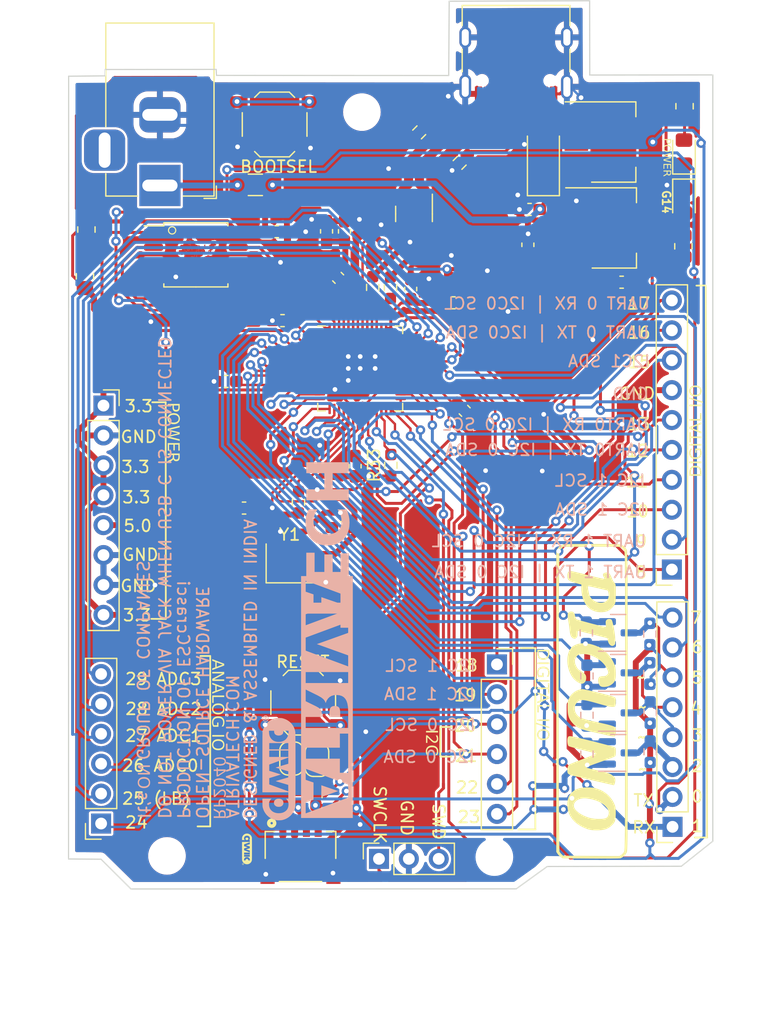
<source format=kicad_pcb>
(kicad_pcb (version 20221018) (generator pcbnew)
  (title_block (title "RP2040-BOARD") (company "ESC crasci") (comment 1 "ONGOC-FOR_ADMIN_ONLY"))
  (layers (0 "F.Cu" signal) (31 "B.Cu" signal) (34 "B.Paste" user) (35 "F.Paste" user) (36 "B.SilkS" user "B.Silkscreen") (37 "F.SilkS" user "F.Silkscreen") (38 "B.Mask" user) (39 "F.Mask" user) (44 "Edge.Cuts" user))
  (net 0 "")
  (net 1 "GND")
  (net 2 "Net-(U1-XIN)")
  (net 3 "Net-(C2-Pad2)")
  (net 4 "+1V1")
  (net 5 "VBUS")
  (net 6 "Net-(D1-A)")
  (net 7 "Net-(J1-CC1)")
  (net 9 "Net-(J1-CC2)")
  (net 11 "USB_DN")
  (net 12 "USB_DP")
  (net 13 "Net-(R6-Pad1)")
  (net 14 "QSPI_SS")
  (net 15 "Net-(U1-XOUT)")
  (net 16 "Net-(J3-Pin_3)")
  (net 17 "Net-(J3-Pin_4)")
  (net 18 "Net-(J3-Pin_5)")
  (net 19 "Net-(J3-Pin_6)")
  (net 20 "Net-(D4-A)")
  (net 21 "Net-(J3-Pin_8)")
  (net 22 "Net-(J5-Pin_1)")
  (net 23 "Net-(J5-Pin_2)")
  (net 24 "Net-(J5-Pin_3)")
  (net 25 "Net-(J5-Pin_4)")
  (net 26 "Net-(J5-Pin_5)")
  (net 27 "Net-(J5-Pin_6)")
  (net 28 "Net-(J7-Pin_1)")
  (net 29 "Net-(J7-Pin_2)")
  (net 30 "QSPI_SD3")
  (net 31 "QSPI_SCLK")
  (net 32 "QSPI_SD0")
  (net 33 "QSPI_SD2")
  (net 34 "QSPI_SSD1")
  (net 35 "Net-(J3-Pin_1)")
  (net 36 "Net-(J3-Pin_2)")
  (net 37 "Net-(J7-Pin_5)")
  (net 38 "Net-(J7-Pin_6)")
  (net 39 "Net-(J8-Pin_1)")
  (net 40 "Net-(J8-Pin_3)")
  (net 42 "Net-(D5-A)")
  (net 43 "14")
  (net 44 "26")
  (net 45 "3V")
  (net 46 "Net-(J3-Pin_9)")
  (net 47 "Net-(J3-Pin_10)")
  (net 48 "5V")
  (net 49 "RX")
  (net 50 "Net-(J4-Pin_2)")
  (net 51 "Net-(J4-Pin_3)")
  (net 52 "Net-(J4-Pin_4)")
  (net 53 "Net-(J4-Pin_5)")
  (net 54 "Net-(J4-Pin_6)")
  (net 55 "Net-(J4-Pin_7)")
  (net 56 "Net-(J4-Pin_8)")
  (net 57 "Net-(Q3-S)")
  (net 58 "Net-(Q4-S)")
  (net 59 "Net-(Q5-S)")
  (net 60 "Net-(Q6-S)")
  (net 61 "USBD_N")
  (net 62 "USBD_P")
  (net 63 "Net-(F1-Pad1)")
  (net 64 "Net-(JP1-A)")
  (net 65 "Net-(JP2-A)")
  (net 66 "20")
  (net 67 "21")
  (footprint "Button_Switch_SMD:SW_SPST_TL3342" (layer "F.Cu") (at 88.95 25.8105)
    (fp_text reference "SW2" hide)
    (fp_text value "TACT SW")
  )
  (footprint "Capacitor_SMD:C_0603_1608Metric_Pad1.08x0.95mm_HandSolder" (layer "F.Cu") (at 84.83 47.64 180)
    (fp_text reference "C6" hide)
    (fp_text value "100n")
  )
  (footprint "Package_TO_SOT_SMD:SOT-223-3_TabPin2" (layer "F.Cu") (at 117.8 34.6)
    (fp_text reference "U2" hide)
    (fp_text value "AZ1117CH-3.3TRG1 SOT223-3" hide)
  )
  (footprint "Connector_PinSocket_2.54mm:PinSocket_1x06_P2.54mm_Vertical" (layer "F.Cu") (at 107.85 71.6805)
    (fp_text reference "J7" hide)
    (fp_text value "Conn_01x06_Socket")
  )
  (footprint "MountingHole:MountingHole_2.7mm_M2.5_ISO14580" (layer "F.Cu") (at 96.37 24.7605)
    (fp_text reference "REF**" hide)
    (fp_text value "MountingHole_2.7mm_M2.5_ISO14580")
  )
  (footprint "Connector_PinSocket_2.54mm:PinSocket_1x06_P2.54mm_Vertical" (layer "F.Cu") (at 74.2 85.2 180)
    (fp_text reference "J5" hide)
    (fp_text value "Conn_01x06_Pin")
  )
  (footprint "Connector_PinSocket_2.54mm:PinSocket_1x08_P2.54mm_Vertical" (layer "F.Cu") (at 74.4 49.6905)
    (fp_text reference "J6" hide)
    (fp_text value "Conn_01x08_Socket")
  )
  (footprint "Resistor_SMD:R_0805_2012Metric" (layer "F.Cu") (at 123.7 36.1605 -90)
    (fp_text reference "R8" hide)
    (fp_text value "R_Small")
  )
  (footprint "Resistor_SMD:R_0805_2012Metric_Pad1.20x1.40mm_HandSolder" (layer "F.Cu") (at 72.825 38.7105 90)
    (fp_text reference "R7" hide)
    (fp_text value "10k" hide)
  )
  (footprint "Capacitor_SMD:C_0603_1608Metric_Pad1.08x0.95mm_HandSolder" (layer "F.Cu") (at 94.35 38.84 135)
    (fp_text reference "C5" hide)
    (fp_text value "1u")
  )
  (footprint "Resistor_SMD:R_0603_1608Metric_Pad0.98x0.95mm_HandSolder" (layer "F.Cu") (at 90.98 57.9025 90)
    (fp_text reference "R16" hide)
    (fp_text value "1k")
  )
  (footprint "Connector_PinSocket_2.54mm:PinSocket_1x10_P2.54mm_Vertical" (layer "F.Cu") (at 122.72 63.6205 180)
    (fp_text reference "J3" hide)
    (fp_text value "Conn_01x10_Socket")
  )
  (footprint "Capacitor_SMD:C_0603_1608Metric_Pad1.08x0.95mm_HandSolder" (layer "F.Cu") (at 89.622 42.4745 180)
    (fp_text reference "C7" hide)
    (fp_text value "100n" hide)
  )
  (footprint "Capacitor_SMD:C_0603_1608Metric_Pad1.08x0.95mm_HandSolder" (layer "F.Cu") (at 94.6775 60.06)
    (fp_text reference "C1" hide)
    (fp_text value "27p")
  )
  (footprint "Package_TO_SOT_SMD:SOT-23" (layer "F.Cu") (at 100.798 33.409 -90)
    (fp_text reference "D3" hide)
    (fp_text value "D_TVS_Dual_AAC" hide)
  )
  (footprint "Crystal:Crystal_SMD_3225-4Pin_3.2x2.5mm" (layer "F.Cu") (at 90.23 63.1)
    (fp_text reference "Y1")
    (fp_text value "Crystal_GND24")
  )
  (footprint "Fuse:Fuse_1206_3216Metric_Pad1.42x1.75mm_HandSolder" (layer "F.Cu") (at 87.3125 30.94)
    (fp_text reference "F1" hide)
    (fp_text value "Fuse")
  )
  (footprint "Capacitor_SMD:C_0603_1608Metric_Pad1.08x0.95mm_HandSolder" (layer "F.Cu") (at 89.1275 34.92)
    (fp_text reference "C15" hide)
    (fp_text value "100n")
  )
  (footprint "Capacitor_SMD:C_0603_1608Metric_Pad1.08x0.95mm_HandSolder" (layer "F.Cu") (at 93.3643 34.89 90)
    (fp_text reference "C3" hide)
    (fp_text value "100n" hide)
  )
  (footprint "Capacitor_SMD:C_0603_1608Metric_Pad1.08x0.95mm_HandSolder" (layer "F.Cu") (at 105.106 50.1385 -45)
    (fp_text reference "C9" hide)
    (fp_text value "100n" hide)
  )
  (footprint "Package_TO_SOT_SMD:SOT-223-3_TabPin2" (layer "F.Cu") (at 117.75 27.3)
    (fp_text reference "U4" hide)
    (fp_text value "AMS1117-5.0")
  )
  (footprint "Resistor_SMD:R_0603_1608Metric_Pad0.98x0.95mm_HandSolder" (layer "F.Cu") (at 98.8 39.6825 -90)
    (fp_text reference "R4" hide)
    (fp_text value "27R" hide)
  )
  (footprint "Jumper:SolderJumper-2_P1.3mm_Open_RoundedPad1.0x1.5mm" (layer "F.Cu") (at 92.55 79.8 90)
    (fp_text reference "JP2" hide)
    (fp_text value "Jumper_2_Bridged")
  )
  (footprint "SPARKFUN-QWIIC:JST_SM04B-SRSS-TB_LF__SN_" (layer "F.Cu") (at 91.15 85.555)
    (fp_text reference "J2" hide)
    (fp_text value "SM04B-SRSS-TB_LF__SN_")
  )
  (footprint "Capacitor_SMD:C_0603_1608Metric_Pad1.08x0.95mm_HandSolder" (layer "F.Cu") (at 110.48 36.0325 90)
    (fp_text reference "C14" hide)
    (fp_text value "10u")
  )
  (footprint "LED_SMD:LED_0805_2012Metric_Pad1.15x1.40mm_HandSolder" (layer "F.Cu") (at 123.75 28.1605 90)
    (fp_text reference "D5" hide)
    (fp_text value "LED")
  )
  (footprint "Capacitor_SMD:C_0603_1608Metric_Pad1.08x0.95mm_HandSolder" (layer "F.Cu") (at 100.52 39.79 90)
    (fp_text reference "C12" hide)
    (fp_text value "1u")
  )
  (footprint "Resistor_SMD:R_0603_1608Metric_Pad0.98x0.95mm_HandSolder" (layer "F.Cu") (at 104.68 29.07 -135)
    (fp_text reference "R2" hide)
    (fp_text value "5.1K")
  )
  (footprint "Package_DFN_QFN:QFN-56-1EP_7x7mm_P0.4mm_EP3.2x3.2mm" (layer "F.Cu") (at 96.226 46.5385)
    (fp_text reference "U1" hide)
    (fp_text value "RP2040" hide)
  )
  (footprint "Resistor_SMD:R_0805_2012Metric_Pad1.20x1.40mm_HandSolder" (layer "F.Cu") (at 72.95 34.7355 -90)
    (fp_text reference "R6" hide)
    (fp_text value "1k" hide)
  )
  (footprint "Jumper:SolderJumper-2_P1.3mm_Open_RoundedPad1.0x1.5mm" (layer "F.Cu") (at 90.39 79.68 90)
    (fp_text reference "JP1" hide)
    (fp_text value "Jumper_2_Bridged")
  )
  (footprint "Connector_USB:USB_C_Receptacle_G-Switch_GT-USB-7010ASV" (layer "F.Cu") (at 109.475 19.4855 180)
    (fp_text reference "J1" hide)
    (fp_text value "USB_C_Receptacle_USB2.0" hide)
  )
  (footprint "Capacitor_SMD:C_0603_1608Metric_Pad1.08x0.95mm_HandSolder" (layer "F.Cu") (at 95.79 54.843 -90)
    (fp_text reference "C11" hide)
    (fp_text value "100n" hide)
  )
  (footprint "Resistor_SMD:R_0603_1608Metric_Pad0.98x0.95mm_HandSolder" (layer "F.Cu") (at 97.29 39.6525 -90)
    (fp_text reference "R5" hide)
    (fp_text value "27R" hide)
  )
  (footprint "Capacitor_SMD:C_0603_1608Metric_Pad1.08x0.95mm_HandSolder" (layer "F.Cu") (at 104.15 40.9605)
    (fp_text reference "C10" hide)
    (fp_text value "100n")
  )
  (footprint "LED_SMD:LED_0805_2012Metric_Pad1.15x1.40mm_HandSolder" (layer "F.Cu") (at 123.75 32.3105 -90)
    (fp_text reference "D4" hide)
    (fp_text value "LED")
  )
  (footprint "Package_SO:SOIC-8_5.23x5.23mm_P1.27mm" (layer "F.Cu") (at 82.256 36.8865)
    (fp_text reference "U3" hide)
    (fp_text value "W25Q128JVS" hide)
  )
  (footprint "Button_Switch_SMD:SW_SPST_TL3342" (layer "F.Cu") (at 91.38 74.93)
    (fp_text reference "SW1" hide)
    (fp_text value "TACT SW")
  )
  (footprint "Resistor_SMD:R_0805_2012Metric" (layer "F.Cu") (at 123.8 24.2605 -90)
    (fp_text reference "R1" hide)
    (fp_text value "R_Small")
  )
  (footprint "Connector_PinSocket_2.54mm:PinSocket_1x08_P2.54mm_Vertical" (layer "F.Cu") (at 122.775 85.48 180)
    (fp_text reference "J4" hide)
    (fp_text value "Conn_01x08_Socket")
  )
  (footprint "Capacitor_SMD:C_0603_1608Metric_Pad1.08x0.95mm_HandSolder" (layer "F.Cu") (at 94.8883 34.89 90)
    (fp_text reference "C4" hide)
    (fp_text value "100n" hide)
  )
  (footprint "Resistor_SMD:R_0603_1608Metric_Pad0.98x0.95mm_HandSolder" (layer "F.Cu") (at 98.83 54.7625 90)
    (fp_text reference "R33")
    (fp_text value "5.1K")
  )
  (footprint "Connector_BarrelJack:BarrelJack_Horizontal" (layer "F.Cu") (at 79.198 30.9925 -90)
    (fp_text reference "J9" hide)
    (fp_text value "Barrel_Jack_Switch")
  )
  (footprint "Capacitor_SMD:C_0603_1608Metric_Pad1.08x0.95mm_HandSolder" (layer "F.Cu") (at 86.3525 58.4 180)
    (fp_text reference "C2" hide)
    (fp_text value "27p")
  )
  (footprint "Connector_PinSocket_2.54mm:PinSocket_1x03_P2.54mm_Vertical" (layer "F.Cu") (at 97.82 88.2 90)
    (fp_text reference "J8" hide)
    (fp_text value "Conn_01x03_Pin" hide)
  )
  (footprint "Capacitor_SMD:C_0603_1608Metric_Pad1.08x0.95mm_HandSolder" (layer "F.Cu") (at 110.6225 33.03 180)
    (fp_text reference "C13" hide)
    (fp_text value "10u")
  )
  (footprint "Resistor_SMD:R_0603_1608Metric_Pad0.98x0.95mm_HandSolder" (layer "F.Cu") (at 101.24 26.48 -135)
    (fp_text reference "R3" hide)
    (fp_text value "5.1K")
  )
  (footprint "MountingHole:MountingHole_2.7mm_M2.5_ISO14580" (layer "F.Cu") (at 107.63 88.0505 -90)
    (fp_text reference "REF**" hide)
    (fp_text value "MountingHole_2.7mm_M2.5_ISO14580")
  )
  (footprint "Capacitor_SMD:C_0603_1608Metric_Pad1.08x0.95mm_HandSolder" (layer "F.Cu") (at 118.45 39.2105)
    (fp_text reference "C8" hide)
    (fp_text value "100n")
  )
  (footprint "MountingHole:MountingHole_2.7mm_M2.5_ISO14580" (layer "F.Cu") (at 79.8 87.95)
    (fp_text reference "REF**" hide)
    (fp_text value "MountingHole_2.7mm_M2.5_ISO14580")
  )
  (footprint "Resistor_SMD:R_0603_1608Metric_Pad0.98x0.95mm_HandSolder" (layer "F.Cu") (at 92.46 82.75 90)
    (fp_text reference "R15" hide)
    (fp_text value "2.2K")
  )
  (footprint "Resistor_SMD:R_0603_1608Metric_Pad0.98x0.95mm_HandSolder" (layer "F.Cu") (at 90.96 82.65 90)
    (fp_text reference "R17" hide)
    (fp_text value "2.2K")
  )
  (footprint "Diode_SMD:D_SOD-128" (layer "F.Cu") (at 111.8 28.7 90)
    (fp_text reference "D1" hide)
    (fp_text value "D_Schottky")
  )
  (footprint "Package_TO_SOT_SMD:SOT-23" (layer "B.Cu") (at 118.1625 69)
    (fp_text reference "Q6" hide)
    (fp_text value "BSS138")
  )
  (footprint "Resistor_SMD:R_0603_1608Metric_Pad0.98x0.95mm_HandSolder" (layer "B.Cu") (at 120.875 75.775 -90)
    (fp_text reference "R21" hide)
    (fp_text value "10K")
  )
  (footprint "Package_TO_SOT_SMD:SOT-23" (layer "B.Cu") (at 118.1625 72.4)
    (fp_text reference "Q5" hide)
    (fp_text value "BSS138")
  )
  (footprint "Resistor_SMD:R_0603_1608Metric_Pad0.98x0.95mm_HandSolder" (layer "B.Cu") (at 115.5 76 -90)
    (fp_text reference "R12" hide)
    (fp_text value "10K")
  )
  (footprint "Resistor_SMD:R_0603_1608Metric_Pad0.98x0.95mm_HandSolder" (layer "B.Cu") (at 115.45 69 -90)
    (fp_text reference "R14" hide)
    (fp_text value "10K")
  )
  (footprint "Resistor_SMD:R_0603_1608Metric_Pad0.98x0.95mm_HandSolder" (layer "B.Cu") (at 120.85 69.1 -90)
    (fp_text reference "R23" hide)
    (fp_text value "10K")
  )
  (footprint "Resistor_SMD:R_0603_1608Metric_Pad0.98x0.95mm_HandSolder" (layer "B.Cu") (at 120.85 72.45 -90)
    (fp_text reference "R22" hide)
    (fp_text value "10K")
  )
  (footprint "Package_TO_SOT_SMD:SOT-23" (layer "B.Cu") (at 118.1625 79.2)
    (fp_text reference "Q3" hide)
    (fp_text value "BSS138")
  )
  (footprint "Package_TO_SOT_SMD:SOT-23" (layer "B.Cu") (at 118.1625 75.8)
    (fp_text reference "Q4" hide)
    (fp_text value "BSS138")
  )
  (footprint "Resistor_SMD:R_0603_1608Metric_Pad0.98x0.95mm_HandSolder" (layer "B.Cu") (at 115.5 72.6625 -90)
    (fp_text reference "R13" hide)
    (fp_text value "10K")
  )
  (footprint "Resistor_SMD:R_0603_1608Metric_Pad0.98x0.95mm_HandSolder" (layer "B.Cu") (at 115.5 79.3 -90)
    (fp_text reference "R11" hide)
    (fp_text value "10K")
  )
  (footprint "Resistor_SMD:R_0603_1608Metric_Pad0.98x0.95mm_HandSolder" (layer "B.Cu") (at 120.875 79.1 -90)
    (fp_text reference "R20" hide)
    (fp_text value "10K")
  )
  (gr_poly (pts (xy 82.451738 36.501465) (xy 82.454204 36.506481) (xy 82.460755 36.508214) (xy 82.46475 36.524) (xy 82.468444 36.525679) (xy 82.466788 36.528281) (xy 82.481657 36.533415) (xy 82.48542 36.541407) (xy 82.483795 36.550161) (xy 82.490457 36.560221) (xy 82.508221 36.564635) (xy 82.508512 36.557444) (xy 82.516169 36.556244) (xy 82.517905 36.566907) (xy 82.512015 36.57766) (xy 82.511608 36.586633) (xy 82.516116 36.590066) (xy 82.520202 36.587502) (xy 82.523176 36.592828) (xy 82.519127 36.615961) (xy 82.529732 36.622827) (xy 82.531785 36.637009) (xy 82.536431 36.629795) (xy 82.539442 36.635495) (xy 82.545459 36.633997) (xy 82.546252 36.637323) (xy 82.556439 36.63566) (xy 82.558487 36.640037) (xy 82.556365 36.648983) (xy 82.551893 36.64958) (xy 82.546993 36.661155) (xy 82.543554 36.661202) (xy 82.540363 36.66455) (xy 82.539833 36.67252) (xy 82.531997 36.676668) (xy 82.524297 36.676412) (xy 82.515952 36.684463) (xy 82.515672 36.690316) (xy 82.51319 36.690172) (xy 82.512745 36.692556) (xy 82.52 36.69713) (xy 82.515862 36.708704) (xy 82.500003 36.711573) (xy 82.488012 36.72368) (xy 82.481387 36.72336) (xy 82.476153 36.725866) (xy 82.46656 36.740335) (xy 82.471121 36.744925) (xy 82.464258 36.746141) (xy 82.463898 36.757134) (xy 82.465914 36.760882) (xy 82.471137 36.763436) (xy 82.46793 36.768095) (xy 82.46937 36.77147) (xy 82.463464 36.772867) (xy 82.464057 36.777409) (xy 82.459009 36.774946) (xy 82.456373 36.778747) (xy 82.458252 36.783668) (xy 82.451119 36.791617) (xy 82.4583 36.797514) (xy 82.454775 36.799945) (xy 82.4535 36.794683) (xy 82.446796 36.799044) (xy 82.441689 36.813028) (xy 82.44342 36.819175) (xy 82.44824 36.824485) (xy 82.449225 36.830563) (xy 82.44614 36.831576) (xy 82.434535 36.827396) (xy 82.432773 36.83486) (xy 82.435038 36.838042) (xy 82.428809 36.841076) (xy 82.425682 36.855908) (xy 82.417898 36.860008) (xy 82.409119 36.857886) (xy 82.399753 36.851152) (xy 82.391249 36.854298) (xy 82.383851 36.853168) (xy 82.381232 36.85546) (xy 82.377184 36.853024) (xy 82.364299 36.854255) (xy 82.365304 36.859912) (xy 82.361351 36.863558) (xy 82.362785 36.867669) (xy 82.355102 36.878977) (xy 82.347651 36.883487) (xy 82.344698 36.892945) (xy 82.339877 36.89263) (xy 82.338316 36.88836) (xy 82.332241 36.885817) (xy 82.330971 36.900696) (xy 82.334639 36.916642) (xy 82.329744 36.924965) (xy 82.335999 36.930179) (xy 82.33684 36.936966) (xy 82.339274 36.934508) (xy 82.341391 36.940132) (xy 82.33747 36.950816) (xy 82.341396 36.957033) (xy 82.338724 36.95933) (xy 82.339666 36.966576) (xy 82.335824 36.973395) (xy 82.337147 36.983434) (xy 82.360128 36.992166) (xy 82.363833 36.990466) (xy 82.37222 36.991623) (xy 82.371447 37.003064) (xy 82.373331 37.005719) (xy 82.371691 37.01041) (xy 82.365378 37.011077) (xy 82.358657 37.017485) (xy 82.357128 37.011429) (xy 82.359594 37.00646) (xy 82.342851 37.001917) (xy 82.336919 37.004423) (xy 82.331453 37.010533) (xy 82.319399 36.9907) (xy 82.31362 36.993062) (xy 82.300264 36.98458) (xy 82.296555 36.989287) (xy 82.287352 36.978395) (xy 82.279066 36.986216) (xy 82.275827 36.996367) (xy 82.277192 37.001326) (xy 82.289458 37.007611) (xy 82.291649 37.014569) (xy 82.300476 37.016061) (xy 82.29801 37.025391) (xy 82.298957 37.044867) (xy 82.296332 37.049196) (xy 82.304047 37.048252) (xy 82.307069 37.058366) (xy 82.314128 37.059107) (xy 82.312276 37.065179) (xy 82.30945 37.065654) (xy 82.314139 37.070617) (xy 82.310657 37.076988) (xy 82.313652 37.089517) (xy 82.311546 37.093318) (xy 82.315975 37.094374) (xy 82.317345 37.097535) (xy 82.31535 37.101097) (xy 82.318785 37.106455) (xy 82.320383 37.118669) (xy 82.312985 37.120444) (xy 82.311699 37.132674) (xy 82.308148 37.136576) (xy 82.302867 37.13679) (xy 82.302555 37.141913) (xy 82.297586 37.141124) (xy 82.290268 37.14443) (xy 82.288024 37.151664) (xy 82.28115 37.149142) (xy 82.281484 37.152581) (xy 82.288813 37.156596) (xy 82.287966 37.159821) (xy 82.283727 37.159224) (xy 82.28242 37.163414) (xy 82.278113 37.165211) (xy 82.267498 37.177111) (xy 82.265593 37.18482) (xy 82.255973 37.185529) (xy 82.256041 37.188824) (xy 82.248808 37.18997) (xy 82.241558 37.194896) (xy 82.238992 37.203693) (xy 82.240965 37.206785) (xy 82.23942 37.214361) (xy 82.235568 37.221814) (xy 82.235949 37.228638) (xy 82.231509 37.239605) (xy 82.226705 37.238533) (xy 82.22572 37.247687) (xy 82.211216 37.247042) (xy 82.200754 37.242324) (xy 82.191229 37.250054) (xy 82.186673 37.249654) (xy 82.176873 37.215688) (xy 82.180165 37.205521) (xy 82.167793 37.209659) (xy 82.166263 37.202078) (xy 82.168401 37.200952) (xy 82.164199 37.197818) (xy 82.160691 37.20574) (xy 82.153674 37.205105) (xy 82.153531 37.199604) (xy 82.159606 37.195488) (xy 82.154786 37.189863) (xy 82.151648 37.180432) (xy 82.152785 37.177383) (xy 82.148849 37.176172) (xy 82.149722 37.174221) (xy 82.144393 37.169983) (xy 82.142387 37.164534) (xy 82.125856 37.151749) (xy 82.110172 37.156628) (xy 82.101938 37.141226) (xy 82.099128 37.136331) (xy 82.102938 37.135734) (xy 82.110907 37.128809) (xy 82.101954 37.116515) (xy 82.101959 37.109648) (xy 82.107986 37.099374) (xy 82.108288 37.091553) (xy 82.115135 37.085977) (xy 82.114765 37.080086) (xy 82.120713 37.07751) (xy 82.124989 37.06881) (xy 82.135207 37.061069) (xy 82.13989 37.072088) (xy 82.146732 37.069817) (xy 82.148579 37.074871) (xy 82.155299 37.074488) (xy 82.165909 37.065776) (xy 82.159591 37.058035) (xy 82.171121 37.053445) (xy 82.169682 37.047165) (xy 82.165951 37.045976) (xy 82.163983 37.042036) (xy 82.157204 37.041369) (xy 82.152172 37.036651) (xy 82.145065 37.036193) (xy 82.14606 37.026772) (xy 82.132085 37.017064) (xy 82.132392 37.011797) (xy 82.124274 37.011162) (xy 82.125264 37.017325) (xy 82.122422 37.01491) (xy 82.116025 37.014713) (xy 82.116342 37.012154) (xy 82.120121 37.012857) (xy 82.127412 37.005959) (xy 82.125772 37.002403) (xy 82.117464 37.001576) (xy 82.117311 36.998441) (xy 82.121454 36.996058) (xy 82.125529 36.998996) (xy 82.129947 36.998633) (xy 82.132736 36.991985) (xy 82.132805 36.982714) (xy 82.132164 36.9775) (xy 82.127471 36.974066) (xy 82.115929 36.973459) (xy 82.115062 36.971241) (xy 82.118162 36.967999) (xy 82.114723 36.961911) (xy 82.128889 36.958611) (xy 82.13235 36.954207) (xy 82.140737 36.951035) (xy 82.137218 36.943704) (xy 82.141239 36.919036) (xy 82.135149 36.918023) (xy 82.12901 36.921259) (xy 82.12565 36.917469) (xy 82.128534 36.913017) (xy 82.136567 36.909579) (xy 82.132736 36.899881) (xy 82.132328 36.879878) (xy 82.122772 36.880091) (xy 82.119242 36.870884) (xy 82.121861 36.867664) (xy 82.120306 36.860477) (xy 82.122962 36.851467) (xy 82.142679 36.842265) (xy 82.146849 36.836539) (xy 82.145034 36.832669) (xy 82.153193 36.815832) (xy 82.15087 36.802147) (xy 82.151897 36.787219) (xy 82.154606 36.781707) (xy 82.162163 36.782959) (xy 82.164433 36.776109) (xy 82.164973 36.760466) (xy 82.162967 36.757934) (xy 82.165994 36.757444) (xy 82.173201 36.738501) (xy 82.177599 36.739237) (xy 82.179027 36.745784) (xy 82.18298 36.745406) (xy 82.183488 36.741167) (xy 82.179848 36.73904) (xy 82.184827 36.736876) (xy 82.185229 36.725312) (xy 82.192458 36.723211) (xy 82.195685 36.717496) (xy 82.195262 36.699897) (xy 82.203025 36.694006) (xy 82.207269 36.698629) (xy 82.213593 36.692887) (xy 82.216746 36.695014) (xy 82.218847 36.689901) (xy 82.225033 36.692183) (xy 82.227007 36.699871) (xy 82.230092 36.695312) (xy 82.232706 36.696741) (xy 82.2316 36.693548) (xy 82.23623 36.693628) (xy 82.240575 36.688019) (xy 82.25129 36.688137) (xy 82.252153 36.685098) (xy 82.254936 36.684538) (xy 82.255804 36.676962) (xy 82.261398 36.67484) (xy 82.26316 36.671647) (xy 82.265107 36.675032) (xy 82.267568 36.673161) (xy 82.265779 36.665596) (xy 82.269954 36.660766) (xy 82.267361 36.652619) (xy 82.268303 36.647901) (xy 82.277939 36.645806) (xy 82.278341 36.6429) (xy 82.287232 36.637825) (xy 82.284819 36.627717) (xy 82.286994 36.623276) (xy 82.296518 36.622998) (xy 82.301286 36.618568) (xy 82.306689 36.620141) (xy 82.310584 36.615556) (xy 82.309631 36.605186) (xy 82.314838 36.598314) (xy 82.314441 36.593377) (xy 82.309118 36.588974) (xy 82.306133 36.589699) (xy 82.304763 36.584645) (xy 82.298915 36.587038) (xy 82.29546 36.585823) (xy 82.295624 36.581526) (xy 82.291205 36.582779) (xy 82.284586 36.568384) (xy 82.274706 36.570895) (xy 82.272208 36.566721) (xy 82.264609 36.564103) (xy 82.259852 36.56944) (xy 82.255582 36.568443) (xy 82.252666 36.573433) (xy 82.250322 36.571434) (xy 82.250174 36.566156) (xy 82.247004 36.565617) (xy 82.246189 36.561539) (xy 82.249841 36.560158) (xy 82.25101 36.552774) (xy 82.254317 36.552854) (xy 82.259212 36.545454) (xy 82.257746 36.541504) (xy 82.253936 36.539425) (xy 82.252925 36.532185) (xy 82.249369 36.529407) (xy 82.250708 36.52294) (xy 82.256365 36.52068) (xy 82.263165 36.528767) (xy 82.262731 36.531017) (xy 82.269774 36.534483) (xy 82.277558 36.532974) (xy 82.284596 36.527067) (xy 82.28839 36.529508) (xy 82.29393 36.528261) (xy 82.298878 36.533427) (xy 82.311838 36.533502) (xy 82.316436 36.529492) (xy 82.315923 36.532046) (xy 82.318902 36.535085) (xy 82.32213 36.533267) (xy 82.33021 36.53548) (xy 82.344804 36.534541) (xy 82.351033 36.537836) (xy 82.354166 36.536631) (xy 82.352266 36.533001) (xy 82.358759 36.53315) (xy 82.366077 36.529066) (xy 82.366574 36.522834) (xy 82.376718 36.521085) (xy 82.383328 36.516132) (xy 82.397843 36.526715) (xy 82.414221 36.526438) (xy 82.425619 36.521223) (xy 82.428556 36.512933) (xy 82.435202 36.508817) (xy 82.436641 36.502782) (xy 82.440461 36.499327)) (fill solid) (layer "F.Cu"))
  (gr_poly (pts (xy 83.073827 36.746961) (xy 83.077901 36.754329) (xy 83.076271 36.760604) (xy 83.07288 36.761606) (xy 83.067001 36.750277) (xy 83.067614 36.746167)) (fill solid) (layer "F.Cu"))
  (gr_poly (pts (xy 83.050215 36.776199) (xy 83.050459 36.780666) (xy 83.046088 36.782655) (xy 83.049506 36.773944)) (fill solid) (layer "F.Cu"))
  (gr_poly (pts (xy 83.068244 36.792913) (xy 83.070641 36.794912) (xy 83.072451 36.799993) (xy 83.06926 36.800366) (xy 83.069244 36.797242) (xy 83.066259 36.794491) (xy 83.063815 36.788541) (xy 83.067545 36.78795)) (fill solid) (layer "F.Cu"))
  (gr_poly (pts (xy 82.089158 37.746284) (xy 82.097826 37.746513) (xy 82.102885 37.756515) (xy 82.106885 37.758764) (xy 82.10688 37.752719) (xy 82.110516 37.769726) (xy 82.105441 37.784973) (xy 82.100551 37.825502) (xy 82.089719 37.86111) (xy 82.059562 37.907066) (xy 82.054334 37.921162) (xy 82.049931 37.918555) (xy 82.043174 37.924942) (xy 82.040824 37.918118) (xy 82.044909 37.916753) (xy 82.042925 37.915074) (xy 82.039729 37.916993) (xy 82.03676 37.912242) (xy 82.032924 37.91598) (xy 82.038977 37.917595) (xy 82.036665 37.921615) (xy 82.03975 37.922505) (xy 82.04184 37.926717) (xy 82.040787 37.928593) (xy 82.037183 37.925224) (xy 82.034543 37.929649) (xy 82.039501 37.932752) (xy 82.044597 37.93023) (xy 82.044856 37.934319) (xy 82.048137 37.932528) (xy 82.050201 37.936143) (xy 82.045401 37.963845) (xy 82.054387 37.987479) (xy 82.056202 38.030295) (xy 82.050317 38.029143) (xy 82.048322 38.031276) (xy 82.042618 38.029047) (xy 82.044126 38.033979) (xy 82.039485 38.033019) (xy 82.042057 38.039161) (xy 82.051153 38.042552) (xy 82.051635 38.048576) (xy 82.055831 38.048613) (xy 82.058937 38.106949) (xy 82.054106 38.109326) (xy 82.04383 38.109358) (xy 82.004259 38.104661) (xy 81.994199 38.110984) (xy 81.986907 38.124099) (xy 81.986844 38.129985) (xy 81.991151 38.136084) (xy 81.978716 38.147968) (xy 81.975027 38.156722) (xy 81.960872 38.173163) (xy 81.954289 38.184503) (xy 81.950257 38.198834) (xy 81.954813 38.207145) (xy 81.968566 38.219034) (xy 81.982626 38.221151) (xy 81.971921 38.223587) (xy 81.956565 38.22218) (xy 81.94749 38.22396) (xy 81.931366 38.229329) (xy 81.93035 38.231419) (xy 81.92364 38.231168) (xy 81.921915 38.233264) (xy 81.923577 38.235076) (xy 81.914808 38.23804) (xy 81.896256 38.240221) (xy 81.87392 38.257345) (xy 81.869454 38.266009) (xy 81.868194 38.278414) (xy 81.871485 38.277855) (xy 81.876253 38.280974) (xy 81.869517 38.281501) (xy 81.862379 38.291876) (xy 81.861453 38.299761) (xy 81.86613 38.298919) (xy 81.86521 38.309197) (xy 81.857976 38.317856) (xy 81.856256 38.322275) (xy 81.858193 38.323363) (xy 81.829057 38.337086) (xy 81.822718 38.345024) (xy 81.803763 38.349689) (xy 81.801022 38.35631) (xy 81.774992 38.351336) (xy 81.750677 38.331498) (xy 81.753497 38.32871) (xy 81.757678 38.329883) (xy 81.754926 38.322478) (xy 81.763197 38.315846) (xy 81.760652 38.309608) (xy 81.767414 38.308712) (xy 81.769367 38.304666) (xy 81.757201 38.282226) (xy 81.759551 38.282514) (xy 81.763774 38.277945) (xy 81.766912 38.268573) (xy 81.762673 38.262047) (xy 81.759985 38.262234) (xy 81.759958 38.258726) (xy 81.75464 38.251449) (xy 81.76017 38.248676) (xy 81.761694 38.242844) (xy 81.767885 38.236718) (xy 81.766208 38.232656) (xy 81.769552 38.229324) (xy 81.769552 38.220106) (xy 81.771468 38.216001) (xy 81.774479 38.215948) (xy 81.777019 38.204352) (xy 81.781929 38.20214) (xy 81.783887 38.196989) (xy 81.778823 38.193647) (xy 81.777754 38.185916) (xy 81.775971 38.189499) (xy 81.773701 38.186145) (xy 81.76824 38.189301) (xy 81.761694 38.184892) (xy 81.756815 38.184684) (xy 81.761027 38.172364) (xy 81.763054 38.171671) (xy 81.763229 38.165118) (xy 81.765906 38.164148) (xy 81.763133 38.161221) (xy 81.764768 38.15734) (xy 81.762048 38.155432) (xy 81.765991 38.146784) (xy 81.768684 38.145595) (xy 81.767472 38.138067) (xy 81.760794 38.129926) (xy 81.768769 38.12693) (xy 81.77106 38.117003) (xy 81.767303 38.1155) (xy 81.767748 38.111768) (xy 81.763752 38.105898) (xy 81.764599 38.102011) (xy 81.758043 38.101335) (xy 81.745734 38.108185) (xy 81.744258 38.112392) (xy 81.736754 38.116843) (xy 81.72952 38.115025) (xy 81.724737 38.110259) (xy 81.724959 38.107668) (xy 81.722107 38.10907) (xy 81.720017 38.107087) (xy 81.722197 38.099826) (xy 81.718651 38.093599) (xy 81.721133 38.074411) (xy 81.718392 38.069752) (xy 81.725885 38.069405) (xy 81.723991 38.064234) (xy 81.728642 38.053459) (xy 81.727621 38.050175) (xy 81.722318 38.049295) (xy 81.719784 38.043186) (xy 81.701131 38.036143) (xy 81.707486 38.024035) (xy 81.717006 38.022793) (xy 81.710873 38.022217) (xy 81.711053 38.013879) (xy 81.705782 38.011256) (xy 81.709592 38.003984) (xy 81.706422 38.001441) (xy 81.698236 38.006607) (xy 81.68324 38.004672) (xy 81.679377 38.007226) (xy 81.678673 38.001542) (xy 81.68906 37.994542) (xy 81.688838 37.987841) (xy 81.685658 37.988401) (xy 81.67889 37.984471) (xy 81.674683 37.978569) (xy 81.666184 37.975728) (xy 81.664766 37.977317) (xy 81.66002 37.973936) (xy 81.655818 37.975621) (xy 81.654231 37.963764) (xy 81.659236 37.960544) (xy 81.662221 37.963775) (xy 81.668005 37.961691) (xy 81.671317 37.957196) (xy 81.676276 37.957095) (xy 81.676127 37.953011) (xy 81.679218 37.953486) (xy 81.68507 37.948629) (xy 81.689081 37.951748) (xy 81.691262 37.958583) (xy 81.711883 37.958536) (xy 81.719667 37.960044) (xy 81.721969 37.962614) (xy 81.723477 37.959522) (xy 81.720996 37.954734) (xy 81.72888 37.938975) (xy 81.735516 37.941028) (xy 81.736976 37.93696) (xy 81.740485 37.936741) (xy 81.743501 37.9389) (xy 81.742469 37.941075) (xy 81.746258 37.939668) (xy 81.74793 37.945564) (xy 81.752105 37.946951) (xy 81.751386 37.941257) (xy 81.765149 37.938922) (xy 81.766779 37.936805) (xy 81.771552 37.937269) (xy 81.776124 37.941732) (xy 81.779823 37.939487) (xy 81.786443 37.94267) (xy 81.790544 37.932653) (xy 81.790158 37.927049) (xy 81.79283 37.928473) (xy 81.793661 37.92208) (xy 81.813166 37.92143) (xy 81.816378 37.913294) (xy 81.82513 37.90245) (xy 81.820468 37.89545) (xy 81.791592 37.891484) (xy 81.792094 37.884719) (xy 81.800127 37.882239) (xy 81.806895 37.874285) (xy 81.808694 37.86808) (xy 81.809261 37.860264) (xy 81.803741 37.861271) (xy 81.807176 37.857705) (xy 81.804091 37.856884) (xy 81.803154 37.851099) (xy 81.806234 37.843934) (xy 81.805403 37.839781) (xy 81.812489 37.837893) (xy 81.815156 37.840751) (xy 81.817976 37.837946) (xy 81.821035 37.839055) (xy 81.828575 37.825087) (xy 81.826956 37.819745) (xy 81.841672 37.814675) (xy 81.843524 37.817218) (xy 81.84073 37.821094) (xy 81.842455 37.822038) (xy 81.844757 37.817986) (xy 81.848726 37.824096) (xy 81.850948 37.824117) (xy 81.852435 37.81838) (xy 81.85596 37.818781) (xy 81.864151 37.827007) (xy 81.8752 37.828974) (xy 81.8752 37.828973) (xy 81.875925 37.833227) (xy 81.871787 37.837076) (xy 81.880048 37.835877) (xy 81.882932 37.840302) (xy 81.891557 37.844972) (xy 81.901669 37.844338) (xy 81.901452 37.839241) (xy 81.904876 37.839124) (xy 81.905416 37.83456) (xy 81.90731 37.834752) (xy 81.907914 37.834555) (xy 81.908845 37.837268) (xy 81.911422 37.836596) (xy 81.911189 37.829964) (xy 81.915221 37.82691) (xy 81.920068 37.81003) (xy 81.922391 37.810052) (xy 81.918735 37.803243) (xy 81.922884 37.798803) (xy 81.927609 37.800344) (xy 81.928572 37.794453) (xy 81.933398 37.795673) (xy 81.947802 37.79103) (xy 81.948453 37.798595) (xy 81.953189 37.798718) (xy 81.949734 37.796841) (xy 81.952051 37.793125) (xy 81.959275 37.792128) (xy 81.969186 37.799225) (xy 81.978452 37.800003) (xy 81.982463 37.791201) (xy 81.985717 37.789004) (xy 81.985722 37.7854) (xy 81.991157 37.784755) (xy 81.99565 37.789798) (xy 82.000814 37.786061) (xy 82.000063 37.782271) (xy 82.008482 37.779493) (xy 82.008244 37.777094) (xy 82.01089 37.776156) (xy 82.009847 37.774668) (xy 82.007048 37.776684) (xy 82.008619 37.768799) (xy 82.003031 37.766325) (xy 82.009043 37.763985) (xy 82.020885 37.765414) (xy 82.022319 37.77042) (xy 82.025812 37.772899) (xy 82.035591 37.768735) (xy 82.03612 37.774711) (xy 82.038639 37.774205) (xy 82.037829 37.777223) (xy 82.041608 37.775575) (xy 82.043994 37.77864) (xy 82.048482 37.775389) (xy 82.041433 37.769833) (xy 82.045068 37.766352) (xy 82.047915 37.768714) (xy 82.050186 37.766176) (xy 82.055821 37.766277) (xy 82.064055 37.762572) (xy 82.067161 37.758227) (xy 82.064828 37.754783) (xy 82.068235 37.753237) (xy 82.068082 37.74943) (xy 82.071797 37.748497) (xy 82.072961 37.745271) (xy 82.0763 37.745644) (xy 82.075935 37.743666) (xy 82.07122 37.742723) (xy 82.071659 37.740494) (xy 82.080004 37.739583)) (fill solid) (layer "F.Cu"))
  (gr_poly (pts (xy 81.612707 35.437745) (xy 81.621703 35.449736) (xy 81.611919 35.454667) (xy 81.600013 35.468539) (xy 81.587403 35.473673) (xy 81.587143 35.480172) (xy 81.591752 35.482859) (xy 81.58255 35.493746) (xy 81.584741 35.495798) (xy 81.590371 35.494338) (xy 81.594853 35.49639) (xy 81.605315 35.505187) (xy 81.617528 35.511019) (xy 81.626053 35.528714) (xy 81.620555 35.528368) (xy 81.629519 35.550647) (xy 81.646219 35.580945) (xy 81.644172 35.587743) (xy 81.647632 35.590387) (xy 81.648357 35.594897) (xy 81.66201 35.593277) (xy 81.661999 35.590286) (xy 81.666508 35.588884) (xy 81.664201 35.582459) (xy 81.669 35.580737) (xy 81.669439 35.577389) (xy 81.671223 35.58392) (xy 81.678869 35.594993) (xy 81.676969 35.598006) (xy 81.680917 35.59445) (xy 81.683335 35.599232) (xy 81.686182 35.597974) (xy 81.686606 35.600671) (xy 81.688717 35.597862) (xy 81.688473 35.601578) (xy 81.69241 35.598357) (xy 81.695855 35.602153) (xy 81.693527 35.606642) (xy 81.698554 35.605246) (xy 81.699602 35.60708) (xy 81.694612 35.610993) (xy 81.69449 35.618148) (xy 81.698528 35.620413) (xy 81.695564 35.627765) (xy 81.696792 35.634158) (xy 81.708148 35.639441) (xy 81.714493 35.646825) (xy 81.714403 35.65069) (xy 81.720906 35.656378) (xy 81.723018 35.661555) (xy 81.720954 35.665266) (xy 81.71707 35.664914) (xy 81.717403 35.66243) (xy 81.714429 35.66356) (xy 81.713329 35.660713) (xy 81.705719 35.665751) (xy 81.709667 35.674036) (xy 81.717207 35.677469) (xy 81.720028 35.675337) (xy 81.721689 35.679218) (xy 81.724727 35.676184) (xy 81.724325 35.681175) (xy 81.7304 35.686453) (xy 81.727251 35.694103) (xy 81.731162 35.696987) (xy 81.72768 35.7013) (xy 81.727669 35.706904) (xy 81.731934 35.713658) (xy 81.726722 35.717385) (xy 81.726722 35.713968) (xy 81.721425 35.707831) (xy 81.718768 35.710668) (xy 81.713164 35.707191) (xy 81.706772 35.713019) (xy 81.70801 35.716681) (xy 81.711021 35.71739) (xy 81.708434 35.720829) (xy 81.703941 35.721725) (xy 81.696766 35.728842) (xy 81.689876 35.729572) (xy 81.688204 35.734429) (xy 81.693903 35.730655) (xy 81.697009 35.733939) (xy 81.696152 35.73597) (xy 81.699988 35.737154) (xy 81.698634 35.750034) (xy 81.695792 35.753297) (xy 81.693104 35.753953) (xy 81.69068 35.750919) (xy 81.684722 35.753761) (xy 81.683584 35.751127) (xy 81.679293 35.750669) (xy 81.674652 35.737623) (xy 81.671419 35.74007) (xy 81.673705 35.743349) (xy 81.672414 35.747225) (xy 81.665312 35.744437) (xy 81.667868 35.747209) (xy 81.664984 35.749704) (xy 81.657036 35.748318) (xy 81.651797 35.743194) (xy 81.652692 35.74626) (xy 81.650326 35.74627) (xy 81.657459 35.750173) (xy 81.651189 35.758724) (xy 81.653078 35.760111) (xy 81.650363 35.761486) (xy 81.651797 35.770752) (xy 81.647633 35.772735) (xy 81.649665 35.777864) (xy 81.65602 35.78037) (xy 81.642108 35.789668) (xy 81.637817 35.788468) (xy 81.633165 35.796028) (xy 81.631165 35.794828) (xy 81.625323 35.797984) (xy 81.61584 35.795975) (xy 81.610273 35.787626) (xy 81.606622 35.788292) (xy 81.603913 35.785957) (xy 81.596637 35.7881) (xy 81.5957 35.794935) (xy 81.587715 35.792632) (xy 81.586371 35.79606) (xy 81.581444 35.796545) (xy 81.580074 35.793576) (xy 81.575126 35.794317) (xy 81.567654 35.788202) (xy 81.560399 35.800549) (xy 81.555589 35.802783) (xy 81.557261 35.807202) (xy 81.553637 35.805742) (xy 81.54952 35.813483) (xy 81.552171 35.816244) (xy 81.55124 35.818846) (xy 81.543196 35.821645) (xy 81.542948 35.813936) (xy 81.53764 35.810934) (xy 81.535925 35.80676) (xy 81.540074 35.803561) (xy 81.539899 35.798774) (xy 81.544027 35.79534) (xy 81.53864 35.784256) (xy 81.535656 35.786672) (xy 81.535507 35.791635) (xy 81.528432 35.788351) (xy 81.530306 35.785813) (xy 81.527443 35.782886) (xy 81.529988 35.779837) (xy 81.527835 35.774468) (xy 81.525697 35.779085) (xy 81.517325 35.78198) (xy 81.509107 35.770107) (xy 81.505731 35.771397) (xy 81.505313 35.767644) (xy 81.501784 35.768828) (xy 81.496418 35.764536) (xy 81.487866 35.768476) (xy 81.484189 35.767527) (xy 81.478548 35.773525) (xy 81.479336 35.775806) (xy 81.465165 35.770848) (xy 81.395612 35.767425) (xy 81.396019 35.757579) (xy 81.403978 35.748041) (xy 81.403935 35.738556) (xy 81.402999 35.729989) (xy 81.393405 35.716239) (xy 81.396966 35.710034) (xy 81.399676 35.709501) (xy 81.400501 35.704089) (xy 81.403533 35.704777) (xy 81.405862 35.699243) (xy 81.411434 35.694642) (xy 81.416265 35.695527) (xy 81.415191 35.692238) (xy 81.417932 35.689599) (xy 81.417752 35.684768) (xy 81.419731 35.685686) (xy 81.420779 35.682268) (xy 81.424388 35.682209) (xy 81.433383 35.670976) (xy 81.438887 35.669606) (xy 81.436712 35.664723) (xy 81.440612 35.662819) (xy 81.439321 35.660644) (xy 81.442686 35.654438) (xy 81.447877 35.654668) (xy 81.448158 35.649539) (xy 81.453762 35.646873) (xy 81.459794 35.639111) (xy 81.467277 35.635544) (xy 81.46952 35.625953) (xy 81.476627 35.628608) (xy 81.48213 35.626726) (xy 81.484591 35.622333) (xy 81.482696 35.617769) (xy 81.477585 35.61898) (xy 81.47651 35.616938) (xy 81.473288 35.617412) (xy 81.47252 35.62236) (xy 81.468806 35.623607) (xy 81.467864 35.618926) (xy 81.463562 35.616746) (xy 81.464287 35.599371) (xy 81.4688 35.595975) (xy 81.478791 35.574964) (xy 81.477061 35.571483) (xy 81.470346 35.569526) (xy 81.474558 35.565309) (xy 81.47423 35.560911) (xy 81.464964 35.540684) (xy 81.465054 35.537773) (xy 81.46879 35.536723) (xy 81.469298 35.526844) (xy 81.474166 35.519369) (xy 81.476637 35.519977) (xy 81.480765 35.515152) (xy 81.48557 35.514278) (xy 81.486226 35.509954) (xy 81.489189 35.512646) (xy 81.490496 35.5107) (xy 81.497301 35.510322) (xy 81.498322 35.504783) (xy 81.503498 35.501317) (xy 81.504307 35.497831) (xy 81.510239 35.495847) (xy 81.518986 35.500683) (xy 81.531316 35.493598) (xy 81.536655 35.495544) (xy 81.540079 35.489162) (xy 81.544932 35.493032) (xy 81.558663 35.473674) (xy 81.559092 35.469196) (xy 81.554144 35.460186) (xy 81.56441 35.461903) (xy 81.57075 35.459829) (xy 81.570252 35.462788) (xy 81.572745 35.463753) (xy 81.573967 35.468242) (xy 81.577063 35.458667) (xy 81.597261 35.449555) (xy 81.601071 35.4419) (xy 81.607537 35.440492) (xy 81.615094 35.428746)) (fill solid) (layer "F.Cu"))
  (gr_poly (pts (xy 81.45737 36.756212) (xy 81.462329 36.758206) (xy 81.466102 36.76367) (xy 81.463461 36.775815) (xy 81.464302 36.785428) (xy 81.468859 36.78643) (xy 81.469578 36.790764) (xy 81.495301 36.7993) (xy 81.507572 36.796954) (xy 81.524839 36.804748) (xy 81.531194 36.817309) (xy 81.542799 36.823115) (xy 81.551636 36.82255) (xy 81.551885 36.825695) (xy 81.558473 36.824026) (xy 81.562574 36.826442) (xy 81.570326 36.825103) (xy 81.579158 36.827689) (xy 81.585889 36.825007) (xy 81.593033 36.826751) (xy 81.616814 36.824453) (xy 81.625746 36.825125) (xy 81.635012 36.830045) (xy 81.640139 36.827513) (xy 81.646844 36.841183) (xy 81.645203 36.843689) (xy 81.648336 36.849617) (xy 81.647685 36.851707) (xy 81.641827 36.852432) (xy 81.648325 36.861948) (xy 81.658242 36.860754) (xy 81.660417 36.863057) (xy 81.670894 36.862818) (xy 81.67935 36.858355) (xy 81.683192 36.848689) (xy 81.698258 36.849095) (xy 81.702438 36.838411) (xy 81.69839 36.832136) (xy 81.716074 36.816472) (xy 81.716921 36.81369) (xy 81.713725 36.809782) (xy 81.716482 36.807692) (xy 81.717313 36.800846) (xy 81.721546 36.801379) (xy 81.72361 36.798762) (xy 81.729034 36.800457) (xy 81.747999 36.785881) (xy 81.757466 36.787017) (xy 81.758985 36.785359) (xy 81.762964 36.789331) (xy 81.764869 36.786478) (xy 81.771357 36.785721) (xy 81.771695 36.78112) (xy 81.792655 36.780081) (xy 81.800043 36.788494) (xy 81.803271 36.797322) (xy 81.803233 36.80501) (xy 81.807234 36.807377) (xy 81.802789 36.808929) (xy 81.79066 36.80573) (xy 81.786168 36.808529) (xy 81.788533 36.815705) (xy 81.791968 36.817608) (xy 81.793931 36.82705) (xy 81.80472 36.828628) (xy 81.806975 36.828329) (xy 81.806615 36.825163) (xy 81.812086 36.825184) (xy 81.813886 36.827791) (xy 81.816531 36.824741) (xy 81.818098 36.829273) (xy 81.821267 36.828601) (xy 81.823045 36.826095) (xy 81.827866 36.825498) (xy 81.828522 36.822934) (xy 81.837661 36.827055) (xy 81.843963 36.825957) (xy 81.869506 36.812655) (xy 81.870792 36.805474) (xy 81.880576 36.80404) (xy 81.880232 36.801225) (xy 81.884439 36.803954) (xy 81.888059 36.801673) (xy 81.890736 36.803133) (xy 81.892789 36.798314) (xy 81.897557 36.800308) (xy 81.898388 36.812266) (xy 81.907082 36.809078) (xy 81.913501 36.810597) (xy 81.915533 36.814036) (xy 81.930477 36.816686) (xy 81.933435 36.813204) (xy 81.936287 36.816392) (xy 81.937663 36.813775) (xy 81.948209 36.81427) (xy 81.949971 36.81241) (xy 81.953966 36.813982) (xy 81.95494 36.810842) (xy 81.950929 36.805932) (xy 81.953522 36.805282) (xy 81.951903 36.801454) (xy 81.960899 36.798303) (xy 81.962571 36.800366) (xy 81.97127 36.800643) (xy 81.977885 36.793318) (xy 81.98587 36.79448) (xy 81.986844 36.785753) (xy 82.000173 36.791132) (xy 82.005237 36.791649) (xy 82.007571 36.789634) (xy 82.01563 36.791703) (xy 82.020954 36.807206) (xy 82.03323 36.80566) (xy 82.04266 36.800244) (xy 82.056445 36.80879) (xy 82.062948 36.809563) (xy 82.065229 36.805703) (xy 82.071558 36.808342) (xy 82.079315 36.805969) (xy 82.085004 36.79971) (xy 82.093121 36.796469) (xy 82.101101 36.798143) (xy 82.11333 36.809984) (xy 82.117839 36.819852) (xy 82.115378 36.82352) (xy 82.11696 36.827199) (xy 82.121061 36.827726) (xy 82.12194 36.824122) (xy 82.126062 36.824677) (xy 82.137984 36.833361) (xy 82.145006 36.832647) (xy 82.146826 36.836517) (xy 82.142657 36.842243) (xy 82.12294 36.851451) (xy 82.120283 36.860455) (xy 82.121839 36.867647) (xy 82.119225 36.870867) (xy 82.122749 36.880074) (xy 82.132306 36.879861) (xy 82.132713 36.89987) (xy 82.136544 36.909562) (xy 82.128512 36.913006) (xy 82.125633 36.917458) (xy 82.128988 36.921248) (xy 82.135126 36.918012) (xy 82.141217 36.919025) (xy 82.137195 36.943693) (xy 82.140714 36.951024) (xy 82.132327 36.954196) (xy 82.128871 36.9586) (xy 82.114706 36.9619) (xy 82.11814 36.967988) (xy 82.115044 36.971229) (xy 82.115912 36.973447) (xy 82.127453 36.97405) (xy 82.132147 36.977488) (xy 82.132787 36.982703) (xy 82.132718 36.991974) (xy 82.12993 36.998622) (xy 82.125511 36.998984) (xy 82.121437 36.996047) (xy 82.117293 36.998425) (xy 82.117447 37.001559) (xy 82.125755 37.002386) (xy 82.1274 37.005942) (xy 82.120109 37.01284) (xy 82.11633 37.012137) (xy 82.116013 37.01469) (xy 82.122411 37.014888) (xy 82.125252 37.017303) (xy 82.124262 37.01114) (xy 82.13238 37.011774) (xy 82.132073 37.017042) (xy 82.146048 37.02675) (xy 82.145053 37.036171) (xy 82.152155 37.036629) (xy 82.157187 37.041347) (xy 82.163966 37.042014) (xy 82.165934 37.045953) (xy 82.169665 37.047148) (xy 82.171104 37.053428) (xy 82.159568 37.058013) (xy 82.165887 37.065754) (xy 82.155277 37.074471) (xy 82.148556 37.074849) (xy 82.14671 37.0698) (xy 82.139868 37.072072) (xy 82.135179 37.061052) (xy 82.124961 37.068793) (xy 82.120685 37.077493) (xy 82.114738 37.080069) (xy 82.115108 37.085954) (xy 82.10826 37.091531) (xy 82.107959 37.099357) (xy 82.101932 37.109631) (xy 82.101926 37.116498) (xy 82.11088 37.128792) (xy 82.102911 37.135717) (xy 82.099101 37.136314) (xy 82.101911 37.141208) (xy 82.09464 37.143608) (xy 82.093206 37.146167) (xy 82.089787 37.143784) (xy 82.084549 37.146103) (xy 82.073642 37.135493) (xy 82.064742 37.133425) (xy 82.060535 37.127982) (xy 82.06552 37.124692) (xy 82.065022 37.105601) (xy 82.062985 37.102588) (xy 82.056725 37.104081) (xy 82.056556 37.095924) (xy 82.065991 37.088119) (xy 82.06344 37.081567) (xy 82.068049 37.073213) (xy 82.069293 37.061047) (xy 82.065657 37.053577) (xy 82.053254 37.045047) (xy 82.048513 37.038383) (xy 82.043517 37.037258) (xy 82.032373 37.040569) (xy 82.027759 37.04895) (xy 82.02271 37.047036) (xy 82.02162 37.043688) (xy 82.013619 37.049696) (xy 82.002385 37.041017) (xy 81.996321 37.041689) (xy 81.995273 37.038788) (xy 81.988521 37.036149) (xy 81.987722 37.046241) (xy 81.98442 37.050379) (xy 81.986203 37.053188) (xy 81.981203 37.05402) (xy 81.972905 37.046103) (xy 81.963544 37.044695) (xy 81.960719 37.042094) (xy 81.956475 37.043299) (xy 81.959353 37.039385) (xy 81.958068 37.031831) (xy 81.952194 37.02965) (xy 81.945865 37.030994) (xy 81.944404 37.018972) (xy 81.937673 37.016567) (xy 81.930096 37.01798) (xy 81.917602 37.012003) (xy 81.90903 37.011508) (xy 81.905447 37.014872) (xy 81.903484 37.012132) (xy 81.894784 37.00977) (xy 81.893287 37.004721) (xy 81.887979 37.004252) (xy 81.886127 37.00044) (xy 81.883317 37.008218) (xy 81.888286 37.009439) (xy 81.891472 37.016295) (xy 81.888985 37.024244) (xy 81.882397 37.027059) (xy 81.880613 37.030188) (xy 81.885185 37.037135) (xy 81.885201 37.040952) (xy 81.88165 37.042552) (xy 81.884952 37.054531) (xy 81.870914 37.059783) (xy 81.87257 37.069193) (xy 81.86957 37.08041) (xy 81.859843 37.078245) (xy 81.856399 37.07977) (xy 81.855801 37.076352) (xy 81.845074 37.068073) (xy 81.835322 37.072674) (xy 81.835438 37.074791) (xy 81.840291 37.076774) (xy 81.836042 37.078181) (xy 81.833734 37.085027) (xy 81.835047 37.08693) (xy 81.83202 37.092224) (xy 81.833909 37.097577) (xy 81.828871 37.09618) (xy 81.828263 37.102124) (xy 81.824331 37.100866) (xy 81.823855 37.104795) (xy 81.824955 37.110329) (xy 81.830469 37.110217) (xy 81.829977 37.114082) (xy 81.834523 37.113746) (xy 81.833057 37.11855) (xy 81.837608 37.118875) (xy 81.84436 37.128983) (xy 81.832718 37.130721) (xy 81.827067 37.145169) (xy 81.823876 37.142477) (xy 81.82113 37.146123) (xy 81.821532 37.16031) (xy 81.81279 37.163535) (xy 81.811822 37.160555) (xy 81.806112 37.161152) (xy 81.80653 37.16973) (xy 81.803815 37.168611) (xy 81.800455 37.170994) (xy 81.804779 37.173094) (xy 81.798212 37.175206) (xy 81.801455 37.17632) (xy 81.797497 37.184333) (xy 81.802752 37.187995) (xy 81.800873 37.191104) (xy 81.796391 37.189307) (xy 81.796471 37.192612) (xy 81.791507 37.194772) (xy 81.788295 37.189328) (xy 81.779701 37.188843) (xy 81.785385 37.179743) (xy 81.780913 37.178319) (xy 81.780903 37.172828) (xy 81.777849 37.174859) (xy 81.775114 37.172108) (xy 81.766562 37.177386) (xy 81.767097 37.181838) (xy 81.761599 37.188603) (xy 81.762795 37.192665) (xy 81.758847 37.192324) (xy 81.756572 37.199836) (xy 81.750539 37.202347) (xy 81.752016 37.207294) (xy 81.746343 37.207337) (xy 81.743591 37.203669) (xy 81.742607 37.206132) (xy 81.738612 37.20312) (xy 81.73487 37.203541) (xy 81.731373 37.211564) (xy 81.736437 37.213782) (xy 81.734082 37.216512) (xy 81.734929 37.220489) (xy 81.730838 37.221241) (xy 81.730701 37.235017) (xy 81.718112 37.240471) (xy 81.711233 37.237011) (xy 81.710878 37.241788) (xy 81.716492 37.245349) (xy 81.713677 37.249939) (xy 81.708465 37.250542) (xy 81.709783 37.255766) (xy 81.706518 37.257041) (xy 81.705676 37.262409) (xy 81.702644 37.261487) (xy 81.697247 37.25212) (xy 81.69268 37.259818) (xy 81.692685 37.25308) (xy 81.687193 37.253208) (xy 81.687187 37.258294) (xy 81.683054 37.258491) (xy 81.683382 37.264643) (xy 81.676673 37.266536) (xy 81.675228 37.271217) (xy 81.665925 37.272305) (xy 81.666851 37.278388) (xy 81.669741 37.280755) (xy 81.667232 37.283991) (xy 81.67073 37.284092) (xy 81.66583 37.286966) (xy 81.666148 37.291209) (xy 81.670524 37.290964) (xy 81.669286 37.297863) (xy 81.674387 37.298529) (xy 81.671466 37.305215) (xy 81.668238 37.305391) (xy 81.66728 37.300822) (xy 81.659776 37.303077) (xy 81.656289 37.297948) (xy 81.648309 37.300955) (xy 81.64869 37.306947) (xy 81.647293 37.301867) (xy 81.642653 37.298908) (xy 81.637948 37.303125) (xy 81.635271 37.30031) (xy 81.621602 37.303818) (xy 81.617448 37.300385) (xy 81.616739 37.292985) (xy 81.61394 37.296647) (xy 81.609818 37.292339) (xy 81.607336 37.298465) (xy 81.600102 37.292451) (xy 81.595022 37.293528) (xy 81.593514 37.288256) (xy 81.588868 37.285979) (xy 81.586677 37.295938) (xy 81.58255 37.296978) (xy 81.583243 37.300827) (xy 81.586376 37.301696) (xy 81.585582 37.306233) (xy 81.591556 37.311095) (xy 81.591805 37.317264) (xy 81.588027 37.321694) (xy 81.59362 37.330512) (xy 81.593609 37.334148) (xy 81.589773 37.337214) (xy 81.592927 37.337294) (xy 81.593186 37.346048) (xy 81.58991 37.347119) (xy 81.586106 37.344965) (xy 81.585979 37.341079) (xy 81.582243 37.340535) (xy 81.58164 37.345653) (xy 81.573019 37.348058) (xy 81.570294 37.343137) (xy 81.566209 37.345674) (xy 81.562193 37.344176) (xy 81.556716 37.346943) (xy 81.550419 37.346682) (xy 81.549789 37.356022) (xy 81.542375 37.359951) (xy 81.538756 37.359754) (xy 81.53947 37.356102) (xy 81.534094 37.356102) (xy 81.528474 37.347391) (xy 81.521992 37.350056) (xy 81.521812 37.348212) (xy 81.511631 37.348276) (xy 81.510371 37.350062) (xy 81.514827 37.352408) (xy 81.514477 37.355596) (xy 81.508704 37.358139) (xy 81.510017 37.368103) (xy 81.502391 37.368001) (xy 81.485024 37.374442) (xy 81.484797 37.379101) (xy 81.480849 37.383436) (xy 81.484156 37.387269) (xy 81.478886 37.387002) (xy 81.478171 37.39059) (xy 81.471271 37.393341) (xy 81.468763 37.383942) (xy 81.462847 37.384704) (xy 81.460561 37.380754) (xy 81.46001 37.387231) (xy 81.452369 37.390254) (xy 81.450866 37.396129) (xy 81.44784 37.394876) (xy 81.448173 37.39276) (xy 81.444162 37.393176) (xy 81.442469 37.39912) (xy 81.438288 37.394205) (xy 81.439325 37.398971) (xy 81.435711 37.399957) (xy 81.437441 37.402138) (xy 81.440892 37.399062) (xy 81.440495 37.404105) (xy 81.44521 37.404894) (xy 81.445628 37.410871) (xy 81.448559 37.411585) (xy 81.447734 37.415002) (xy 81.445675 37.412006) (xy 81.443722 37.413323) (xy 81.443453 37.419582) (xy 81.4463 37.423469) (xy 81.444649 37.426177) (xy 81.446802 37.423426) (xy 81.454327 37.424727) (xy 81.45447 37.427398) (xy 81.463402 37.430447) (xy 81.464487 37.435395) (xy 81.461487 37.440156) (xy 81.461846 37.447049) (xy 81.455809 37.444357) (xy 81.448448 37.451016) (xy 81.450871 37.453073) (xy 81.455994 37.450579) (xy 81.459756 37.45245) (xy 81.451072 37.468529) (xy 81.453253 37.474132) (xy 81.451247 37.474228) (xy 81.449109 37.469638) (xy 81.445828 37.474196) (xy 81.450792 37.475108) (xy 81.448083 37.483228) (xy 81.440034 37.487189) (xy 81.435372 37.48697) (xy 81.432853 37.481847) (xy 81.430313 37.485563) (xy 81.422143 37.489652) (xy 81.422476 37.494205) (xy 81.41837 37.495074) (xy 81.421635 37.497441) (xy 81.410766 37.502703) (xy 81.407533 37.501946) (xy 81.404273 37.498123) (xy 81.401627 37.486922) (xy 81.394658 37.486016) (xy 81.392779 37.480471) (xy 81.389181 37.487354) (xy 81.372248 37.488895) (xy 81.368739 37.486437) (xy 81.371629 37.485477) (xy 81.362305 37.467223) (xy 81.353383 37.464339) (xy 81.35043 37.452961) (xy 81.347351 37.45085) (xy 81.348705 37.448894) (xy 81.345165 37.434142) (xy 81.339963 37.41536) (xy 81.337656 37.415136) (xy 81.34181 37.410359) (xy 81.337413 37.411228) (xy 81.337318 37.406344) (xy 81.331931 37.397793) (xy 81.332084 37.39284) (xy 81.334852 37.391683) (xy 81.331989 37.387669) (xy 81.334545 37.383356) (xy 81.332576 37.382972) (xy 81.331375 37.363827) (xy 81.327592 37.353943) (xy 81.329497 37.343056) (xy 81.326914 37.342992) (xy 81.328327 37.340023) (xy 81.325067 37.338253) (xy 81.329925 37.332324) (xy 81.326359 37.328326) (xy 81.321649 37.310487) (xy 81.317865 37.306712) (xy 81.321501 37.306259) (xy 81.322115 37.308744) (xy 81.32393 37.305742) (xy 81.319839 37.296801) (xy 81.31541 37.294381) (xy 81.319686 37.290441) (xy 81.3175 37.290116) (xy 81.317283 37.282684) (xy 81.312113 37.276862) (xy 81.315564 37.273765) (xy 81.310976 37.267399) (xy 81.309531 37.260735) (xy 81.31187 37.258181) (xy 81.3067 37.247471) (xy 81.305314 37.237144) (xy 81.303932 37.237858) (xy 81.300207 37.231637) (xy 81.301128 37.226945) (xy 81.295773 37.218676) (xy 81.297217 37.216277) (xy 81.293677 37.209698) (xy 81.295524 37.202341) (xy 81.289248 37.199387) (xy 81.28974 37.192249) (xy 81.292968 37.192409) (xy 81.294841 37.196855) (xy 81.304536 37.199158) (xy 81.303059 37.203279) (xy 81.306658 37.207422) (xy 81.305795 37.198119) (xy 81.302938 37.193544) (xy 81.296106 37.193187) (xy 81.29146 37.185851) (xy 81.287364 37.183681) (xy 81.288719 37.179981) (xy 81.285301 37.16991) (xy 81.288962 37.161812) (xy 81.28084 37.143675) (xy 81.282406 37.13105) (xy 81.287608 37.132484) (xy 81.290317 37.12832) (xy 81.293614 37.132783) (xy 81.294963 37.130469) (xy 81.29564 37.123858) (xy 81.288751 37.125618) (xy 81.286687 37.11962) (xy 81.292201 37.118868) (xy 81.290169 37.114411) (xy 81.291984 37.111186) (xy 81.294598 37.112524) (xy 81.300472 37.108237) (xy 81.297212 37.107955) (xy 81.296106 37.101205) (xy 81.292751 37.101306) (xy 81.291952 37.104894) (xy 81.286846 37.109165) (xy 81.281618 37.107795) (xy 81.279681 37.117012) (xy 81.27559 37.12092) (xy 81.277342 37.114992) (xy 81.273833 37.11392) (xy 81.276358 37.104953) (xy 81.27768 37.105966) (xy 81.278972 37.103519) (xy 81.276511 37.103129) (xy 81.277712 37.097094) (xy 81.272537 37.088617) (xy 81.27232 37.075364) (xy 81.274627 37.069227) (xy 81.270045 37.063976) (xy 81.2686 37.053745) (xy 81.272537 37.050407) (xy 81.273214 37.046318) (xy 81.270844 37.048872) (xy 81.265674 37.04482) (xy 81.26506 37.038082) (xy 81.267859 37.037852) (xy 81.262229 37.014709) (xy 81.258202 37.009367) (xy 81.258324 37.007139) (xy 81.261583 37.006334) (xy 81.259705 36.998363) (xy 81.265462 36.993704) (xy 81.26451 36.982124) (xy 81.267833 36.974314) (xy 81.274945 36.975678) (xy 81.274966 36.972901) (xy 81.278654 36.973354) (xy 81.278575 36.968492) (xy 81.282993 36.963757) (xy 81.293619 36.965351) (xy 81.295418 36.970203) (xy 81.293926 36.97499) (xy 81.295699 36.977064) (xy 81.298826 36.9745) (xy 81.298022 36.9774) (xy 81.302742 36.982443) (xy 81.30361 36.978738) (xy 81.312346 36.980487) (xy 81.317479 36.984192) (xy 81.32085 36.97603) (xy 81.328909 36.972778) (xy 81.331354 36.965965) (xy 81.335974 36.966993) (xy 81.337609 36.965234) (xy 81.338355 36.967681) (xy 81.344514 36.966076) (xy 81.343795 36.948824) (xy 81.340239 36.944314) (xy 81.344493 36.941451) (xy 81.352356 36.926545) (xy 81.350261 36.926182) (xy 81.35015 36.921405) (xy 81.345668 36.92004) (xy 81.341498 36.91441) (xy 81.34562 36.911771) (xy 81.347144 36.906365) (xy 81.350346 36.905566) (xy 81.352097 36.913125) (xy 81.356521 36.910705) (xy 81.364152 36.915157) (xy 81.367417 36.921922) (xy 81.371174 36.923927) (xy 81.374529 36.922029) (xy 81.379757 36.923335) (xy 81.389737 36.917598) (xy 81.39052 36.91151) (xy 81.388006 36.908338) (xy 81.392541 36.908279) (xy 81.394976 36.904094) (xy 81.398886 36.904819) (xy 81.402061 36.90259) (xy 81.401569 36.890979) (xy 81.396023 36.879101) (xy 81.397288 36.873988) (xy 81.387313 36.872458) (xy 81.38635 36.869302) (xy 81.382709 36.870746) (xy 81.37909 36.865388) (xy 81.380244 36.858426) (xy 81.369983 36.859103) (xy 81.362046 36.852023) (xy 81.364802 36.851047) (xy 81.367374 36.856213) (xy 81.372348 36.853894) (xy 81.378481 36.855547) (xy 81.379032 36.852113) (xy 81.387996 36.851543) (xy 81.389059 36.840171) (xy 81.39569 36.840768) (xy 81.40195 36.836589) (xy 81.402431 36.824097) (xy 81.404188 36.825324) (xy 81.413031 36.822061) (xy 81.415094 36.814618) (xy 81.419725 36.818659) (xy 81.421931 36.816809) (xy 81.432308 36.817348) (xy 81.433023 36.814895) (xy 81.435309 36.816889) (xy 81.443955 36.812971) (xy 81.444056 36.807554) (xy 81.441521 36.804686) (xy 81.437579 36.808215) (xy 81.434033 36.806488) (xy 81.430731 36.808732) (xy 81.428302 36.805352) (xy 81.415391 36.805363) (xy 81.39224 36.812965) (xy 81.388218 36.800735) (xy 81.384133 36.797542) (xy 81.394991 36.795154) (xy 81.396182 36.788564) (xy 81.388964 36.781089) (xy 81.390488 36.777768) (xy 81.386673 36.773866) (xy 81.423842 36.758261) (xy 81.423842 36.758264) (xy 81.429896 36.761666) (xy 81.439765 36.76045) (xy 81.44113 36.75666) (xy 81.446956 36.755252) (xy 81.450687 36.750347) (xy 81.457079 36.749585)) (fill solid) (layer "F.Cu"))
  (gr_poly (pts (xy 83.609302 37.881737) (xy 83.609905 37.887575) (xy 83.60392 37.886642) (xy 83.602608 37.882057) (xy 83.605365 37.878021)) (fill solid) (layer "F.Cu"))
  (gr_poly (pts (xy 81.503716 37.828759) (xy 81.503715 37.82876) (xy 81.503715 37.828758)) (fill solid) (layer "F.Cu"))
  (gr_poly (pts (xy 83.43157 37.961526) (xy 83.431469 37.968494) (xy 83.425342 37.967711) (xy 83.425829 37.960593)) (fill solid) (layer "F.Cu"))
  (gr_poly (pts (xy 83.557723 38.364074) (xy 83.558009 38.369128) (xy 83.559977 38.368473) (xy 83.563856 38.372705) (xy 83.563485 38.379167) (xy 83.559152 38.375259) (xy 83.551828 38.377312) (xy 83.550304 38.373958) (xy 83.552013 38.371405) (xy 83.547489 38.372306) (xy 83.548537 38.364591) (xy 83.554442 38.362096)) (fill solid) (layer "F.Cu"))
  (gr_poly (pts (xy 83.518718 38.31567) (xy 83.516252 38.31461) (xy 83.51721 38.311837)) (fill solid) (layer "F.Cu"))
  (gr_poly (pts (xy 83.510083 37.804587) (xy 83.510453 37.808282) (xy 83.507035 37.807594) (xy 83.507898 37.802093) (xy 83.509279 37.804337) (xy 83.513093 37.801182)) (fill solid) (layer "F.Cu"))
  (gr_poly (pts (xy 82.997812 36.777425) (xy 83.000574 36.778203) (xy 83.000241 36.780565) (xy 82.996468 36.781509) (xy 82.995611 36.785774) (xy 82.991526 36.784755) (xy 82.989419 36.776508) (xy 82.99533 36.771342) (xy 82.99533 36.771341)) (fill solid) (layer "F.Cu"))
  (gr_poly (pts (xy 83.052851 36.734822) (xy 83.044627 36.739444) (xy 83.040363 36.745943) (xy 83.038558 36.745778) (xy 83.036346 36.743325) (xy 83.04848 36.731948) (xy 83.050798 36.731447)) (fill solid) (layer "F.Cu"))
  (gr_poly (pts (xy 82.960368 36.115367) (xy 82.960368 36.115368) (xy 82.966787 36.117618) (xy 82.967999 36.125023) (xy 82.973624 36.128094) (xy 82.980159 36.125679) (xy 82.984244 36.127732) (xy 82.992214 36.126628) (xy 82.994357 36.129581) (xy 83.006337 36.132482) (xy 83.01719 36.123936) (xy 83.016174 36.120438) (xy 83.020413 36.119116) (xy 83.027064 36.119228) (xy 83.031208 36.122406) (xy 83.034303 36.120183) (xy 83.038748 36.125386) (xy 83.041754 36.124176) (xy 83.054856 36.129102) (xy 83.055412 36.148689) (xy 83.060291 36.143129) (xy 83.064133 36.146615) (xy 83.062603 36.14983) (xy 83.065101 36.152106) (xy 83.072028 36.150097) (xy 83.074414 36.154655) (xy 83.079272 36.15586) (xy 83.080568 36.163036) (xy 83.08378 36.166549) (xy 83.097576 36.165456) (xy 83.111043 36.159304) (xy 83.112578 36.16246) (xy 83.119028 36.163345) (xy 83.120139 36.166779) (xy 83.131172 36.165627) (xy 83.138142 36.17043) (xy 83.140682 36.169929) (xy 83.141761 36.172094) (xy 83.137216 36.176498) (xy 83.139295 36.177601) (xy 83.142227 36.177697) (xy 83.143904 36.174973) (xy 83.14973 36.177217) (xy 83.15308 36.175458) (xy 83.155048 36.180043) (xy 83.158684 36.178123) (xy 83.164198 36.17952) (xy 83.166346 36.186264) (xy 83.164208 36.189506) (xy 83.166479 36.194368) (xy 83.164759 36.195157) (xy 83.163727 36.206337) (xy 83.165716 36.209797) (xy 83.160917 36.217655) (xy 83.163081 36.216877) (xy 83.16424 36.219142) (xy 83.1559 36.223008) (xy 83.155773 36.22578) (xy 83.152413 36.226948) (xy 83.153313 36.23093) (xy 83.148794 36.228904) (xy 83.150969 36.233191) (xy 83.149609 36.234758) (xy 83.147349 36.233335) (xy 83.15 36.237253) (xy 83.146513 36.239849) (xy 83.150365 36.240463) (xy 83.146248 36.243336) (xy 83.150603 36.245079) (xy 83.1489 36.246188) (xy 83.146735 36.2459) (xy 83.144206 36.241822) (xy 83.143862 36.239679) (xy 83.139909 36.23857) (xy 83.14246 36.24501) (xy 83.137909 36.244712) (xy 83.137242 36.247761) (xy 83.135157 36.247308) (xy 83.139401 36.252021) (xy 83.135374 36.254244) (xy 83.137184 36.255785) (xy 83.139364 36.253493) (xy 83.141581 36.258856) (xy 83.133697 36.263718) (xy 83.133575 36.270638) (xy 83.129495 36.27035) (xy 83.129363 36.266043) (xy 83.117859 36.265648) (xy 83.116864 36.261074) (xy 83.113414 36.265856) (xy 83.108323 36.265409) (xy 83.10064 36.260648) (xy 83.100867 36.258558) (xy 83.098258 36.258809) (xy 83.099438 36.255381) (xy 83.094782 36.251547) (xy 83.087273 36.249559) (xy 83.084854 36.244446) (xy 83.085553 36.237606) (xy 83.081293 36.231795) (xy 83.085283 36.227034) (xy 83.079378 36.226901) (xy 83.081161 36.224784) (xy 83.078901 36.22142) (xy 83.079647 36.217315) (xy 83.073832 36.217475) (xy 83.065339 36.209392) (xy 83.063905 36.213604) (xy 83.061947 36.212719) (xy 83.059454 36.215726) (xy 83.060412 36.220945) (xy 83.065254 36.221457) (xy 83.065783 36.222886) (xy 83.068334 36.223142) (xy 83.070133 36.226058) (xy 83.068387 36.229017) (xy 83.07298 36.231395) (xy 83.076504 36.230355) (xy 83.077012 36.235137) (xy 83.066011 36.236838) (xy 83.062068 36.231053) (xy 83.056914 36.230648) (xy 83.054687 36.232397) (xy 83.05656 36.237174) (xy 83.052316 36.237739) (xy 83.049263 36.234593) (xy 83.049527 36.229513) (xy 83.047014 36.227966) (xy 83.042876 36.229523) (xy 83.041505 36.223003) (xy 83.036542 36.225338) (xy 83.034038 36.219649) (xy 83.036351 36.218642) (xy 83.027699 36.21282) (xy 83.027276 36.2084) (xy 83.02445 36.20831) (xy 83.024651 36.211088) (xy 83.020233 36.210165) (xy 83.020667 36.206188) (xy 83.016851 36.207079) (xy 83.012353 36.199689) (xy 83.006744 36.199007) (xy 83.004522 36.188168) (xy 83.000331 36.193207) (xy 82.995621 36.20759) (xy 82.997934 36.211536) (xy 82.99923 36.206423) (xy 83.012041 36.209643) (xy 83.016645 36.222193) (xy 83.012459 36.22351) (xy 83.009236 36.220471) (xy 83.007046 36.225018) (xy 83.003596 36.225839) (xy 83.004611 36.227631) (xy 82.997473 36.23189) (xy 82.997563 36.239514) (xy 82.986186 36.24331) (xy 82.978502 36.2487) (xy 82.976349 36.25707) (xy 82.979042 36.257993) (xy 82.977693 36.262657) (xy 82.979243 36.263734) (xy 82.97447 36.265249) (xy 82.968131 36.277511) (xy 82.970522 36.280336) (xy 82.971496 36.291799) (xy 82.975327 36.294619) (xy 82.979158 36.291537) (xy 82.98163 36.293179) (xy 82.988424 36.29038) (xy 82.988625 36.293857) (xy 83.000457 36.302163) (xy 83.003627 36.307489) (xy 83.00912 36.308576) (xy 83.007977 36.316397) (xy 83.013914 36.318327) (xy 83.013533 36.321222) (xy 83.022555 36.327652) (xy 83.026032 36.326708) (xy 83.030509 36.331154) (xy 83.035938 36.332018) (xy 83.037293 36.328686) (xy 83.043717 36.329267) (xy 83.043029 36.3257) (xy 83.048294 36.325893) (xy 83.051474 36.332061) (xy 83.049014 36.33961) (xy 83.052125 36.341599) (xy 83.051982 36.345234) (xy 83.056962 36.350134) (xy 83.058936 36.348535) (xy 83.061052 36.352459) (xy 83.07054 36.353829) (xy 83.064492 36.357896) (xy 83.064735 36.362764) (xy 83.062073 36.362945) (xy 83.063465 36.367131) (xy 83.060766 36.369204) (xy 83.052115 36.363798) (xy 83.047558 36.368575) (xy 83.044145 36.366277) (xy 83.041828 36.367898) (xy 83.037086 36.364001) (xy 83.026879 36.364427) (xy 83.021201 36.367914) (xy 83.013877 36.363745) (xy 83.007913 36.365632) (xy 83.009776 36.372291) (xy 83.007575 36.374221) (xy 83.008691 36.379984) (xy 83.006882 36.383546) (xy 83.008792 36.385332) (xy 83.002548 36.393473) (xy 83.002997 36.396341) (xy 82.996372 36.397157) (xy 82.994668 36.400627) (xy 82.99706 36.402888) (xy 82.994536 36.406108) (xy 82.98925 36.402451) (xy 82.987742 36.404935) (xy 82.987715 36.399705) (xy 82.983773 36.394662) (xy 82.973988 36.397514) (xy 82.977973 36.40671) (xy 82.974867 36.408027) (xy 82.973597 36.413518) (xy 82.972083 36.411525) (xy 82.970252 36.416685) (xy 82.966337 36.417906) (xy 82.965691 36.423781) (xy 82.95969 36.430461) (xy 82.974893 36.450118) (xy 82.980677 36.455614) (xy 82.989001 36.45828) (xy 82.995404 36.465051) (xy 83.008188 36.465803) (xy 83.017083 36.469806) (xy 83.019999 36.475612) (xy 83.021449 36.471939) (xy 83.02346 36.472024) (xy 83.028281 36.474445) (xy 83.036334 36.47389) (xy 83.039901 36.478209) (xy 83.039599 36.487682) (xy 83.036001 36.4915) (xy 83.037187 36.497226) (xy 83.035467 36.497897) (xy 83.036049 36.500147) (xy 83.03889 36.500024) (xy 83.039065 36.512356) (xy 83.042557 36.510687) (xy 83.043917 36.513529) (xy 83.039927 36.514334) (xy 83.039546 36.52224) (xy 83.036287 36.522256) (xy 83.031477 36.527699) (xy 83.022322 36.528707) (xy 83.025174 36.533916) (xy 83.020502 36.537733) (xy 83.022629 36.540159) (xy 83.020735 36.555102) (xy 83.024142 36.555769) (xy 83.022862 36.560109) (xy 83.029963 36.559224) (xy 83.031546 36.565925) (xy 83.040817 36.574631) (xy 83.046976 36.572925) (xy 83.04614 36.579403) (xy 83.043298 36.579227) (xy 83.042425 36.582105) (xy 83.04297 36.589026) (xy 83.039779 36.590897) (xy 83.041171 36.595306) (xy 83.035774 36.596921) (xy 83.038314 36.60221) (xy 83.046775 36.606694) (xy 83.048701 36.606576) (xy 83.04912 36.602418) (xy 83.052982 36.605606) (xy 83.059708 36.604955) (xy 83.060338 36.607573) (xy 83.068704 36.607088) (xy 83.067291 36.61083) (xy 83.065032 36.609796) (xy 83.060518 36.617495) (xy 83.054893 36.62112) (xy 83.055263 36.632177) (xy 83.05231 36.632406) (xy 83.05466 36.633958) (xy 83.05394 36.638105) (xy 83.057697 36.638665) (xy 83.059745 36.642509) (xy 83.059237 36.647478) (xy 83.063307 36.647473) (xy 83.065688 36.651663) (xy 83.064682 36.65749) (xy 83.060338 36.661404) (xy 83.064783 36.66995) (xy 83.061814 36.678597) (xy 83.064598 36.679557) (xy 83.06237 36.684467) (xy 83.054761 36.687362) (xy 83.051871 36.691925) (xy 83.053565 36.695129) (xy 83.052236 36.706277) (xy 83.055576 36.710238) (xy 83.04922 36.709242) (xy 83.047104 36.718342) (xy 83.040653 36.724254) (xy 83.040071 36.72812) (xy 83.034038 36.727667) (xy 83.027106 36.73978) (xy 83.029033 36.747387) (xy 83.024826 36.755838) (xy 83.025709 36.763216) (xy 83.022534 36.766005) (xy 83.021921 36.763909) (xy 83.01838 36.764309) (xy 83.016994 36.770382) (xy 83.013253 36.767274) (xy 83.016714 36.761164) (xy 83.004998 36.763984) (xy 83.002532 36.766532) (xy 83.001775 36.776849) (xy 82.998817 36.776982) (xy 82.997658 36.769891) (xy 82.99325 36.77107) (xy 82.987181 36.77582) (xy 82.98871 36.782015) (xy 82.982561 36.78098) (xy 82.976587 36.767236) (xy 82.978127 36.761654) (xy 82.975518 36.757699) (xy 82.981513 36.750118) (xy 82.983302 36.7438) (xy 82.980989 36.732817) (xy 82.976835 36.728989) (xy 82.966215 36.727422) (xy 82.970126 36.716306) (xy 82.96394 36.726452) (xy 82.956817 36.723381) (xy 82.953917 36.718705) (xy 82.952552 36.704135) (xy 82.950001 36.700669) (xy 82.945615 36.699886) (xy 82.952097 36.708906) (xy 82.951848 36.721637) (xy 82.959452 36.728691) (xy 82.973513 36.73069) (xy 82.979418 36.740942) (xy 82.96539 36.751248) (xy 82.964374 36.751584) (xy 82.95632 36.769828) (xy 82.950658 36.776668) (xy 82.946303 36.777505) (xy 82.935211 36.789276) (xy 82.931179 36.788716) (xy 82.924131 36.793755) (xy 82.901123 36.799582) (xy 82.898535 36.795253) (xy 82.899884 36.787821) (xy 82.896794 36.785208) (xy 82.896873 36.781402) (xy 82.88873 36.781503) (xy 82.886734 36.778437) (xy 82.876797 36.775073) (xy 82.873743 36.758274) (xy 82.866282 36.755998) (xy 82.865271 36.761126) (xy 82.858096 36.763835) (xy 82.858218 36.769523) (xy 82.851079 36.768932) (xy 82.847502 36.763888) (xy 82.851534 36.75411) (xy 82.849682 36.747873) (xy 82.842994 36.74284) (xy 82.829119 36.741433) (xy 82.824504 36.734384) (xy 82.816212 36.735637) (xy 82.817022 36.727038) (xy 82.821927 36.727507) (xy 82.822922 36.727214) (xy 82.825595 36.727229) (xy 82.826674 36.724313) (xy 82.826896 36.721205) (xy 82.827394 36.722959) (xy 82.835072 36.722623) (xy 82.83513 36.717585) (xy 82.828817 36.713927) (xy 82.830452 36.705355) (xy 82.821403 36.701852) (xy 82.819535 36.695796) (xy 82.824393 36.695934) (xy 82.825431 36.693013) (xy 82.821144 36.684173) (xy 82.809148 36.683768) (xy 82.805402 36.672039) (xy 82.796692 36.666356) (xy 82.793072 36.668659) (xy 82.78305 36.659633) (xy 82.784896 36.649525) (xy 82.788246 36.645174) (xy 82.784896 36.641949) (xy 82.789061 36.638809) (xy 82.790627 36.640637) (xy 82.794374 36.639427) (xy 82.796803 36.634251) (xy 82.793696 36.636783) (xy 82.792045 36.633931) (xy 82.78306 36.633344) (xy 82.780494 36.635823) (xy 82.769995 36.631121) (xy 82.760491 36.633696) (xy 82.753575 36.627789) (xy 82.752083 36.622697) (xy 82.742272 36.619616) (xy 82.741049 36.615399) (xy 82.72754 36.617094) (xy 82.721174 36.609273) (xy 82.718301 36.609177) (xy 82.717724 36.600967) (xy 82.723444 36.593642) (xy 82.722148 36.588668) (xy 82.725407 36.587974) (xy 82.721767 36.583214) (xy 82.722116 36.575926) (xy 82.730741 36.577813) (xy 82.742187 36.573089) (xy 82.738144 36.566068) (xy 82.742145 36.562171) (xy 82.752993 36.564117) (xy 82.753077 36.575579) (xy 82.761433 36.577648) (xy 82.763401 36.575984) (xy 82.76184 36.5801) (xy 82.763894 36.582046) (xy 82.767804 36.579439) (xy 82.770186 36.581993) (xy 82.771768 36.58099) (xy 82.770202 36.579124) (xy 82.77816 36.574411) (xy 82.776139 36.572743) (xy 82.77661 36.567097) (xy 82.77915 36.562096) (xy 82.785653 36.559095) (xy 82.78568 36.55661) (xy 82.795517 36.55669) (xy 82.802491 36.551577) (xy 82.813816 36.548747) (xy 82.818007 36.548837) (xy 82.818721 36.550799) (xy 82.824695 36.549615) (xy 82.827764 36.540675) (xy 82.824785 36.53215) (xy 82.827876 36.534586) (xy 82.833469 36.530598) (xy 82.833914 36.528386) (xy 82.836104 36.526259) (xy 82.840687 36.530519) (xy 82.844068 36.528034) (xy 82.861488 36.536564) (xy 82.864214 36.536644) (xy 82.866172 36.533589) (xy 82.86224 36.527842) (xy 82.86941 36.529383) (xy 82.868627 36.531014) (xy 82.87195 36.532235) (xy 82.874622 36.532795) (xy 82.875231 36.52298) (xy 82.877691 36.527112) (xy 82.880364 36.524004) (xy 82.880062 36.517068) (xy 82.876702 36.515799) (xy 82.874093 36.506677) (xy 82.884555 36.507914) (xy 82.882676 36.511145) (xy 82.884062 36.512168) (xy 82.887248 36.510564) (xy 82.898471 36.513938) (xy 82.895799 36.51067) (xy 82.901213 36.510025) (xy 82.904292 36.506842) (xy 82.902154 36.50536) (xy 82.902419 36.497678) (xy 82.911568 36.501324) (xy 82.910796 36.498712) (xy 82.91505 36.496009) (xy 82.910817 36.492767) (xy 82.924131 36.493477) (xy 82.924464 36.489057) (xy 82.918389 36.485965) (xy 82.918172 36.482201) (xy 82.923226 36.481721) (xy 82.926432 36.476166) (xy 82.931523 36.474758) (xy 82.937476 36.462208) (xy 82.934677 36.461243) (xy 82.938905 36.451503) (xy 82.937106 36.449525) (xy 82.935831 36.451913) (xy 82.937069 36.445313) (xy 82.932978 36.440845) (xy 82.941704 36.444593) (xy 82.946038 36.44317) (xy 82.948546 36.439369) (xy 82.944424 36.437305) (xy 82.94762 36.437082) (xy 82.945737 36.435365) (xy 82.948933 36.431468) (xy 82.945964 36.429575) (xy 82.947536 36.423774) (xy 82.940773 36.421743) (xy 82.938376 36.418347) (xy 82.94053 36.415676) (xy 82.940276 36.418678) (xy 82.942408 36.41855) (xy 82.944858 36.414956) (xy 82.943863 36.411374) (xy 82.947277 36.411187) (xy 82.946229 36.407711) (xy 82.955579 36.40239) (xy 82.954817 36.398333) (xy 82.944901 36.386279) (xy 82.933772 36.378532) (xy 82.934995 36.362682) (xy 82.940429 36.365289) (xy 82.938894 36.360987) (xy 82.942625 36.355655) (xy 82.934592 36.348943) (xy 82.935132 36.344054) (xy 82.932571 36.343351) (xy 82.931835 36.340024) (xy 82.934301 36.335156) (xy 82.937328 36.336441) (xy 82.940111 36.332704) (xy 82.943392 36.332603) (xy 82.945138 36.326381) (xy 82.947329 36.32782) (xy 82.950324 36.323897) (xy 82.956971 36.325299) (xy 82.957039 36.328028) (xy 82.958987 36.329084) (xy 82.959347 36.327074) (xy 82.961569 36.330054) (xy 82.966311 36.330748) (xy 82.96658 36.327869) (xy 82.962474 36.323833) (xy 82.960844 36.317654) (xy 82.964527 36.312003) (xy 82.962453 36.311512) (xy 82.963892 36.30489) (xy 82.954187 36.300689) (xy 82.951017 36.294937) (xy 82.94726 36.295129) (xy 82.948594 36.289574) (xy 82.945588 36.287873) (xy 82.948636 36.285016) (xy 82.938884 36.282585) (xy 82.936773 36.277568) (xy 82.939672 36.274689) (xy 82.941022 36.261227) (xy 82.948864 36.25548) (xy 82.95088 36.258204) (xy 82.951632 36.25629) (xy 82.954981 36.256674) (xy 82.954532 36.247941) (xy 82.959961 36.249317) (xy 82.96266 36.244764) (xy 82.966247 36.245009) (xy 82.974518 36.235471) (xy 82.982249 36.231899) (xy 82.990848 36.222953) (xy 82.988155 36.219578) (xy 82.984837 36.220298) (xy 82.984043 36.217995) (xy 82.988192 36.214551) (xy 82.983884 36.211405) (xy 82.983577 36.207796) (xy 82.979979 36.208324) (xy 82.978344 36.206021) (xy 82.984366 36.200838) (xy 82.984128 36.198402) (xy 82.977153 36.200215) (xy 82.974619 36.203488) (xy 82.970269 36.200433) (xy 82.970274 36.20041) (xy 82.970279 36.200386) (xy 82.97019 36.199965) (xy 82.976571 36.187937) (xy 82.979614 36.171149) (xy 82.978016 36.159484) (xy 82.973899 36.155357) (xy 82.974973 36.152612) (xy 82.972137 36.148912) (xy 82.97374 36.144535) (xy 82.969036 36.1422) (xy 82.967316 36.138329) (xy 82.962977 36.138174) (xy 82.961141 36.131809) (xy 82.95787 36.129586) (xy 82.96095 36.121418) (xy 82.960368 36.115367)) (fill solid) (layer "F.Cu"))
  (gr_poly (pts (xy 83.464659 37.960988) (xy 83.460309 37.964917) (xy 83.461367 37.959351)) (fill solid) (layer "F.Cu"))
  (gr_poly (pts (xy 81.207424 37.960396) (xy 81.206963 37.960242) (xy 81.207117 37.9598) (xy 81.207117 37.959799)) (fill solid) (layer "F.Cu"))
  (gr_poly (pts (xy 81.394648 37.486029) (xy 81.401617 37.486936) (xy 81.404263 37.498137) (xy 81.407523 37.50196) (xy 81.410756 37.502717) (xy 81.421625 37.497455) (xy 81.42688 37.497252) (xy 81.428732 37.49392) (xy 81.431288 37.497598) (xy 81.43332 37.495583) (xy 81.435944 37.497001) (xy 81.437416 37.502141) (xy 81.435839 37.507173) (xy 81.43949 37.511758) (xy 81.436066 37.515959) (xy 81.438966 37.521302) (xy 81.438982 37.527571) (xy 81.444046 37.530029) (xy 81.445517 37.53858) (xy 81.436198 37.542638) (xy 81.441644 37.546599) (xy 81.443326 37.551099) (xy 81.439749 37.555796) (xy 81.438506 37.561228) (xy 81.441162 37.567663) (xy 81.436659 37.573304) (xy 81.43759 37.576071) (xy 81.431134 37.581269) (xy 81.426737 37.577867) (xy 81.427097 37.582697) (xy 81.423107 37.581375) (xy 81.418456 37.584222) (xy 81.412423 37.581605) (xy 81.413592 37.577047) (xy 81.403993 37.564673) (xy 81.397903 37.562599) (xy 81.401967 37.555481) (xy 81.396029 37.534119) (xy 81.393659 37.529709) (xy 81.390055 37.530829) (xy 81.383594 37.525082) (xy 81.394024 37.526649) (xy 81.396236 37.524565) (xy 81.390944 37.520284) (xy 81.384144 37.519196) (xy 81.386113 37.515358) (xy 81.381594 37.515389) (xy 81.378424 37.501608) (xy 81.372238 37.488909) (xy 81.372238 37.488908) (xy 81.389171 37.487368) (xy 81.39277 37.480485)) (fill solid) (layer "F.Cu"))
  (gr_poly (pts (xy 83.057333 36.696985) (xy 83.060582 36.704657) (xy 83.056857 36.707424) (xy 83.054105 36.692144) (xy 83.057492 36.688562)) (fill solid) (layer "F.Cu"))
  (gr_poly (pts (xy 83.46032 38.042791) (xy 83.4605 38.040563) (xy 83.463426 38.04301) (xy 83.463654 38.050021) (xy 83.466675 38.051631) (xy 83.467681 38.063888) (xy 83.461394 38.071288) (xy 83.464654 38.075115) (xy 83.458404 38.082691) (xy 83.449726 38.078565) (xy 83.444249 38.080378) (xy 83.448154 38.071074) (xy 83.443693 38.065119) (xy 83.443228 38.052239) (xy 83.445598 38.054622) (xy 83.452181 38.043234) (xy 83.456901 38.039923) (xy 83.458124 38.042354) (xy 83.458716 38.039134)) (fill solid) (layer "F.Cu"))
  (gr_poly (pts (xy 80.788737 36.528404) (xy 80.790282 36.534657) (xy 80.78372 36.534215) (xy 80.782948 36.531438) (xy 80.785705 36.528324)) (fill solid) (layer "F.Cu"))
  (gr_poly (pts (xy 81.543739 36.406928) (xy 81.54363 36.406914) (xy 81.543665 36.406851)) (fill solid) (layer "F.Cu"))
  (gr_poly (pts (xy 81.754227 35.908241) (xy 81.755408 35.911248) (xy 81.760689 35.90806) (xy 81.764059 35.912059) (xy 81.7618 35.917129) (xy 81.764874 35.918099) (xy 81.771547 35.927616) (xy 81.775818 35.927184) (xy 81.774458 35.936204) (xy 81.777225 35.940725) (xy 81.772531 35.946051) (xy 81.777395 35.95335) (xy 81.766864 35.956431) (xy 81.764991 35.959033) (xy 81.766642 35.963469) (xy 81.75835 35.966044) (xy 81.75309 35.961757) (xy 81.751915 35.955258) (xy 81.748015 35.951921) (xy 81.74539 35.952561) (xy 81.74066 35.949079) (xy 81.740601 35.952662) (xy 81.736495 35.951004) (xy 81.726626 35.953339) (xy 81.722001 35.947283) (xy 81.72171 35.942932) (xy 81.723906 35.942815) (xy 81.726467 35.937089) (xy 81.732664 35.937084) (xy 81.730849 35.934605) (xy 81.734955 35.928516) (xy 81.733595 35.913908) (xy 81.74348 35.911872) (xy 81.748385 35.905815)) (fill solid) (layer "F.Cu"))
  (gr_poly (pts (xy 83.032425 36.763339) (xy 83.030202 36.766202) (xy 83.029382 36.76214)) (fill solid) (layer "F.Cu"))
  (gr_poly (pts (xy 81.403978 35.74804) (xy 81.396019 35.757578) (xy 81.395611 35.767425) (xy 81.465165 35.770847) (xy 81.463615 35.775411) (xy 81.466784 35.776067) (xy 81.468986 35.780801) (xy 81.459207 35.790797) (xy 81.459953 35.796368) (xy 81.465916 35.79671) (xy 81.472653 35.793234) (xy 81.474732 35.795233) (xy 81.470425 35.819432) (xy 81.475727 35.824075) (xy 81.471796 35.832814) (xy 81.467795 35.831801) (xy 81.466276 35.83397) (xy 81.46652 35.8371) (xy 81.469457 35.83791) (xy 81.473769 35.845108) (xy 81.473664 35.849421) (xy 81.478765 35.849053) (xy 81.479691 35.843812) (xy 81.491481 35.845897) (xy 81.500842 35.839771) (xy 81.510372 35.844793) (xy 81.513245 35.855328) (xy 81.517447 35.856623) (xy 81.52286 35.854662) (xy 81.527088 35.861624) (xy 81.530427 35.862349) (xy 81.538375 35.857018) (xy 81.543196 35.861304) (xy 81.553806 35.853862) (xy 81.55333 35.861176) (xy 81.55669 35.862424) (xy 81.558097 35.858804) (xy 81.562272 35.857871) (xy 81.562823 35.867163) (xy 81.558447 35.873049) (xy 81.562331 35.874851) (xy 81.560606 35.882235) (xy 81.566104 35.882944) (xy 81.566596 35.889065) (xy 81.575057 35.889795) (xy 81.575655 35.894289) (xy 81.570178 35.900527) (xy 81.575306 35.911893) (xy 81.573665 35.918094) (xy 81.577031 35.922828) (xy 81.58 35.94) (xy 81.586905 35.941568) (xy 81.588128 35.948674) (xy 81.604648 35.959838) (xy 81.60377 35.96615) (xy 81.616941 35.967915) (xy 81.620613 35.971039) (xy 81.62419 35.977394) (xy 81.631286 35.982128) (xy 81.63045 35.987071) (xy 81.635086 35.989278) (xy 81.634207 35.991965) (xy 81.639504 35.997973) (xy 81.636419 35.999322) (xy 81.636562 35.99639) (xy 81.632286 35.995766) (xy 81.622137 36.005741) (xy 81.627228 36.007415) (xy 81.627503 36.01112) (xy 81.630948 36.006327) (xy 81.63316 36.008199) (xy 81.629805 36.010646) (xy 81.630329 36.012885) (xy 81.625889 36.01361) (xy 81.628164 36.016222) (xy 81.624386 36.017374) (xy 81.627762 36.019432) (xy 81.625132 36.025429) (xy 81.622402 36.023649) (xy 81.620751 36.025915) (xy 81.621333 36.027962) (xy 81.626709 36.028906) (xy 81.625122 36.034503) (xy 81.634715 36.03662) (xy 81.63897 36.034034) (xy 81.648368 36.04169) (xy 81.653945 36.037489) (xy 81.650601 36.034605) (xy 81.651215 36.030196) (xy 81.647648 36.02818) (xy 81.649093 36.020919) (xy 81.646378 36.01763) (xy 81.652903 36.013519) (xy 81.648855 36.010049) (xy 81.65703 36.008582) (xy 81.660449 36.010091) (xy 81.662131 36.014239) (xy 81.667016 36.01297) (xy 81.668492 36.008172) (xy 81.662158 36.004792) (xy 81.668603 36.001342) (xy 81.660126 35.995009) (xy 81.666423 35.995184) (xy 81.670947 36.000132) (xy 81.681382 35.998031) (xy 81.684356 36.004093) (xy 81.680271 36.003427) (xy 81.678906 36.005783) (xy 81.68434 36.009361) (xy 81.679477 36.011258) (xy 81.688865 36.012586) (xy 81.688833 36.021207) (xy 81.695564 36.016265) (xy 81.702332 36.015108) (xy 81.701353 36.00533) (xy 81.71689 35.997717) (xy 81.71798 35.990872) (xy 81.723425 35.988974) (xy 81.735749 35.999386) (xy 81.730971 36.0178) (xy 81.731024 36.026949) (xy 81.733209 36.027679) (xy 81.73186 36.038331) (xy 81.729325 36.038528) (xy 81.727145 36.051297) (xy 81.730521 36.055072) (xy 81.726796 36.055253) (xy 81.729198 36.060371) (xy 81.732696 36.058297) (xy 81.736717 36.060547) (xy 81.739268 36.049943) (xy 81.748761 36.050354) (xy 81.747444 36.047176) (xy 81.742274 36.045374) (xy 81.744226 36.040112) (xy 81.754 36.045582) (xy 81.756762 36.043652) (xy 81.756672 36.040672) (xy 81.760001 36.041541) (xy 81.758672 36.044521) (xy 81.761456 36.039872) (xy 81.765657 36.044409) (xy 81.769065 36.040608) (xy 81.770536 36.041802) (xy 81.773674 36.044132) (xy 81.772955 36.052827) (xy 81.777267 36.055648) (xy 81.777908 36.061064) (xy 81.774458 36.066241) (xy 81.77877 36.068528) (xy 81.776585 36.071322) (xy 81.777109 36.076467) (xy 81.782348 36.078157) (xy 81.783898 36.083003) (xy 81.78757 36.084975) (xy 81.785978 36.08956) (xy 81.78783 36.092839) (xy 81.795069 36.095068) (xy 81.803631 36.101897) (xy 81.808012 36.099812) (xy 81.805525 36.105165) (xy 81.811346 36.112869) (xy 81.810827 36.115567) (xy 81.814537 36.117678) (xy 81.812499 36.12077) (xy 81.807017 36.121655) (xy 81.80543 36.127317) (xy 81.795196 36.130798) (xy 81.797741 36.134285) (xy 81.802646 36.132936) (xy 81.801731 36.138065) (xy 81.809483 36.140731) (xy 81.814574 36.136236) (xy 81.817923 36.142623) (xy 81.819998 36.142618) (xy 81.820458 36.138731) (xy 81.823623 36.139824) (xy 81.821554 36.144132) (xy 81.81187 36.145923) (xy 81.786782 36.15922) (xy 81.788639 36.165175) (xy 81.787465 36.171274) (xy 81.791417 36.171343) (xy 81.789645 36.17418) (xy 81.794635 36.171663) (xy 81.793264 36.169072) (xy 81.795148 36.161592) (xy 81.797662 36.164818) (xy 81.806949 36.16348) (xy 81.819278 36.157439) (xy 81.819622 36.153073) (xy 81.823443 36.150418) (xy 81.838587 36.156426) (xy 81.839672 36.15206) (xy 81.844329 36.155141) (xy 81.851499 36.153793) (xy 81.853198 36.159988) (xy 81.856055 36.15825) (xy 81.855436 36.153196) (xy 81.861998 36.154496) (xy 81.863093 36.148488) (xy 81.873497 36.150274) (xy 81.874677 36.148397) (xy 81.879804 36.152188) (xy 81.875857 36.157274) (xy 81.87193 36.156533) (xy 81.873999 36.163069) (xy 81.868586 36.164194) (xy 81.870269 36.168614) (xy 81.861818 36.167926) (xy 81.863617 36.173199) (xy 81.860632 36.175251) (xy 81.860257 36.182097) (xy 81.849896 36.17966) (xy 81.844985 36.18433) (xy 81.83908 36.184682) (xy 81.837397 36.189891) (xy 81.830862 36.192429) (xy 81.830041 36.198022) (xy 81.822437 36.199205) (xy 81.819072 36.204291) (xy 81.81395 36.203785) (xy 81.797905 36.215365) (xy 81.787364 36.216356) (xy 81.787888 36.221554) (xy 81.777056 36.222514) (xy 81.772103 36.230148) (xy 81.762483 36.237351) (xy 81.753725 36.237281) (xy 81.750143 36.243109) (xy 81.743835 36.244218) (xy 81.738437 36.250343) (xy 81.727552 36.255174) (xy 81.721197 36.263048) (xy 81.722287 36.265308) (xy 81.71853 36.272506) (xy 81.712947 36.273897) (xy 81.713667 36.276323) (xy 81.71045 36.278733) (xy 81.700787 36.277954) (xy 81.698623 36.282641) (xy 81.694871 36.28223) (xy 81.687849 36.291629) (xy 81.687992 36.299519) (xy 81.682647 36.301471) (xy 81.682134 36.304312) (xy 81.685796 36.307047) (xy 81.686849 36.324641) (xy 81.691723 36.335399) (xy 81.694453 36.336743) (xy 81.695956 36.341962) (xy 81.704655 36.347304) (xy 81.714149 36.348445) (xy 81.714519 36.351393) (xy 81.722594 36.349143) (xy 81.728156 36.35014) (xy 81.733543 36.355914) (xy 81.735416 36.353238) (xy 81.742666 36.352758) (xy 81.748349 36.348018) (xy 81.76271 36.351489) (xy 81.764383 36.343871) (xy 81.771331 36.337713) (xy 81.773802 36.336135) (xy 81.780014 36.339014) (xy 81.777252 36.349751) (xy 81.781173 36.350407) (xy 81.778718 36.356357) (xy 81.785004 36.361938) (xy 81.78629 36.366017) (xy 81.783268 36.366614) (xy 81.784131 36.375795) (xy 81.773532 36.379399) (xy 81.769039 36.375064) (xy 81.758773 36.375741) (xy 81.752667 36.381211) (xy 81.748544 36.382576) (xy 81.739289 36.379884) (xy 81.723853 36.388414) (xy 81.727933 36.399508) (xy 81.731219 36.399866) (xy 81.730442 36.403395) (xy 81.734326 36.405234) (xy 81.731849 36.408055) (xy 81.72134 36.409227) (xy 81.718006 36.411722) (xy 81.72307 36.420215) (xy 81.729949 36.420652) (xy 81.734638 36.418371) (xy 81.736881 36.422497) (xy 81.74294 36.42504) (xy 81.746571 36.4334) (xy 81.747153 36.442255) (xy 81.74556 36.447549) (xy 81.743528 36.447272) (xy 81.740152 36.453478) (xy 81.736146 36.455557) (xy 81.730531 36.452283) (xy 81.730336 36.44547) (xy 81.726647 36.447699) (xy 81.725166 36.444761) (xy 81.719445 36.44659) (xy 81.723515 36.454549) (xy 81.722282 36.470442) (xy 81.726049 36.478679) (xy 81.733833 36.486564) (xy 81.730695 36.488702) (xy 81.728902 36.495707) (xy 81.724033 36.494753) (xy 81.717953 36.497013) (xy 81.712847 36.490722) (xy 81.706878 36.490802) (xy 81.703893 36.488126) (xy 81.707031 36.481387) (xy 81.705973 36.476973) (xy 81.697485 36.479681) (xy 81.697226 36.482197) (xy 81.694352 36.481297) (xy 81.695384 36.483685) (xy 81.691886 36.48723) (xy 81.693432 36.489677) (xy 81.688082 36.491778) (xy 81.681271 36.483509) (xy 81.679419 36.485285) (xy 81.676138 36.484048) (xy 81.675122 36.486425) (xy 81.665423 36.480801) (xy 81.660533 36.485418) (xy 81.653093 36.485285) (xy 81.650776 36.477005) (xy 81.652056 36.473822) (xy 81.64976 36.471317) (xy 81.645055 36.476946) (xy 81.646325 36.482006) (xy 81.642653 36.487769) (xy 81.644134 36.500063) (xy 81.634414 36.502452) (xy 81.624804 36.508561) (xy 81.626534 36.519789) (xy 81.615766 36.525659) (xy 81.613776 36.524321) (xy 81.606415 36.526901) (xy 81.604516 36.529386) (xy 81.601494 36.524998) (xy 81.59624 36.523297) (xy 81.595774 36.526566) (xy 81.599208 36.528863) (xy 81.597959 36.533614) (xy 81.594589 36.533587) (xy 81.594261 36.540699) (xy 81.590641 36.535688) (xy 81.582968 36.53588) (xy 81.580037 36.532777) (xy 81.582264 36.530889) (xy 81.580539 36.52865) (xy 81.569009 36.521266) (xy 81.569924 36.513989) (xy 81.575417 36.505725) (xy 81.581243 36.508887) (xy 81.583116 36.512629) (xy 81.588752 36.511664) (xy 81.592567 36.50757) (xy 81.596028 36.515402) (xy 81.602854 36.511894) (xy 81.604802 36.504099) (xy 81.610802 36.502473) (xy 81.611025 36.498107) (xy 81.605908 36.498299) (xy 81.604431 36.494748) (xy 81.600801 36.494674) (xy 81.604124 36.484789) (xy 81.610035 36.481681) (xy 81.608299 36.474735) (xy 81.603193 36.473855) (xy 81.600182 36.469318) (xy 81.59896 36.462334) (xy 81.602103 36.461838) (xy 81.601378 36.459513) (xy 81.606077 36.453809) (xy 81.612295 36.460665) (xy 81.619132 36.456128) (xy 81.619444 36.451703) (xy 81.617147 36.449608) (xy 81.620909 36.446708) (xy 81.618867 36.444421) (xy 81.620063 36.442064) (xy 81.614088 36.437005) (xy 81.61131 36.43911) (xy 81.610178 36.436951) (xy 81.612464 36.4321) (xy 81.610067 36.42985) (xy 81.611353 36.422722) (xy 81.60259 36.418457) (xy 81.586381 36.427787) (xy 81.582899 36.423602) (xy 81.568495 36.427195) (xy 81.548043 36.422375) (xy 81.542471 36.423634) (xy 81.538989 36.418052) (xy 81.541307 36.412939) (xy 81.546344 36.409607) (xy 81.543739 36.406928) (xy 81.549339 36.407607) (xy 81.552308 36.412517) (xy 81.564643 36.406333) (xy 81.565431 36.402804) (xy 81.554552 36.403502) (xy 81.552922 36.405651) (xy 81.547403 36.403177) (xy 81.550906 36.399082) (xy 81.547943 36.394337) (xy 81.549001 36.392525) (xy 81.553208 36.401865) (xy 81.555827 36.394194) (xy 81.553774 36.388878) (xy 81.557383 36.386596) (xy 81.556721 36.384432) (xy 81.536068 36.384107) (xy 81.53665 36.390696) (xy 81.531258 36.393916) (xy 81.531607 36.403257) (xy 81.52468 36.404126) (xy 81.523246 36.406903) (xy 81.509589 36.402916) (xy 81.5088 36.398443) (xy 81.505667 36.39583) (xy 81.503731 36.397392) (xy 81.501418 36.392823) (xy 81.498899 36.398426) (xy 81.502477 36.407639) (xy 81.501699 36.415044) (xy 81.502773 36.412549) (xy 81.509245 36.415716) (xy 81.519225 36.414628) (xy 81.520685 36.419922) (xy 81.517711 36.419928) (xy 81.518426 36.425334) (xy 81.514251 36.426267) (xy 81.512113 36.431203) (xy 81.506572 36.431822) (xy 81.496211 36.414682) (xy 81.49355 36.427866) (xy 81.49818 36.429828) (xy 81.494454 36.434093) (xy 81.49519 36.437265) (xy 81.490523 36.438971) (xy 81.491496 36.444121) (xy 81.486533 36.449447) (xy 81.493957 36.452806) (xy 81.498153 36.451857) (xy 81.498312 36.455418) (xy 81.502725 36.454763) (xy 81.494846 36.466433) (xy 81.494476 36.473108) (xy 81.491057 36.477266) (xy 81.504006 36.477506) (xy 81.506731 36.47982) (xy 81.508012 36.483226) (xy 81.505276 36.485684) (xy 81.517664 36.508033) (xy 81.509726 36.519447) (xy 81.507991 36.526954) (xy 81.511853 36.543817) (xy 81.508208 36.550124) (xy 81.511763 36.556479) (xy 81.508033 36.55738) (xy 81.501318 36.565707) (xy 81.496608 36.568143) (xy 81.494624 36.566448) (xy 81.488935 36.572206) (xy 81.485284 36.571816) (xy 81.480193 36.576572) (xy 81.475616 36.57694) (xy 81.47125 36.581637) (xy 81.470891 36.587053) (xy 81.46508 36.592976) (xy 81.468975 36.598563) (xy 81.471018 36.59634) (xy 81.479257 36.601315) (xy 81.485337 36.599811) (xy 81.48766 36.603394) (xy 81.48466 36.605745) (xy 81.490279 36.604577) (xy 81.490269 36.607067) (xy 81.48693 36.609168) (xy 81.481791 36.608352) (xy 81.475023 36.615187) (xy 81.468118 36.616722) (xy 81.464414 36.621947) (xy 81.450999 36.619148) (xy 81.443422 36.625092) (xy 81.438966 36.621195) (xy 81.43959 36.618337) (xy 81.434923 36.609946) (xy 81.430658 36.609488) (xy 81.427938 36.614291) (xy 81.421736 36.611082) (xy 81.422488 36.600142) (xy 81.418932 36.596959) (xy 81.412592 36.596922) (xy 81.411285 36.59254) (xy 81.406644 36.5919) (xy 81.404459 36.587123) (xy 81.401829 36.58756) (xy 81.400898 36.591442) (xy 81.395955 36.591964) (xy 81.389071 36.57871) (xy 81.383636 36.580181) (xy 81.381604 36.577281) (xy 81.377329 36.582836) (xy 81.3749 36.577617) (xy 81.369254 36.579467) (xy 81.366989 36.578022) (xy 81.36983 36.571769) (xy 81.36747 36.566448) (xy 81.37009 36.557385) (xy 81.36084 36.553455) (xy 81.353775 36.558126) (xy 81.353225 36.547639) (xy 81.349987 36.546957) (xy 81.343473 36.538432) (xy 81.338535 36.539967) (xy 81.33707 36.537445) (xy 81.337006 36.528414) (xy 81.343938 36.520012) (xy 81.341763 36.512793) (xy 81.342726 36.505436) (xy 81.337842 36.500947) (xy 81.338266 36.496064) (xy 81.334022 36.497652) (xy 81.333725 36.502685) (xy 81.329132 36.508315) (xy 81.324126 36.510341) (xy 81.31893 36.505388) (xy 81.321687 36.499705) (xy 81.309542 36.494795) (xy 81.306055 36.489154) (xy 81.31295 36.4742) (xy 81.316903 36.474973) (xy 81.318268 36.469849) (xy 81.320274 36.47099) (xy 81.322534 36.46728) (xy 81.320269 36.465974) (xy 81.315723 36.468986) (xy 81.306309 36.463649) (xy 81.308897 36.459768) (xy 81.307352 36.451419) (xy 81.302552 36.455018) (xy 81.298314 36.452928) (xy 81.296932 36.454362) (xy 81.292831 36.464955) (xy 81.295948 36.467365) (xy 81.288466 36.47195) (xy 81.282285 36.467141) (xy 81.267267 36.467696) (xy 81.262939 36.460626) (xy 81.263357 36.455999) (xy 81.251313 36.454133) (xy 81.24645 36.449942) (xy 81.241571 36.456841) (xy 81.242365 36.461767) (xy 81.237597 36.462103) (xy 81.234496 36.455594) (xy 81.235136 36.450262) (xy 81.229379 36.450923) (xy 81.22577 36.444377) (xy 81.218812 36.446093) (xy 81.213927 36.441002) (xy 81.217055 36.438581) (xy 81.222235 36.440186) (xy 81.22531 36.436369) (xy 81.221024 36.437499) (xy 81.211599 36.434567) (xy 81.209456 36.437046) (xy 81.204445 36.436812) (xy 81.195528 36.432141) (xy 81.195565 36.42673) (xy 81.191935 36.425658) (xy 81.179939 36.435313) (xy 81.177272 36.430355) (xy 81.172441 36.429401) (xy 81.170435 36.43807) (xy 81.165271 36.435916) (xy 81.163858 36.429971) (xy 81.148634 36.434519) (xy 81.143654 36.42995) (xy 81.129441 36.42956) (xy 81.117783 36.435931) (xy 81.114233 36.432082) (xy 81.108332 36.437648) (xy 81.087219 36.428729) (xy 81.069312 36.397689) (xy 81.063644 36.372024) (xy 81.049478 36.357193) (xy 81.047018 36.350315) (xy 81.03926 36.341918) (xy 81.040774 36.326185) (xy 81.03835 36.304044) (xy 81.032926 36.302882) (xy 81.023978 36.306566) (xy 81.008849 36.30816) (xy 80.995551 36.303543) (xy 80.97522 36.27357) (xy 80.973723 36.257576) (xy 80.983703 36.2364) (xy 80.984952 36.206449) (xy 80.983158 36.198521) (xy 80.971913 36.192491) (xy 80.951212 36.194757) (xy 80.944127 36.193382) (xy 80.933771 36.18572) (xy 80.910038 36.173965) (xy 80.907387 36.166784) (xy 80.910652 36.140559) (xy 80.917843 36.122027) (xy 80.949286 36.09239) (xy 80.957515 36.079963) (xy 80.966378 36.073213) (xy 80.976517 36.046786) (xy 80.981962 36.038352) (xy 81.00514 36.016467) (xy 81.018162 36.013225) (xy 81.026899 36.015011) (xy 81.039027 36.028275) (xy 81.039726 36.037728) (xy 81.048505 36.053013) (xy 81.062522 36.055369) (xy 81.105586 36.037365) (xy 81.120736 36.034369) (xy 81.148269 36.033969) (xy 81.174753 36.022859) (xy 81.178733 36.001539) (xy 81.185665 35.991457) (xy 81.206551 35.972414) (xy 81.219568 35.933649) (xy 81.228734 35.921099) (xy 81.264913 35.899411) (xy 81.29044 35.887709) (xy 81.296901 35.872445) (xy 81.30678 35.859501) (xy 81.326952 35.820268) (xy 81.34025 35.77155) (xy 81.364597 35.760711) (xy 81.384097 35.755071) (xy 81.403935 35.738556)) (fill solid) (layer "F.Cu"))
  (gr_poly (pts (xy 83.051708 36.740367) (xy 83.053195 36.74228) (xy 83.046167 36.74428) (xy 83.045051 36.746972) (xy 83.04241 36.746194) (xy 83.045305 36.739961) (xy 83.049311 36.738447)) (fill solid) (layer "F.Cu"))
  (gr_poly (pts (xy 83.507411 37.867364) (xy 83.50486 37.873634) (xy 83.503421 37.873053) (xy 83.504664 37.867316)) (fill solid) (layer "F.Cu"))
  (gr_poly (pts (xy 81.304902 38.330599) (xy 81.30469 38.333083) (xy 81.302721 38.335199) (xy 81.300748 38.335226) (xy 81.299329 38.334671) (xy 81.299271 38.333984) (xy 81.299885 38.334543) (xy 81.30179 38.334389) (xy 81.30342 38.333424) (xy 81.304902 38.330598)) (fill solid) (layer "F.Cu"))
  (gr_poly (pts (xy 80.810835 36.596869) (xy 80.811142 36.599892) (xy 80.806432 36.601166) (xy 80.806617 36.603075) (xy 80.802648 36.599919) (xy 80.80594 36.598708) (xy 80.804866 36.59479)) (fill solid) (layer "F.Cu"))
  (gr_poly (pts (xy 83.515607 37.735499) (xy 83.517332 37.740979) (xy 83.516189 37.751247) (xy 83.517364 37.754825) (xy 83.519147 37.752863) (xy 83.520195 37.754574) (xy 83.51847 37.757298) (xy 83.52238 37.762571) (xy 83.519634 37.766314) (xy 83.515978 37.761505) (xy 83.512713 37.760582) (xy 83.510864 37.763327) (xy 83.513395 37.764384) (xy 83.513729 37.769326) (xy 83.517454 37.768723) (xy 83.517417 37.77132) (xy 83.519729 37.7698) (xy 83.515914 37.780468) (xy 83.516211 37.791616) (xy 83.512781 37.797582) (xy 83.508564 37.796846) (xy 83.509543 37.799368) (xy 83.505114 37.793898) (xy 83.503077 37.794676) (xy 83.501457 37.798355) (xy 83.505537 37.804102) (xy 83.502637 37.806917) (xy 83.502039 37.80254) (xy 83.499304 37.802801) (xy 83.496219 37.809092) (xy 83.49827 37.814115) (xy 83.498271 37.814115) (xy 83.50115 37.81041) (xy 83.501151 37.810409) (xy 83.503701 37.810815) (xy 83.501833 37.813922) (xy 83.504373 37.814056) (xy 83.507268 37.822784) (xy 83.505055 37.826563) (xy 83.510188 37.833846) (xy 83.507701 37.841485) (xy 83.508849 37.858055) (xy 83.504828 37.859868) (xy 83.504717 37.861558) (xy 83.507691 37.861345) (xy 83.502965 37.864069) (xy 83.502875 37.868366) (xy 83.493541 37.865882) (xy 83.50069 37.878106) (xy 83.493779 37.880095) (xy 83.487037 37.878149) (xy 83.48518 37.880879) (xy 83.481375 37.880351) (xy 83.479052 37.877147) (xy 83.479941 37.846662) (xy 83.477396 37.845393) (xy 83.479576 37.845468) (xy 83.485021 37.838271) (xy 83.482227 37.835728) (xy 83.484222 37.83239) (xy 83.481761 37.820501) (xy 83.483301 37.82241) (xy 83.491492 37.812142) (xy 83.4936 37.813827) (xy 83.489546 37.810574) (xy 83.489541 37.802471) (xy 83.492213 37.802343) (xy 83.49297 37.799389) (xy 83.4889 37.798749) (xy 83.489821 37.790651) (xy 83.492652 37.789862) (xy 83.491298 37.786386) (xy 83.495451 37.784989) (xy 83.491266 37.783406) (xy 83.493266 37.773889) (xy 83.496224 37.771549) (xy 83.492684 37.769267) (xy 83.494869 37.766452) (xy 83.492588 37.765562) (xy 83.493625 37.761659) (xy 83.506871 37.761659) (xy 83.510799 37.763299) (xy 83.509051 37.759799) (xy 83.506871 37.761659) (xy 83.493625 37.761659) (xy 83.494557 37.758151) (xy 83.497605 37.756925) (xy 83.494959 37.755027) (xy 83.4977 37.755027) (xy 83.499515 37.751892) (xy 83.498129 37.747137) (xy 83.504532 37.743682) (xy 83.503209 37.739726) (xy 83.508443 37.738804) (xy 83.51112 37.740702) (xy 83.510998 37.735536) (xy 83.513469 37.739086) (xy 83.515607 37.735498)) (fill solid) (layer "F.Cu"))
  (gr_poly (pts (xy 83.065588 36.764597) (xy 83.064111 36.767178) (xy 83.058656 36.771507) (xy 83.051157 36.762587) (xy 83.059862 36.761356)) (fill solid) (layer "F.Cu"))
  (gr_poly (pts (xy 83.520348 37.933046) (xy 83.517888 37.935691) (xy 83.514099 37.933868) (xy 83.51466 37.932166)) (fill solid) (layer "F.Cu"))
  (gr_poly (pts (xy 83.067567 36.706933) (xy 83.067445 36.713784) (xy 83.071842 36.717121) (xy 83.068583 36.718492) (xy 83.076674 36.729016) (xy 83.076864 36.735125) (xy 83.079918 36.734209) (xy 83.076113 36.737402) (xy 83.07144 36.728152) (xy 83.066212 36.727651) (xy 83.06427 36.721882) (xy 83.06617 36.704747)) (fill solid) (layer "F.Cu"))
  (gr_poly (pts (xy 83.041643 36.758168) (xy 83.045093 36.758855) (xy 83.046183 36.760418) (xy 83.040711 36.760023) (xy 83.038653 36.755907) (xy 83.041055 36.755188) (xy 83.041055 36.755187)) (fill solid) (layer "F.Cu"))
  (gr_poly (pts (xy 83.045908 36.73247) (xy 83.034176 36.743021) (xy 83.040019 36.749045) (xy 83.038992 36.751674) (xy 83.031758 36.749136) (xy 83.028742 36.740046) (xy 83.035341 36.728952)) (fill solid) (layer "F.Cu"))
  (gr_poly (pts (xy 83.022201 36.767321) (xy 83.019968 36.773714) (xy 83.018148 36.771005) (xy 83.020778 36.765029)) (fill solid) (layer "F.Cu"))
  (gr_poly (pts (xy 83.387818 36.254623) (xy 83.387194 36.260253) (xy 83.392951 36.266757) (xy 83.400587 36.261628) (xy 83.407429 36.262647) (xy 83.416324 36.261031) (xy 83.421325 36.256878) (xy 83.428289 36.258973) (xy 83.434512 36.256921) (xy 83.418896 36.273517) (xy 83.419706 36.277591) (xy 83.426553 36.278177) (xy 83.4215 36.282725) (xy 83.418542 36.289805) (xy 83.419383 36.307169) (xy 83.426945 36.301704) (xy 83.438528 36.300595) (xy 83.444233 36.297098) (xy 83.449561 36.299827) (xy 83.449445 36.304807) (xy 83.453138 36.305863) (xy 83.457155 36.313193) (xy 83.463346 36.314537) (xy 83.464997 36.320881) (xy 83.468326 36.321259) (xy 83.473961 36.316978) (xy 83.472993 36.323712) (xy 83.464431 36.332317) (xy 83.467833 36.3318) (xy 83.469051 36.338576) (xy 83.474051 36.336267) (xy 83.474697 36.339338) (xy 83.47621 36.338506) (xy 83.481126 36.343683) (xy 83.483222 36.34291) (xy 83.485825 36.348561) (xy 83.488466 36.348898) (xy 83.489333 36.354709) (xy 83.48628 36.359107) (xy 83.490683 36.362791) (xy 83.475453 36.367973) (xy 83.470437 36.375256) (xy 83.459695 36.372515) (xy 83.461721 36.377473) (xy 83.455223 36.376434) (xy 83.452895 36.385129) (xy 83.448757 36.385774) (xy 83.440036 36.383285) (xy 83.44011 36.380091) (xy 83.427447 36.377793) (xy 83.409022 36.366395) (xy 83.377415 36.369055) (xy 83.374203 36.367637) (xy 83.373218 36.371145) (xy 83.36916 36.370217) (xy 83.362201 36.374637) (xy 83.357888 36.371812) (xy 83.359196 36.368117) (xy 83.34332 36.373272) (xy 83.337309 36.368831) (xy 83.328726 36.368564) (xy 83.321132 36.36463) (xy 83.299945 36.365467) (xy 83.276069 36.370542) (xy 83.267036 36.36713) (xy 83.261924 36.37075) (xy 83.256775 36.368634) (xy 83.23727 36.368218) (xy 83.230142 36.371966) (xy 83.21786 36.365957) (xy 83.192788 36.361858) (xy 83.176845 36.352517) (xy 83.161673 36.353418) (xy 83.163129 36.351632) (xy 83.160276 36.342409) (xy 83.163981 36.331261) (xy 83.166737 36.329715) (xy 83.165647 36.322876) (xy 83.181951 36.315748) (xy 83.168134 36.299391) (xy 83.172664 36.298213) (xy 83.175072 36.294529) (xy 83.173892 36.28836) (xy 83.180951 36.285604) (xy 83.182459 36.283296) (xy 83.180554 36.281675) (xy 83.193175 36.271481) (xy 83.20025 36.273555) (xy 83.215955 36.269866) (xy 83.220458 36.265425) (xy 83.223951 36.26495) (xy 83.227512 36.268053) (xy 83.232905 36.264817) (xy 83.239234 36.271881) (xy 83.23681 36.27951) (xy 83.244552 36.271663) (xy 83.249706 36.274424) (xy 83.247219 36.277533) (xy 83.24924 36.27918) (xy 83.256029 36.272772) (xy 83.262824 36.271972) (xy 83.262062 36.27717) (xy 83.266216 36.278023) (xy 83.26974 36.272606) (xy 83.272724 36.274328) (xy 83.277846 36.27266) (xy 83.281847 36.277405) (xy 83.281487 36.273715) (xy 83.284461 36.273171) (xy 83.287197 36.28063) (xy 83.294039 36.280523) (xy 83.290891 36.288637) (xy 83.29624 36.285358) (xy 83.299505 36.284889) (xy 83.29633 36.287816) (xy 83.297812 36.288866) (xy 83.312565 36.2841) (xy 83.310734 36.294299) (xy 83.312073 36.300057) (xy 83.315602 36.300814) (xy 83.321333 36.297919) (xy 83.327752 36.28659) (xy 83.337208 36.284628) (xy 83.340034 36.286318) (xy 83.349009 36.282389) (xy 83.349485 36.28032) (xy 83.347056 36.283061) (xy 83.343394 36.282591) (xy 83.349665 36.276119) (xy 83.346374 36.276481) (xy 83.354592 36.262609) (xy 83.360825 36.263931) (xy 83.361471 36.271038) (xy 83.358502 36.274114) (xy 83.364947 36.278379) (xy 83.370583 36.272371) (xy 83.371811 36.259384) (xy 83.381558 36.252027)) (fill solid) (layer "F.Cu"))
  (gr_poly (pts (xy 81.205609 38.048129) (xy 81.205609 38.048128) (xy 81.205611 38.048124)) (fill solid) (layer "F.Cu"))
  (gr_poly (pts (xy 83.055655 36.770504) (xy 83.059476 36.784254) (xy 83.051956 36.778006) (xy 83.053321 36.768884)) (fill solid) (layer "F.Cu"))
  (gr_poly (pts (xy 83.023916 36.789698) (xy 83.018804 36.794827) (xy 83.015952 36.788227) (xy 83.019301 36.786585) (xy 83.022254 36.785929)) (fill solid) (layer "F.Cu"))
  (gr_poly (pts (xy 80.797849 36.577596) (xy 80.796616 36.584015) (xy 80.793785 36.582197) (xy 80.794187 36.577895) (xy 80.789726 36.581931) (xy 80.788742 36.580486) (xy 80.795409 36.574637)) (fill solid) (layer "F.Cu"))
  (gr_poly (pts (xy 83.008781 36.787512) (xy 83.010623 36.791852) (xy 83.008072 36.797466) (xy 83.006495 36.791335) (xy 83.008781 36.787512)) (fill solid) (layer "F.Cu"))
  (gr_poly (pts (xy 81.893933 36.16446) (xy 81.897933 36.163538) (xy 81.90069 36.167798) (xy 81.913438 36.17282) (xy 81.923762 36.17138) (xy 81.930001 36.167531) (xy 81.930842 36.170127) (xy 81.932848 36.168485) (xy 81.935652 36.171967) (xy 81.940642 36.171849) (xy 81.946569 36.179409) (xy 81.950892 36.178327) (xy 81.955787 36.18039) (xy 81.954655 36.184623) (xy 81.960777 36.181904) (xy 81.962158 36.191106) (xy 81.959274 36.195627) (xy 81.960571 36.194604) (xy 81.961306 36.198496) (xy 81.963809 36.19841) (xy 81.968281 36.204408) (xy 81.9669 36.210267) (xy 81.975573 36.211664) (xy 81.97452 36.215092) (xy 81.971149 36.215007) (xy 81.970038 36.221836) (xy 81.976351 36.224033) (xy 81.974345 36.225254) (xy 81.975557 36.227615) (xy 81.971927 36.228122) (xy 81.970789 36.233016) (xy 81.968979 36.231134) (xy 81.965635 36.233688) (xy 81.967852 36.23791) (xy 81.963793 36.23774) (xy 81.963185 36.242293) (xy 81.959026 36.242538) (xy 81.961608 36.24755) (xy 81.955179 36.249506) (xy 81.961883 36.256597) (xy 81.955364 36.262136) (xy 81.953729 36.272954) (xy 81.947839 36.277112) (xy 81.948538 36.28271) (xy 81.944542 36.283915) (xy 81.946236 36.29148) (xy 81.940627 36.287663) (xy 81.939251 36.289134) (xy 81.941844 36.289502) (xy 81.941648 36.291453) (xy 81.933483 36.297653) (xy 81.940632 36.306845) (xy 81.939955 36.312992) (xy 81.925757 36.31674) (xy 81.922609 36.320242) (xy 81.918179 36.317358) (xy 81.915137 36.320408) (xy 81.904622 36.3182) (xy 81.901183 36.321927) (xy 81.898314 36.320461) (xy 81.896028 36.324273) (xy 81.897362 36.33107) (xy 81.892562 36.334664) (xy 81.88926 36.333869) (xy 81.887345 36.340485) (xy 81.883492 36.343705) (xy 81.887456 36.348386) (xy 81.884879 36.351543) (xy 81.88899 36.353142) (xy 81.890033 36.359513) (xy 81.894822 36.362984) (xy 81.893446 36.365756) (xy 81.900214 36.36896) (xy 81.897097 36.370869) (xy 81.899823 36.373897) (xy 81.894552 36.373683) (xy 81.887064 36.378801) (xy 81.887038 36.389731) (xy 81.869078 36.404147) (xy 81.868903 36.407164) (xy 81.873909 36.412549) (xy 81.875169 36.420583) (xy 81.880497 36.430388) (xy 81.879439 36.443684) (xy 81.8751 36.448002) (xy 81.880624 36.453685) (xy 81.880323 36.457199) (xy 81.890742 36.464705) (xy 81.886869 36.471546) (xy 81.892811 36.47813) (xy 81.898918 36.475437) (xy 81.906739 36.463714) (xy 81.914835 36.468208) (xy 81.924879 36.481846) (xy 81.928175 36.483136) (xy 81.931869 36.480779) (xy 81.933382 36.48255) (xy 81.934975 36.480209) (xy 81.938457 36.489736) (xy 81.940875 36.486079) (xy 81.948114 36.484522) (xy 81.951316 36.475006) (xy 81.957862 36.468624) (xy 81.959804 36.457935) (xy 81.951406 36.454832) (xy 81.951988 36.450679) (xy 81.953861 36.452668) (xy 81.957809 36.451148) (xy 81.948432 36.433736) (xy 81.936817 36.439424) (xy 81.933779 36.437974) (xy 81.932737 36.431257) (xy 81.936319 36.425862) (xy 81.935451 36.414762) (xy 81.937224 36.412315) (xy 81.935441 36.406642) (xy 81.924799 36.401625) (xy 81.923169 36.396502) (xy 81.919666 36.393975) (xy 81.921867 36.382145) (xy 81.916909 36.377688) (xy 81.913745 36.357972) (xy 81.905781 36.353643) (xy 81.901055 36.356501) (xy 81.898097 36.354283) (xy 81.899563 36.35238) (xy 81.902495 36.35375) (xy 81.905278 36.349964) (xy 81.906172 36.352385) (xy 81.908924 36.352086) (xy 81.910739 36.349629) (xy 81.908929 36.345156) (xy 81.914586 36.346515) (xy 81.912914 36.341136) (xy 81.91593 36.341578) (xy 81.917608 36.338513) (xy 81.920391 36.339813) (xy 81.923063 36.335202) (xy 81.926725 36.334738) (xy 81.928456 36.337063) (xy 81.924878 36.340134) (xy 81.923481 36.33814) (xy 81.923635 36.342085) (xy 81.929297 36.343221) (xy 81.92981 36.346387) (xy 81.93543 36.345721) (xy 81.933075 36.339046) (xy 81.940806 36.336871) (xy 81.934398 36.33645) (xy 81.931033 36.33283) (xy 81.931821 36.328234) (xy 81.934562 36.331252) (xy 81.942685 36.332536) (xy 81.944442 36.333928) (xy 81.940912 36.334919) (xy 81.943177 36.33662) (xy 81.945712 36.332355) (xy 81.942516 36.327088) (xy 81.947797 36.325329) (xy 81.947611 36.321309) (xy 81.951601 36.321021) (xy 81.952321 36.323239) (xy 81.953861 36.320973) (xy 81.955094 36.324486) (xy 81.952268 36.325766) (xy 81.954406 36.330772) (xy 81.950813 36.334845) (xy 81.953681 36.337127) (xy 81.957115 36.335831) (xy 81.959153 36.343556) (xy 81.953628 36.346531) (xy 81.949617 36.343642) (xy 81.953903 36.343418) (xy 81.955919 36.340587) (xy 81.947659 36.342128) (xy 81.943558 36.346489) (xy 81.944193 36.34892) (xy 81.938483 36.351074) (xy 81.93752 36.353185) (xy 81.940669 36.352913) (xy 81.940002 36.356458) (xy 81.944002 36.361587) (xy 81.94785 36.347432) (xy 81.953512 36.349) (xy 81.956306 36.346766) (xy 81.958211 36.35471) (xy 81.954956 36.357471) (xy 81.951406 36.356037) (xy 81.949532 36.359588) (xy 81.947781 36.358319) (xy 81.947336 36.369333) (xy 81.955808 36.362685) (xy 81.961068 36.36566) (xy 81.960941 36.361022) (xy 81.958338 36.359652) (xy 81.962084 36.355717) (xy 81.962873 36.359247) (xy 81.967783 36.362008) (xy 81.964254 36.366812) (xy 81.963941 36.372132) (xy 81.966301 36.372746) (xy 81.970868 36.366076) (xy 81.974869 36.369557) (xy 81.973477 36.372068) (xy 81.975842 36.376104) (xy 81.981393 36.375257) (xy 81.980007 36.372234) (xy 81.982007 36.371157) (xy 81.984394 36.375736) (xy 81.987939 36.375416) (xy 81.988505 36.372425) (xy 81.985225 36.371498) (xy 81.987659 36.369952) (xy 81.990241 36.370895) (xy 81.990342 36.374718) (xy 81.99512 36.373342) (xy 81.996374 36.371066) (xy 81.992416 36.365484) (xy 81.991839 36.359262) (xy 81.998374 36.365063) (xy 81.999967 36.363416) (xy 81.997988 36.361496) (xy 81.999205 36.356234) (xy 81.995877 36.357567) (xy 81.993406 36.354086) (xy 81.990268 36.356399) (xy 81.990347 36.351633) (xy 81.994178 36.347954) (xy 81.999851 36.348834) (xy 81.998173 36.353622) (xy 82.000629 36.35714) (xy 82.002232 36.353589) (xy 82.007534 36.357897) (xy 82.012196 36.354869) (xy 82.015853 36.356532) (xy 82.012397 36.356639) (xy 82.008836 36.362088) (xy 82.010572 36.363623) (xy 82.006905 36.364087) (xy 82.004052 36.36881) (xy 82.005746 36.375773) (xy 82.007518 36.372633) (xy 82.009281 36.376503) (xy 82.013413 36.373203) (xy 82.012546 36.377874) (xy 82.015795 36.379537) (xy 82.024177 36.367915) (xy 82.026854 36.371625) (xy 82.028304 36.370714) (xy 82.027759 36.373571) (xy 82.044126 36.372047) (xy 82.056345 36.377607) (xy 82.055429 36.373331) (xy 82.058133 36.371257) (xy 82.055371 36.360232) (xy 82.061493 36.35818) (xy 82.062716 36.361064) (xy 82.065944 36.356341) (xy 82.071945 36.356741) (xy 82.074601 36.347592) (xy 82.081533 36.346035) (xy 82.085962 36.348173) (xy 82.093117 36.342618) (xy 82.093783 36.338619) (xy 82.099467 36.340006) (xy 82.100647 36.337079) (xy 82.106727 36.34217) (xy 82.105986 36.354256) (xy 82.114178 36.360563) (xy 82.116506 36.359891) (xy 82.119242 36.368336) (xy 82.11122 36.371924) (xy 82.101874 36.385972) (xy 82.107378 36.389288) (xy 82.112056 36.386484) (xy 82.114638 36.388483) (xy 82.112823 36.382603) (xy 82.12112 36.379623) (xy 82.124391 36.384202) (xy 82.127047 36.384128) (xy 82.127687 36.378706) (xy 82.125047 36.377149) (xy 82.12874 36.377298) (xy 82.132497 36.381387) (xy 82.134609 36.378476) (xy 82.139519 36.380833) (xy 82.139003 36.376934) (xy 82.145007 36.380555) (xy 82.147552 36.379655) (xy 82.146917 36.38304) (xy 82.152859 36.380876) (xy 82.158257 36.382118) (xy 82.158262 36.379351) (xy 82.152642 36.377677) (xy 82.152653 36.374622) (xy 82.149801 36.372873) (xy 82.160876 36.371732) (xy 82.163993 36.376163) (xy 82.16494 36.36606) (xy 82.169565 36.365703) (xy 82.172544 36.370032) (xy 82.16812 36.374526) (xy 82.16875 36.380971) (xy 82.163876 36.384874) (xy 82.166258 36.389901) (xy 82.159813 36.393132) (xy 82.161162 36.39648) (xy 82.164787 36.397691) (xy 82.170317 36.395937) (xy 82.172005 36.397072) (xy 82.171703 36.394977) (xy 82.176079 36.393047) (xy 82.178117 36.398773) (xy 82.184938 36.397947) (xy 82.184133 36.39527) (xy 82.191541 36.395521) (xy 82.197749 36.402889) (xy 82.200961 36.394759) (xy 82.20512 36.397664) (xy 82.203506 36.398342) (xy 82.206628 36.397691) (xy 82.205422 36.390201) (xy 82.212057 36.381292) (xy 82.210295 36.376744) (xy 82.212888 36.369121) (xy 82.217015 36.369334) (xy 82.217931 36.375428) (xy 82.217746 36.369632) (xy 82.219624 36.368539) (xy 82.226414 36.37459) (xy 82.230731 36.373306) (xy 82.231631 36.376147) (xy 82.227483 36.376473) (xy 82.236658 36.380498) (xy 82.239304 36.37659) (xy 82.235457 36.372874) (xy 82.237955 36.371008) (xy 82.241193 36.372074) (xy 82.239521 36.366754) (xy 82.245818 36.365687) (xy 82.247522 36.369057) (xy 82.251644 36.370112) (xy 82.24867 36.372965) (xy 82.249676 36.3774) (xy 82.251396 36.374649) (xy 82.253078 36.377027) (xy 82.248855 36.379901) (xy 82.250025 36.382236) (xy 82.256042 36.379911) (xy 82.258613 36.384315) (xy 82.264206 36.383713) (xy 82.270498 36.388436) (xy 82.274949 36.387306) (xy 82.281235 36.390558) (xy 82.282606 36.3885) (xy 82.284108 36.398134) (xy 82.282378 36.402831) (xy 82.289326 36.410407) (xy 82.29439 36.407949) (xy 82.30628 36.415098) (xy 82.311509 36.415098) (xy 82.315557 36.411153) (xy 82.313678 36.413584) (xy 82.317054 36.416415) (xy 82.314827 36.416314) (xy 82.313001 36.421538) (xy 82.317531 36.422871) (xy 82.315948 36.420014) (xy 82.318531 36.420051) (xy 82.318324 36.418179) (xy 82.320251 36.419725) (xy 82.320838 36.417113) (xy 82.319319 36.430073) (xy 82.32188 36.430505) (xy 82.323023 36.428031) (xy 82.326685 36.430036) (xy 82.32641 36.436908) (xy 82.330379 36.435682) (xy 82.339174 36.438849) (xy 82.338338 36.428346) (xy 82.34174 36.425606) (xy 82.343571 36.429066) (xy 82.351281 36.429012) (xy 82.352477 36.432238) (xy 82.366733 36.42632) (xy 82.37094 36.429337) (xy 82.370855 36.433176) (xy 82.378343 36.433006) (xy 82.378047 36.438604) (xy 82.382063 36.438609) (xy 82.382555 36.444356) (xy 82.376491 36.445721) (xy 82.372781 36.443925) (xy 82.373125 36.449155) (xy 82.375443 36.450807) (xy 82.372183 36.464781) (xy 82.378099 36.466258) (xy 82.378496 36.476073) (xy 82.37692 36.482929) (xy 82.374379 36.484496) (xy 82.373649 36.494748) (xy 82.368162 36.492381) (xy 82.366669 36.49526) (xy 82.372321 36.501828) (xy 82.378729 36.50218) (xy 82.376041 36.509047) (xy 82.382169 36.511019) (xy 82.383327 36.516132) (xy 82.376718 36.521085) (xy 82.366574 36.522834) (xy 82.366077 36.529066) (xy 82.358759 36.53315) (xy 82.352266 36.533001) (xy 82.354165 36.536631) (xy 82.351033 36.537836) (xy 82.344804 36.534541) (xy 82.33021 36.53548) (xy 82.322129 36.533267) (xy 82.318902 36.535085) (xy 82.315923 36.532046) (xy 82.316436 36.529492) (xy 82.311837 36.533502) (xy 82.298878 36.533427) (xy 82.29393 36.528261) (xy 82.28839 36.529508) (xy 82.284596 36.527067) (xy 82.277558 36.532974) (xy 82.269774 36.534483) (xy 82.262731 36.531017) (xy 82.263165 36.528767) (xy 82.256365 36.52068) (xy 82.250708 36.52294) (xy 82.249369 36.529407) (xy 82.252925 36.532185) (xy 82.253936 36.539425) (xy 82.257746 36.541504) (xy 82.259212 36.545454) (xy 82.254317 36.552854) (xy 82.25101 36.552774) (xy 82.24984 36.560158) (xy 82.246189 36.561539) (xy 82.247004 36.565617) (xy 82.250174 36.566156) (xy 82.250322 36.571434) (xy 82.252666 36.573433) (xy 82.255582 36.568443) (xy 82.259852 36.56944) (xy 82.264609 36.564103) (xy 82.272208 36.566721) (xy 82.274706 36.570895) (xy 82.284585 36.568384) (xy 82.291205 36.582779) (xy 82.295624 36.581526) (xy 82.29546 36.585823) (xy 82.298915 36.587038) (xy 82.304763 36.584645) (xy 82.306133 36.589699) (xy 82.309118 36.588974) (xy 82.314441 36.593377) (xy 82.314838 36.598314) (xy 82.309631 36.605186) (xy 82.310583 36.615556) (xy 82.306689 36.620141) (xy 82.301286 36.618568) (xy 82.296518 36.622998) (xy 82.286993 36.623276) (xy 82.284818 36.627717) (xy 82.287231 36.637825) (xy 82.278341 36.6429) (xy 82.277939 36.645806) (xy 82.268303 36.647901) (xy 82.267361 36.652619) (xy 82.269954 36.660766) (xy 82.265779 36.665596) (xy 82.267567 36.673161) (xy 82.265107 36.675032) (xy 82.263159 36.671647) (xy 82.261397 36.67484) (xy 82.255804 36.676962) (xy 82.254936 36.684538) (xy 82.252153 36.685098) (xy 82.25129 36.688137) (xy 82.240575 36.688019) (xy 82.23623 36.693628) (xy 82.2316 36.693548) (xy 82.232706 36.696741) (xy 82.230092 36.695312) (xy 82.227007 36.699871) (xy 82.225033 36.692183) (xy 82.218847 36.689901) (xy 82.216746 36.695014) (xy 82.213592 36.692887) (xy 82.207269 36.698629) (xy 82.203025 36.694006) (xy 82.195262 36.699897) (xy 82.195685 36.717496) (xy 82.192457 36.723211) (xy 82.185229 36.725312) (xy 82.184827 36.736876) (xy 82.179847 36.73904) (xy 82.183488 36.741167) (xy 82.18298 36.745406) (xy 82.179027 36.745784) (xy 82.177598 36.739237) (xy 82.173201 36.738501) (xy 82.165994 36.757444) (xy 82.162967 36.757934) (xy 82.164972 36.760466) (xy 82.164433 36.776109) (xy 82.162163 36.782959) (xy 82.154606 36.781707) (xy 82.151897 36.787219) (xy 82.15087 36.802147) (xy 82.153193 36.815832) (xy 82.145034 36.832669) (xy 82.138012 36.833383) (xy 82.126084 36.824698) (xy 82.121967 36.824139) (xy 82.121089 36.827743) (xy 82.116988 36.82722) (xy 82.1154 36.823536) (xy 82.117866 36.819869) (xy 82.113358 36.81) (xy 82.101134 36.798159) (xy 82.093154 36.796485) (xy 82.085037 36.799727) (xy 82.079348 36.805986) (xy 82.071591 36.808358) (xy 82.065256 36.805719) (xy 82.062981 36.809579) (xy 82.056472 36.808806) (xy 82.042688 36.800265) (xy 82.033253 36.805682) (xy 82.020976 36.807228) (xy 82.015652 36.791719) (xy 82.007588 36.789656) (xy 82.005254 36.791671) (xy 82.000196 36.791154) (xy 81.986866 36.785775) (xy 81.985892 36.794502) (xy 81.977907 36.79334) (xy 81.971292 36.800665) (xy 81.962588 36.800388) (xy 81.960915 36.79833) (xy 81.95192 36.801476) (xy 81.953539 36.805303) (xy 81.950946 36.805954) (xy 81.954957 36.810864) (xy 81.953983 36.814004) (xy 81.949988 36.812431) (xy 81.948221 36.814292) (xy 81.937674 36.813796) (xy 81.936299 36.816414) (xy 81.933446 36.813231) (xy 81.930488 36.816713) (xy 81.915545 36.814063) (xy 81.913518 36.810624) (xy 81.907094 36.809105) (xy 81.8984 36.812293) (xy 81.897569 36.800334) (xy 81.892801 36.798341) (xy 81.890743 36.80316) (xy 81.888065 36.801694) (xy 81.884445 36.803976) (xy 81.880239 36.801246) (xy 81.880583 36.804066) (xy 81.870803 36.805495) (xy 81.869518 36.812677) (xy 81.843975 36.825978) (xy 81.837672 36.827076) (xy 81.828534 36.822955) (xy 81.827878 36.82552) (xy 81.823057 36.826122) (xy 81.821279 36.828623) (xy 81.818109 36.829294) (xy 81.816543 36.824768) (xy 81.813897 36.827818) (xy 81.812098 36.82521) (xy 81.806621 36.825189) (xy 81.806981 36.828351) (xy 81.804727 36.828649) (xy 81.793937 36.827071) (xy 81.791974 36.817635) (xy 81.788539 36.815726) (xy 81.786174 36.808555) (xy 81.790667 36.805751) (xy 81.802795 36.80895) (xy 81.80724 36.807398) (xy 81.80324 36.805026) (xy 81.803277 36.797338) (xy 81.800043 36.78851) (xy 81.792656 36.780097) (xy 81.771696 36.781136) (xy 81.771352 36.785737) (xy 81.764864 36.786494) (xy 81.762959 36.789346) (xy 81.75898 36.785375) (xy 81.757461 36.787027) (xy 81.748 36.785897) (xy 81.729035 36.800473) (xy 81.723611 36.798777) (xy 81.721547 36.801395) (xy 81.717314 36.800862) (xy 81.716483 36.807708) (xy 81.713726 36.809797) (xy 81.716922 36.813705) (xy 81.716081 36.816493) (xy 81.698396 36.832152) (xy 81.702444 36.838427) (xy 81.698264 36.84911) (xy 81.683204 36.848705) (xy 81.679362 36.858365) (xy 81.670906 36.862828) (xy 81.660423 36.863067) (xy 81.658248 36.86077) (xy 81.648337 36.861958) (xy 81.641839 36.852442) (xy 81.647697 36.851717) (xy 81.648347 36.849633) (xy 81.645209 36.843699) (xy 81.64685 36.841198) (xy 81.640145 36.827524) (xy 81.635018 36.830056) (xy 81.625752 36.825135) (xy 81.61682 36.824463) (xy 81.593039 36.826761) (xy 81.58589 36.825012) (xy 81.579159 36.827694) (xy 81.570327 36.825108) (xy 81.562575 36.826446) (xy 81.558474 36.824031) (xy 81.551886 36.825695) (xy 81.551632 36.822554) (xy 81.542795 36.82312) (xy 81.531195 36.817314) (xy 81.524835 36.804753) (xy 81.507573 36.796959) (xy 81.495297 36.799305) (xy 81.469579 36.790774) (xy 81.468854 36.786435) (xy 81.464298 36.785438) (xy 81.463462 36.775825) (xy 81.466097 36.763681) (xy 81.462324 36.758211) (xy 81.457366 36.756217) (xy 81.457075 36.74959) (xy 81.450683 36.750352) (xy 81.446952 36.755257) (xy 81.441131 36.756659) (xy 81.439761 36.76045) (xy 81.429892 36.761666) (xy 81.423843 36.758264) (xy 81.424711 36.754388) (xy 81.418493 36.750912) (xy 81.42769 36.742398) (xy 81.424801 36.740138) (xy 81.422097 36.741065) (xy 81.421272 36.727268) (xy 81.416065 36.726185) (xy 81.417816 36.723578) (xy 81.414223 36.718535) (xy 81.415641 36.709599) (xy 81.42007 36.708229) (xy 81.422542 36.712948) (xy 81.428833 36.71419) (xy 81.430574 36.708709) (xy 81.432818 36.709802) (xy 81.436247 36.704823) (xy 81.440258 36.705489) (xy 81.435808 36.700851) (xy 81.430336 36.700371) (xy 81.428807 36.695482) (xy 81.428352 36.699528) (xy 81.42551 36.700968) (xy 81.423648 36.698019) (xy 81.421293 36.702327) (xy 81.419113 36.696681) (xy 81.416319 36.696948) (xy 81.417112 36.691798) (xy 81.412424 36.693925) (xy 81.411509 36.691814) (xy 81.415065 36.686707) (xy 81.424653 36.690726) (xy 81.437062 36.67542) (xy 81.450228 36.675569) (xy 81.452318 36.665083) (xy 81.460721 36.649691) (xy 81.457678 36.641811) (xy 81.452022 36.644781) (xy 81.447772 36.640719) (xy 81.445513 36.636907) (xy 81.448746 36.635062) (xy 81.443423 36.625092) (xy 81.451 36.619148) (xy 81.464415 36.621947) (xy 81.468119 36.616722) (xy 81.475024 36.615187) (xy 81.481792 36.608352) (xy 81.486931 36.609168) (xy 81.49027 36.607067) (xy 81.49028 36.604577) (xy 81.484661 36.605745) (xy 81.487661 36.603394) (xy 81.485338 36.599811) (xy 81.479258 36.601315) (xy 81.471019 36.59634) (xy 81.468976 36.598563) (xy 81.465081 36.592976) (xy 81.470892 36.587053) (xy 81.471251 36.581637) (xy 81.475617 36.57694) (xy 81.480194 36.576572) (xy 81.485285 36.571816) (xy 81.488936 36.572206) (xy 81.494625 36.566448) (xy 81.496609 36.568143) (xy 81.501319 36.565707) (xy 81.508034 36.55738) (xy 81.511764 36.556479) (xy 81.508208 36.550124) (xy 81.511854 36.543817) (xy 81.507992 36.526954) (xy 81.509727 36.519447) (xy 81.517665 36.508033) (xy 81.505277 36.485684) (xy 81.508013 36.483226) (xy 81.506732 36.47982) (xy 81.504007 36.477506) (xy 81.491058 36.477266) (xy 81.494477 36.473108) (xy 81.494847 36.466433) (xy 81.502726 36.454763) (xy 81.498313 36.455418) (xy 81.498154 36.451857) (xy 81.493958 36.452806) (xy 81.486534 36.449447) (xy 81.491497 36.444121) (xy 81.490524 36.438971) (xy 81.495191 36.437265) (xy 81.494455 36.434093) (xy 81.498181 36.429828) (xy 81.49355 36.427866) (xy 81.496212 36.414682) (xy 81.506573 36.431822) (xy 81.512114 36.431203) (xy 81.514252 36.426267) (xy 81.518427 36.425334) (xy 81.517712 36.419928) (xy 81.520686 36.419922) (xy 81.519226 36.414628) (xy 81.509246 36.415716) (xy 81.502774 36.412549) (xy 81.5017 36.415044) (xy 81.502478 36.407639) (xy 81.4989 36.398426) (xy 81.501419 36.392823) (xy 81.503732 36.397392) (xy 81.505668 36.39583) (xy 81.508801 36.398443) (xy 81.509589 36.402916) (xy 81.523247 36.406903) (xy 81.524681 36.404126) (xy 81.52693 36.403844) (xy 81.540742 36.403844) (xy 81.543666 36.406851) (xy 81.546128 36.402447) (xy 81.543192 36.40314) (xy 81.541504 36.400698) (xy 81.540742 36.403844) (xy 81.52693 36.403844) (xy 81.531608 36.403257) (xy 81.531259 36.393916) (xy 81.536651 36.390696) (xy 81.536069 36.384107) (xy 81.556722 36.384432) (xy 81.557384 36.386596) (xy 81.553775 36.388878) (xy 81.555828 36.394194) (xy 81.553209 36.401865) (xy 81.549002 36.392525) (xy 81.547943 36.394337) (xy 81.550907 36.399082) (xy 81.547404 36.403177) (xy 81.552923 36.405651) (xy 81.554553 36.403502) (xy 81.565432 36.402804) (xy 81.564644 36.406333) (xy 81.552309 36.412517) (xy 81.54934 36.407607) (xy 81.54374 36.406928) (xy 81.546345 36.409607) (xy 81.541308 36.412939) (xy 81.53899 36.418052) (xy 81.542472 36.423634) (xy 81.548044 36.422375) (xy 81.568496 36.427195) (xy 81.5829 36.423602) (xy 81.586382 36.427787) (xy 81.602591 36.418457) (xy 81.611354 36.422722) (xy 81.610068 36.42985) (xy 81.612465 36.4321) (xy 81.610179 36.436951) (xy 81.611311 36.43911) (xy 81.614089 36.437005) (xy 81.620064 36.442064) (xy 81.618868 36.444421) (xy 81.62091 36.446708) (xy 81.617148 36.449608) (xy 81.619445 36.451703) (xy 81.619132 36.456128) (xy 81.612296 36.460665) (xy 81.606078 36.453809) (xy 81.601379 36.459513) (xy 81.602104 36.461838) (xy 81.598961 36.462334) (xy 81.600183 36.469318) (xy 81.603194 36.473855) (xy 81.6083 36.474735) (xy 81.610036 36.481681) (xy 81.604125 36.484789) (xy 81.600802 36.494674) (xy 81.604432 36.494748) (xy 81.605909 36.498299) (xy 81.611025 36.498107) (xy 81.610803 36.502473) (xy 81.604803 36.504099) (xy 81.602855 36.511894) (xy 81.596029 36.515402) (xy 81.592568 36.50757) (xy 81.588753 36.511664) (xy 81.583117 36.512629) (xy 81.581244 36.508887) (xy 81.575418 36.505725) (xy 81.569925 36.513989) (xy 81.56901 36.521266) (xy 81.58054 36.52865) (xy 81.582265 36.530889) (xy 81.580037 36.532777) (xy 81.582969 36.53588) (xy 81.590642 36.535688) (xy 81.594262 36.540699) (xy 81.59459 36.533587) (xy 81.59796 36.533614) (xy 81.599209 36.528863) (xy 81.595775 36.526566) (xy 81.59624 36.523297) (xy 81.601495 36.524998) (xy 81.604517 36.529386) (xy 81.606416 36.526901) (xy 81.613777 36.524321) (xy 81.615767 36.525659) (xy 81.626535 36.519789) (xy 81.624805 36.508561) (xy 81.634415 36.502452) (xy 81.644135 36.500063) (xy 81.642654 36.487769) (xy 81.646326 36.482006) (xy 81.645056 36.476946) (xy 81.64976 36.471317) (xy 81.652057 36.473822) (xy 81.650776 36.477005) (xy 81.653094 36.485285) (xy 81.660534 36.485418) (xy 81.665424 36.480801) (xy 81.675123 36.486425) (xy 81.676139 36.484048) (xy 81.67942 36.485285) (xy 81.681272 36.483509) (xy 81.688083 36.491778) (xy 81.693433 36.489677) (xy 81.691887 36.48723) (xy 81.695385 36.483685) (xy 81.694353 36.481297) (xy 81.697227 36.482197) (xy 81.697486 36.479681) (xy 81.705974 36.476973) (xy 81.707032 36.481387) (xy 81.703894 36.488126) (xy 81.706879 36.490802) (xy 81.712848 36.490722) (xy 81.717954 36.497013) (xy 81.724034 36.494753) (xy 81.728903 36.495707) (xy 81.730696 36.488702) (xy 81.733834 36.486564) (xy 81.72605 36.478679) (xy 81.722283 36.470442) (xy 81.723516 36.454549) (xy 81.719446 36.44659) (xy 81.725167 36.444761) (xy 81.726648 36.447699) (xy 81.730337 36.44547) (xy 81.730532 36.452283) (xy 81.736147 36.455557) (xy 81.740153 36.453478) (xy 81.743529 36.447272) (xy 81.745561 36.447549) (xy 81.747154 36.442255) (xy 81.746572 36.4334) (xy 81.742941 36.42504) (xy 81.736882 36.422497) (xy 81.734639 36.418371) (xy 81.72995 36.420652) (xy 81.723071 36.420215) (xy 81.718007 36.411722) (xy 81.721341 36.409227) (xy 81.73185 36.408055) (xy 81.734327 36.405234) (xy 81.730442 36.403395) (xy 81.73122 36.399866) (xy 81.727934 36.399508) (xy 81.723854 36.388414) (xy 81.73929 36.379884) (xy 81.748545 36.382576) (xy 81.752668 36.381211) (xy 81.758774 36.375741) (xy 81.76904 36.375064) (xy 81.773533 36.379399) (xy 81.784132 36.375795) (xy 81.783269 36.366614) (xy 81.786291 36.366017) (xy 81.785005 36.361938) (xy 81.778719 36.356357) (xy 81.781174 36.350407) (xy 81.777253 36.349751) (xy 81.780015 36.339014) (xy 81.773803 36.336135) (xy 81.771331 36.337713) (xy 81.764384 36.343871) (xy 81.762711 36.351489) (xy 81.74835 36.348018) (xy 81.742667 36.352758) (xy 81.735417 36.353238) (xy 81.733544 36.355914) (xy 81.728157 36.35014) (xy 81.722595 36.349143) (xy 81.71452 36.351393) (xy 81.71415 36.348445) (xy 81.704656 36.347304) (xy 81.695957 36.341962) (xy 81.694454 36.336743) (xy 81.691724 36.335399) (xy 81.68685 36.324641) (xy 81.685797 36.307047) (xy 81.682135 36.304312) (xy 81.682648 36.301471) (xy 81.687993 36.299519) (xy 81.68785 36.291629) (xy 81.694872 36.28223) (xy 81.698624 36.282641) (xy 81.700788 36.277954) (xy 81.710451 36.278733) (xy 81.713668 36.276323) (xy 81.712948 36.273897) (xy 81.718531 36.272506) (xy 81.722288 36.265308) (xy 81.721198 36.263048) (xy 81.727553 36.255174) (xy 81.738438 36.250343) (xy 81.743836 36.244218) (xy 81.750144 36.243109) (xy 81.753726 36.237281) (xy 81.762484 36.237351) (xy 81.772104 36.230148) (xy 81.777057 36.222514) (xy 81.787889 36.221554) (xy 81.787365 36.216356) (xy 81.797906 36.215365) (xy 81.81395 36.203785) (xy 81.819073 36.204291) (xy 81.822438 36.199205) (xy 81.830042 36.198022) (xy 81.830863 36.192429) (xy 81.837398 36.189891) (xy 81.839081 36.184682) (xy 81.844986 36.18433) (xy 81.849897 36.17966) (xy 81.860258 36.182097) (xy 81.860633 36.175251) (xy 81.863618 36.173199) (xy 81.861819 36.167926) (xy 81.87027 36.168614) (xy 81.868587 36.164194) (xy 81.873999 36.163069) (xy 81.879656 36.164951) (xy 81.882005 36.159587) (xy 81.889678 36.158302)) (fill solid) (layer "F.Cu"))
  (gr_poly (pts (xy 81.209361 38.041635) (xy 81.205611 38.048124) (xy 81.207424 38.044802) (xy 81.208006 38.042387) (xy 81.208715 38.041603)) (fill solid) (layer "F.Cu"))
  (gr_poly (pts (xy 82.996822 36.789991) (xy 82.99815 36.794896) (xy 82.993409 36.799604) (xy 82.992943 36.787875)) (fill solid) (layer "F.Cu"))
  (gr_poly (pts (xy 83.479529 37.895657) (xy 83.484651 37.894826) (xy 83.481561 37.90575) (xy 83.488377 37.909098) (xy 83.485985 37.912088) (xy 83.483466 37.90978) (xy 83.483175 37.91261) (xy 83.486736 37.914525) (xy 83.481222 37.918774) (xy 83.48181 37.931356) (xy 83.484286 37.922106) (xy 83.488477 37.921663) (xy 83.488921 37.925609) (xy 83.485286 37.948139) (xy 83.483926 37.94695) (xy 83.483619 37.949519) (xy 83.479317 37.947595) (xy 83.480021 37.951785) (xy 83.475364 37.953625) (xy 83.47619 37.956871) (xy 83.477746 37.955128) (xy 83.478507 37.957154) (xy 83.482418 37.953022) (xy 83.481486 37.949957) (xy 83.485371 37.952319) (xy 83.480359 37.973612) (xy 83.47892 37.970243) (xy 83.473226 37.968553) (xy 83.473269 37.962859) (xy 83.470014 37.963941) (xy 83.468946 37.957495) (xy 83.472031 37.95797) (xy 83.472951 37.955624) (xy 83.471554 37.953972) (xy 83.46893 37.955827) (xy 83.466718 37.946385) (xy 83.463807 37.94904) (xy 83.462093 37.933105) (xy 83.459505 37.934192) (xy 83.458457 37.931649) (xy 83.463871 37.920486) (xy 83.46657 37.927166) (xy 83.468221 37.926078) (xy 83.468501 37.930493) (xy 83.469263 37.92901) (xy 83.47066 37.902764) (xy 83.479211 37.887694)) (fill solid) (layer "F.Cu"))
  (gr_poly (pts (xy 82.973656 36.767716) (xy 82.977592 36.775249) (xy 82.977391 36.783566) (xy 82.97437 36.791073) (xy 82.975624 36.794597) (xy 82.970576 36.797481) (xy 82.963104 36.794698) (xy 82.962553 36.791616) (xy 82.966554 36.779056) (xy 82.973656 36.767716)) (fill solid) (layer "F.Cu"))
  (gr_poly (pts (xy 81.267669 38.013331) (xy 81.266251 38.015277) (xy 81.265701 38.014584) (xy 81.265796 38.01364) (xy 81.267516 38.012387)) (fill solid) (layer "F.Cu"))
  (gr_poly (pts (xy 83.064318 36.730861) (xy 83.067562 36.734944) (xy 83.065344 36.741779) (xy 83.060905 36.745031) (xy 83.060825 36.749861) (xy 83.063286 36.752762) (xy 83.062037 36.746167) (xy 83.065233 36.745943) (xy 83.066212 36.754222) (xy 83.071626 36.762134) (xy 83.070652 36.764485) (xy 83.062196 36.760401) (xy 83.059587 36.753428) (xy 83.058338 36.744941) (xy 83.061582 36.741011) (xy 83.057502 36.732439) (xy 83.06036 36.733462) (xy 83.064318 36.73086)) (fill solid) (layer "F.Cu"))
  (gr_poly (pts (xy 81.719578 35.648168) (xy 81.723642 35.651447) (xy 81.729145 35.648013) (xy 81.734865 35.65914) (xy 81.737675 35.660745) (xy 81.73976 35.65874) (xy 81.738723 35.663554) (xy 81.741438 35.668059) (xy 81.743718 35.666348) (xy 81.748497 35.667729) (xy 81.756799 35.674734) (xy 81.757429 35.686474) (xy 81.752338 35.690638) (xy 81.754503 35.693964) (xy 81.760519 35.695974) (xy 81.76243 35.701849) (xy 81.767875 35.701322) (xy 81.774405 35.705288) (xy 81.77832 35.704222) (xy 81.784364 35.709777) (xy 81.789893 35.703795) (xy 81.790206 35.706994) (xy 81.786115 35.71111) (xy 81.793915 35.710572) (xy 81.79646 35.705907) (xy 81.800122 35.71255) (xy 81.803668 35.714192) (xy 81.805567 35.715946) (xy 81.803165 35.723617) (xy 81.798339 35.727339) (xy 81.792412 35.739382) (xy 81.786904 35.741968) (xy 81.784073 35.748355) (xy 81.785893 35.749848) (xy 81.769938 35.757386) (xy 81.769134 35.763314) (xy 81.759948 35.775609) (xy 81.756868 35.790062) (xy 81.752952 35.79293) (xy 81.755863 35.801231) (xy 81.74947 35.814671) (xy 81.752137 35.820776) (xy 81.749391 35.823249) (xy 81.755429 35.83492) (xy 81.753926 35.838934) (xy 81.756249 35.841595) (xy 81.752936 35.843263) (xy 81.75328 35.846686) (xy 81.757038 35.848504) (xy 81.754328 35.856485) (xy 81.755942 35.860238) (xy 81.753857 35.862589) (xy 81.755492 35.868033) (xy 81.753503 35.87773) (xy 81.76371 35.890408) (xy 81.761049 35.896795) (xy 81.764488 35.903331) (xy 81.760123 35.905144) (xy 81.760689 35.90806) (xy 81.755408 35.911248) (xy 81.754228 35.908242) (xy 81.748385 35.905816) (xy 81.74348 35.911872) (xy 81.733595 35.913909) (xy 81.734955 35.928517) (xy 81.730849 35.934605) (xy 81.732664 35.937084) (xy 81.726467 35.93709) (xy 81.723906 35.942815) (xy 81.72171 35.942933) (xy 81.722001 35.947283) (xy 81.726626 35.95334) (xy 81.736495 35.951005) (xy 81.740602 35.952663) (xy 81.74066 35.94908) (xy 81.745391 35.952561) (xy 81.748015 35.951921) (xy 81.751915 35.955259) (xy 81.75309 35.961758) (xy 81.75835 35.966044) (xy 81.766642 35.963469) (xy 81.764991 35.959033) (xy 81.766864 35.956432) (xy 81.777395 35.95335) (xy 81.792555 35.96541) (xy 81.794735 35.972378) (xy 81.791359 35.974937) (xy 81.79491 35.978845) (xy 81.794571 35.982171) (xy 81.791751 35.983547) (xy 81.799937 35.986319) (xy 81.797101 35.988585) (xy 81.797487 35.992109) (xy 81.794169 35.990824) (xy 81.794503 35.99421) (xy 81.800064 35.994647) (xy 81.794973 35.997387) (xy 81.794524 36.005176) (xy 81.792963 36.003923) (xy 81.791925 36.006685) (xy 81.793058 36.011952) (xy 81.799276 36.018339) (xy 81.796545 36.021501) (xy 81.799508 36.022812) (xy 81.797498 36.02607) (xy 81.79191 36.025936) (xy 81.790772 36.031918) (xy 81.785655 36.030553) (xy 81.785665 36.035213) (xy 81.777574 36.035149) (xy 81.770537 36.041802) (xy 81.769065 36.040608) (xy 81.765658 36.04441) (xy 81.761456 36.039873) (xy 81.758673 36.044522) (xy 81.760001 36.041541) (xy 81.756672 36.040672) (xy 81.756762 36.043652) (xy 81.754 36.045582) (xy 81.744226 36.040112) (xy 81.742274 36.045374) (xy 81.747444 36.047176) (xy 81.748761 36.050354) (xy 81.739268 36.049943) (xy 81.736717 36.060547) (xy 81.732696 36.058297) (xy 81.729198 36.060371) (xy 81.726796 36.055253) (xy 81.730521 36.055072) (xy 81.727145 36.051297) (xy 81.729325 36.038529) (xy 81.73186 36.038331) (xy 81.733209 36.027679) (xy 81.731024 36.026949) (xy 81.730971 36.0178) (xy 81.735749 35.999386) (xy 81.723425 35.988974) (xy 81.71798 35.990872) (xy 81.71689 35.997717) (xy 81.701353 36.00533) (xy 81.702332 36.015108) (xy 81.695564 36.016265) (xy 81.688833 36.021207) (xy 81.688865 36.012586) (xy 81.679478 36.011259) (xy 81.684341 36.009361) (xy 81.678906 36.005783) (xy 81.680271 36.003427) (xy 81.684357 36.004093) (xy 81.681383 35.998032) (xy 81.670948 36.000132) (xy 81.666423 35.995185) (xy 81.660126 35.995009) (xy 81.668603 36.001343) (xy 81.662158 36.004792) (xy 81.668492 36.008172) (xy 81.667016 36.01297) (xy 81.662132 36.014239) (xy 81.660449 36.010091) (xy 81.65703 36.008583) (xy 81.648855 36.010049) (xy 81.652903 36.013519) (xy 81.646378 36.01763) (xy 81.649093 36.020919) (xy 81.647648 36.028181) (xy 81.651215 36.030196) (xy 81.650601 36.034605) (xy 81.653945 36.037489) (xy 81.648368 36.04169) (xy 81.63897 36.034034) (xy 81.634716 36.03662) (xy 81.625122 36.034504) (xy 81.626709 36.028906) (xy 81.621333 36.027962) (xy 81.620751 36.025915) (xy 81.622402 36.023649) (xy 81.625132 36.02543) (xy 81.627762 36.019432) (xy 81.624386 36.017374) (xy 81.628164 36.016222) (xy 81.625889 36.01361) (xy 81.630329 36.012885) (xy 81.629805 36.010646) (xy 81.63316 36.008199) (xy 81.630948 36.006328) (xy 81.627503 36.01112) (xy 81.627228 36.007415) (xy 81.622137 36.005741) (xy 81.632287 35.995766) (xy 81.636562 35.99639) (xy 81.636419 35.999322) (xy 81.639505 35.997973) (xy 81.634207 35.991965) (xy 81.635086 35.989278) (xy 81.63045 35.987071) (xy 81.631287 35.982129) (xy 81.62419 35.977394) (xy 81.620613 35.971039) (xy 81.616941 35.967915) (xy 81.60377 35.966151) (xy 81.604648 35.959838) (xy 81.588128 35.948674) (xy 81.586905 35.941568) (xy 81.58 35.94) (xy 81.577031 35.922828) (xy 81.573666 35.918094) (xy 81.575306 35.911893) (xy 81.570178 35.900527) (xy 81.575655 35.894289) (xy 81.575057 35.889795) (xy 81.566596 35.889065) (xy 81.566104 35.882944) (xy 81.560606 35.882235) (xy 81.562331 35.874851) (xy 81.558447 35.873049) (xy 81.562823 35.867164) (xy 81.562273 35.857871) (xy 81.558097 35.858804) (xy 81.55669 35.862424) (xy 81.55333 35.861177) (xy 81.553806 35.853862) (xy 81.543196 35.861304) (xy 81.538375 35.857018) (xy 81.530427 35.862349) (xy 81.527088 35.861624) (xy 81.52286 35.854662) (xy 81.517447 35.856624) (xy 81.513245 35.855328) (xy 81.510372 35.844793) (xy 81.500842 35.839771) (xy 81.491481 35.845897) (xy 81.479691 35.843812) (xy 81.478765 35.849053) (xy 81.473664 35.849421) (xy 81.47377 35.845108) (xy 81.469457 35.83791) (xy 81.46652 35.8371) (xy 81.466277 35.833971) (xy 81.467795 35.831801) (xy 81.471796 35.832814) (xy 81.475727 35.824076) (xy 81.470425 35.819432) (xy 81.474733 35.795233) (xy 81.472653 35.793234) (xy 81.465917 35.79671) (xy 81.459953 35.796369) (xy 81.459207 35.790797) (xy 81.468986 35.780801) (xy 81.466784 35.776067) (xy 81.463615 35.775411) (xy 81.465165 35.770847) (xy 81.479336 35.775806) (xy 81.478548 35.773524) (xy 81.484189 35.767526) (xy 81.487866 35.768475) (xy 81.496418 35.764535) (xy 81.501784 35.768827) (xy 81.505313 35.767643) (xy 81.505731 35.771397) (xy 81.509107 35.770106) (xy 81.517325 35.781979) (xy 81.525697 35.779084) (xy 81.527835 35.774467) (xy 81.529988 35.779836) (xy 81.527443 35.782886) (xy 81.530306 35.785812) (xy 81.528432 35.78835) (xy 81.535507 35.791634) (xy 81.535656 35.786671) (xy 81.53864 35.784256) (xy 81.544027 35.79534) (xy 81.539899 35.798773) (xy 81.540074 35.803561) (xy 81.535925 35.806759) (xy 81.53764 35.810934) (xy 81.542948 35.813935) (xy 81.543196 35.821644) (xy 81.55124 35.818845) (xy 81.552171 35.816244) (xy 81.54952 35.813482) (xy 81.553637 35.805741) (xy 81.557261 35.807202) (xy 81.555589 35.802782) (xy 81.560399 35.800548) (xy 81.567654 35.788201) (xy 81.575126 35.794316) (xy 81.580074 35.793575) (xy 81.581444 35.796544) (xy 81.586371 35.796059) (xy 81.587715 35.792631) (xy 81.5957 35.794934) (xy 81.596637 35.788099) (xy 81.603913 35.785956) (xy 81.606622 35.788291) (xy 81.610273 35.787625) (xy 81.61584 35.795974) (xy 81.625323 35.797984) (xy 81.631165 35.794828) (xy 81.633165 35.796027) (xy 81.637817 35.788467) (xy 81.642108 35.789667) (xy 81.65602 35.780369) (xy 81.649665 35.777863) (xy 81.647633 35.772734) (xy 81.651797 35.770751) (xy 81.650363 35.761485) (xy 81.653078 35.76011) (xy 81.651189 35.758724) (xy 81.657459 35.750172) (xy 81.650326 35.74627) (xy 81.652692 35.746259) (xy 81.651797 35.743194) (xy 81.657036 35.748317) (xy 81.664984 35.749703) (xy 81.667868 35.747208) (xy 81.665312 35.744436) (xy 81.672414 35.747224) (xy 81.673705 35.743348) (xy 81.671419 35.740069) (xy 81.674652 35.737622) (xy 81.679293 35.750668) (xy 81.683584 35.751126) (xy 81.684722 35.75376) (xy 81.69068 35.750918) (xy 81.693104 35.753952) (xy 81.695792 35.753296) (xy 81.698634 35.750033) (xy 81.699988 35.737153) (xy 81.696152 35.735969) (xy 81.697009 35.733938) (xy 81.693903 35.730654) (xy 81.688204 35.734429) (xy 81.689876 35.729572) (xy 81.696766 35.728841) (xy 81.703941 35.721724) (xy 81.708434 35.720828) (xy 81.711021 35.71739) (xy 81.70801 35.716681) (xy 81.706772 35.713018) (xy 81.713164 35.707191) (xy 81.718768 35.710667) (xy 81.721425 35.70783) (xy 81.726722 35.713967) (xy 81.726722 35.717384) (xy 81.731934 35.713658) (xy 81.727669 35.706903) (xy 81.72768 35.7013) (xy 81.731162 35.696987) (xy 81.727251 35.694102) (xy 81.7304 35.686452) (xy 81.724325 35.681174) (xy 81.724727 35.676184) (xy 81.721689 35.679217) (xy 81.720028 35.675336) (xy 81.720954 35.665265) (xy 81.723018 35.661555) (xy 81.720906 35.656378) (xy 81.714403 35.650689) (xy 81.714492 35.646825) (xy 81.718959 35.643722)) (fill solid) (layer "F.Cu"))
  (gr_poly (pts (xy 80.790679 36.512202) (xy 80.788461 36.519554) (xy 80.781228 36.523638) (xy 80.780434 36.53358) (xy 80.778587 36.535063) (xy 80.776682 36.532941) (xy 80.772465 36.536785) (xy 80.772586 36.549041) (xy 80.769449 36.550358) (xy 80.764374 36.544291) (xy 80.768993 36.538976) (xy 80.766623 36.531731) (xy 80.769025 36.531565) (xy 80.773729 36.52199) (xy 80.780101 36.521654) (xy 80.7829 36.514372) (xy 80.7869 36.515854) (xy 80.790679 36.512202)) (fill solid) (layer "F.Cu"))
  (gr_poly (pts (xy 81.272686 38.003223) (xy 81.270813 38.00743) (xy 81.272659 38.000552) (xy 81.274009 37.998419)) (fill solid) (layer "F.Cu"))
  (gr_poly (pts (xy 83.053364 36.729869) (xy 83.059925 36.74196) (xy 83.05511 36.742259) (xy 83.050506 36.737557) (xy 83.055184 36.735701) (xy 83.051464 36.729288)) (fill solid) (layer "F.Cu"))
  (gr_poly (pts (xy 83.508976 37.910602) (xy 83.508977 37.910601) (xy 83.510411 37.909482) (xy 83.513395 37.912275) (xy 83.518332 37.925391) (xy 83.517078 37.927758) (xy 83.51239 37.920059) (xy 83.509517 37.920262) (xy 83.504103 37.914894) (xy 83.508474 37.908778)) (fill solid) (layer "F.Cu"))
  (gr_poly (pts (xy 83.031599 36.750464) (xy 83.037775 36.752687) (xy 83.03361 36.759602) (xy 83.028128 36.757784) (xy 83.031599 36.750464)) (fill solid) (layer "F.Cu"))
  (gr_poly (pts (xy 83.021873 36.778144) (xy 83.021905 36.784387) (xy 83.016031 36.786344) (xy 83.014338 36.78017) (xy 83.018809 36.775452)) (fill solid) (layer "F.Cu"))
  (gr_poly (pts (xy 83.51739 37.909269) (xy 83.51312 37.905819) (xy 83.513152 37.902253) (xy 83.507431 37.898286) (xy 83.510686 37.897614) (xy 83.512913 37.900674) (xy 83.515427 37.896612)) (fill solid) (layer "F.Cu"))
  (gr_poly (pts (xy 81.519394 37.828077) (xy 81.516753 37.831553) (xy 81.519791 37.832348) (xy 81.51923 37.833899) (xy 81.523945 37.833275) (xy 81.523739 37.839486) (xy 81.527649 37.838766) (xy 81.527983 37.8352) (xy 81.535131 37.837636) (xy 81.53428 37.842525) (xy 81.536073 37.844375) (xy 81.540757 37.843459) (xy 81.543133 37.850555) (xy 81.549091 37.844989) (xy 81.554758 37.847996) (xy 81.549107 37.850384) (xy 81.549583 37.855603) (xy 81.555536 37.858776) (xy 81.556198 37.862662) (xy 81.564357 37.858045) (xy 81.565247 37.862209) (xy 81.559055 37.863163) (xy 81.558944 37.868228) (xy 81.565125 37.872797) (xy 81.564876 37.881919) (xy 81.571919 37.881945) (xy 81.582344 37.89731) (xy 81.588794 37.898259) (xy 81.591821 37.90407) (xy 81.59616 37.903036) (xy 81.59787 37.90737) (xy 81.607024 37.906341) (xy 81.60976 37.916194) (xy 81.61556 37.92113) (xy 81.628598 37.923103) (xy 81.641166 37.91774) (xy 81.641182 37.931276) (xy 81.649596 37.929847) (xy 81.653416 37.937066) (xy 81.659343 37.936671) (xy 81.666317 37.944929) (xy 81.674366 37.94236) (xy 81.675609 37.94647) (xy 81.673117 37.948283) (xy 81.676112 37.953012) (xy 81.67626 37.957096) (xy 81.671302 37.957197) (xy 81.667989 37.961691) (xy 81.662206 37.963775) (xy 81.659221 37.960545) (xy 81.654215 37.963765) (xy 81.655803 37.975622) (xy 81.660004 37.973937) (xy 81.664751 37.977317) (xy 81.666169 37.975728) (xy 81.674668 37.97857) (xy 81.678874 37.984471) (xy 81.685643 37.988401) (xy 81.688823 37.987841) (xy 81.689045 37.994543) (xy 81.678658 38.001543) (xy 81.679361 38.007226) (xy 81.683224 38.004672) (xy 81.698221 38.006607) (xy 81.706407 38.001441) (xy 81.709577 38.003984) (xy 81.705767 38.011256) (xy 81.711037 38.013879) (xy 81.710857 38.022218) (xy 81.71699 38.022794) (xy 81.707471 38.024036) (xy 81.701115 38.036143) (xy 81.719768 38.043186) (xy 81.722303 38.049296) (xy 81.727605 38.050175) (xy 81.728627 38.053459) (xy 81.723975 38.064234) (xy 81.72587 38.069406) (xy 81.718377 38.069752) (xy 81.721118 38.074412) (xy 81.718636 38.093599) (xy 81.722182 38.099826) (xy 81.720001 38.107087) (xy 81.722092 38.10907) (xy 81.724944 38.107668) (xy 81.724721 38.110259) (xy 81.729505 38.115026) (xy 81.736739 38.116844) (xy 81.744243 38.112392) (xy 81.745719 38.108185) (xy 81.758027 38.101335) (xy 81.764584 38.102012) (xy 81.763737 38.105898) (xy 81.767732 38.111768) (xy 81.767288 38.1155) (xy 81.771045 38.117003) (xy 81.768754 38.126931) (xy 81.760779 38.129927) (xy 81.767457 38.138068) (xy 81.768669 38.145596) (xy 81.765975 38.146785) (xy 81.762033 38.155432) (xy 81.764753 38.15734) (xy 81.763118 38.161222) (xy 81.765891 38.164149) (xy 81.763213 38.165119) (xy 81.763039 38.171671) (xy 81.761012 38.172364) (xy 81.7568 38.184685) (xy 81.761679 38.184893) (xy 81.768224 38.189302) (xy 81.773685 38.186146) (xy 81.775956 38.189499) (xy 81.777739 38.185916) (xy 81.778808 38.193647) (xy 81.783872 38.19699) (xy 81.781914 38.20214) (xy 81.777003 38.204352) (xy 81.774463 38.215948) (xy 81.771452 38.216001) (xy 81.769537 38.220106) (xy 81.769537 38.229324) (xy 81.766193 38.232656) (xy 81.76787 38.236719) (xy 81.761679 38.242844) (xy 81.760155 38.248677) (xy 81.754625 38.251449) (xy 81.759943 38.258727) (xy 81.75997 38.262234) (xy 81.762658 38.262047) (xy 81.766896 38.268573) (xy 81.763758 38.277946) (xy 81.759536 38.282514) (xy 81.757186 38.282227) (xy 81.769352 38.304666) (xy 81.767399 38.308713) (xy 81.760636 38.309608) (xy 81.763182 38.315846) (xy 81.754911 38.322478) (xy 81.757662 38.329883) (xy 81.753482 38.328711) (xy 81.750662 38.331499) (xy 81.737194 38.321737) (xy 81.699189 38.271153) (xy 81.689712 38.263732) (xy 81.686664 38.250702) (xy 81.666635 38.206052) (xy 81.655496 38.144246) (xy 81.657253 38.143776) (xy 81.661957 38.152749) (xy 81.669149 38.160437) (xy 81.669159 38.174069) (xy 81.672424 38.176346) (xy 81.668762 38.193752) (xy 81.671652 38.195869) (xy 81.671652 38.193672) (xy 81.684791 38.19308) (xy 81.675282 38.189178) (xy 81.676848 38.184087) (xy 81.675864 38.179683) (xy 81.6738 38.180024) (xy 81.675033 38.174464) (xy 81.671583 38.173712) (xy 81.671001 38.155553) (xy 81.666879 38.149395) (xy 81.665064 38.149987) (xy 81.66636 38.153399) (xy 81.664513 38.152861) (xy 81.656851 38.136979) (xy 81.658512 38.131407) (xy 81.651988 38.123773) (xy 81.656173 38.14248) (xy 81.65402 38.142918) (xy 81.640203 38.097452) (xy 81.619248 38.051016) (xy 81.613433 38.025484) (xy 81.599928 37.987642) (xy 81.594049 37.9769) (xy 81.586816 37.973631) (xy 81.578508 37.950456) (xy 81.56331 37.932745) (xy 81.557801 37.93032) (xy 81.54789 37.913734) (xy 81.543985 37.911671) (xy 81.540752 37.913792) (xy 81.538566 37.90362) (xy 81.515489 37.857808) (xy 81.503716 37.828759) (xy 81.517584 37.824665)) (fill solid) (layer "F.Cu"))
  (gr_poly (pts (xy 83.572757 38.342717) (xy 83.568079 38.348272) (xy 83.57309 38.354979) (xy 83.573307 38.360822) (xy 83.571127 38.359393) (xy 83.568666 38.361078) (xy 83.56783 38.365178) (xy 83.56611 38.359889) (xy 83.568365 38.36031) (xy 83.568946 38.357325) (xy 83.566084 38.359052) (xy 83.566277 38.357295) (xy 83.568995 38.357295) (xy 83.569741 38.359607) (xy 83.571048 38.356056) (xy 83.568995 38.357295) (xy 83.566277 38.357295) (xy 83.566571 38.354616) (xy 83.563253 38.351183) (xy 83.562639 38.345425) (xy 83.570672 38.338964) (xy 83.570672 38.338963)) (fill solid) (layer "F.Cu"))
  (gr_poly (pts (xy 83.422092 36.447991) (xy 83.427167 36.450278) (xy 83.427172 36.45561) (xy 83.431765 36.465489) (xy 83.425156 36.481328) (xy 83.434438 36.48103) (xy 83.438888 36.493798) (xy 83.436374 36.507425) (xy 83.438025 36.512906) (xy 83.436078 36.516435) (xy 83.438258 36.522353) (xy 83.437046 36.527935) (xy 83.433919 36.527252) (xy 83.432014 36.529971) (xy 83.433342 36.533885) (xy 83.43031 36.534103) (xy 83.431321 36.544574) (xy 83.428987 36.545118) (xy 83.426394 36.553216) (xy 83.425691 36.548631) (xy 83.422241 36.54677) (xy 83.421552 36.542894) (xy 83.419647 36.543236) (xy 83.409403 36.554751) (xy 83.404138 36.553136) (xy 83.399762 36.544441) (xy 83.397386 36.544686) (xy 83.395189 36.550247) (xy 83.398825 36.574392) (xy 83.395137 36.576002) (xy 83.395131 36.579814) (xy 83.390887 36.57935) (xy 83.384665 36.584335) (xy 83.376637 36.599097) (xy 83.383347 36.621148) (xy 83.381098 36.624235) (xy 83.377034 36.624624) (xy 83.371007 36.634013) (xy 83.36816 36.632339) (xy 83.363043 36.633624) (xy 83.357804 36.637958) (xy 83.353698 36.635991) (xy 83.345914 36.614191) (xy 83.3474 36.610694) (xy 83.343342 36.609872) (xy 83.344638 36.607052) (xy 83.341728 36.601924) (xy 83.337738 36.601887) (xy 83.33388 36.611008) (xy 83.337548 36.625515) (xy 83.332637 36.624934) (xy 83.327398 36.613637) (xy 83.327615 36.602158) (xy 83.324747 36.597589) (xy 83.326424 36.596187) (xy 83.323736 36.593916) (xy 83.326874 36.588915) (xy 83.323667 36.589864) (xy 83.318915 36.573513) (xy 83.313719 36.570117) (xy 83.314952 36.566412) (xy 83.312899 36.566454) (xy 83.309173 36.559891) (xy 83.308665 36.551606) (xy 83.312835 36.554469) (xy 83.314068 36.549554) (xy 83.308332 36.549111) (xy 83.30857 36.543263) (xy 83.312465 36.541583) (xy 83.315682 36.543183) (xy 83.319344 36.531113) (xy 83.31656 36.525824) (xy 83.318439 36.522172) (xy 83.316862 36.520311) (xy 83.321408 36.520599) (xy 83.320916 36.516062) (xy 83.322228 36.5137) (xy 83.323995 36.514959) (xy 83.324747 36.511818) (xy 83.332695 36.514457) (xy 83.334727 36.505405) (xy 83.332679 36.498336) (xy 83.3512 36.502393) (xy 83.361042 36.499173) (xy 83.363937 36.488841) (xy 83.362593 36.485583) (xy 83.364752 36.483627) (xy 83.366678 36.491058) (xy 83.371864 36.494337) (xy 83.375235 36.494214) (xy 83.37316 36.48159) (xy 83.381145 36.486244) (xy 83.38468 36.483882) (xy 83.384045 36.487603) (xy 83.389199 36.494982) (xy 83.391597 36.494347) (xy 83.395142 36.479105) (xy 83.392766 36.470804) (xy 83.39683 36.468304) (xy 83.401069 36.472563) (xy 83.398708 36.464359) (xy 83.414785 36.464945) (xy 83.416991 36.459998) (xy 83.420717 36.459209) (xy 83.418462 36.450748) (xy 83.418843 36.447826)) (fill solid) (layer "F.Cu"))
  (gr_poly (pts (xy 81.3094 36.954431) (xy 81.314776 36.952986) (xy 81.316707 36.956617) (xy 81.314421 36.956142) (xy 81.30913 36.963047) (xy 81.30541 36.963319) (xy 81.306029 36.971976) (xy 81.307251 36.969929) (xy 81.310733 36.971966) (xy 81.313522 36.970057) (xy 81.31304 36.966021) (xy 81.320147 36.967157) (xy 81.322184 36.969194) (xy 81.318602 36.973944) (xy 81.320856 36.976066) (xy 81.317485 36.984228) (xy 81.312352 36.980517) (xy 81.303616 36.978768) (xy 81.302748 36.982479) (xy 81.298028 36.97743) (xy 81.298832 36.97453) (xy 81.295705 36.9771) (xy 81.293927 36.975026) (xy 81.295419 36.970238) (xy 81.29362 36.965387) (xy 81.288545 36.957539) (xy 81.29091 36.955796) (xy 81.295133 36.958365) (xy 81.295837 36.95595) (xy 81.299165 36.956089) (xy 81.299091 36.95296) (xy 81.30179 36.956068) (xy 81.302489 36.952298) (xy 81.306965 36.951845) (xy 81.308791 36.947836)) (fill solid) (layer "F.Cu"))
  (gr_poly (pts (xy 83.074917 36.784825) (xy 83.072186 36.786296) (xy 83.070758 36.781594)) (fill solid) (layer "F.Cu"))
  (gr_poly (pts (xy 83.515427 37.729389) (xy 83.509771 37.726185) (xy 83.514099 37.723775)) (fill solid) (layer "F.Cu"))
  (gr_poly (pts (xy 81.996131 38.215873) (xy 81.998655 38.217771) (xy 81.996374 38.221045) (xy 81.997639 38.223358) (xy 82.010254 38.235002) (xy 81.994623 38.225049) (xy 81.985299 38.224238) (xy 81.984161 38.221615) (xy 81.985945 38.219957) (xy 81.991173 38.219834) (xy 81.996131 38.215873)) (fill solid) (layer "F.Cu"))
  (gr_poly (pts (xy 83.058576 36.805836) (xy 83.051845 36.806065) (xy 83.050956 36.799705)) (fill solid) (layer "F.Cu"))
  (gr_poly (pts (xy 82.914944 36.351495) (xy 82.923495 36.351644) (xy 82.926115 36.358244) (xy 82.934481 36.359497) (xy 82.934957 36.362648) (xy 82.93373 36.378498) (xy 82.944858 36.386239) (xy 82.954774 36.398293) (xy 82.955536 36.40235) (xy 82.946186 36.407671) (xy 82.947234 36.411152) (xy 82.943826 36.411339) (xy 82.944821 36.414922) (xy 82.942371 36.41851) (xy 82.940238 36.418643) (xy 82.940492 36.415636) (xy 82.938338 36.418307) (xy 82.940735 36.421704) (xy 82.947498 36.423735) (xy 82.945926 36.429535) (xy 82.948895 36.431428) (xy 82.945699 36.43533) (xy 82.947588 36.437047) (xy 82.944387 36.437271) (xy 82.948509 36.439334) (xy 82.946006 36.443135) (xy 82.941667 36.444554) (xy 82.932941 36.440806) (xy 82.937031 36.445273) (xy 82.935793 36.451873) (xy 82.937068 36.449485) (xy 82.938867 36.451463) (xy 82.934639 36.461203) (xy 82.937444 36.462168) (xy 82.931491 36.474713) (xy 82.9264 36.47612) (xy 82.923188 36.481676) (xy 82.918135 36.482155) (xy 82.918352 36.48592) (xy 82.924432 36.489012) (xy 82.924098 36.493431) (xy 82.91079 36.492722) (xy 82.915018 36.495969) (xy 82.910769 36.498672) (xy 82.911536 36.501284) (xy 82.902392 36.497638) (xy 82.902127 36.505326) (xy 82.904265 36.506808) (xy 82.901185 36.509991) (xy 82.895772 36.510636) (xy 82.898439 36.513904) (xy 82.887215 36.510529) (xy 82.884035 36.512134) (xy 82.882648 36.51111) (xy 82.884532 36.507874) (xy 82.874071 36.506637) (xy 82.876679 36.515759) (xy 82.88004 36.517028) (xy 82.880341 36.523964) (xy 82.877669 36.527072) (xy 82.875209 36.522935) (xy 82.8746 36.53275) (xy 82.871928 36.53219) (xy 82.868605 36.530969) (xy 82.869388 36.529343) (xy 82.862218 36.527797) (xy 82.866149 36.53355) (xy 82.864191 36.536605) (xy 82.861466 36.536525) (xy 82.844046 36.528) (xy 82.84067 36.530479) (xy 82.836082 36.526225) (xy 82.833891 36.528352) (xy 82.833447 36.530564) (xy 82.827859 36.534552) (xy 82.824768 36.532116) (xy 82.827747 36.54064) (xy 82.824678 36.549576) (xy 82.818704 36.550759) (xy 82.81799 36.548797) (xy 82.813799 36.548707) (xy 82.80248 36.551543) (xy 82.7955 36.556656) (xy 82.785663 36.556576) (xy 82.785636 36.55906) (xy 82.779138 36.562057) (xy 82.776593 36.567058) (xy 82.776122 36.572698) (xy 82.778143 36.574367) (xy 82.770185 36.579079) (xy 82.771751 36.58094) (xy 82.770169 36.581942) (xy 82.767787 36.579389) (xy 82.763877 36.581996) (xy 82.761824 36.58005) (xy 82.763385 36.575934) (xy 82.761416 36.577592) (xy 82.753061 36.575529) (xy 82.752976 36.564061) (xy 82.742128 36.562115) (xy 82.738133 36.566012) (xy 82.74217 36.573039) (xy 82.730725 36.577762) (xy 82.722099 36.57587) (xy 82.72175 36.583158) (xy 82.725385 36.587919) (xy 82.722126 36.588612) (xy 82.723422 36.59358) (xy 82.717702 36.600906) (xy 82.718284 36.609116) (xy 82.721157 36.609212) (xy 82.727523 36.617033) (xy 82.741027 36.615332) (xy 82.742255 36.619549) (xy 82.752066 36.622636) (xy 82.753563 36.627728) (xy 82.760474 36.633635) (xy 82.769978 36.63106) (xy 82.780482 36.635756) (xy 82.783048 36.633283) (xy 82.792033 36.633869) (xy 82.793684 36.636722) (xy 82.796791 36.634195) (xy 82.794362 36.639366) (xy 82.790615 36.640576) (xy 82.789049 36.638747) (xy 82.784885 36.641888) (xy 82.788229 36.645113) (xy 82.784885 36.649469) (xy 82.783038 36.659572) (xy 82.793055 36.668603) (xy 82.796674 36.6663) (xy 82.805384 36.671983) (xy 82.809131 36.683717) (xy 82.821122 36.684122) (xy 82.825408 36.692962) (xy 82.824366 36.695884) (xy 82.819508 36.69574) (xy 82.821376 36.701796) (xy 82.830425 36.705299) (xy 82.828789 36.713877) (xy 82.835108 36.717529) (xy 82.83505 36.722572) (xy 82.827371 36.722908) (xy 82.826874 36.721154) (xy 82.826652 36.724263) (xy 82.825572 36.727179) (xy 82.8229 36.727163) (xy 82.82191 36.727456) (xy 82.817005 36.726987) (xy 82.809067 36.724832) (xy 82.808454 36.721463) (xy 82.8024 36.719848) (xy 82.801019 36.717086) (xy 82.795912 36.717044) (xy 82.792319 36.711915) (xy 82.785504 36.714021) (xy 82.784943 36.716639) (xy 82.776016 36.711377) (xy 82.767935 36.699365) (xy 82.748827 36.694636) (xy 82.741202 36.685184) (xy 82.739376 36.690355) (xy 82.733534 36.692845) (xy 82.731788 36.698112) (xy 82.737911 36.701908) (xy 82.739292 36.70782) (xy 82.736154 36.712245) (xy 82.739202 36.713296) (xy 82.737873 36.715631) (xy 82.741731 36.716084) (xy 82.733593 36.723617) (xy 82.7399 36.730585) (xy 82.73699 36.739717) (xy 82.730582 36.750476) (xy 82.727216 36.752188) (xy 82.726459 36.756762) (xy 82.710436 36.753995) (xy 82.713447 36.743524) (xy 82.718189 36.743551) (xy 82.715008 36.739493) (xy 82.701657 36.746931) (xy 82.697572 36.741957) (xy 82.69164 36.74386) (xy 82.685936 36.742399) (xy 82.669854 36.733773) (xy 82.666404 36.734258) (xy 82.665838 36.738449) (xy 82.661949 36.737804) (xy 82.659409 36.739947) (xy 82.651746 36.752731) (xy 82.649513 36.747597) (xy 82.645269 36.744601) (xy 82.645089 36.746995) (xy 82.643396 36.744334) (xy 82.639337 36.744814) (xy 82.636739 36.740858) (xy 82.631029 36.73951) (xy 82.62642 36.743199) (xy 82.623933 36.742629) (xy 82.628791 36.73936) (xy 82.633977 36.720162) (xy 82.638845 36.717966) (xy 82.638798 36.715119) (xy 82.635908 36.715135) (xy 82.636464 36.711899) (xy 82.634369 36.710998) (xy 82.633088 36.695414) (xy 82.621139 36.700164) (xy 82.62033 36.698698) (xy 82.614403 36.702665) (xy 82.612487 36.699636) (xy 82.607619 36.701662) (xy 82.604873 36.699205) (xy 82.598777 36.699786) (xy 82.597792 36.703054) (xy 82.573731 36.702419) (xy 82.568196 36.70411) (xy 82.568302 36.706786) (xy 82.565005 36.707335) (xy 82.562592 36.710971) (xy 82.547432 36.712352) (xy 82.542706 36.70798) (xy 82.536896 36.708209) (xy 82.532282 36.704712) (xy 82.530345 36.696315) (xy 82.515671 36.690317) (xy 82.515951 36.684463) (xy 82.524297 36.676413) (xy 82.531996 36.676669) (xy 82.539833 36.672521) (xy 82.540362 36.664551) (xy 82.543553 36.661203) (xy 82.546992 36.661155) (xy 82.551892 36.649581) (xy 82.556364 36.648984) (xy 82.558486 36.640038) (xy 82.556438 36.635661) (xy 82.546251 36.637324) (xy 82.545458 36.633997) (xy 82.539441 36.635495) (xy 82.53643 36.629796) (xy 82.531784 36.637009) (xy 82.529731 36.622828) (xy 82.519127 36.615961) (xy 82.523175 36.592829) (xy 82.520201 36.587503) (xy 82.516116 36.590067) (xy 82.511607 36.586634) (xy 82.512015 36.577661) (xy 82.517904 36.566908) (xy 82.516169 36.556245) (xy 82.508512 36.557444) (xy 82.508221 36.564636) (xy 82.490456 36.560222) (xy 82.483794 36.550162) (xy 82.485419 36.541408) (xy 82.481656 36.533416) (xy 82.466787 36.528282) (xy 82.468443 36.52568) (xy 82.46475 36.524001) (xy 82.460754 36.508215) (xy 82.454203 36.506482) (xy 82.451737 36.501465) (xy 82.440461 36.499328) (xy 82.449139 36.479298) (xy 82.44626 36.47338) (xy 82.454621 36.46727) (xy 82.45224 36.462509) (xy 82.448943 36.461918) (xy 82.446874 36.456192) (xy 82.44816 36.450637) (xy 82.459808 36.447485) (xy 82.484012 36.450177) (xy 82.500776 36.44677) (xy 82.507475 36.444936) (xy 82.514534 36.433938) (xy 82.520572 36.437083) (xy 82.527557 36.453051) (xy 82.530901 36.450193) (xy 82.531568 36.445864) (xy 82.535251 36.449511) (xy 82.534542 36.445033) (xy 82.536251 36.444035) (xy 82.53949 36.446493) (xy 82.541427 36.444297) (xy 82.543882 36.447032) (xy 82.546422 36.444451) (xy 82.545221 36.442942) (xy 82.547851 36.442729) (xy 82.55155 36.450449) (xy 82.547983 36.453131) (xy 82.547872 36.456777) (xy 82.551999 36.459171) (xy 82.550296 36.460115) (xy 82.552603 36.463484) (xy 82.557736 36.46423) (xy 82.562202 36.467952) (xy 82.561636 36.471337) (xy 82.565742 36.470452) (xy 82.57007 36.476732) (xy 82.573611 36.470351) (xy 82.573171 36.465867) (xy 82.578066 36.464929) (xy 82.578807 36.461469) (xy 82.588311 36.46374) (xy 82.590602 36.456106) (xy 82.603493 36.447186) (xy 82.607626 36.449377) (xy 82.607826 36.456569) (xy 82.612896 36.455316) (xy 82.614875 36.466374) (xy 82.62268 36.465904) (xy 82.625104 36.461485) (xy 82.632073 36.461133) (xy 82.634602 36.45811) (xy 82.633417 36.464587) (xy 82.636074 36.46551) (xy 82.644932 36.459379) (xy 82.642863 36.455311) (xy 82.657404 36.45112) (xy 82.657462 36.447527) (xy 82.680058 36.444595) (xy 82.683582 36.447794) (xy 82.685635 36.442825) (xy 82.689122 36.44283) (xy 82.690038 36.438213) (xy 82.699796 36.440788) (xy 82.698118 36.42795) (xy 82.703336 36.424725) (xy 82.707781 36.411381) (xy 82.712268 36.414275) (xy 82.723402 36.41411) (xy 82.73144 36.422449) (xy 82.742547 36.416648) (xy 82.741266 36.421324) (xy 82.746526 36.420716) (xy 82.750723 36.425738) (xy 82.751707 36.438149) (xy 82.758538 36.440394) (xy 82.76102 36.437147) (xy 82.766195 36.44153) (xy 82.772704 36.440522) (xy 82.770619 36.443673) (xy 82.77155 36.449745) (xy 82.767862 36.455412) (xy 82.775794 36.457646) (xy 82.782975 36.46551) (xy 82.787034 36.466795) (xy 82.788542 36.460307) (xy 82.791066 36.459928) (xy 82.79296 36.44862) (xy 82.797501 36.446509) (xy 82.803729 36.437963) (xy 82.810979 36.443385) (xy 82.817979 36.441535) (xy 82.820117 36.436385) (xy 82.823028 36.436167) (xy 82.826203 36.439253) (xy 82.825594 36.442905) (xy 82.829658 36.442458) (xy 82.831611 36.444628) (xy 82.834024 36.44257) (xy 82.837871 36.446062) (xy 82.836426 36.440224) (xy 82.839971 36.433352) (xy 82.853301 36.437756) (xy 82.858418 36.413967) (xy 82.856413 36.411424) (xy 82.860392 36.407357) (xy 82.86444 36.406999) (xy 82.865229 36.403673) (xy 82.863975 36.386698) (xy 82.871124 36.378701) (xy 82.875468 36.376707) (xy 82.879956 36.378738) (xy 82.883543 36.362328) (xy 82.888687 36.364541) (xy 82.891116 36.36179) (xy 82.900011 36.36582) (xy 82.900069 36.360148) (xy 82.902625 36.357498) (xy 82.901053 36.353483) (xy 82.907499 36.355147) (xy 82.908356 36.34909) (xy 82.91197 36.346953)) (fill solid) (layer "F.Cu"))
  (gr_poly (pts (xy 81.370936 38.12459) (xy 81.370598 38.125929) (xy 81.370476 38.122991)) (fill solid) (layer "F.Cu"))
  (gr_poly (pts (xy 83.056751 36.748769) (xy 83.046749 36.747271) (xy 83.054925 36.743315)) (fill solid) (layer "F.Cu"))
  (gr_poly (pts (xy 82.318272 37.374098) (xy 82.32495 37.373581) (xy 82.326389 37.371235) (xy 82.327035 37.374557) (xy 82.327029 37.374575) (xy 82.327027 37.374584) (xy 82.327024 37.374594) (xy 82.321431 37.375111) (xy 82.322389 37.377361) (xy 82.313197 37.373304) (xy 82.317965 37.370228)) (fill solid) (layer "F.Cu"))
  (gr_poly (pts (xy 82.048317 38.031266) (xy 82.050312 38.029133) (xy 82.056197 38.030284) (xy 82.055826 38.048603) (xy 82.05163 38.048566) (xy 82.051148 38.042541) (xy 82.042052 38.039151) (xy 82.03948 38.033009) (xy 82.044121 38.033969) (xy 82.042613 38.029037)) (fill solid) (layer "F.Cu"))
  (gr_poly (pts (xy 83.05846 36.751365) (xy 83.057825 36.760268) (xy 83.053284 36.761351) (xy 83.042537 36.75652) (xy 83.044061 36.751301) (xy 83.048522 36.750437)) (fill solid) (layer "F.Cu"))
  (gr_poly (pts (xy 81.888006 37.004257) (xy 81.893314 37.004721) (xy 81.894806 37.009775) (xy 81.903505 37.012137) (xy 81.905474 37.014877) (xy 81.909056 37.011513) (xy 81.917629 37.012009) (xy 81.930122 37.017985) (xy 81.9377 37.016572) (xy 81.944431 37.018977) (xy 81.945892 37.030999) (xy 81.952221 37.029655) (xy 81.958089 37.031836) (xy 81.959375 37.03939) (xy 81.956496 37.043309) (xy 81.96074 37.042104) (xy 81.963566 37.044706) (xy 81.972927 37.046113) (xy 81.981224 37.054036) (xy 81.986225 37.053199) (xy 81.984441 37.050389) (xy 81.987743 37.046252) (xy 81.988548 37.03616) (xy 81.9953 37.038799) (xy 81.996342 37.041699) (xy 82.002406 37.041027) (xy 82.013641 37.049707) (xy 82.021642 37.043698) (xy 82.022732 37.047046) (xy 82.02778 37.04896) (xy 82.032394 37.04058) (xy 82.043539 37.037269) (xy 82.048534 37.038394) (xy 82.053275 37.045058) (xy 82.065679 37.053588) (xy 82.069314 37.061057) (xy 82.068071 37.073223) (xy 82.063462 37.081577) (xy 82.066012 37.088135) (xy 82.056582 37.09594) (xy 82.056752 37.104097) (xy 82.063012 37.102604) (xy 82.065049 37.105616) (xy 82.065546 37.124708) (xy 82.060562 37.128003) (xy 82.064774 37.133441) (xy 82.073674 37.135509) (xy 82.084581 37.146118) (xy 82.089814 37.143799) (xy 82.093232 37.146188) (xy 82.094666 37.143623) (xy 82.101937 37.141224) (xy 82.110171 37.156626) (xy 82.125856 37.151748) (xy 82.142387 37.164533) (xy 82.144392 37.169981) (xy 82.149721 37.17422) (xy 82.148848 37.176171) (xy 82.152785 37.177381) (xy 82.151647 37.180431) (xy 82.154785 37.189862) (xy 82.159606 37.195486) (xy 82.153531 37.199602) (xy 82.153674 37.205104) (xy 82.16069 37.205739) (xy 82.164199 37.197816) (xy 82.1684 37.200951) (xy 82.166262 37.202076) (xy 82.167792 37.209657) (xy 82.180164 37.20552) (xy 82.176872 37.215687) (xy 82.186672 37.249653) (xy 82.191228 37.250053) (xy 82.200753 37.242322) (xy 82.211215 37.247041) (xy 82.225719 37.247686) (xy 82.233969 37.245575) (xy 82.236377 37.248123) (xy 82.246076 37.245207) (xy 82.250775 37.246662) (xy 82.256522 37.239492) (xy 82.259321 37.238575) (xy 82.260967 37.241331) (xy 82.267074 37.237572) (xy 82.270894 37.242333) (xy 82.269741 37.244732) (xy 82.246949 37.257064) (xy 82.246346 37.26151) (xy 82.238789 37.272919) (xy 82.241086 37.275265) (xy 82.23862 37.278794) (xy 82.237736 37.289324) (xy 82.229116 37.299464) (xy 82.224264 37.299976) (xy 82.219041 37.296094) (xy 82.21267 37.304299) (xy 82.203187 37.304038) (xy 82.201108 37.314455) (xy 82.188233 37.31663) (xy 82.182105 37.320597) (xy 82.172591 37.318091) (xy 82.173474 37.32451) (xy 82.168712 37.324468) (xy 82.167437 37.335546) (xy 82.164516 37.338468) (xy 82.152694 37.333952) (xy 82.143153 37.33505) (xy 82.145042 37.331265) (xy 82.134353 37.325433) (xy 82.127257 37.32893) (xy 82.125717 37.335616) (xy 82.121733 37.339475) (xy 82.118886 37.338569) (xy 82.116065 37.332449) (xy 82.112959 37.334885) (xy 82.115361 37.339817) (xy 82.111985 37.344849) (xy 82.126336 37.351023) (xy 82.126728 37.347457) (xy 82.137015 37.349968) (xy 82.137301 37.356067) (xy 82.134888 37.356632) (xy 82.133734 37.36176) (xy 82.139221 37.366052) (xy 82.134649 37.368936) (xy 82.12286 37.365791) (xy 82.122436 37.362859) (xy 82.116578 37.358871) (xy 82.113615 37.363349) (xy 82.112028 37.358269) (xy 82.107667 37.356408) (xy 82.105683 37.346566) (xy 82.101344 37.340217) (xy 82.094597 37.339929) (xy 82.092475 37.336234) (xy 82.08713 37.343149) (xy 82.077383 37.345474) (xy 82.073361 37.352202) (xy 82.071382 37.357304) (xy 82.07597 37.358557) (xy 82.080024 37.363056) (xy 82.077611 37.370989) (xy 82.067668 37.382926) (xy 82.061455 37.383417) (xy 82.057 37.376422) (xy 82.051285 37.377318) (xy 82.047364 37.372797) (xy 82.033314 37.380612) (xy 82.016603 37.384265) (xy 82.008782 37.38982) (xy 81.991007 37.392251) (xy 81.986488 37.398414) (xy 81.985753 37.429464) (xy 81.981091 37.432065) (xy 81.964957 37.42876) (xy 81.953278 37.433771) (xy 81.951055 37.436128) (xy 81.951616 37.444988) (xy 81.947425 37.444413) (xy 81.946346 37.439454) (xy 81.943568 37.439033) (xy 81.94342 37.447041) (xy 81.936609 37.454404) (xy 81.929815 37.454057) (xy 81.91911 37.445714) (xy 81.912691 37.450623) (xy 81.895694 37.447787) (xy 81.885788 37.453769) (xy 81.879189 37.453518) (xy 81.87712 37.465311) (xy 81.870702 37.468611) (xy 81.868998 37.474545) (xy 81.864695 37.47455) (xy 81.862896 37.477061) (xy 81.857811 37.475057) (xy 81.854774 37.468425) (xy 81.850964 37.473367) (xy 81.838316 37.469134) (xy 81.828516 37.472663) (xy 81.819309 37.470211) (xy 81.81298 37.471373) (xy 81.807154 37.467311) (xy 81.796417 37.46626) (xy 81.796491 37.456872) (xy 81.794348 37.453598) (xy 81.796412 37.44518) (xy 81.793898 37.443767) (xy 81.79356 37.438825) (xy 81.79656 37.431345) (xy 81.794131 37.431228) (xy 81.793993 37.42829) (xy 81.795507 37.426205) (xy 81.79911 37.426803) (xy 81.802571 37.422756) (xy 81.805376 37.424009) (xy 81.805519 37.41815) (xy 81.794761 37.413725) (xy 81.785596 37.415239) (xy 81.777975 37.413272) (xy 81.77152 37.41058) (xy 81.766032 37.403057) (xy 81.772329 37.402412) (xy 81.772843 37.400349) (xy 81.780563 37.401202) (xy 81.781976 37.398126) (xy 81.785987 37.397299) (xy 81.783347 37.391819) (xy 81.7914 37.389622) (xy 81.791983 37.382361) (xy 81.787945 37.383438) (xy 81.78613 37.380522) (xy 81.791496 37.37873) (xy 81.791697 37.374828) (xy 81.786887 37.374534) (xy 81.788453 37.366586) (xy 81.792173 37.367049) (xy 81.79021 37.351993) (xy 81.795306 37.340595) (xy 81.791231 37.329372) (xy 81.779865 37.322692) (xy 81.784161 37.317222) (xy 81.782119 37.315943) (xy 81.790332 37.309422) (xy 81.788061 37.307983) (xy 81.790009 37.298429) (xy 81.795274 37.300338) (xy 81.798475 37.298243) (xy 81.799306 37.294527) (xy 81.796496 37.291834) (xy 81.803407 37.291568) (xy 81.803481 37.288699) (xy 81.807625 37.289862) (xy 81.807662 37.286871) (xy 81.810927 37.286167) (xy 81.812292 37.282995) (xy 81.811773 37.285559) (xy 81.815753 37.28653) (xy 81.815933 37.282718) (xy 81.805534 37.279572) (xy 81.805323 37.27607) (xy 81.800735 37.277621) (xy 81.798407 37.274854) (xy 81.795549 37.278618) (xy 81.794263 37.275665) (xy 81.788718 37.2739) (xy 81.789871 37.26111) (xy 81.802243 37.254616) (xy 81.802677 37.252628) (xy 81.795867 37.250485) (xy 81.796576 37.248288) (xy 81.798248 37.245329) (xy 81.800878 37.246353) (xy 81.803428 37.239966) (xy 81.806085 37.240243) (xy 81.804809 37.235839) (xy 81.808281 37.236463) (xy 81.80908 37.230066) (xy 81.811324 37.231393) (xy 81.812361 37.228717) (xy 81.811562 37.225934) (xy 81.805593 37.223956) (xy 81.800439 37.218865) (xy 81.806513 37.213539) (xy 81.806201 37.207418) (xy 81.802497 37.20174) (xy 81.806783 37.192688) (xy 81.800905 37.191126) (xy 81.802784 37.188018) (xy 81.797535 37.184361) (xy 81.801487 37.176348) (xy 81.798244 37.175234) (xy 81.804811 37.173117) (xy 81.800487 37.171022) (xy 81.803847 37.168639) (xy 81.806567 37.169758) (xy 81.806149 37.161175) (xy 81.811859 37.160578) (xy 81.812827 37.163553) (xy 81.821569 37.160327) (xy 81.821167 37.146141) (xy 81.823908 37.142494) (xy 81.827099 37.145186) (xy 81.83275 37.130738) (xy 81.844397 37.129001) (xy 81.83764 37.118892) (xy 81.833089 37.118567) (xy 81.834555 37.113763) (xy 81.830009 37.114094) (xy 81.830502 37.110234) (xy 81.824988 37.110346) (xy 81.823887 37.104812) (xy 81.824358 37.100883) (xy 81.828295 37.102141) (xy 81.828898 37.096196) (xy 81.833936 37.097588) (xy 81.832047 37.09224) (xy 81.835074 37.086941) (xy 81.833761 37.085038) (xy 81.836068 37.078192) (xy 81.840318 37.076785) (xy 81.835465 37.074802) (xy 81.835349 37.072685) (xy 81.845101 37.068078) (xy 81.855827 37.076358) (xy 81.856425 37.079776) (xy 81.85987 37.078245) (xy 81.869596 37.080415) (xy 81.872597 37.069198) (xy 81.87094 37.059794) (xy 81.884974 37.054537) (xy 81.881677 37.042558) (xy 81.885228 37.040958) (xy 81.885207 37.037146) (xy 81.880635 37.030199) (xy 81.882418 37.02707) (xy 81.889006 37.024255) (xy 81.891493 37.016301) (xy 81.888308 37.009444) (xy 81.883339 37.008224) (xy 81.886154 37.000445)) (fill solid) (layer "F.Cu"))
  (gr_poly (pts (xy 83.0718 36.780858) (xy 83.068175 36.777868) (xy 83.069212 36.775287) (xy 83.071086 36.77525)) (fill solid) (layer "F.Cu"))
  (gr_poly (pts (xy 83.010242 36.784185) (xy 83.006602 36.786493) (xy 83.007078 36.780506) (xy 83.010374 36.778006)) (fill solid) (layer "F.Cu"))
  (gr_poly (pts (xy 83.04677 36.793974) (xy 83.042452 36.791399) (xy 83.047643 36.789)) (fill solid) (layer "F.Cu"))
  (gr_poly (pts (xy 83.079785 36.795317) (xy 83.074975 36.798473) (xy 83.069149 36.791004) (xy 83.070345 36.788051) (xy 83.075821 36.786025)) (fill solid) (layer "F.Cu"))
  (gr_poly (pts (xy 82.328421 37.387527) (xy 82.324436 37.381818) (xy 82.324352 37.377569) (xy 82.33048 37.374348)) (fill solid) (layer "F.Cu"))
  (gr_poly (pts (xy 80.792002 36.52738) (xy 80.784831 36.526634) (xy 80.781815 36.530345) (xy 80.782133 36.524331) (xy 80.791986 36.519517)) (fill solid) (layer "F.Cu"))
  (gr_poly (pts (xy 83.528238 38.326056) (xy 83.526354 38.333909) (xy 83.535027 38.340723) (xy 83.534445 38.343154) (xy 83.526015 38.340136) (xy 83.522015 38.334693) (xy 83.522845 38.326883) (xy 83.526338 38.325006)) (fill solid) (layer "F.Cu"))
  (gr_poly (pts (xy 80.796436 36.512538) (xy 80.800468 36.520834) (xy 80.79216 36.530046) (xy 80.79497 36.519996) (xy 80.793536 36.517997) (xy 80.790467 36.519186) (xy 80.792652 36.513961) (xy 80.796436 36.512538)) (fill solid) (layer "F.Cu"))
  (gr_poly (pts (xy 81.718139 35.34136) (xy 81.72097 35.34007) (xy 81.718213 35.352114) (xy 81.722753 35.357866) (xy 81.726383 35.35761) (xy 81.730849 35.368289) (xy 81.739813 35.374132) (xy 81.743899 35.372794) (xy 81.748285 35.376275) (xy 81.755096 35.375337) (xy 81.75618 35.384133) (xy 81.759244 35.381867) (xy 81.765271 35.38657) (xy 81.766446 35.390595) (xy 81.7686 35.389113) (xy 81.773791 35.392066) (xy 81.776305 35.396582) (xy 81.779474 35.395868) (xy 81.782909 35.387897) (xy 81.790412 35.391048) (xy 81.793661 35.387769) (xy 81.79754 35.387657) (xy 81.804668 35.380193) (xy 81.812357 35.378125) (xy 81.813674 35.374601) (xy 81.818908 35.376483) (xy 81.827517 35.385269) (xy 81.824332 35.390637) (xy 81.833878 35.395451) (xy 81.837566 35.402457) (xy 81.841355 35.403694) (xy 81.840043 35.413322) (xy 81.848827 35.427381) (xy 81.854722 35.426666) (xy 81.854515 35.420909) (xy 81.857997 35.422407) (xy 81.861104 35.417411) (xy 81.864215 35.420018) (xy 81.867655 35.415183) (xy 81.874349 35.416478) (xy 81.883519 35.41072) (xy 81.882625 35.40742) (xy 81.891896 35.404248) (xy 81.890986 35.41611) (xy 81.893827 35.42254) (xy 81.88362 35.42857) (xy 81.8839 35.43493) (xy 81.881609 35.43774) (xy 81.885144 35.441957) (xy 81.893123 35.434877) (xy 81.896261 35.437238) (xy 81.900055 35.439062) (xy 81.899288 35.444526) (xy 81.908226 35.449511) (xy 81.902167 35.458228) (xy 81.902394 35.46719) (xy 81.89941 35.472127) (xy 81.910512 35.471663) (xy 81.916438 35.475773) (xy 81.914375 35.483653) (xy 81.916931 35.488451) (xy 81.922524 35.490408) (xy 81.931779 35.503443) (xy 81.936166 35.504472) (xy 81.927339 35.53148) (xy 81.931033 35.535329) (xy 81.929556 35.538283) (xy 81.932107 35.544718) (xy 81.937124 35.545001) (xy 81.942823 35.55473) (xy 81.929038 35.567355) (xy 81.930138 35.571716) (xy 81.933716 35.57097) (xy 81.938875 35.575901) (xy 81.936769 35.582608) (xy 81.942394 35.585204) (xy 81.94259 35.591847) (xy 81.951221 35.601076) (xy 81.952189 35.605495) (xy 81.958724 35.611605) (xy 81.961153 35.619751) (xy 81.947284 35.620791) (xy 81.941452 35.615619) (xy 81.938827 35.608108) (xy 81.922503 35.609456) (xy 81.921037 35.605922) (xy 81.916708 35.60404) (xy 81.910252 35.607894) (xy 81.902834 35.608278) (xy 81.899955 35.603021) (xy 81.897224 35.60099) (xy 81.894795 35.602557) (xy 81.890229 35.596959) (xy 81.88381 35.597306) (xy 81.88326 35.600185) (xy 81.880561 35.599497) (xy 81.876523 35.604215) (xy 81.867131 35.604663) (xy 81.860479 35.609957) (xy 81.854076 35.610672) (xy 81.852335 35.614611) (xy 81.845747 35.611519) (xy 81.838296 35.614643) (xy 81.833349 35.624165) (xy 81.828671 35.626655) (xy 81.831407 35.63365) (xy 81.828205 35.638613) (xy 81.830502 35.640714) (xy 81.824601 35.63768) (xy 81.821358 35.639941) (xy 81.82258 35.644765) (xy 81.82812 35.644568) (xy 81.827427 35.653013) (xy 81.822458 35.650086) (xy 81.822448 35.656729) (xy 81.81623 35.664635) (xy 81.822077 35.672131) (xy 81.821225 35.675335) (xy 81.826284 35.678188) (xy 81.826612 35.683919) (xy 81.820797 35.686627) (xy 81.824379 35.691191) (xy 81.828967 35.69109) (xy 81.829782 35.695035) (xy 81.828517 35.697844) (xy 81.815209 35.705532) (xy 81.804356 35.708294) (xy 81.802355 35.711615) (xy 81.803668 35.71419) (xy 81.800122 35.712548) (xy 81.79646 35.705905) (xy 81.793915 35.71057) (xy 81.786115 35.711109) (xy 81.790206 35.706993) (xy 81.789893 35.703794) (xy 81.784364 35.709776) (xy 81.778321 35.704221) (xy 81.774405 35.705287) (xy 81.767875 35.70132) (xy 81.76243 35.701848) (xy 81.760519 35.695973) (xy 81.754503 35.693963) (xy 81.752339 35.690636) (xy 81.757429 35.686472) (xy 81.756799 35.674733) (xy 81.748497 35.667727) (xy 81.743718 35.666347) (xy 81.741438 35.668058) (xy 81.738723 35.663553) (xy 81.73976 35.658739) (xy 81.737675 35.660743) (xy 81.734865 35.659139) (xy 81.729145 35.648012) (xy 81.723642 35.651445) (xy 81.719578 35.648167) (xy 81.718959 35.64372) (xy 81.714493 35.646823) (xy 81.708148 35.639439) (xy 81.696792 35.634156) (xy 81.695564 35.627764) (xy 81.698528 35.620412) (xy 81.69449 35.618146) (xy 81.694612 35.610991) (xy 81.699602 35.607078) (xy 81.698554 35.605244) (xy 81.693527 35.606641) (xy 81.695855 35.602152) (xy 81.69241 35.598356) (xy 81.688473 35.601576) (xy 81.688717 35.59786) (xy 81.686605 35.60067) (xy 81.686182 35.597972) (xy 81.683335 35.59923) (xy 81.680917 35.594448) (xy 81.676969 35.598004) (xy 81.678869 35.594992) (xy 81.671222 35.583919) (xy 81.669439 35.577388) (xy 81.669 35.580736) (xy 81.6642 35.582458) (xy 81.666508 35.588882) (xy 81.661999 35.590284) (xy 81.66201 35.593275) (xy 81.648357 35.594896) (xy 81.647632 35.590386) (xy 81.644172 35.587741) (xy 81.646219 35.580944) (xy 81.629519 35.550646) (xy 81.620555 35.528366) (xy 81.626053 35.528713) (xy 81.617528 35.511018) (xy 81.605315 35.505185) (xy 81.594853 35.496389) (xy 81.590371 35.494336) (xy 81.584741 35.495797) (xy 81.58255 35.493744) (xy 81.591752 35.482858) (xy 81.587143 35.480171) (xy 81.587402 35.473672) (xy 81.600012 35.468538) (xy 81.611919 35.454666) (xy 81.621703 35.449734) (xy 81.612707 35.437744) (xy 81.615094 35.428746) (xy 81.620751 35.419843) (xy 81.617756 35.413594) (xy 81.619518 35.404872) (xy 81.615231 35.397398) (xy 81.606468 35.389929) (xy 81.607939 35.382044) (xy 81.614491 35.38199) (xy 81.623206 35.387951) (xy 81.638319 35.376883) (xy 81.639589 35.372111) (xy 81.655501 35.368433) (xy 81.659676 35.35897) (xy 81.672598 35.347998) (xy 81.681171 35.348899) (xy 81.68986 35.344964) (xy 81.69367 35.345316) (xy 81.698665 35.351207) (xy 81.710064 35.348963) (xy 81.712884 35.339659) (xy 81.715424 35.338833)) (fill solid) (layer "F.Cu"))
  (gr_poly (pts (xy 80.967579 36.68466) (xy 80.959917 36.686862) (xy 80.960716 36.683455) (xy 80.965579 36.681621)) (fill solid) (layer "F.Cu"))
  (gr_poly (pts (xy 81.489761 34.824311) (xy 81.50345 34.829083) (xy 81.509774 34.836509) (xy 81.52241 34.835981) (xy 81.531364 34.835448) (xy 81.539259 34.829083) (xy 81.547683 34.8259) (xy 81.556113 34.830144) (xy 81.565061 34.843408) (xy 81.575592 34.858794) (xy 81.589286 34.874708) (xy 81.595234 34.886592) (xy 81.613136 34.898262) (xy 81.630514 34.90675) (xy 81.645256 34.920547) (xy 81.662634 34.92638) (xy 81.676324 34.940705) (xy 81.684753 34.948131) (xy 81.698967 34.94972) (xy 81.711079 34.962984) (xy 81.711603 34.972533) (xy 81.708973 34.980493) (xy 81.712662 34.990574) (xy 81.71898 35.000123) (xy 81.733193 35.004366) (xy 81.750571 35.004366) (xy 81.770055 35.010204) (xy 81.781639 35.020814) (xy 81.78638 35.034606) (xy 81.791645 35.044154) (xy 81.810076 35.046276) (xy 81.831253 35.036525) (xy 81.849568 35.031951) (xy 81.86431 35.031951) (xy 81.874999 35.014976) (xy 81.887112 35.004366) (xy 81.901331 35.001184) (xy 81.912914 34.996407) (xy 81.923444 34.988452) (xy 81.941875 34.986858) (xy 81.957147 34.991635) (xy 81.966625 34.99694) (xy 81.972943 34.993224) (xy 81.972943 34.979432) (xy 81.978732 34.972533) (xy 81.988215 34.969883) (xy 82.001375 34.980493) (xy 82.008222 34.988452) (xy 82.016647 34.990574) (xy 82.032972 34.994285) (xy 82.045608 34.998001) (xy 82.056138 34.993224) (xy 82.06351 34.990574) (xy 82.070357 35.001711) (xy 82.076676 35.012326) (xy 82.085629 35.017098) (xy 82.096683 35.025057) (xy 82.099842 35.033545) (xy 82.097212 35.042565) (xy 82.098789 35.052114) (xy 82.098265 35.059007) (xy 82.093529 35.068028) (xy 82.093 35.074393) (xy 82.087735 35.08182) (xy 82.086682 35.08978) (xy 82.087206 35.103572) (xy 82.082994 35.114181) (xy 82.078782 35.124263) (xy 82.075622 35.131689) (xy 82.073516 35.14336) (xy 82.065616 35.147609) (xy 82.05698 35.151426) (xy 82.045926 35.156731) (xy 82.045926 35.16734) (xy 82.041713 35.174239) (xy 82.031707 35.173706) (xy 82.020647 35.174239) (xy 82.015382 35.17901) (xy 82.016435 35.184848) (xy 82.021176 35.193336) (xy 82.023875 35.204457) (xy 82.019266 35.224348) (xy 82.008408 35.236285) (xy 82.001825 35.238935) (xy 81.991294 35.236285) (xy 81.979446 35.232308) (xy 81.972202 35.235624) (xy 81.961671 35.237612) (xy 81.955422 35.239601) (xy 81.952787 35.245903) (xy 81.955089 35.255184) (xy 81.959041 35.263475) (xy 81.963651 35.271104) (xy 81.97089 35.283035) (xy 81.968916 35.290334) (xy 81.963317 35.295308) (xy 81.955422 35.298619) (xy 81.954104 35.305917) (xy 81.955089 35.314538) (xy 81.952559 35.318355) (xy 81.968905 35.333491) (xy 81.969837 35.342432) (xy 81.982076 35.347395) (xy 82.006931 35.349048) (xy 82.007556 35.353174) (xy 82.000846 35.368694) (xy 82.000576 35.375529) (xy 82.011223 35.387412) (xy 82.013731 35.398832) (xy 82.02061 35.40451) (xy 82.024039 35.416276) (xy 82.021944 35.424636) (xy 82.011159 35.42744) (xy 81.996115 35.440486) (xy 81.990151 35.435703) (xy 81.984013 35.437356) (xy 81.975546 35.443482) (xy 81.973101 35.455664) (xy 81.966984 35.454134) (xy 81.959004 35.459471) (xy 81.952083 35.456272) (xy 81.937293 35.442037) (xy 81.935356 35.42985) (xy 81.937198 35.42583) (xy 81.933388 35.412933) (xy 81.923249 35.419112) (xy 81.920068 35.424673) (xy 81.91112 35.42398) (xy 81.904553 35.429135) (xy 81.900907 35.428309) (xy 81.896425 35.431396) (xy 81.896261 35.437239) (xy 81.893123 35.434877) (xy 81.885143 35.441957) (xy 81.881609 35.43774) (xy 81.8839 35.434931) (xy 81.883619 35.42857) (xy 81.893827 35.42254) (xy 81.890986 35.416111) (xy 81.891896 35.404249) (xy 81.882625 35.407421) (xy 81.883519 35.410721) (xy 81.874348 35.416479) (xy 81.867655 35.415183) (xy 81.864215 35.420019) (xy 81.861104 35.417412) (xy 81.857997 35.422407) (xy 81.854515 35.420909) (xy 81.854722 35.426667) (xy 81.848827 35.427381) (xy 81.840043 35.413323) (xy 81.841355 35.403694) (xy 81.837566 35.402457) (xy 81.833878 35.395452) (xy 81.824332 35.390638) (xy 81.827517 35.385269) (xy 81.818908 35.376483) (xy 81.813674 35.374601) (xy 81.812357 35.378125) (xy 81.804668 35.380194) (xy 81.79754 35.387658) (xy 81.793661 35.38777) (xy 81.790412 35.391049) (xy 81.782909 35.387898) (xy 81.779474 35.395868) (xy 81.776305 35.396582) (xy 81.773791 35.392067) (xy 81.7686 35.389113) (xy 81.766446 35.390595) (xy 81.765271 35.38657) (xy 81.759244 35.381868) (xy 81.75618 35.384134) (xy 81.755095 35.375337) (xy 81.748285 35.376275) (xy 81.743898 35.372794) (xy 81.739813 35.374132) (xy 81.730849 35.368289) (xy 81.726383 35.35761) (xy 81.722753 35.357867) (xy 81.718213 35.352114) (xy 81.720969 35.340071) (xy 81.718138 35.341361) (xy 81.715424 35.338834) (xy 81.712884 35.33966) (xy 81.710063 35.348963) (xy 81.698665 35.351208) (xy 81.69367 35.345317) (xy 81.68986 35.344965) (xy 81.681171 35.348899) (xy 81.672598 35.347998) (xy 81.659676 35.35897) (xy 81.655501 35.368433) (xy 81.639589 35.372112) (xy 81.638319 35.376883) (xy 81.623206 35.387951) (xy 81.61449 35.381991) (xy 81.607939 35.382044) (xy 81.606468 35.389929) (xy 81.615231 35.397399) (xy 81.619517 35.404873) (xy 81.617755 35.413595) (xy 81.62075 35.419843) (xy 81.615094 35.428747) (xy 81.607537 35.440492) (xy 81.601071 35.441899) (xy 81.597261 35.449555) (xy 81.577062 35.458666) (xy 81.573967 35.468241) (xy 81.572744 35.463752) (xy 81.570252 35.462787) (xy 81.570749 35.459829) (xy 81.56441 35.461902) (xy 81.554144 35.460186) (xy 81.540095 35.45125) (xy 81.539322 35.448729) (xy 81.533888 35.450024) (xy 81.527591 35.441414) (xy 81.522495 35.439831) (xy 81.51615 35.445658) (xy 81.500201 35.439282) (xy 81.485035 35.440769) (xy 81.478807 35.424151) (xy 81.482575 35.417961) (xy 81.479685 35.409986) (xy 81.484882 35.39396) (xy 81.47878 35.396183) (xy 81.475706 35.404793) (xy 81.466546 35.407038) (xy 81.460275 35.410956) (xy 81.445004 35.409362) (xy 81.437632 35.404057) (xy 81.426573 35.398753) (xy 81.418149 35.390793) (xy 81.404983 35.386021) (xy 81.393929 35.378062) (xy 81.37708 35.378062) (xy 81.373392 35.370107) (xy 81.367597 35.364797) (xy 81.360226 35.358432) (xy 81.363385 35.345173) (xy 81.358649 35.335619) (xy 81.357067 35.319177) (xy 81.362861 35.312278) (xy 81.358649 35.295303) (xy 81.361279 35.288932) (xy 81.361808 35.280978) (xy 81.353908 35.273018) (xy 81.354437 35.265592) (xy 81.359702 35.259226) (xy 81.355485 35.242779) (xy 81.34759 35.234825) (xy 81.348113 35.219438) (xy 81.346537 35.207022) (xy 81.341271 35.193763) (xy 81.343377 35.180498) (xy 81.343377 35.171478) (xy 81.35022 35.164051) (xy 81.361808 35.160868) (xy 81.370756 35.157158) (xy 81.371286 35.147076) (xy 81.378128 35.134873) (xy 81.385499 35.133812) (xy 81.403406 35.133284) (xy 81.409724 35.128507) (xy 81.413936 35.112593) (xy 81.418678 35.102512) (xy 81.418678 35.091902) (xy 81.409195 35.082354) (xy 81.396035 35.076516) (xy 81.385499 35.073333) (xy 81.379181 35.068556) (xy 81.375498 35.060602) (xy 81.377604 35.052114) (xy 81.384975 35.047338) (xy 81.388134 35.040972) (xy 81.382869 35.029302) (xy 81.37181 35.029829) (xy 81.359173 35.028241) (xy 81.348643 35.025058) (xy 81.330212 35.023464) (xy 81.320205 35.014235) (xy 81.315469 35.004687) (xy 81.311781 34.990895) (xy 81.297568 34.983996) (xy 81.281243 34.98028) (xy 81.270707 34.987179) (xy 81.259129 34.987707) (xy 81.254911 34.981341) (xy 81.254388 34.969671) (xy 81.257023 34.963833) (xy 81.254388 34.955345) (xy 81.256494 34.946858) (xy 81.261759 34.934654) (xy 81.274395 34.925639) (xy 81.287561 34.914497) (xy 81.299674 34.901232) (xy 81.311257 34.886379) (xy 81.315998 34.871526) (xy 81.326524 34.864633) (xy 81.342848 34.866221) (xy 81.363385 34.868343) (xy 81.386558 34.869404) (xy 81.397612 34.866749) (xy 81.387611 34.855612) (xy 81.378784 34.850707) (xy 81.383171 34.844363) (xy 81.393929 34.842875) (xy 81.403406 34.851368) (xy 81.417096 34.854546) (xy 81.423938 34.846064) (xy 81.433421 34.843942) (xy 81.442369 34.839693) (xy 81.44974 34.835982) (xy 81.461329 34.830144) (xy 81.469229 34.823779) (xy 81.480812 34.822717)) (fill solid) (layer "F.Cu"))
  (gr_poly (pts (xy 83.047046 36.762369) (xy 83.048003 36.766586) (xy 83.045971 36.768942) (xy 83.04386 36.764597) (xy 83.038124 36.763627) (xy 83.038642 36.760908)) (fill solid) (layer "F.Cu"))
  (gr_poly (pts (xy 80.81148 36.589917) (xy 80.811417 36.59311) (xy 80.807014 36.590119) (xy 80.805935 36.587704) (xy 80.808279 36.587465) (xy 80.808279 36.587464)) (fill solid) (layer "F.Cu"))
  (gr_poly (pts (xy 83.074853 36.737125) (xy 83.07343 36.744941) (xy 83.065678 36.744098) (xy 83.068921 36.73624) (xy 83.066233 36.729597) (xy 83.069477 36.728909)) (fill solid) (layer "F.Cu"))
  (gr_poly (pts (xy 83.065466 36.79561) (xy 83.065466 36.795611) (xy 83.067577 36.798015) (xy 83.064375 36.798468) (xy 83.063926 36.792497)) (fill solid) (layer "F.Cu"))
  (gr_poly (pts (xy 81.258409 38.076086) (xy 81.258377 38.077249) (xy 81.254652 38.079621) (xy 81.25761 38.075494)) (fill solid) (layer "F.Cu"))
  (gr_poly (pts (xy 81.049986 36.876657) (xy 81.058289 36.875517) (xy 81.062829 36.878523) (xy 81.0643 36.885587) (xy 81.055072 36.889687) (xy 81.06385 36.892822) (xy 81.063591 36.896399) (xy 81.060659 36.896357) (xy 81.060649 36.899966) (xy 81.058162 36.90003) (xy 81.063004 36.906481) (xy 81.060998 36.90542) (xy 81.061369 36.907094) (xy 81.055675 36.908704) (xy 81.039212 36.90011) (xy 81.039794 36.89054) (xy 81.046732 36.873197)) (fill solid) (layer "F.Cu"))
  (gr_poly (pts (xy 83.02716 36.785086) (xy 83.025752 36.789084) (xy 83.022333 36.782058) (xy 83.022984 36.779339)) (fill solid) (layer "F.Cu"))
  (gr_poly (pts (xy 83.062645 36.789197) (xy 83.060492 36.796719) (xy 83.055195 36.789293) (xy 83.056306 36.783226)) (fill solid) (layer "F.Cu"))
  (gr_poly (pts (xy 83.029964 36.005037) (xy 83.03234 36.008188) (xy 83.041685 36.008284) (xy 83.050749 36.016051) (xy 83.05112 36.026053) (xy 83.053887 36.027125) (xy 83.056597 36.03493) (xy 83.053115 36.040554) (xy 83.052268 36.05907) (xy 83.043458 36.072094) (xy 83.048141 36.092087) (xy 83.060661 36.101945) (xy 83.058089 36.108363) (xy 83.047231 36.111781) (xy 83.045797 36.11949) (xy 83.041754 36.124182) (xy 83.038743 36.125392) (xy 83.034298 36.120188) (xy 83.031202 36.122412) (xy 83.027059 36.119239) (xy 83.020407 36.119127) (xy 83.016174 36.120444) (xy 83.01719 36.123942) (xy 83.006337 36.132488) (xy 82.994356 36.129587) (xy 82.992213 36.126628) (xy 82.984244 36.127732) (xy 82.980159 36.125679) (xy 82.973624 36.128089) (xy 82.967993 36.125018) (xy 82.966787 36.117613) (xy 82.960368 36.115369) (xy 82.966147 36.100787) (xy 82.963411 36.096394) (xy 82.963961 36.092081) (xy 82.967639 36.089432) (xy 82.963623 36.080752) (xy 82.980635 36.043817) (xy 82.977952 36.04009) (xy 82.98108 36.037947) (xy 82.980519 36.03591) (xy 82.972883 36.032392) (xy 82.972211 36.023675) (xy 82.973888 36.022092) (xy 82.979381 36.024581) (xy 82.983932 36.021532) (xy 82.985509 36.023973) (xy 82.996727 36.018823) (xy 83.001664 36.020258) (xy 83.011999 36.01177) (xy 83.018185 36.012612) (xy 83.019905 36.006833) (xy 83.026773 36.004461) (xy 83.02626 36.001198)) (fill solid) (layer "F.Cu"))
  (gr_poly (pts (xy 83.070758 36.781594) (xy 83.070757 36.781594) (xy 83.070758 36.781594)) (fill solid) (layer "F.Cu"))
  (gr_poly (pts (xy 83.051877 36.768095) (xy 83.046294 36.776124) (xy 83.045426 36.771837) (xy 83.046088 36.770179) (xy 83.049892 36.76593)) (fill solid) (layer "F.Cu"))
  (gr_poly (pts (xy 83.025726 36.773064) (xy 83.025297 36.77679) (xy 83.022302 36.774642) (xy 83.02409 36.770702)) (fill solid) (layer "F.Cu"))
  (gr_poly (pts (xy 82.748839 36.69463) (xy 82.767947 36.699359) (xy 82.776022 36.711371) (xy 82.784954 36.716633) (xy 82.78551 36.714015) (xy 82.792326 36.711904) (xy 82.795924 36.717033) (xy 82.80103 36.71708) (xy 82.802411 36.719842) (xy 82.808465 36.721457) (xy 82.809079 36.724832) (xy 82.817016 36.72698) (xy 82.816207 36.73558) (xy 82.824499 36.734327) (xy 82.829113 36.741375) (xy 82.842988 36.742783) (xy 82.849677 36.747815) (xy 82.851529 36.754053) (xy 82.847496 36.763831) (xy 82.851074 36.768874) (xy 82.858212 36.769466) (xy 82.85809 36.763777) (xy 82.865266 36.761069) (xy 82.866277 36.75594) (xy 82.873738 36.758217) (xy 82.876791 36.775016) (xy 82.886729 36.77838) (xy 82.888724 36.781446) (xy 82.896868 36.781345) (xy 82.896788 36.785151) (xy 82.899879 36.787764) (xy 82.898529 36.795195) (xy 82.901117 36.799525) (xy 82.889814 36.807058) (xy 82.869976 36.806711) (xy 82.860339 36.811499) (xy 82.845634 36.823121) (xy 82.835786 36.834376) (xy 82.82806 36.848957) (xy 82.828156 36.855568) (xy 82.844406 36.893159) (xy 82.843015 36.897579) (xy 82.834585 36.896064) (xy 82.828643 36.89913) (xy 82.828015 36.900699) (xy 82.833384 36.899124) (xy 82.846825 36.899204) (xy 82.847872 36.905761) (xy 82.840395 36.906369) (xy 82.830556 36.913468) (xy 82.830558 36.913471) (xy 82.840401 36.90637) (xy 82.847724 36.908199) (xy 82.852725 36.906519) (xy 82.823843 36.927104) (xy 82.817752 36.942607) (xy 82.823325 36.944175) (xy 82.823446 36.949602) (xy 82.812276 36.959358) (xy 82.798274 36.965665) (xy 82.782547 36.98618) (xy 82.780023 36.99317) (xy 82.774848 36.992088) (xy 82.769117 36.98328) (xy 82.764391 36.984202) (xy 82.763153 36.9873) (xy 82.769614 36.987604) (xy 82.777287 36.995947) (xy 82.69968 37.021255) (xy 82.668877 37.036924) (xy 82.641709 37.055989) (xy 82.633338 37.065367) (xy 82.616489 37.077692) (xy 82.606647 37.087811) (xy 82.599694 37.099802) (xy 82.595048 37.096923) (xy 82.592259 37.094145) (xy 82.593174 37.090434) (xy 82.589068 37.089779) (xy 82.588645 37.093873) (xy 82.580961 37.093639) (xy 82.584062 37.099199) (xy 82.587872 37.098666) (xy 82.587909 37.102041) (xy 82.583279 37.101742) (xy 82.580506 37.106653) (xy 82.57812 37.100543) (xy 82.569627 37.105719) (xy 82.567658 37.110379) (xy 82.561393 37.106546) (xy 82.564218 37.112053) (xy 82.561446 37.115439) (xy 82.562975 37.118296) (xy 82.559477 37.121527) (xy 82.555874 37.120338) (xy 82.55835 37.122513) (xy 82.554339 37.121868) (xy 82.556567 37.123745) (xy 82.555556 37.125637) (xy 82.552635 37.123798) (xy 82.552217 37.132558) (xy 82.532177 37.134461) (xy 82.529034 37.137681) (xy 82.524473 37.138097) (xy 82.518408 37.131358) (xy 82.50874 37.132014) (xy 82.501031 37.129455) (xy 82.491823 37.107181) (xy 82.486563 37.110694) (xy 82.491051 37.118984) (xy 82.487256 37.117763) (xy 82.482822 37.109899) (xy 82.484753 37.10677) (xy 82.481853 37.106226) (xy 82.473683 37.090126) (xy 82.470471 37.094034) (xy 82.471593 37.097808) (xy 82.468751 37.102313) (xy 82.465169 37.099493) (xy 82.463502 37.107527) (xy 82.459523 37.106861) (xy 82.459316 37.105016) (xy 82.461544 37.105251) (xy 82.460628 37.100559) (xy 82.459327 37.101929) (xy 82.457067 37.099034) (xy 82.455533 37.099983) (xy 82.457591 37.105672) (xy 82.457221 37.108124) (xy 82.454331 37.108204) (xy 82.455104 37.114538) (xy 82.449934 37.108609) (xy 82.443007 37.106999) (xy 82.438462 37.109366) (xy 82.441086 37.117902) (xy 82.442944 37.113194) (xy 82.446764 37.117156) (xy 82.443044 37.116734) (xy 82.450209 37.124652) (xy 82.448548 37.12801) (xy 82.444404 37.127861) (xy 82.444113 37.131599) (xy 82.435615 37.132825) (xy 82.434128 37.136647) (xy 82.428953 37.135618) (xy 82.427365 37.141467) (xy 82.426995 37.13838) (xy 82.41938 37.13484) (xy 82.4103 37.148696) (xy 82.405934 37.150466) (xy 82.405542 37.156389) (xy 82.410633 37.156619) (xy 82.407633 37.158788) (xy 82.408252 37.161129) (xy 82.414549 37.162296) (xy 82.406357 37.173236) (xy 82.408802 37.176217) (xy 82.411109 37.175033) (xy 82.41057 37.181319) (xy 82.406553 37.180247) (xy 82.397192 37.184118) (xy 82.392673 37.182305) (xy 82.391874 37.176942) (xy 82.387477 37.177288) (xy 82.382407 37.173828) (xy 82.379867 37.176131) (xy 82.381756 37.179026) (xy 82.378851 37.186485) (xy 82.36686 37.191688) (xy 82.363325 37.198448) (xy 82.358214 37.193618) (xy 82.357738 37.189326) (xy 82.361595 37.184693) (xy 82.360399 37.182097) (xy 82.35316 37.17966) (xy 82.355219 37.174036) (xy 82.352605 37.174425) (xy 82.351827 37.166284) (xy 82.34917 37.166541) (xy 82.346387 37.16243) (xy 82.333899 37.177278) (xy 82.336465 37.182049) (xy 82.330924 37.188122) (xy 82.337417 37.189369) (xy 82.335073 37.193149) (xy 82.3312 37.194072) (xy 82.33075 37.199963) (xy 82.327792 37.202308) (xy 82.334332 37.208845) (xy 82.333491 37.210545) (xy 82.330808 37.208525) (xy 82.330411 37.220424) (xy 82.327723 37.220733) (xy 82.326876 37.217913) (xy 82.323447 37.219513) (xy 82.323479 37.226731) (xy 82.320648 37.227509) (xy 82.313525 37.223911) (xy 82.311636 37.220056) (xy 82.296608 37.218387) (xy 82.288533 37.226059) (xy 82.271838 37.23259) (xy 82.267102 37.237575) (xy 82.260995 37.241334) (xy 82.259344 37.238572) (xy 82.25655 37.239489) (xy 82.250803 37.246665) (xy 82.246105 37.24521) (xy 82.236405 37.248126) (xy 82.233992 37.245577) (xy 82.225742 37.247688) (xy 82.226726 37.238535) (xy 82.231537 37.239606) (xy 82.235976 37.22864) (xy 82.235595 37.221815) (xy 82.239448 37.214362) (xy 82.240993 37.206787) (xy 82.239019 37.203694) (xy 82.241585 37.194903) (xy 82.248835 37.189971) (xy 82.256063 37.188825) (xy 82.256 37.185531) (xy 82.265615 37.184821) (xy 82.26752 37.177118) (xy 82.278135 37.165218) (xy 82.282442 37.163421) (xy 82.283749 37.159231) (xy 82.287993 37.159828) (xy 82.28884 37.156603) (xy 82.281511 37.152588) (xy 82.281178 37.149149) (xy 82.288052 37.151671) (xy 82.290295 37.144437) (xy 82.297608 37.141137) (xy 82.302577 37.14192) (xy 82.302895 37.136797) (xy 82.308176 37.136584) (xy 82.311726 37.132686) (xy 82.313012 37.120451) (xy 82.32041 37.118676) (xy 82.318807 37.106462) (xy 82.315377 37.101104) (xy 82.317373 37.097542) (xy 82.316002 37.094381) (xy 82.311573 37.093325) (xy 82.313679 37.089524) (xy 82.310684 37.076995) (xy 82.314166 37.070624) (xy 82.309477 37.065661) (xy 82.312308 37.065186) (xy 82.314155 37.059108) (xy 82.307096 37.058367) (xy 82.30408 37.048254) (xy 82.296365 37.049203) (xy 82.298995 37.044868) (xy 82.298047 37.025398) (xy 82.300513 37.016068) (xy 82.291687 37.014576) (xy 82.289496 37.007618) (xy 82.27723 37.001327) (xy 82.275865 36.996369) (xy 82.279103 36.986218) (xy 82.28739 36.978397) (xy 82.296592 36.989289) (xy 82.300302 36.984581) (xy 82.313658 36.993064) (xy 82.319436 36.990702) (xy 82.331491 37.01054) (xy 82.336957 37.00443) (xy 82.342889 37.001924) (xy 82.359632 37.006467) (xy 82.357166 37.011441) (xy 82.358695 37.017497) (xy 82.365416 37.011089) (xy 82.371729 37.010423) (xy 82.373369 37.005731) (xy 82.37149 37.003076) (xy 82.372263 36.991635) (xy 82.363876 36.990473) (xy 82.360177 36.992174) (xy 82.33719 36.983441) (xy 82.335867 36.973397) (xy 82.339709 36.966583) (xy 82.338767 36.959338) (xy 82.341444 36.95704) (xy 82.337513 36.950824) (xy 82.341434 36.94014) (xy 82.339317 36.93451) (xy 82.336883 36.936973) (xy 82.336042 36.930186) (xy 82.329787 36.924967) (xy 82.334682 36.916645) (xy 82.334101 36.914122) (xy 82.822647 36.914122) (xy 82.822666 36.914124) (xy 82.822647 36.914121) (xy 82.822647 36.914122) (xy 82.334101 36.914122) (xy 82.333546 36.911705) (xy 82.825055 36.911705) (xy 82.827547 36.914761) (xy 82.827838 36.914799) (xy 82.825182 36.911717) (xy 82.828723 36.910924) (xy 82.828722 36.910922) (xy 82.825055 36.911705) (xy 82.333546 36.911705) (xy 82.331015 36.900699) (xy 82.332285 36.885819) (xy 82.338354 36.888367) (xy 82.339915 36.892638) (xy 82.344736 36.892952) (xy 82.347683 36.883499) (xy 82.355134 36.878984) (xy 82.362817 36.867681) (xy 82.361383 36.863571) (xy 82.365331 36.859924) (xy 82.364326 36.854262) (xy 82.377211 36.853036) (xy 82.381264 36.855472) (xy 82.383883 36.853174) (xy 82.391281 36.854305) (xy 82.399785 36.851159) (xy 82.409151 36.857893) (xy 82.41793 36.860015) (xy 82.425714 36.855915) (xy 82.428847 36.841083) (xy 82.435075 36.838049) (xy 82.432805 36.834867) (xy 82.434567 36.827403) (xy 82.446172 36.831583) (xy 82.449257 36.830575) (xy 82.448273 36.824492) (xy 82.443452 36.819182) (xy 82.441722 36.81304) (xy 82.446828 36.799056) (xy 82.453533 36.794695) (xy 82.454808 36.799957) (xy 82.458332 36.797526) (xy 82.451157 36.79163) (xy 82.45829 36.783681) (xy 82.456416 36.77876) (xy 82.459046 36.774958) (xy 82.464095 36.777421) (xy 82.463507 36.772879) (xy 82.469407 36.771477) (xy 82.467973 36.768102) (xy 82.47118 36.763443) (xy 82.465957 36.760889) (xy 82.463941 36.757141) (xy 82.464296 36.746142) (xy 82.471159 36.744927) (xy 82.466603 36.740336) (xy 82.476197 36.725867) (xy 82.48143 36.723361) (xy 82.488055 36.723682) (xy 82.500046 36.711574) (xy 82.515905 36.708706) (xy 82.520043 36.697131) (xy 82.512789 36.692557) (xy 82.513233 36.690179) (xy 82.515673 36.690318) (xy 82.515672 36.690317) (xy 82.530346 36.696314) (xy 82.532283 36.704711) (xy 82.536897 36.708209) (xy 82.542707 36.707979) (xy 82.547438 36.712346) (xy 82.562593 36.710965) (xy 82.565006 36.707329) (xy 82.568303 36.706775) (xy 82.568197 36.704098) (xy 82.573732 36.702414) (xy 82.597793 36.703048) (xy 82.598778 36.69978) (xy 82.604874 36.699199) (xy 82.60762 36.701657) (xy 82.612494 36.699631) (xy 82.614404 36.702659) (xy 82.620331 36.698692) (xy 82.62114 36.700153) (xy 82.633089 36.695403) (xy 82.634369 36.710987) (xy 82.636465 36.711888) (xy 82.635915 36.715124) (xy 82.638804 36.715108) (xy 82.638851 36.717955) (xy 82.633983 36.720151) (xy 82.628802 36.739349) (xy 82.623939 36.742618) (xy 82.626432 36.743183) (xy 82.631041 36.739499) (xy 82.636751 36.740847) (xy 82.639344 36.744798) (xy 82.643408 36.744318) (xy 82.645096 36.746978) (xy 82.645276 36.74459) (xy 82.649519 36.747586) (xy 82.651758 36.75272) (xy 82.659415 36.739941) (xy 82.661955 36.737798) (xy 82.665844 36.738443) (xy 82.666405 36.734252) (xy 82.669855 36.733767) (xy 82.685937 36.742393) (xy 82.691641 36.743849) (xy 82.697568 36.741951) (xy 82.701653 36.746925) (xy 82.715004 36.739488) (xy 82.718184 36.743545) (xy 82.713443 36.743519) (xy 82.710437 36.753989) (xy 82.726461 36.756756) (xy 82.727217 36.752187) (xy 82.730583 36.750476) (xy 82.736991 36.739717) (xy 82.739901 36.730579) (xy 82.733599 36.723611) (xy 82.741737 36.716078) (xy 82.73788 36.715625) (xy 82.739208 36.71329) (xy 82.73616 36.71224) (xy 82.739303 36.707815) (xy 82.737917 36.701902) (xy 82.7318 36.698106) (xy 82.733546 36.692844) (xy 82.739388 36.690349) (xy 82.741213 36.685178)) (fill solid) (layer "F.Cu"))
  (gr_poly (pts (xy 83.501463 37.885395) (xy 83.502764 37.8891) (xy 83.500351 37.887884) (xy 83.499828 37.890251) (xy 83.49896 37.887031) (xy 83.501463 37.885394)) (fill solid) (layer "F.Cu"))
  (gr_poly (pts (xy 83.030874 36.768559) (xy 83.02926 36.778507) (xy 83.025006 36.769065) (xy 83.02735 36.764997)) (fill solid) (layer "F.Cu"))
  (gr_poly (pts (xy 83.049951 36.723844) (xy 83.046935 36.7257) (xy 83.049559 36.73037) (xy 83.046003 36.731122) (xy 83.041426 36.727885) (xy 83.041892 36.725049) (xy 83.048501 36.718817)) (fill solid) (layer "F.Cu"))
  (gr_poly (pts (xy 82.139003 36.376934) (xy 82.138916 36.376882) (xy 82.138989 36.376833)) (fill solid) (layer "F.Cu"))
  (gr_poly (pts (xy 82.142356 36.374568) (xy 82.138989 36.376833) (xy 82.13817 36.37065)) (fill solid) (layer "F.Cu"))
  (gr_poly (pts (xy 82.988059 36.783588) (xy 82.991774 36.791921) (xy 82.990208 36.800105) (xy 82.992393 36.80292) (xy 82.98925 36.805441) (xy 82.985477 36.804375) (xy 82.982582 36.782671)) (fill solid) (layer "F.Cu"))
  (gr_poly (pts (xy 83.521952 37.887506) (xy 83.52409 37.884899) (xy 83.523513 37.891286) (xy 83.519369 37.888423) (xy 83.520962 37.884702)) (fill solid) (layer "F.Cu"))
  (gr_poly (pts (xy 81.298255 37.972685) (xy 81.29853 37.974476) (xy 81.298096 37.974919) (xy 81.297451 37.972216) (xy 81.296895 37.971773) (xy 81.297239 37.971491)) (fill solid) (layer "F.Cu"))
  (gr_poly (pts (xy 80.778423 36.53606) (xy 80.778958 36.543886) (xy 80.774058 36.54741) (xy 80.774026 36.537094) (xy 80.778423 36.53606)) (fill solid) (layer "F.Cu"))
  (gr_poly (pts (xy 83.041759 36.800329) (xy 83.039997 36.803954) (xy 83.036822 36.801262) (xy 83.038637 36.797397)) (fill solid) (layer "F.Cu"))
  (gr_poly (pts (xy 81.218748 38.033889) (xy 81.218746 38.03389) (xy 81.218748 38.033889)) (fill solid) (layer "F.Cu"))
  (gr_poly (pts (xy 83.511157 37.902748) (xy 83.511548 37.909471) (xy 83.508125 37.90623) (xy 83.507881 37.902386)) (fill solid) (layer "F.Cu"))
  (gr_poly (pts (xy 83.493402 36.465686) (xy 83.49716 36.463037) (xy 83.501848 36.46365) (xy 83.502552 36.4614) (xy 83.505224 36.463522) (xy 83.512405 36.462578) (xy 83.515045 36.464135) (xy 83.514733 36.469456) (xy 83.517151 36.469872) (xy 83.513256 36.477533) (xy 83.514817 36.486106) (xy 83.509732 36.497685) (xy 83.518294 36.500623) (xy 83.521151 36.49913) (xy 83.523527 36.506167) (xy 83.528734 36.500938) (xy 83.531163 36.504963) (xy 83.536354 36.505565) (xy 83.537143 36.501433) (xy 83.539826 36.501273) (xy 83.541879 36.504323) (xy 83.540625 36.508753) (xy 83.544271 36.505378) (xy 83.549721 36.505155) (xy 83.549393 36.513232) (xy 83.556516 36.520109) (xy 83.557251 36.540576) (xy 83.561612 36.550178) (xy 83.556352 36.580337) (xy 83.55823 36.585812) (xy 83.55287 36.589864) (xy 83.556076 36.605597) (xy 83.553774 36.614527) (xy 83.555955 36.61594) (xy 83.545329 36.631955) (xy 83.540397 36.631881) (xy 83.533889 36.625387) (xy 83.527073 36.626928) (xy 83.52666 36.632563) (xy 83.530999 36.642404) (xy 83.527718 36.643119) (xy 83.525221 36.654789) (xy 83.523342 36.655498) (xy 83.524834 36.663463) (xy 83.522511 36.667659) (xy 83.528343 36.680939) (xy 83.524723 36.689006) (xy 83.527157 36.690424) (xy 83.528089 36.697237) (xy 83.533486 36.70155) (xy 83.535449 36.721495) (xy 83.528644 36.723238) (xy 83.531163 36.728809) (xy 83.529459 36.731427) (xy 83.520876 36.727599) (xy 83.517516 36.729097) (xy 83.519611 36.740549) (xy 83.513817 36.740533) (xy 83.513372 36.754688) (xy 83.511018 36.754811) (xy 83.507451 36.749186) (xy 83.504779 36.750668) (xy 83.502477 36.759204) (xy 83.497698 36.744942) (xy 83.495137 36.745177) (xy 83.481098 36.734493) (xy 83.479045 36.735005) (xy 83.477383 36.75062) (xy 83.469107 36.755536) (xy 83.468589 36.74587) (xy 83.464763 36.737308) (xy 83.466668 36.736044) (xy 83.469144 36.738241) (xy 83.469573 36.732057) (xy 83.46045 36.685327) (xy 83.460477 36.674057) (xy 83.458227 36.664381) (xy 83.455259 36.662739) (xy 83.452274 36.654203) (xy 83.451153 36.645481) (xy 83.449528 36.646281) (xy 83.448258 36.642282) (xy 83.443162 36.640507) (xy 83.445183 36.625643) (xy 83.442098 36.61988) (xy 83.441575 36.603992) (xy 83.44684 36.602963) (xy 83.442876 36.593682) (xy 83.443707 36.588894) (xy 83.437378 36.575438) (xy 83.434828 36.557103) (xy 83.432753 36.556522) (xy 83.434283 36.54893) (xy 83.431319 36.544574) (xy 83.430308 36.534104) (xy 83.433341 36.533885) (xy 83.432013 36.529972) (xy 83.433917 36.527253) (xy 83.437045 36.527936) (xy 83.438256 36.522354) (xy 83.436077 36.516436) (xy 83.438024 36.512907) (xy 83.436373 36.507426) (xy 83.438886 36.493799) (xy 83.434438 36.48103) (xy 83.44836 36.480865) (xy 83.449937 36.493121) (xy 83.454842 36.494465) (xy 83.455393 36.491927) (xy 83.460457 36.490077) (xy 83.462574 36.481744) (xy 83.46932 36.480838) (xy 83.470728 36.471178) (xy 83.478088 36.46848) (xy 83.486343 36.448242)) (fill solid) (layer "F.Cu"))
  (gr_poly (pts (xy 80.794706 36.56004) (xy 80.791816 36.561789) (xy 80.791171 36.55819) (xy 80.793568 36.55715)) (fill solid) (layer "F.Cu"))
  (gr_poly (pts (xy 83.01674 36.803576) (xy 83.01729 36.807462) (xy 83.01185 36.805969) (xy 83.013618 36.800595)) (fill solid) (layer "F.Cu"))
  (gr_poly (pts (xy 82.593131 37.090431) (xy 82.592215 37.094141) (xy 82.595004 37.096919) (xy 82.59965 37.099798) (xy 82.579923 37.12268) (xy 82.576726 37.132484) (xy 82.566969 37.141787) (xy 82.554814 37.160101) (xy 82.529281 37.184102) (xy 82.52916 37.189039) (xy 82.484265 37.211873) (xy 82.46802 37.223026) (xy 82.463252 37.231061) (xy 82.450023 37.243371) (xy 82.450023 37.247258) (xy 82.442757 37.257184) (xy 82.428237 37.272811) (xy 82.361128 37.307075) (xy 82.334633 37.327686) (xy 82.32679 37.337645) (xy 82.323928 37.348308) (xy 82.321404 37.349529) (xy 82.322203 37.354615) (xy 82.328357 37.359994) (xy 82.333067 37.358677) (xy 82.331807 37.37184) (xy 82.327029 37.374559) (xy 82.327029 37.374558) (xy 82.327029 37.374557) (xy 82.327029 37.374556) (xy 82.326384 37.371235) (xy 82.324944 37.373581) (xy 82.318266 37.374098) (xy 82.317959 37.370227) (xy 82.313191 37.373303) (xy 82.322383 37.377361) (xy 82.322261 37.382857) (xy 82.324664 37.383598) (xy 82.328172 37.391537) (xy 82.287707 37.411492) (xy 82.262878 37.421317) (xy 82.243003 37.415661) (xy 82.226572 37.417618) (xy 82.212449 37.424682) (xy 82.198695 37.455022) (xy 82.199219 37.460151) (xy 82.183831 37.476556) (xy 82.182387 37.479019) (xy 82.184419 37.483625) (xy 82.179402 37.488044) (xy 82.163368 37.49022) (xy 82.158786 37.482436) (xy 82.160167 37.478315) (xy 82.162141 37.478347) (xy 82.161521 37.475276) (xy 82.148388 37.470659) (xy 82.131835 37.473868) (xy 82.120045 37.479536) (xy 82.109923 37.486253) (xy 82.102202 37.494932) (xy 82.09454 37.518726) (xy 82.083305 37.53665) (xy 82.077617 37.563339) (xy 82.085004 37.603057) (xy 82.094328 37.619525) (xy 82.086666 37.672881) (xy 82.099403 37.707391) (xy 82.098482 37.727912) (xy 82.107218 37.751418) (xy 82.091248 37.722228) (xy 82.088264 37.720869) (xy 82.08765 37.730977) (xy 82.084385 37.727683) (xy 82.086263 37.72442) (xy 82.084141 37.724009) (xy 82.077955 37.733803) (xy 82.090206 37.745047) (xy 82.098508 37.745239) (xy 82.106874 37.752703) (xy 82.10688 37.758749) (xy 82.102879 37.756499) (xy 82.097821 37.746497) (xy 82.089153 37.746268) (xy 82.079998 37.739567) (xy 82.071653 37.740479) (xy 82.071214 37.742707) (xy 82.075929 37.743651) (xy 82.076294 37.745629) (xy 82.072955 37.745256) (xy 82.071791 37.748481) (xy 82.068076 37.749414) (xy 82.06823 37.753221) (xy 82.064822 37.754767) (xy 82.067155 37.758211) (xy 82.064049 37.762556) (xy 82.055815 37.766261) (xy 82.05018 37.76616) (xy 82.04791 37.768698) (xy 82.045063 37.766336) (xy 82.041427 37.769817) (xy 82.048476 37.775373) (xy 82.043988 37.778625) (xy 82.041602 37.775559) (xy 82.037824 37.777207) (xy 82.038633 37.774189) (xy 82.036114 37.774695) (xy 82.035585 37.768719) (xy 82.025806 37.772883) (xy 82.022314 37.770404) (xy 82.02088 37.765398) (xy 82.009037 37.763969) (xy 82.003026 37.766309) (xy 82.008614 37.768783) (xy 82.007042 37.776668) (xy 82.009841 37.774653) (xy 82.010884 37.77614) (xy 82.008238 37.777078) (xy 82.008476 37.779477) (xy 82.000057 37.782255) (xy 82.000808 37.786045) (xy 81.995644 37.789782) (xy 81.991151 37.784739) (xy 81.985717 37.785384) (xy 81.985711 37.788988) (xy 81.982457 37.791185) (xy 81.978446 37.799987) (xy 81.96918 37.799209) (xy 81.959269 37.792113) (xy 81.952046 37.79311) (xy 81.949728 37.796826) (xy 81.953183 37.798702) (xy 81.948447 37.798579) (xy 81.947796 37.791014) (xy 81.933392 37.795658) (xy 81.928566 37.794437) (xy 81.927603 37.800328) (xy 81.922878 37.798787) (xy 81.918729 37.803228) (xy 81.922386 37.810036) (xy 81.920063 37.810015) (xy 81.915216 37.826894) (xy 81.911183 37.829949) (xy 81.911416 37.836581) (xy 81.908839 37.837253) (xy 81.907908 37.834539) (xy 81.907305 37.834736) (xy 81.90541 37.834544) (xy 81.90487 37.839108) (xy 81.901447 37.839225) (xy 81.901664 37.844322) (xy 81.891551 37.844956) (xy 81.882926 37.840286) (xy 81.880042 37.835861) (xy 81.871782 37.837061) (xy 81.87592 37.833211) (xy 81.875195 37.828957) (xy 81.87746 37.818177) (xy 81.884328 37.818203) (xy 81.889017 37.808997) (xy 81.892662 37.812739) (xy 81.899028 37.812115) (xy 81.897573 37.804385) (xy 81.901478 37.804993) (xy 81.900775 37.797225) (xy 81.906648 37.79481) (xy 81.906352 37.79152) (xy 81.909236 37.789735) (xy 81.907109 37.787197) (xy 81.913792 37.782996) (xy 81.910675 37.779498) (xy 81.91375 37.777563) (xy 81.914724 37.770979) (xy 81.912305 37.766719) (xy 81.908448 37.771714) (xy 81.903013 37.765754) (xy 81.89905 37.766841) (xy 81.897774 37.764479) (xy 81.894097 37.766234) (xy 81.891408 37.764368) (xy 81.894774 37.762966) (xy 81.890096 37.760375) (xy 81.894044 37.734944) (xy 81.875978 37.73391) (xy 81.871057 37.737423) (xy 81.872242 37.730605) (xy 81.868538 37.729778) (xy 81.868009 37.726894) (xy 81.859701 37.728419) (xy 81.857219 37.724804) (xy 81.857854 37.722383) (xy 81.862431 37.722815) (xy 81.862876 37.719867) (xy 81.860167 37.717212) (xy 81.863855 37.712249) (xy 81.863336 37.70495) (xy 81.855314 37.699715) (xy 81.854944 37.703585) (xy 81.849112 37.702583) (xy 81.846964 37.707322) (xy 81.844614 37.707349) (xy 81.844381 37.700461) (xy 81.848324 37.698963) (xy 81.847038 37.692427) (xy 81.840963 37.69852) (xy 81.838238 37.694639) (xy 81.830628 37.694218) (xy 81.829305 37.697219) (xy 81.831671 37.702705) (xy 81.825945 37.705526) (xy 81.826215 37.708154) (xy 81.818944 37.710707) (xy 81.818489 37.717297) (xy 81.817029 37.714024) (xy 81.813505 37.715069) (xy 81.814224 37.712184) (xy 81.811885 37.712377) (xy 81.807604 37.714707) (xy 81.810515 37.717015) (xy 81.8088 37.71791) (xy 81.805959 37.716061) (xy 81.801577 37.719158) (xy 81.797545 37.716029) (xy 81.79673 37.722672) (xy 81.793968 37.720262) (xy 81.793481 37.723354) (xy 81.789803 37.723802) (xy 81.790655 37.709956) (xy 81.785252 37.709706) (xy 81.787009 37.705606) (xy 81.779802 37.704402) (xy 81.775431 37.706678) (xy 81.773981 37.703079) (xy 81.767726 37.70511) (xy 81.765885 37.698777) (xy 81.763413 37.702605) (xy 81.762683 37.70035) (xy 81.759789 37.702786) (xy 81.759593 37.696208) (xy 81.757259 37.698217) (xy 81.757984 37.703112) (xy 81.753703 37.70398) (xy 81.757952 37.707254) (xy 81.758434 37.714793) (xy 81.750533 37.714084) (xy 81.746634 37.7166) (xy 81.742898 37.712879) (xy 81.741241 37.717298) (xy 81.739151 37.716179) (xy 81.736474 37.707979) (xy 81.741887 37.698958) (xy 81.744543 37.698495) (xy 81.74394 37.695275) (xy 81.732335 37.684175) (xy 81.737199 37.679313) (xy 81.73188 37.672228) (xy 81.727081 37.671791) (xy 81.727938 37.668592) (xy 81.732986 37.667803) (xy 81.733505 37.665127) (xy 81.742167 37.667019) (xy 81.740892 37.675555) (xy 81.742596 37.680684) (xy 81.753386 37.681953) (xy 81.756291 37.687732) (xy 81.774695 37.683936) (xy 81.779156 37.688787) (xy 81.778553 37.698591) (xy 81.783215 37.698463) (xy 81.783374 37.7005) (xy 81.787311 37.697147) (xy 81.785125 37.694076) (xy 81.787665 37.690344) (xy 81.781574 37.690302) (xy 81.782432 37.685935) (xy 81.776098 37.684155) (xy 81.78377 37.674948) (xy 81.783135 37.67322) (xy 81.77813 37.675795) (xy 81.778484 37.672559) (xy 81.781691 37.671962) (xy 81.78313 37.667878) (xy 81.795391 37.669515) (xy 81.794931 37.655696) (xy 81.790327 37.655649) (xy 81.788956 37.651346) (xy 81.782675 37.649613) (xy 81.781495 37.653015) (xy 81.786004 37.662542) (xy 81.782469 37.664845) (xy 81.779326 37.660473) (xy 81.779754 37.655979) (xy 81.770933 37.655201) (xy 81.771108 37.648899) (xy 81.765657 37.651197) (xy 81.75682 37.648142) (xy 81.752365 37.653894) (xy 81.751608 37.662393) (xy 81.748311 37.66284) (xy 81.745464 37.659386) (xy 81.733082 37.659322) (xy 81.731648 37.655654) (xy 81.734442 37.653153) (xy 81.726578 37.647155) (xy 81.727023 37.642139) (xy 81.730341 37.639473) (xy 81.733494 37.641078) (xy 81.733738 37.635859) (xy 81.737019 37.632058) (xy 81.725589 37.633183) (xy 81.720863 37.626924) (xy 81.717778 37.62639) (xy 81.713397 37.617876) (xy 81.717593 37.602672) (xy 81.71563 37.597548) (xy 81.723208 37.594712) (xy 81.724948 37.576351) (xy 81.7209 37.577844) (xy 81.713799 37.575679) (xy 81.716101 37.57031) (xy 81.714958 37.564025) (xy 81.717471 37.561796) (xy 81.726308 37.568929) (xy 81.73795 37.571035) (xy 81.74004 37.568828) (xy 81.745157 37.56887) (xy 81.744506 37.5716) (xy 81.748697 37.572224) (xy 81.757027 37.558378) (xy 81.754598 37.55583) (xy 81.757434 37.55511) (xy 81.757487 37.549955) (xy 81.753359 37.546804) (xy 81.758154 37.542454) (xy 81.756354 37.539399) (xy 81.752756 37.538919) (xy 81.752121 37.534611) (xy 81.746792 37.535235) (xy 81.743009 37.5222) (xy 81.736696 37.515786) (xy 81.736865 37.514011) (xy 81.742924 37.514741) (xy 81.743221 37.499334) (xy 81.748999 37.497142) (xy 81.752852 37.500341) (xy 81.753825 37.496433) (xy 81.744771 37.487743) (xy 81.747062 37.477523) (xy 81.742453 37.476526) (xy 81.747295 37.468737) (xy 81.755878 37.463971) (xy 81.767562 37.461993) (xy 81.796423 37.466253) (xy 81.80716 37.467303) (xy 81.812986 37.471365) (xy 81.81932 37.470203) (xy 81.828522 37.472656) (xy 81.838328 37.469126) (xy 81.850975 37.473359) (xy 81.854785 37.468417) (xy 81.857817 37.475049) (xy 81.862902 37.477054) (xy 81.864701 37.474543) (xy 81.869003 37.474538) (xy 81.870702 37.468604) (xy 81.877121 37.465304) (xy 81.87919 37.453511) (xy 81.885789 37.453762) (xy 81.8957 37.44778) (xy 81.912697 37.450616) (xy 81.91911 37.445706) (xy 81.929815 37.454044) (xy 81.936615 37.454391) (xy 81.943426 37.447028) (xy 81.943574 37.43902) (xy 81.946352 37.439442) (xy 81.947431 37.4444) (xy 81.951622 37.44497) (xy 81.951067 37.436115) (xy 81.953289 37.433758) (xy 81.964968 37.428747) (xy 81.981102 37.432052) (xy 81.985764 37.429456) (xy 81.986494 37.398406) (xy 81.991013 37.392243) (xy 82.008788 37.389812) (xy 82.016609 37.384257) (xy 82.03332 37.380605) (xy 82.04737 37.372784) (xy 82.051286 37.37731) (xy 82.057001 37.376415) (xy 82.061456 37.383409) (xy 82.067669 37.382919) (xy 82.077611 37.370982) (xy 82.080025 37.363054) (xy 82.075971 37.358549) (xy 82.071383 37.357302) (xy 82.073368 37.3522) (xy 82.077389 37.345466) (xy 82.087136 37.343142) (xy 82.092481 37.336227) (xy 82.094598 37.339916) (xy 82.101344 37.34021) (xy 82.105684 37.346554) (xy 82.107663 37.356401) (xy 82.112028 37.358262) (xy 82.113616 37.363342) (xy 82.116579 37.358864) (xy 82.122437 37.362852) (xy 82.12286 37.365784) (xy 82.13465 37.36893) (xy 82.139222 37.366045) (xy 82.133735 37.361754) (xy 82.134888 37.356625) (xy 82.137301 37.35606) (xy 82.137015 37.349961) (xy 82.126728 37.347444) (xy 82.126342 37.351011) (xy 82.111991 37.344843) (xy 82.115367 37.33981) (xy 82.11296 37.334878) (xy 82.116071 37.332442) (xy 82.118891 37.338557) (xy 82.121738 37.339463) (xy 82.125723 37.335604) (xy 82.127263 37.328918) (xy 82.134359 37.325421) (xy 82.145048 37.331259) (xy 82.143159 37.335044) (xy 82.1527 37.333945) (xy 82.164521 37.338461) (xy 82.167442 37.33554) (xy 82.168712 37.324461) (xy 82.173475 37.324503) (xy 82.172591 37.318084) (xy 82.182106 37.32059) (xy 82.188228 37.316629) (xy 82.201108 37.314454) (xy 82.203188 37.304036) (xy 82.21267 37.304298) (xy 82.219042 37.296093) (xy 82.224259 37.299979) (xy 82.229111 37.299462) (xy 82.237726 37.289328) (xy 82.23861 37.278793) (xy 82.241076 37.275264) (xy 82.238774 37.272923) (xy 82.246331 37.261514) (xy 82.246934 37.257062) (xy 82.269725 37.244731) (xy 82.270879 37.242332) (xy 82.267058 37.237571) (xy 82.271794 37.232586) (xy 82.288489 37.226055) (xy 82.296564 37.218384) (xy 82.311593 37.220052) (xy 82.313482 37.223907) (xy 82.320605 37.227505) (xy 82.323435 37.226727) (xy 82.323404 37.219508) (xy 82.326833 37.217909) (xy 82.327679 37.220729) (xy 82.330368 37.22042) (xy 82.330765 37.208521) (xy 82.333447 37.210541) (xy 82.334289 37.208841) (xy 82.327748 37.202304) (xy 82.330706 37.199958) (xy 82.331156 37.194067) (xy 82.335029 37.193145) (xy 82.337374 37.189365) (xy 82.330881 37.188118) (xy 82.336421 37.182045) (xy 82.333855 37.177274) (xy 82.346343 37.162426) (xy 82.349126 37.166536) (xy 82.351783 37.16628) (xy 82.352561 37.174421) (xy 82.355175 37.174032) (xy 82.353116 37.179656) (xy 82.360355 37.182093) (xy 82.361551 37.184689) (xy 82.357694 37.189322) (xy 82.35817 37.193614) (xy 82.363282 37.198444) (xy 82.366817 37.191684) (xy 82.378807 37.18648) (xy 82.381713 37.179022) (xy 82.379824 37.176127) (xy 82.382364 37.173824) (xy 82.387433 37.177284) (xy 82.39183 37.176937) (xy 82.39263 37.182301) (xy 82.397149 37.184113) (xy 82.40651 37.180243) (xy 82.410526 37.181315) (xy 82.411066 37.175029) (xy 82.408759 37.176212) (xy 82.406314 37.173232) (xy 82.414505 37.162292) (xy 82.408208 37.161125) (xy 82.407589 37.158784) (xy 82.410589 37.156614) (xy 82.405499 37.156385) (xy 82.40589 37.150462) (xy 82.410256 37.148692) (xy 82.419337 37.134836) (xy 82.426951 37.138376) (xy 82.427322 37.141463) (xy 82.428909 37.135614) (xy 82.434084 37.136643) (xy 82.435571 37.132821) (xy 82.44407 37.131595) (xy 82.444361 37.127857) (xy 82.448504 37.128006) (xy 82.450166 37.124648) (xy 82.443001 37.116731) (xy 82.446721 37.117152) (xy 82.4429 37.113191) (xy 82.441043 37.117898) (xy 82.438418 37.109363) (xy 82.442964 37.106996) (xy 82.44989 37.108606) (xy 82.45506 37.114534) (xy 82.454288 37.1082) (xy 82.457177 37.10812) (xy 82.457547 37.105668) (xy 82.455489 37.09998) (xy 82.457023 37.099031) (xy 82.459283 37.101926) (xy 82.460585 37.100555) (xy 82.4615 37.105247) (xy 82.459272 37.105012) (xy 82.459479 37.106857) (xy 82.463458 37.107524) (xy 82.465125 37.099489) (xy 82.468708 37.102309) (xy 82.471549 37.097804) (xy 82.470427 37.09403) (xy 82.473639 37.090122) (xy 82.48181 37.106223) (xy 82.48471 37.106766) (xy 82.482778 37.109896) (xy 82.487213 37.11776) (xy 82.491007 37.11898) (xy 82.48652 37.11069) (xy 82.491779 37.107177) (xy 82.500987 37.129451) (xy 82.508697 37.13201) (xy 82.518365 37.131355) (xy 82.524429 37.138093) (xy 82.52899 37.137677) (xy 82.532133 37.134457) (xy 82.552173 37.132554) (xy 82.552591 37.123794) (xy 82.555512 37.125634) (xy 82.556523 37.123741) (xy 82.554295 37.121864) (xy 82.558306 37.122509) (xy 82.55583 37.120334) (xy 82.559433 37.121523) (xy 82.562931 37.118292) (xy 82.561402 37.115435) (xy 82.564175 37.112049) (xy 82.561349 37.106542) (xy 82.567614 37.110375) (xy 82.569583 37.105716) (xy 82.578076 37.100539) (xy 82.580462 37.106649) (xy 82.583235 37.101739) (xy 82.587865 37.102037) (xy 82.587828 37.098662) (xy 82.584018 37.099195) (xy 82.580917 37.093635) (xy 82.588601 37.093869) (xy 82.589024 37.089775)) (fill solid) (layer "F.Cu"))
  (gr_poly (pts (xy 81.369026 38.133659) (xy 81.368349 38.134128) (xy 81.36764 38.132438) (xy 81.368253 38.132534) (xy 81.368714 38.131815) (xy 81.369428 38.128808)) (fill solid) (layer "F.Cu"))
  (gr_poly (pts (xy 80.92659 36.701443) (xy 80.924314 36.70404) (xy 80.918959 36.700377) (xy 80.92333 36.697679)) (fill solid) (layer "F.Cu"))
  (gr_poly (pts (xy 83.60629 38.449845) (xy 83.606073 38.452329) (xy 83.610137 38.45395) (xy 83.610687 38.467049) (xy 83.617344 38.476821) (xy 83.613587 38.476698) (xy 83.617085 38.481635) (xy 83.614047 38.482626) (xy 83.611735 38.487627) (xy 83.61228 38.497586) (xy 83.610116 38.499841) (xy 83.606607 38.497245) (xy 83.603951 38.504138) (xy 83.601511 38.502997) (xy 83.602696 38.497234) (xy 83.59949 38.495571) (xy 83.598849 38.488954) (xy 83.594547 38.485073) (xy 83.594912 38.480952) (xy 83.589219 38.475008) (xy 83.5858 38.475957) (xy 83.58516 38.465576) (xy 83.587092 38.464132) (xy 83.584975 38.462703) (xy 83.588361 38.455474) (xy 83.593621 38.455783) (xy 83.596606 38.452744) (xy 83.601252 38.454199) (xy 83.601739 38.450601) (xy 83.60629 38.449843)) (fill solid) (layer "F.Cu"))
  (gr_poly (pts (xy 83.522878 37.898259) (xy 83.520618 37.904929) (xy 83.516469 37.899288) (xy 83.519951 37.890449)) (fill solid) (layer "F.Cu"))
  (gr_poly (pts (xy 83.488842 38.225347) (xy 83.49289 38.230774) (xy 83.496234 38.229319) (xy 83.493028 38.231195) (xy 83.493583 38.237199) (xy 83.489032 38.239646) (xy 83.482635 38.238809) (xy 83.481428 38.228786) (xy 83.486508 38.228599) (xy 83.487307 38.224014)) (fill solid) (layer "F.Cu"))
  (gr_poly (pts (xy 83.004162 36.784895) (xy 83.004162 36.784894) (xy 83.005961 36.788392) (xy 83.004035 36.793563) (xy 83.006342 36.7973) (xy 83.002648 36.801097) (xy 83.000553 36.790919) (xy 83.003193 36.786638) (xy 83.000421 36.784836) (xy 83.002246 36.782058)) (fill solid) (layer "F.Cu"))
  (gr_poly (pts (xy 83.037727 36.764763) (xy 83.041378 36.765194) (xy 83.04495 36.769577) (xy 83.042426 36.778939) (xy 83.035653 36.772136) (xy 83.037727 36.764762)) (fill solid) (layer "F.Cu"))
  (gr_poly (pts (xy 83.477544 37.978218) (xy 83.473506 37.981545) (xy 83.478396 37.983789) (xy 83.478105 37.98572) (xy 83.468252 37.988455) (xy 83.465955 37.98613) (xy 83.466606 37.982307) (xy 83.47058 37.981753) (xy 83.469548 37.973964) (xy 83.472628 37.969896)) (fill solid) (layer "F.Cu"))
  (gr_poly (pts (xy 83.538874 38.340131) (xy 83.536736 38.337417) (xy 83.538414 38.33512)) (fill solid) (layer "F.Cu"))
  (gr_poly (pts (xy 80.796436 36.560547) (xy 80.796341 36.564854) (xy 80.79071 36.571342) (xy 80.791266 36.565355) (xy 80.796436 36.560546)) (fill solid) (layer "F.Cu"))
  (gr_poly (pts (xy 83.467728 37.96633) (xy 83.466225 37.967145) (xy 83.467209 37.962289)) (fill solid) (layer "F.Cu"))
  (gr_poly (pts (xy 82.982476 36.788568) (xy 82.981196 36.790754) (xy 82.982931 36.792662) (xy 82.983265 36.795493) (xy 82.981968 36.800366) (xy 82.978571 36.790119) (xy 82.981137 36.786105) (xy 82.981138 36.786105)) (fill solid) (layer "F.Cu"))
  (gr_poly (pts (xy 81.26586 37.949515) (xy 81.264563 37.950806) (xy 81.265579 37.947911) (xy 81.265579 37.94791)) (fill solid) (layer "F.Cu"))
  (gr_poly (pts (xy 83.072462 36.768814) (xy 83.071049 36.773757) (xy 83.064418 36.771389) (xy 83.066937 36.765504)) (fill solid) (layer "F.Cu"))
  (gr_poly (pts (xy 83.494366 37.881178) (xy 83.497547 37.879744) (xy 83.500087 37.884249) (xy 83.496711 37.886536) (xy 83.499108 37.892288) (xy 83.495351 37.891995) (xy 83.495816 37.896532) (xy 83.492689 37.895657) (xy 83.490435 37.899581) (xy 83.491573 37.902284) (xy 83.486276 37.907237) (xy 83.48345 37.903671) (xy 83.486858 37.887554) (xy 83.483799 37.886568) (xy 83.484693 37.883358) (xy 83.486265 37.884494) (xy 83.488165 37.882079) (xy 83.487604 37.879216)) (fill solid) (layer "F.Cu"))
  (gr_poly (pts (xy 81.198036 38.003756) (xy 81.197576 38.003569) (xy 81.197883 38.003473)) (fill solid) (layer "F.Cu"))
  (gr_poly (pts (xy 83.070964 36.785566) (xy 83.069736 36.786712) (xy 83.063778 36.780421) (xy 83.066916 36.778758) (xy 83.066916 36.778757)) (fill solid) (layer "F.Cu"))
  (gr_poly (pts (xy 80.787112 36.53776) (xy 80.79025 36.536545) (xy 80.786281 36.553579) (xy 80.77791 36.562194) (xy 80.773417 36.561154) (xy 80.775449 36.560147) (xy 80.773296 36.558057) (xy 80.769851 36.559406) (xy 80.770745 36.561293) (xy 80.767549 36.561395) (xy 80.768073 36.559342) (xy 80.764961 36.560584) (xy 80.76367 36.557214) (xy 80.765702 36.554394) (xy 80.772899 36.554155) (xy 80.779545 36.545166) (xy 80.782741 36.535303)) (fill solid) (layer "F.Cu"))
  (gr_poly (pts (xy 80.804501 36.521745) (xy 80.807459 36.522476) (xy 80.800315 36.529065) (xy 80.79742 36.527882) (xy 80.797722 36.525243) (xy 80.80259 36.521644) (xy 80.802024 36.519224)) (fill solid) (layer "F.Cu"))
  (gr_poly (pts (xy 83.479211 37.887694) (xy 83.479211 37.887693) (xy 83.479212 37.887693)) (fill solid) (layer "F.Cu"))
  (gr_poly (pts (xy 83.051671 36.711342) (xy 83.057248 36.711657) (xy 83.059412 36.716129) (xy 83.062275 36.716929) (xy 83.063116 36.724137) (xy 83.058571 36.726035) (xy 83.059761 36.731782) (xy 83.048496 36.725992) (xy 83.050972 36.724617) (xy 83.049316 36.71396) (xy 83.051671 36.711342)) (fill solid) (layer "F.Cu"))
  (gr_poly (pts (xy 82.998949 36.785976) (xy 83.001008 36.788264) (xy 82.998431 36.790257) (xy 82.997235 36.782756) (xy 82.999632 36.781839)) (fill solid) (layer "F.Cu"))
  (gr_poly (pts (xy 83.484498 37.893477) (xy 83.481714 37.893002) (xy 83.48318 37.889665) (xy 83.485138 37.889596)) (fill solid) (layer "F.Cu"))
  (gr_poly (pts (xy 83.583515 38.312376) (xy 83.581768 38.312525) (xy 83.581345 38.317638) (xy 83.580583 38.300599)) (fill solid) (layer "F.Cu"))
  (gr_poly (pts (xy 83.017994 36.795957) (xy 83.023566 36.800334) (xy 83.019412 36.804903) (xy 83.014978 36.800297) (xy 83.016571 36.794208)) (fill solid) (layer "F.Cu"))
  (gr_poly (pts (xy 82.528656 36.078529) (xy 82.528657 36.078529) (xy 82.528657 36.07853) (xy 82.528658 36.07853) (xy 82.532335 36.078141) (xy 82.532119 36.082011) (xy 82.538426 36.084048) (xy 82.538728 36.087433) (xy 82.543781 36.086239) (xy 82.548173 36.09471) (xy 82.584294 36.100458) (xy 82.592163 36.115871) (xy 82.590321 36.130756) (xy 82.586824 36.136764) (xy 82.59946 36.142325) (xy 82.601217 36.140469) (xy 82.603535 36.14321) (xy 82.60754 36.140251) (xy 82.614383 36.146446) (xy 82.622225 36.147608) (xy 82.624003 36.15013) (xy 82.622812 36.153121) (xy 82.633073 36.156767) (xy 82.62886 36.160659) (xy 82.648053 36.159268) (xy 82.645995 36.166071) (xy 82.649667 36.172687) (xy 82.66341 36.174835) (xy 82.671527 36.168651) (xy 82.676628 36.169797) (xy 82.696678 36.158601) (xy 82.707764 36.168091) (xy 82.707532 36.185653) (xy 82.716967 36.192082) (xy 82.720676 36.191213) (xy 82.720544 36.196315) (xy 82.731429 36.190755) (xy 82.732783 36.186058) (xy 82.740335 36.184149) (xy 82.752527 36.188835) (xy 82.752267 36.191624) (xy 82.75848 36.190605) (xy 82.761258 36.193874) (xy 82.765126 36.190312) (xy 82.773402 36.190003) (xy 82.797214 36.200079) (xy 82.800379 36.205192) (xy 82.81818 36.214474) (xy 82.821969 36.209958) (xy 82.82951 36.212405) (xy 82.83623 36.209553) (xy 82.835971 36.206568) (xy 82.840199 36.206131) (xy 82.840516 36.202756) (xy 82.849665 36.200858) (xy 82.852941 36.194012) (xy 82.855925 36.194199) (xy 82.8581 36.211004) (xy 82.86598 36.21673) (xy 82.876357 36.215855) (xy 82.877425 36.220472) (xy 82.882585 36.220781) (xy 82.885744 36.223703) (xy 82.888834 36.216239) (xy 82.899661 36.212235) (xy 82.915102 36.219603) (xy 82.920187 36.218041) (xy 82.923056 36.212848) (xy 82.929252 36.216271) (xy 82.932877 36.215701) (xy 82.935459 36.208658) (xy 82.941989 36.212715) (xy 82.94636 36.206488) (xy 82.950646 36.214976) (xy 82.957827 36.218164) (xy 82.958515 36.221571) (xy 82.962082 36.221581) (xy 82.962595 36.218223) (xy 82.969268 36.212555) (xy 82.970236 36.200384) (xy 82.974586 36.203439) (xy 82.97712 36.200165) (xy 82.984095 36.198353) (xy 82.984333 36.200789) (xy 82.978311 36.205971) (xy 82.979946 36.208274) (xy 82.983544 36.207747) (xy 82.983851 36.211356) (xy 82.988159 36.214501) (xy 82.98401 36.217945) (xy 82.984804 36.220249) (xy 82.988122 36.219529) (xy 82.990815 36.222904) (xy 82.982216 36.23185) (xy 82.974485 36.235422) (xy 82.966214 36.244959) (xy 82.962627 36.244714) (xy 82.959928 36.249267) (xy 82.954499 36.247892) (xy 82.954948 36.256624) (xy 82.951599 36.256241) (xy 82.950847 36.258155) (xy 82.948831 36.25543) (xy 82.940989 36.261178) (xy 82.939639 36.274639) (xy 82.93674 36.277518) (xy 82.938851 36.282535) (xy 82.948603 36.284966) (xy 82.945555 36.287824) (xy 82.948561 36.289524) (xy 82.947227 36.295079) (xy 82.950985 36.294887) (xy 82.954154 36.30064) (xy 82.963859 36.304841) (xy 82.96242 36.311463) (xy 82.964494 36.311953) (xy 82.960811 36.317604) (xy 82.962441 36.323783) (xy 82.966547 36.327819) (xy 82.966278 36.330698) (xy 82.961536 36.330005) (xy 82.959314 36.327025) (xy 82.958954 36.329035) (xy 82.957006 36.327979) (xy 82.956938 36.325249) (xy 82.950291 36.323847) (xy 82.947296 36.327771) (xy 82.945105 36.326331) (xy 82.943359 36.332553) (xy 82.940078 36.332654) (xy 82.937295 36.336391) (xy 82.934268 36.335107) (xy 82.931802 36.339974) (xy 82.932538 36.343301) (xy 82.935099 36.344005) (xy 82.934559 36.348893) (xy 82.942592 36.355605) (xy 82.938861 36.360937) (xy 82.940396 36.365239) (xy 82.934962 36.362632) (xy 82.934485 36.359481) (xy 82.926119 36.358228) (xy 82.9235 36.351634) (xy 82.914949 36.351479) (xy 82.911975 36.346937) (xy 82.908355 36.34908) (xy 82.907503 36.355136) (xy 82.901053 36.353473) (xy 82.902624 36.357487) (xy 82.900074 36.360137) (xy 82.900016 36.365804) (xy 82.891115 36.361774) (xy 82.888686 36.36453) (xy 82.883543 36.362318) (xy 82.879955 36.378727) (xy 82.875462 36.376696) (xy 82.871123 36.37869) (xy 82.863969 36.386687) (xy 82.865223 36.403662) (xy 82.864434 36.406989) (xy 82.860386 36.407341) (xy 82.856407 36.411414) (xy 82.858412 36.413957) (xy 82.853295 36.437746) (xy 82.83996 36.433342) (xy 82.836415 36.440214) (xy 82.837859 36.446057) (xy 82.834007 36.442565) (xy 82.831594 36.444623) (xy 82.829647 36.442453) (xy 82.825578 36.442901) (xy 82.826186 36.439249) (xy 82.823006 36.436162) (xy 82.820095 36.43638) (xy 82.817963 36.44153) (xy 82.810962 36.443386) (xy 82.803712 36.437958) (xy 82.797484 36.44651) (xy 82.792944 36.448621) (xy 82.791049 36.459929) (xy 82.788525 36.460307) (xy 82.787017 36.466795) (xy 82.782958 36.46551) (xy 82.775778 36.457647) (xy 82.767845 36.455413) (xy 82.771534 36.449746) (xy 82.770602 36.443673) (xy 82.772687 36.440522) (xy 82.766184 36.441525) (xy 82.761003 36.437142) (xy 82.758522 36.440389) (xy 82.75169 36.438144) (xy 82.750706 36.425733) (xy 82.74651 36.420711) (xy 82.74125 36.421319) (xy 82.742525 36.416643) (xy 82.731418 36.422444) (xy 82.72338 36.414111) (xy 82.712246 36.414276) (xy 82.707759 36.411376) (xy 82.703314 36.424725) (xy 82.698096 36.427945) (xy 82.699774 36.440783) (xy 82.69001 36.438208) (xy 82.689095 36.442825) (xy 82.685608 36.44282) (xy 82.683554 36.447788) (xy 82.68003 36.44459) (xy 82.657435 36.447522) (xy 82.657371 36.451115) (xy 82.64283 36.455306) (xy 82.644904 36.459379) (xy 82.636046 36.465505) (xy 82.63339 36.464582) (xy 82.634575 36.458105) (xy 82.63204 36.461122) (xy 82.625076 36.461474) (xy 82.622653 36.465894) (xy 82.614842 36.466363) (xy 82.612863 36.455306) (xy 82.607794 36.456559) (xy 82.607598 36.449367) (xy 82.603465 36.447176) (xy 82.590569 36.456095) (xy 82.588278 36.46373) (xy 82.578774 36.461458) (xy 82.578028 36.464919) (xy 82.573133 36.465857) (xy 82.573572 36.47034) (xy 82.570032 36.476722) (xy 82.565709 36.470436) (xy 82.561603 36.471321) (xy 82.562164 36.467936) (xy 82.557698 36.464215) (xy 82.552565 36.463468) (xy 82.550257 36.460099) (xy 82.551956 36.459155) (xy 82.547834 36.456761) (xy 82.547945 36.453109) (xy 82.551512 36.450428) (xy 82.547813 36.442713) (xy 82.545183 36.442927) (xy 82.546389 36.44443) (xy 82.543849 36.447011) (xy 82.541394 36.444276) (xy 82.539457 36.446472) (xy 82.536224 36.444009) (xy 82.534515 36.445011) (xy 82.535224 36.44949) (xy 82.531546 36.445843) (xy 82.530879 36.450172) (xy 82.52753 36.45303) (xy 82.52055 36.437062) (xy 82.514507 36.433917) (xy 82.507448 36.444915) (xy 82.500749 36.446749) (xy 82.483985 36.450156) (xy 82.459781 36.447464) (xy 82.464564 36.435362) (xy 82.459706 36.432248) (xy 82.4615 36.428644) (xy 82.457849 36.425643) (xy 82.457748 36.421729) (xy 82.454785 36.422284) (xy 82.447435 36.416062) (xy 82.447832 36.410086) (xy 82.4438 36.405495) (xy 82.442678 36.388376) (xy 82.439831 36.387539) (xy 82.44417 36.37444) (xy 82.441731 36.36743) (xy 82.443313 36.365276) (xy 82.447594 36.364284) (xy 82.449922 36.359097) (xy 82.455574 36.358766) (xy 82.464342 36.350705) (xy 82.467078 36.351872) (xy 82.473528 36.34925) (xy 82.476613 36.344526) (xy 82.48091 36.344115) (xy 82.479386 36.343241) (xy 82.481529 36.341066) (xy 82.482572 36.342287) (xy 82.485726 36.339285) (xy 82.488985 36.342073) (xy 82.493134 36.339237) (xy 82.492584 36.336699) (xy 82.497457 36.336049) (xy 82.49434 36.332482) (xy 82.49887 36.331523) (xy 82.506173 36.321094) (xy 82.523836 36.311365) (xy 82.523074 36.304215) (xy 82.525821 36.301161) (xy 82.531779 36.299854) (xy 82.536885 36.303251) (xy 82.537838 36.307409) (xy 82.546998 36.308411) (xy 82.546775 36.306487) (xy 82.550649 36.307127) (xy 82.552062 36.298181) (xy 82.557454 36.297674) (xy 82.559878 36.303736) (xy 82.565074 36.301886) (xy 82.569461 36.306396) (xy 82.573472 36.305596) (xy 82.574721 36.300404) (xy 82.574223 36.304552) (xy 82.576541 36.305634) (xy 82.576906 36.299183) (xy 82.585209 36.30018) (xy 82.58188 36.296198) (xy 82.584061 36.292077) (xy 82.577001 36.286724) (xy 82.573731 36.287119) (xy 82.573916 36.281766) (xy 82.562248 36.279953) (xy 82.560587 36.27515) (xy 82.554284 36.271695) (xy 82.548188 36.27322) (xy 82.537716 36.266603) (xy 82.533774 36.267723) (xy 82.533885 36.263527) (xy 82.525445 36.254747) (xy 82.520793 36.254357) (xy 82.517369 36.248738) (xy 82.516634 36.236918) (xy 82.524148 36.239328) (xy 82.527874 36.23429) (xy 82.533007 36.236273) (xy 82.535488 36.227466) (xy 82.53434 36.220412) (xy 82.523338 36.219112) (xy 82.516576 36.211179) (xy 82.513364 36.212895) (xy 82.504542 36.210955) (xy 82.504532 36.202542) (xy 82.511215 36.20372) (xy 82.512501 36.200825) (xy 82.520655 36.199391) (xy 82.524508 36.192423) (xy 82.524423 36.187054) (xy 82.545516 36.192455) (xy 82.561269 36.189005) (xy 82.55992 36.183535) (xy 82.551437 36.181915) (xy 82.548378 36.173342) (xy 82.542764 36.176322) (xy 82.541282 36.175048) (xy 82.540245 36.172862) (xy 82.543309 36.166443) (xy 82.542071 36.159758) (xy 82.538541 36.158692) (xy 82.534075 36.163228) (xy 82.529948 36.160595) (xy 82.530964 36.156623) (xy 82.526508 36.154976) (xy 82.525333 36.157924) (xy 82.521121 36.156111) (xy 82.52064 36.151116) (xy 82.518115 36.149762) (xy 82.520523 36.147368) (xy 82.519877 36.137057) (xy 82.514332 36.134077) (xy 82.51765 36.130729) (xy 82.508643 36.131038) (xy 82.513004 36.117635) (xy 82.51031 36.113311) (xy 82.50405 36.110267) (xy 82.507119 36.104679) (xy 82.506124 36.102035) (xy 82.49925 36.1038) (xy 82.496404 36.102355) (xy 82.499679 36.098831) (xy 82.505209 36.094667) (xy 82.501537 36.093713) (xy 82.500986 36.089139) (xy 82.507961 36.086526) (xy 82.518613 36.088499) (xy 82.526164 36.081515) (xy 82.526418 36.078092)) (fill solid) (layer "F.Cu"))
  (gr_poly (pts (xy 83.046886 36.80156) (xy 83.04178 36.803352) (xy 83.043436 36.800409) (xy 83.040706 36.797242) (xy 83.043992 36.79423)) (fill solid) (layer "F.Cu"))
  (gr_poly (pts (xy 81.372259 38.048379) (xy 81.375085 38.048693) (xy 81.371794 38.049856) (xy 81.370592 38.049419) (xy 81.370534 38.048385) (xy 81.372413 38.047937)) (fill solid) (layer "F.Cu"))
  (gr_poly (pts (xy 83.066672 36.774226) (xy 83.065344 36.778091) (xy 83.059888 36.780256) (xy 83.058481 36.775426) (xy 83.062767 36.771033)) (fill solid) (layer "F.Cu"))
  (gr_poly (pts (xy 83.061974 36.685683) (xy 83.064826 36.686978) (xy 83.069107 36.701186) (xy 83.064773 36.703548) (xy 83.062831 36.715639) (xy 83.058994 36.712531) (xy 83.058984 36.707546) (xy 83.061878 36.705211) (xy 83.05882 36.696718) (xy 83.058984 36.686807) (xy 83.061973 36.685683)) (fill solid) (layer "F.Cu"))
  (gr_poly (pts (xy 83.596071 38.436484) (xy 83.58417 38.449599) (xy 83.581154 38.442242) (xy 83.582414 38.435285) (xy 83.59143 38.4328) (xy 83.591335 38.427117)) (fill solid) (layer "F.Cu"))
  (gr_poly (pts (xy 83.689105 36.304775) (xy 83.686935 36.310511) (xy 83.689057 36.310618) (xy 83.684686 36.317757) (xy 83.684871 36.326751) (xy 83.693243 36.332535) (xy 83.698714 36.333266) (xy 83.697762 36.338619) (xy 83.693047 36.342169) (xy 83.687967 36.363228) (xy 83.70572 36.372942) (xy 83.705339 36.386585) (xy 83.701011 36.392337) (xy 83.702773 36.39672) (xy 83.693777 36.408965) (xy 83.690792 36.423669) (xy 83.684156 36.424352) (xy 83.681997 36.434625) (xy 83.674684 36.441567) (xy 83.67071 36.451595) (xy 83.66781 36.452267) (xy 83.667869 36.460397) (xy 83.663593 36.463015) (xy 83.665588 36.465483) (xy 83.659275 36.470415) (xy 83.659455 36.476071) (xy 83.652221 36.491255) (xy 83.650295 36.506268) (xy 83.644829 36.519202) (xy 83.64204 36.519527) (xy 83.641008 36.529518) (xy 83.636706 36.530734) (xy 83.633764 36.524565) (xy 83.618005 36.517688) (xy 83.612819 36.516851) (xy 83.602733 36.520161) (xy 83.596198 36.51049) (xy 83.581096 36.509915) (xy 83.579202 36.515342) (xy 83.574778 36.512906) (xy 83.569406 36.518056) (xy 83.564284 36.514809) (xy 83.558363 36.502019) (xy 83.551542 36.499774) (xy 83.549346 36.500686) (xy 83.549721 36.505154) (xy 83.544271 36.505378) (xy 83.540625 36.508752) (xy 83.541879 36.504322) (xy 83.539826 36.501272) (xy 83.537143 36.501432) (xy 83.536354 36.505564) (xy 83.531163 36.504962) (xy 83.528734 36.500936) (xy 83.523527 36.506167) (xy 83.521151 36.499129) (xy 83.518294 36.500622) (xy 83.509732 36.497684) (xy 83.514817 36.486105) (xy 83.513256 36.477532) (xy 83.517151 36.469871) (xy 83.514733 36.469455) (xy 83.515045 36.464134) (xy 83.512405 36.462577) (xy 83.516686 36.461612) (xy 83.51631 36.451147) (xy 83.520401 36.443331) (xy 83.519115 36.441651) (xy 83.5242 36.440585) (xy 83.520702 36.439039) (xy 83.523952 36.429379) (xy 83.520756 36.425103) (xy 83.524227 36.421248) (xy 83.524513 36.412953) (xy 83.525941 36.411721) (xy 83.529291 36.415395) (xy 83.534212 36.412766) (xy 83.534191 36.407238) (xy 83.537726 36.404695) (xy 83.540403 36.399614) (xy 83.538932 36.397161) (xy 83.541414 36.395631) (xy 83.539911 36.387373) (xy 83.542054 36.383593) (xy 83.546092 36.383796) (xy 83.549542 36.377931) (xy 83.555411 36.359527) (xy 83.564856 36.35175) (xy 83.565163 36.355466) (xy 83.568936 36.355887) (xy 83.568301 36.359747) (xy 83.573794 36.358963) (xy 83.579699 36.364913) (xy 83.589092 36.345326) (xy 83.591886 36.345326) (xy 83.601961 36.332547) (xy 83.601416 36.328436) (xy 83.597177 36.328329) (xy 83.597717 36.323366) (xy 83.611153 36.3199) (xy 83.61927 36.321356) (xy 83.624281 36.319543) (xy 83.624747 36.316494) (xy 83.632647 36.320972) (xy 83.633325 36.324293) (xy 83.63849 36.325402) (xy 83.64086 36.321521) (xy 83.644713 36.321867) (xy 83.646925 36.328286) (xy 83.654889 36.326879) (xy 83.657852 36.328995) (xy 83.669684 36.323072) (xy 83.670764 36.316909) (xy 83.675632 36.313353) (xy 83.679103 36.313924) (xy 83.686596 36.303991)) (fill solid) (layer "F.Cu"))
  (gr_poly (pts (xy 81.19557 36.426725) (xy 81.195533 36.432136) (xy 81.20445 36.436807) (xy 81.209461 36.437041) (xy 81.211604 36.434562) (xy 81.221029 36.437495) (xy 81.22532 36.436364) (xy 81.22224 36.440181) (xy 81.21706 36.438577) (xy 81.213927 36.440997) (xy 81.218817 36.446089) (xy 81.225775 36.444372) (xy 81.228918 36.450711) (xy 81.235142 36.450253) (xy 81.234496 36.455589) (xy 81.237597 36.462099) (xy 81.242365 36.461763) (xy 81.241571 36.456837) (xy 81.24645 36.449938) (xy 81.251313 36.454128) (xy 81.263357 36.455994) (xy 81.262939 36.460622) (xy 81.267267 36.467691) (xy 81.282285 36.467137) (xy 81.288466 36.471946) (xy 81.295948 36.467361) (xy 81.292831 36.464956) (xy 81.296932 36.454363) (xy 81.298313 36.452923) (xy 81.302552 36.455019) (xy 81.307352 36.45142) (xy 81.308897 36.459764) (xy 81.306309 36.46365) (xy 81.315728 36.468987) (xy 81.320269 36.465974) (xy 81.322539 36.467281) (xy 81.320279 36.470991) (xy 81.318274 36.46985) (xy 81.316908 36.474974) (xy 81.312955 36.474195) (xy 81.306055 36.489155) (xy 81.309542 36.494796) (xy 81.321687 36.499706) (xy 81.31893 36.505389) (xy 81.324126 36.510342) (xy 81.329132 36.508316) (xy 81.333725 36.502686) (xy 81.334021 36.497653) (xy 81.338265 36.496064) (xy 81.337837 36.500948) (xy 81.342726 36.505437) (xy 81.341763 36.512794) (xy 81.343938 36.520013) (xy 81.337006 36.52841) (xy 81.33707 36.537441) (xy 81.338535 36.539963) (xy 81.343472 36.538427) (xy 81.349987 36.546958) (xy 81.353225 36.54764) (xy 81.353775 36.558127) (xy 81.36084 36.553457) (xy 81.37009 36.557386) (xy 81.36747 36.566449) (xy 81.36983 36.571764) (xy 81.366989 36.578023) (xy 81.369253 36.579468) (xy 81.3749 36.577618) (xy 81.377329 36.582838) (xy 81.381604 36.577282) (xy 81.383636 36.580183) (xy 81.389071 36.578716) (xy 81.395955 36.591965) (xy 81.400898 36.591442) (xy 81.401829 36.587561) (xy 81.404459 36.587124) (xy 81.40665 36.591901) (xy 81.411285 36.592541) (xy 81.412598 36.596923) (xy 81.418932 36.59696) (xy 81.422488 36.600143) (xy 81.421742 36.611083) (xy 81.427943 36.614298) (xy 81.430658 36.609494) (xy 81.434923 36.609953) (xy 81.43959 36.618344) (xy 81.438966 36.621202) (xy 81.443422 36.625099) (xy 81.44874 36.635063) (xy 81.445512 36.636913) (xy 81.447771 36.640725) (xy 81.45202 36.644787) (xy 81.457677 36.641818) (xy 81.460715 36.649698) (xy 81.452317 36.665095) (xy 81.450221 36.675581) (xy 81.437061 36.675432) (xy 81.424647 36.690738) (xy 81.415058 36.686719) (xy 81.411502 36.691826) (xy 81.412418 36.693937) (xy 81.417106 36.691815) (xy 81.416312 36.696965) (xy 81.419106 36.696698) (xy 81.421287 36.702344) (xy 81.423641 36.698037) (xy 81.425509 36.700985) (xy 81.428346 36.699545) (xy 81.428806 36.695494) (xy 81.430335 36.700382) (xy 81.435807 36.700868) (xy 81.440257 36.705501) (xy 81.436246 36.704834) (xy 81.432817 36.709819) (xy 81.430573 36.708726) (xy 81.428832 36.714207) (xy 81.422541 36.712964) (xy 81.420069 36.708246) (xy 81.41564 36.709616) (xy 81.414217 36.718552) (xy 81.41781 36.723595) (xy 81.416058 36.726202) (xy 81.421265 36.727279) (xy 81.422096 36.741082) (xy 81.4248 36.740149) (xy 81.427684 36.742415) (xy 81.418487 36.750929) (xy 81.424705 36.754405) (xy 81.423837 36.758281) (xy 81.386674 36.773913) (xy 81.390489 36.777815) (xy 81.388965 36.781136) (xy 81.396183 36.788611) (xy 81.394992 36.795201) (xy 81.384134 36.797589) (xy 81.388219 36.800782) (xy 81.39224 36.813012) (xy 81.415391 36.80541) (xy 81.428303 36.805399) (xy 81.430732 36.808779) (xy 81.434034 36.806535) (xy 81.437579 36.808262) (xy 81.441522 36.804733) (xy 81.444057 36.807601) (xy 81.443956 36.813018) (xy 81.435309 36.816936) (xy 81.433023 36.814942) (xy 81.432309 36.817395) (xy 81.421932 36.816856) (xy 81.419725 36.818706) (xy 81.415095 36.814665) (xy 81.413031 36.822108) (xy 81.404189 36.825371) (xy 81.402432 36.824144) (xy 81.401951 36.836636) (xy 81.395691 36.840815) (xy 81.38906 36.840218) (xy 81.387997 36.85159) (xy 81.379033 36.85216) (xy 81.378482 36.855594) (xy 81.372349 36.853941) (xy 81.367375 36.85626) (xy 81.364803 36.851094) (xy 81.362046 36.85207) (xy 81.369984 36.85915) (xy 81.380244 36.858473) (xy 81.379091 36.865435) (xy 81.38271 36.870793) (xy 81.386351 36.869349) (xy 81.387314 36.872505) (xy 81.397289 36.874035) (xy 81.396024 36.879148) (xy 81.40157 36.891026) (xy 81.402062 36.902637) (xy 81.398887 36.904866) (xy 81.394976 36.904141) (xy 81.392542 36.908326) (xy 81.388007 36.908385) (xy 81.390521 36.911557) (xy 81.389738 36.917645) (xy 81.379757 36.923382) (xy 81.374529 36.922076) (xy 81.371174 36.923974) (xy 81.367417 36.921969) (xy 81.364152 36.915204) (xy 81.356522 36.910752) (xy 81.352098 36.913172) (xy 81.350346 36.905613) (xy 81.347145 36.906412) (xy 81.345621 36.911818) (xy 81.341499 36.914457) (xy 81.345669 36.920087) (xy 81.350151 36.921452) (xy 81.350262 36.926229) (xy 81.352357 36.926592) (xy 81.344494 36.941498) (xy 81.340239 36.944361) (xy 81.343795 36.948871) (xy 81.344515 36.966123) (xy 81.338356 36.967728) (xy 81.337609 36.965281) (xy 81.335974 36.96704) (xy 81.331355 36.966012) (xy 81.32891 36.972825) (xy 81.320851 36.976077) (xy 81.318596 36.97396) (xy 81.322179 36.96921) (xy 81.320142 36.967168) (xy 81.313035 36.966033) (xy 81.313516 36.970069) (xy 81.310733 36.971977) (xy 81.307246 36.969941) (xy 81.306023 36.971988) (xy 81.305404 36.96333) (xy 81.30913 36.963058) (xy 81.314421 36.956154) (xy 81.316713 36.956628) (xy 81.314776 36.952998) (xy 81.3094 36.954443) (xy 81.308791 36.947848) (xy 81.306965 36.951857) (xy 81.302489 36.952315) (xy 81.30179 36.956079) (xy 81.299097 36.952976) (xy 81.299171 36.956106) (xy 81.295842 36.955967) (xy 81.295138 36.958382) (xy 81.290921 36.955812) (xy 81.28855 36.957556) (xy 81.293625 36.965403) (xy 81.282999 36.963809) (xy 81.278581 36.968544) (xy 81.27866 36.973406) (xy 81.274972 36.972953) (xy 81.274951 36.97573) (xy 81.267839 36.974366) (xy 81.269839 36.955972) (xy 81.277131 36.946632) (xy 81.284142 36.931315) (xy 81.285561 36.921047) (xy 81.273866 36.884335) (xy 81.274051 36.878562) (xy 81.271649 36.879718) (xy 81.266235 36.866214) (xy 81.271464 36.864103) (xy 81.264235 36.863245) (xy 81.26596 36.855018) (xy 81.260018 36.853568) (xy 81.259129 36.861592) (xy 81.25562 36.863047) (xy 81.254636 36.845566) (xy 81.251249 36.837404) (xy 81.255409 36.826645) (xy 81.263314 36.816745) (xy 81.257589 36.820418) (xy 81.260785 36.810086) (xy 81.264203 36.808694) (xy 81.261801 36.807404) (xy 81.25543 36.813434) (xy 81.252292 36.806274) (xy 81.25571 36.798586) (xy 81.263769 36.794444) (xy 81.273342 36.795206) (xy 81.278634 36.792492) (xy 81.272506 36.793052) (xy 81.267675 36.789901) (xy 81.245672 36.792914) (xy 81.242317 36.788505) (xy 81.245979 36.784394) (xy 81.249239 36.773838) (xy 81.243487 36.769856) (xy 81.241767 36.758164) (xy 81.246783 36.734749) (xy 81.250567 36.728756) (xy 81.257832 36.726794) (xy 81.269649 36.732051) (xy 81.275707 36.723329) (xy 81.28337 36.725989) (xy 81.286079 36.724726) (xy 81.287434 36.719501) (xy 81.285402 36.72327) (xy 81.282142 36.723729) (xy 81.279586 36.718968) (xy 81.269431 36.725126) (xy 81.262325 36.724225) (xy 81.256388 36.718702) (xy 81.246079 36.723665) (xy 81.245645 36.720003) (xy 81.239952 36.729157) (xy 81.240692 36.724391) (xy 81.238264 36.724193) (xy 81.234321 36.716676) (xy 81.22967 36.714506) (xy 81.231802 36.709809) (xy 81.228141 36.706578) (xy 81.226109 36.708247) (xy 81.229802 36.710801) (xy 81.227458 36.715316) (xy 81.231956 36.717113) (xy 81.232263 36.725537) (xy 81.23039 36.728869) (xy 81.225585 36.72028) (xy 81.22623 36.728202) (xy 81.229464 36.732633) (xy 81.22777 36.734824) (xy 81.225516 36.730825) (xy 81.224172 36.737825) (xy 81.221986 36.737191) (xy 81.21697 36.7609) (xy 81.212879 36.74683) (xy 81.217832 36.743909) (xy 81.219092 36.745204) (xy 81.219277 36.73975) (xy 81.212107 36.746137) (xy 81.21189 36.750658) (xy 81.210445 36.758969) (xy 81.214044 36.764786) (xy 81.215425 36.783808) (xy 81.220013 36.797174) (xy 81.210847 36.819805) (xy 81.200079 36.832617) (xy 81.1982 36.838375) (xy 81.19457 36.836023) (xy 81.196909 36.839201) (xy 81.195216 36.842805) (xy 81.198729 36.848659) (xy 81.188146 36.853681) (xy 81.186977 36.856261) (xy 81.187315 36.849917) (xy 81.183558 36.857647) (xy 81.166175 36.863458) (xy 81.163625 36.865244) (xy 81.16473 36.867526) (xy 81.154576 36.869606) (xy 81.138018 36.877992) (xy 81.132393 36.878189) (xy 81.132515 36.88126) (xy 81.124143 36.887492) (xy 81.117222 36.886991) (xy 81.117963 36.889006) (xy 81.098516 36.895537) (xy 81.092605 36.898342) (xy 81.091928 36.90081) (xy 81.085467 36.90081) (xy 81.083959 36.903284) (xy 81.071036 36.902788) (xy 81.063009 36.906493) (xy 81.059231 36.901274) (xy 81.058172 36.900042) (xy 81.060659 36.899978) (xy 81.06067 36.896369) (xy 81.063601 36.896411) (xy 81.063861 36.892834) (xy 81.055082 36.889699) (xy 81.064311 36.885599) (xy 81.062839 36.878535) (xy 81.058299 36.875528) (xy 81.049997 36.876669) (xy 81.046742 36.873209) (xy 81.039805 36.890552) (xy 81.039223 36.900122) (xy 81.032666 36.899359) (xy 81.01322 36.889528) (xy 80.975622 36.859598) (xy 80.932786 36.809046) (xy 80.938448 36.80315) (xy 80.935527 36.794561) (xy 80.934083 36.796715) (xy 80.928669 36.795953) (xy 80.933284 36.800324) (xy 80.930855 36.801417) (xy 80.934024 36.804003) (xy 80.931929 36.807852) (xy 80.879531 36.759636) (xy 80.849098 36.72431) (xy 80.846728 36.71538) (xy 80.852115 36.703113) (xy 80.86128 36.695212) (xy 80.863254 36.696214) (xy 80.858671 36.700911) (xy 80.861439 36.705315) (xy 80.875319 36.701978) (xy 80.876456 36.704611) (xy 80.871318 36.715279) (xy 80.879594 36.721874) (xy 80.889257 36.717876) (xy 80.890797 36.713248) (xy 80.900274 36.714943) (xy 80.907566 36.712512) (xy 80.911847 36.706344) (xy 80.909016 36.700549) (xy 80.914805 36.704243) (xy 80.916065 36.71014) (xy 80.926341 36.70974) (xy 80.927389 36.705576) (xy 80.931262 36.705342) (xy 80.93114 36.699674) (xy 80.928251 36.698741) (xy 80.934495 36.695969) (xy 80.93631 36.70114) (xy 80.937972 36.69984) (xy 80.942184 36.704841) (xy 80.94646 36.698342) (xy 80.950217 36.699243) (xy 80.956964 36.691795) (xy 80.959874 36.693373) (xy 80.959356 36.689262) (xy 80.968918 36.685264) (xy 80.971812 36.687199) (xy 80.982644 36.686634) (xy 80.991508 36.673279) (xy 80.992614 36.664754) (xy 80.998181 36.661848) (xy 81.003784 36.648238) (xy 81.011479 36.640806) (xy 81.019268 36.623591) (xy 81.01305 36.625132) (xy 81.009081 36.628954) (xy 81.007452 36.638892) (xy 81.003112 36.641035) (xy 80.990926 36.635106) (xy 80.988989 36.637857) (xy 80.982528 36.639563) (xy 80.978252 36.637388) (xy 80.979236 36.641738) (xy 80.942279 36.650642) (xy 80.937205 36.654353) (xy 80.932035 36.663911) (xy 80.925081 36.660873) (xy 80.920404 36.661672) (xy 80.915265 36.657658) (xy 80.906153 36.659934) (xy 80.893173 36.653281) (xy 80.875694 36.652108) (xy 80.833292 36.624524) (xy 80.82717 36.622951) (xy 80.808585 36.606829) (xy 80.807813 36.604547) (xy 80.817475 36.600079) (xy 80.814031 36.600485) (xy 80.813597 36.590782) (xy 80.810178 36.586655) (xy 80.804977 36.585983) (xy 80.80513 36.582022) (xy 80.802394 36.581788) (xy 80.798701 36.576344) (xy 80.797193 36.55624) (xy 80.798484 36.553276) (xy 80.800701 36.55358) (xy 80.801161 36.549208) (xy 80.813131 36.541024) (xy 80.816851 36.534899) (xy 80.824699 36.530618) (xy 80.822455 36.528933) (xy 80.810057 36.531289) (xy 80.801346 36.541094) (xy 80.800114 36.53291) (xy 80.80359 36.531593) (xy 80.806485 36.526134) (xy 80.816518 36.521613) (xy 80.811819 36.522082) (xy 80.809067 36.518713) (xy 80.808236 36.521075) (xy 80.80494 36.520872) (xy 80.802558 36.518036) (xy 80.803601 36.516117) (xy 80.826027 36.516255) (xy 80.82862 36.47587) (xy 80.834573 36.474132) (xy 80.836938 36.486309) (xy 80.841346 36.487834) (xy 80.847961 36.477997) (xy 80.853866 36.484176) (xy 80.8641 36.47892) (xy 80.875933 36.483041) (xy 80.888172 36.477992) (xy 80.909318 36.480631) (xy 80.92034 36.477853) (xy 80.934067 36.490361) (xy 80.964647 36.491416) (xy 80.971145 36.488202) (xy 80.97776 36.476286) (xy 81.028253 36.460495) (xy 81.032349 36.462904) (xy 81.027946 36.469734) (xy 81.029645 36.473919) (xy 81.02819 36.480956) (xy 81.037164 36.484272) (xy 81.053833 36.484565) (xy 81.063623 36.48038) (xy 81.062628 36.476281) (xy 81.070893 36.46952) (xy 81.07518 36.467777) (xy 81.080582 36.469393) (xy 81.089954 36.462755) (xy 81.08853 36.459188) (xy 81.076227 36.457856) (xy 81.077053 36.447998) (xy 81.075164 36.445737) (xy 81.077624 36.434851) (xy 81.087218 36.42873) (xy 81.087218 36.428729) (xy 81.108332 36.437648) (xy 81.114232 36.432083) (xy 81.117783 36.435932) (xy 81.129441 36.429561) (xy 81.143654 36.429951) (xy 81.148633 36.43452) (xy 81.163858 36.429966) (xy 81.165276 36.435911) (xy 81.17044 36.438065) (xy 81.172446 36.429396) (xy 81.177277 36.43035) (xy 81.179944 36.435309) (xy 81.19194 36.425653)) (fill solid) (layer "F.Cu"))
  (gr_poly (pts (xy 82.039724 37.916983) (xy 82.04292 37.915063) (xy 82.044904 37.916743) (xy 82.040819 37.918108) (xy 82.043169 37.924932) (xy 82.049926 37.918545) (xy 82.054329 37.921152) (xy 82.050196 37.936133) (xy 82.048132 37.932518) (xy 82.044851 37.934309) (xy 82.044592 37.93022) (xy 82.039496 37.932742) (xy 82.034538 37.929639) (xy 82.037178 37.925214) (xy 82.040782 37.928583) (xy 82.041835 37.926707) (xy 82.039745 37.922495) (xy 82.03666 37.921605) (xy 82.038972 37.917585) (xy 82.032919 37.91597) (xy 82.036755 37.912232)) (fill solid) (layer "F.Cu"))
  (gr_poly (pts (xy 83.576905 38.365801) (xy 83.576323 38.372897) (xy 83.568534 38.36658) (xy 83.571333 38.362069) (xy 83.57336 38.365289) (xy 83.572974 38.361728)) (fill solid) (layer "F.Cu"))
  (gr_poly (pts (xy 81.221209 38.034198) (xy 81.221362 38.033607) (xy 81.222653 38.033073)) (fill solid) (layer "F.Cu"))
  (gr_poly (pts (xy 83.037817 36.775799) (xy 83.04259 36.781556) (xy 83.041865 36.784856) (xy 83.043389 36.785576) (xy 83.042976 36.7895) (xy 83.03924 36.790273) (xy 83.041341 36.793605) (xy 83.034589 36.791254) (xy 83.035467 36.78339) (xy 83.037817 36.775798)) (fill solid) (layer "F.Cu"))
  (gr_poly (pts (xy 81.818722 35.720077) (xy 81.84317 35.731881) (xy 81.832872 35.749186) (xy 81.830052 35.752092) (xy 81.827099 35.750764) (xy 81.823903 35.757402) (xy 81.825533 35.760217) (xy 81.82086 35.765196) (xy 81.822506 35.767739) (xy 81.819484 35.771924) (xy 81.821183 35.774675) (xy 81.817749 35.780017) (xy 81.824691 35.791064) (xy 81.823919 35.799956) (xy 81.828041 35.801934) (xy 81.827777 35.804307) (xy 81.831814 35.805917) (xy 81.836788 35.801742) (xy 81.84544 35.801305) (xy 81.848192 35.812976) (xy 81.845424 35.81272) (xy 81.844922 35.815993) (xy 81.848959 35.816297) (xy 81.849435 35.821687) (xy 81.854843 35.820823) (xy 81.855627 35.815657) (xy 81.859849 35.814537) (xy 81.866168 35.805053) (xy 81.872195 35.800708) (xy 81.876391 35.80147) (xy 81.887509 35.789694) (xy 81.896462 35.792732) (xy 81.90477 35.796704) (xy 81.909173 35.811659) (xy 81.917804 35.81965) (xy 81.937774 35.830595) (xy 81.952999 35.833128) (xy 81.947151 35.841264) (xy 81.942569 35.844345) (xy 81.940373 35.842468) (xy 81.93814 35.849298) (xy 81.934658 35.846686) (xy 81.929837 35.850817) (xy 81.939362 35.858388) (xy 81.945204 35.857951) (xy 81.950358 35.86542) (xy 81.950501 35.872031) (xy 81.955369 35.872159) (xy 81.957359 35.869973) (xy 81.963418 35.876195) (xy 81.964519 35.869275) (xy 81.976023 35.874734) (xy 81.976705 35.882363) (xy 81.979854 35.884655) (xy 81.979065 35.888259) (xy 81.984135 35.88747) (xy 81.994644 35.89712) (xy 82.000512 35.897205) (xy 82.001375 35.894913) (xy 82.003296 35.899157) (xy 82.006 35.899764) (xy 82.007085 35.909451) (xy 82.017721 35.908508) (xy 82.020954 35.904797) (xy 82.022557 35.910715) (xy 82.029495 35.90782) (xy 82.035326 35.910406) (xy 82.040422 35.906306) (xy 82.047322 35.904893) (xy 82.051106 35.908566) (xy 82.048307 35.915844) (xy 82.05191 35.914975) (xy 82.052863 35.910853) (xy 82.056138 35.910917) (xy 82.058525 35.914207) (xy 82.054641 35.915433) (xy 82.061367 35.916259) (xy 82.060001 35.918333) (xy 82.063705 35.925056) (xy 82.068743 35.927215) (xy 82.073812 35.924464) (xy 82.076786 35.918669) (xy 82.075146 35.916547) (xy 82.080321 35.912762) (xy 82.085576 35.91289) (xy 82.096424 35.922193) (xy 82.10025 35.921873) (xy 82.100874 35.925483) (xy 82.107584 35.929177) (xy 82.112283 35.937163) (xy 82.122464 35.938203) (xy 82.12983 35.947949) (xy 82.131232 35.945208) (xy 82.128264 35.933597) (xy 82.135492 35.930739) (xy 82.140239 35.936891) (xy 82.146451 35.936561) (xy 82.148954 35.943486) (xy 82.157559 35.946205) (xy 82.159897 35.951419) (xy 82.168375 35.955818) (xy 82.169523 35.953259) (xy 82.173142 35.954794) (xy 82.173783 35.958563) (xy 82.180963 35.96278) (xy 82.185197 35.9606) (xy 82.187133 35.965435) (xy 82.192113 35.969029) (xy 82.206607 35.972094) (xy 82.209057 35.981131) (xy 82.218794 35.992689) (xy 82.218857 35.996272) (xy 82.216735 35.996496) (xy 82.219598 35.998857) (xy 82.218497 36.000718) (xy 82.224408 35.999609) (xy 82.224831 35.995243) (xy 82.232451 35.997098) (xy 82.236891 36.002643) (xy 82.236272 36.007121) (xy 82.252411 36.01732) (xy 82.261063 36.019197) (xy 82.281314 36.035452) (xy 82.285876 36.035137) (xy 82.290538 36.026453) (xy 82.301566 36.027135) (xy 82.30772 36.034487) (xy 82.317134 36.037233) (xy 82.343777 36.057849) (xy 82.37249 36.052448) (xy 82.372913 36.059566) (xy 82.377803 36.069381) (xy 82.37549 36.079841) (xy 82.397048 36.080118) (xy 82.399768 36.084255) (xy 82.408621 36.086638) (xy 82.425692 36.085983) (xy 82.438609 36.101332) (xy 82.444637 36.09986) (xy 82.450225 36.09117) (xy 82.447473 36.088344) (xy 82.449373 36.085545) (xy 82.447928 36.082794) (xy 82.472937 36.084053) (xy 82.499723 36.098863) (xy 82.496448 36.102392) (xy 82.499294 36.103832) (xy 82.506168 36.102067) (xy 82.507163 36.104711) (xy 82.504094 36.110299) (xy 82.510354 36.113348) (xy 82.513042 36.117666) (xy 82.508682 36.13107) (xy 82.517688 36.130761) (xy 82.51437 36.134114) (xy 82.519916 36.137094) (xy 82.520562 36.1474) (xy 82.518154 36.149799) (xy 82.520678 36.151153) (xy 82.52116 36.156148) (xy 82.525372 36.157956) (xy 82.526541 36.155013) (xy 82.530997 36.15666) (xy 82.529981 36.160627) (xy 82.534109 36.163261) (xy 82.538575 36.158724) (xy 82.542104 36.15979) (xy 82.543342 36.166475) (xy 82.540279 36.172894) (xy 82.541316 36.175075) (xy 82.542797 36.176349) (xy 82.548412 36.173369) (xy 82.55147 36.181941) (xy 82.559953 36.183562) (xy 82.561302 36.189032) (xy 82.545549 36.192487) (xy 82.524457 36.187086) (xy 82.524536 36.19246) (xy 82.520689 36.199423) (xy 82.512535 36.200857) (xy 82.511249 36.203752) (xy 82.504565 36.202574) (xy 82.504576 36.210987) (xy 82.513397 36.212927) (xy 82.516609 36.211211) (xy 82.523377 36.219138) (xy 82.534379 36.220439) (xy 82.535522 36.227492) (xy 82.533045 36.2363) (xy 82.527912 36.234317) (xy 82.524187 36.239355) (xy 82.516673 36.236945) (xy 82.517408 36.248765) (xy 82.520832 36.254384) (xy 82.525483 36.254773) (xy 82.533924 36.263553) (xy 82.533807 36.267749) (xy 82.537749 36.26663) (xy 82.548222 36.273246) (xy 82.554318 36.271721) (xy 82.560625 36.275176) (xy 82.562287 36.279979) (xy 82.573955 36.281792) (xy 82.57377 36.287145) (xy 82.57704 36.286756) (xy 82.584099 36.292108) (xy 82.581919 36.29623) (xy 82.585247 36.300212) (xy 82.576945 36.299215) (xy 82.576574 36.305666) (xy 82.574262 36.304584) (xy 82.574759 36.300436) (xy 82.573505 36.305629) (xy 82.569494 36.306428) (xy 82.565107 36.301918) (xy 82.559911 36.303763) (xy 82.557487 36.297701) (xy 82.552095 36.298208) (xy 82.550688 36.307159) (xy 82.546809 36.306519) (xy 82.547031 36.308438) (xy 82.537871 36.307442) (xy 82.536919 36.303283) (xy 82.531812 36.299887) (xy 82.525854 36.301193) (xy 82.523113 36.304243) (xy 82.523869 36.311397) (xy 82.506206 36.321122) (xy 82.498908 36.33155) (xy 82.494374 36.332509) (xy 82.49749 36.336076) (xy 82.492617 36.336726) (xy 82.493172 36.339259) (xy 82.489018 36.342095) (xy 82.485759 36.339307) (xy 82.482605 36.342308) (xy 82.481562 36.341087) (xy 82.479419 36.343263) (xy 82.480943 36.344137) (xy 82.476652 36.344542) (xy 82.473567 36.349266) (xy 82.467116 36.351889) (xy 82.46438 36.350727) (xy 82.455612 36.358788) (xy 82.449961 36.359119) (xy 82.447627 36.3643) (xy 82.443351 36.365292) (xy 82.441769 36.367446) (xy 82.444208 36.374457) (xy 82.439864 36.387556) (xy 82.442711 36.388393) (xy 82.443833 36.405512) (xy 82.447865 36.410102) (xy 82.447468 36.416079) (xy 82.454818 36.4223) (xy 82.457776 36.421751) (xy 82.457877 36.425664) (xy 82.461528 36.428671) (xy 82.459734 36.43227) (xy 82.464592 36.435383) (xy 82.459808 36.447486) (xy 82.448161 36.450636) (xy 82.446875 36.456191) (xy 82.448944 36.461917) (xy 82.452241 36.462509) (xy 82.454622 36.46727) (xy 82.446262 36.47338) (xy 82.44914 36.479298) (xy 82.440462 36.499327) (xy 82.436641 36.502782) (xy 82.435202 36.508817) (xy 82.428556 36.512933) (xy 82.425619 36.521223) (xy 82.414221 36.526437) (xy 82.397843 36.526714) (xy 82.383328 36.516132) (xy 82.382169 36.511019) (xy 82.376041 36.509046) (xy 82.378729 36.50218) (xy 82.372321 36.501828) (xy 82.36667 36.49526) (xy 82.368162 36.492381) (xy 82.373649 36.494748) (xy 82.37438 36.484496) (xy 82.37692 36.482928) (xy 82.378497 36.476072) (xy 82.3781 36.466257) (xy 82.372183 36.46478) (xy 82.375443 36.450807) (xy 82.373125 36.449154) (xy 82.372781 36.443924) (xy 82.376491 36.445721) (xy 82.382555 36.444356) (xy 82.382063 36.438609) (xy 82.378047 36.438603) (xy 82.378343 36.433005) (xy 82.370855 36.433176) (xy 82.37094 36.429337) (xy 82.366733 36.42632) (xy 82.352477 36.432237) (xy 82.351281 36.429012) (xy 82.343571 36.429065) (xy 82.34174 36.425605) (xy 82.338338 36.428346) (xy 82.339174 36.438848) (xy 82.330379 36.435682) (xy 82.32641 36.436908) (xy 82.326685 36.430036) (xy 82.323024 36.428031) (xy 82.321881 36.430505) (xy 82.319319 36.430073) (xy 82.320838 36.417113) (xy 82.320251 36.419725) (xy 82.318325 36.418179) (xy 82.318531 36.42005) (xy 82.315949 36.420013) (xy 82.317531 36.422871) (xy 82.313001 36.421538) (xy 82.314827 36.416313) (xy 82.317055 36.416415) (xy 82.313679 36.413584) (xy 82.315557 36.411153) (xy 82.311509 36.415098) (xy 82.306281 36.415098) (xy 82.29439 36.407948) (xy 82.289326 36.410406) (xy 82.282378 36.40283) (xy 82.284109 36.398134) (xy 82.282606 36.3885) (xy 82.281235 36.390558) (xy 82.274949 36.387305) (xy 82.270498 36.388436) (xy 82.264207 36.383712) (xy 82.258613 36.384315) (xy 82.256042 36.379911) (xy 82.250025 36.382235) (xy 82.248856 36.3799) (xy 82.253078 36.377027) (xy 82.251396 36.374649) (xy 82.249676 36.3774) (xy 82.24867 36.372964) (xy 82.251644 36.370112) (xy 82.247522 36.369056) (xy 82.245818 36.365687) (xy 82.239521 36.366753) (xy 82.241193 36.372074) (xy 82.237955 36.371008) (xy 82.235457 36.372874) (xy 82.239304 36.37659) (xy 82.236658 36.380497) (xy 82.227483 36.376472) (xy 82.231631 36.376147) (xy 82.230732 36.373305) (xy 82.226414 36.37459) (xy 82.219624 36.368539) (xy 82.217746 36.369632) (xy 82.217931 36.375427) (xy 82.217016 36.369333) (xy 82.212888 36.36912) (xy 82.210295 36.376744) (xy 82.212057 36.381292) (xy 82.205422 36.3902) (xy 82.206628 36.397691) (xy 82.203506 36.398341) (xy 82.20512 36.397664) (xy 82.200961 36.394758) (xy 82.197749 36.402889) (xy 82.191542 36.395521) (xy 82.184133 36.39527) (xy 82.184938 36.397946) (xy 82.178117 36.398773) (xy 82.176079 36.393047) (xy 82.171703 36.394977) (xy 82.172306 36.397003) (xy 82.170317 36.395936) (xy 82.164787 36.39769) (xy 82.161162 36.39648) (xy 82.159813 36.393132) (xy 82.166258 36.389901) (xy 82.163877 36.384874) (xy 82.16875 36.380971) (xy 82.168121 36.374526) (xy 82.172544 36.370031) (xy 82.169565 36.365702) (xy 82.16494 36.366059) (xy 82.163993 36.376162) (xy 82.160876 36.371732) (xy 82.149801 36.372873) (xy 82.152653 36.374622) (xy 82.152643 36.377676) (xy 82.158262 36.37935) (xy 82.158257 36.382117) (xy 82.15286 36.380875) (xy 82.146917 36.38304) (xy 82.147552 36.379654) (xy 82.145007 36.380555) (xy 82.139003 36.376934) (xy 82.13952 36.380832) (xy 82.134609 36.378476) (xy 82.132498 36.381387) (xy 82.12874 36.377298) (xy 82.125047 36.377148) (xy 82.127687 36.378705) (xy 82.127047 36.384127) (xy 82.124391 36.384202) (xy 82.12112 36.379622) (xy 82.112823 36.382603) (xy 82.114638 36.388483) (xy 82.112056 36.386484) (xy 82.107378 36.389288) (xy 82.101875 36.385972) (xy 82.11122 36.371924) (xy 82.114069 36.370649) (xy 82.13817 36.370649) (xy 82.13899 36.376832) (xy 82.142356 36.374568) (xy 82.13817 36.370649) (xy 82.114069 36.370649) (xy 82.119242 36.368336) (xy 82.116506 36.359891) (xy 82.114178 36.360563) (xy 82.105986 36.354256) (xy 82.106727 36.34217) (xy 82.100647 36.337078) (xy 82.099467 36.340005) (xy 82.093784 36.338619) (xy 82.093117 36.342618) (xy 82.085962 36.348173) (xy 82.081533 36.346035) (xy 82.074601 36.347592) (xy 82.071945 36.35674) (xy 82.065944 36.35634) (xy 82.062716 36.361064) (xy 82.061494 36.358179) (xy 82.055371 36.360232) (xy 82.058134 36.371257) (xy 82.055429 36.373331) (xy 82.056345 36.377607) (xy 82.044127 36.372046) (xy 82.027759 36.373571) (xy 82.028304 36.370714) (xy 82.026854 36.371625) (xy 82.024177 36.367914) (xy 82.015795 36.379537) (xy 82.012546 36.377873) (xy 82.013414 36.373203) (xy 82.009281 36.376503) (xy 82.007519 36.372633) (xy 82.005746 36.375773) (xy 82.004053 36.36881) (xy 82.006905 36.364086) (xy 82.010572 36.363623) (xy 82.008836 36.362088) (xy 82.012398 36.356639) (xy 82.015853 36.356532) (xy 82.012197 36.354869) (xy 82.007535 36.357897) (xy 82.002232 36.353589) (xy 82.000629 36.35714) (xy 81.998174 36.353621) (xy 81.999851 36.348834) (xy 81.994178 36.347954) (xy 81.990347 36.351633) (xy 81.990268 36.356399) (xy 81.993406 36.354085) (xy 81.995877 36.357567) (xy 81.999205 36.356234) (xy 81.997988 36.361496) (xy 81.999967 36.363415) (xy 81.998375 36.365062) (xy 81.991839 36.359262) (xy 81.992416 36.365484) (xy 81.996374 36.371065) (xy 81.99512 36.373342) (xy 81.990342 36.374717) (xy 81.990241 36.370895) (xy 81.987659 36.369951) (xy 81.985225 36.371497) (xy 81.988506 36.372425) (xy 81.987939 36.375416) (xy 81.984394 36.375736) (xy 81.982007 36.371156) (xy 81.980007 36.372233) (xy 81.981394 36.375256) (xy 81.975843 36.376104) (xy 81.973477 36.372068) (xy 81.974869 36.369557) (xy 81.970868 36.366076) (xy 81.966302 36.372745) (xy 81.963942 36.372132) (xy 81.964254 36.366811) (xy 81.967783 36.362008) (xy 81.962873 36.359246) (xy 81.962084 36.355717) (xy 81.958338 36.359651) (xy 81.960941 36.361021) (xy 81.961068 36.36566) (xy 81.955809 36.362685) (xy 81.947337 36.369333) (xy 81.947781 36.358319) (xy 81.949533 36.359587) (xy 81.951406 36.356037) (xy 81.954957 36.357471) (xy 81.958211 36.354709) (xy 81.956306 36.346765) (xy 81.953512 36.348999) (xy 81.94785 36.347432) (xy 81.944003 36.361587) (xy 81.940002 36.356458) (xy 81.940669 36.352913) (xy 81.937521 36.353185) (xy 81.938484 36.351073) (xy 81.944193 36.348919) (xy 81.943558 36.346488) (xy 81.947659 36.342127) (xy 81.95592 36.340587) (xy 81.953904 36.343418) (xy 81.949617 36.343641) (xy 81.953628 36.346531) (xy 81.959153 36.343556) (xy 81.957116 36.335831) (xy 81.953681 36.337126) (xy 81.950813 36.334844) (xy 81.954406 36.330771) (xy 81.952268 36.325765) (xy 81.955094 36.324485) (xy 81.953861 36.320972) (xy 81.952321 36.323238) (xy 81.951602 36.32102) (xy 81.947612 36.321308) (xy 81.947797 36.325328) (xy 81.942516 36.327087) (xy 81.945712 36.332355) (xy 81.943177 36.33662) (xy 81.940913 36.334919) (xy 81.944442 36.333927) (xy 81.942685 36.332536) (xy 81.934563 36.331251) (xy 81.931821 36.328234) (xy 81.931033 36.332829) (xy 81.934398 36.336449) (xy 81.940807 36.33687) (xy 81.933076 36.339046) (xy 81.93543 36.34572) (xy 81.929811 36.346387) (xy 81.929297 36.34322) (xy 81.923635 36.342085) (xy 81.923482 36.338139) (xy 81.924879 36.340133) (xy 81.928456 36.337062) (xy 81.926726 36.334738) (xy 81.923064 36.335201) (xy 81.920391 36.339813) (xy 81.917608 36.338512) (xy 81.915931 36.341578) (xy 81.912914 36.341135) (xy 81.914586 36.346515) (xy 81.90893 36.345155) (xy 81.910739 36.349628) (xy 81.908924 36.352086) (xy 81.906173 36.352384) (xy 81.905278 36.349964) (xy 81.902495 36.353749) (xy 81.899563 36.352379) (xy 81.898097 36.354283) (xy 81.901056 36.3565) (xy 81.905781 36.353643) (xy 81.913745 36.357972) (xy 81.916909 36.377687) (xy 81.921868 36.382144) (xy 81.919666 36.393974) (xy 81.92317 36.396501) (xy 81.924799 36.401625) (xy 81.935441 36.406642) (xy 81.937224 36.412314) (xy 81.935451 36.414761) (xy 81.936319 36.425861) (xy 81.932737 36.431256) (xy 81.933779 36.437974) (xy 81.936817 36.439424) (xy 81.948432 36.433735) (xy 81.957809 36.451147) (xy 81.953861 36.452667) (xy 81.951988 36.450678) (xy 81.951406 36.454832) (xy 81.959804 36.457934) (xy 81.957862 36.468624) (xy 81.951316 36.475005) (xy 81.948115 36.484522) (xy 81.940876 36.486079) (xy 81.938457 36.489736) (xy 81.934975 36.480209) (xy 81.933383 36.482549) (xy 81.931869 36.480779) (xy 81.928176 36.483135) (xy 81.924879 36.481845) (xy 81.914835 36.468208) (xy 81.906739 36.463713) (xy 81.898918 36.475437) (xy 81.892811 36.478129) (xy 81.886869 36.471545) (xy 81.890742 36.464705) (xy 81.880323 36.457198) (xy 81.880625 36.453685) (xy 81.8751 36.448002) (xy 81.879439 36.443683) (xy 81.880498 36.430387) (xy 81.875169 36.420583) (xy 81.873909 36.412548) (xy 81.868904 36.407164) (xy 81.869078 36.404146) (xy 81.887038 36.38973) (xy 81.887065 36.378801) (xy 81.894552 36.373683) (xy 81.899823 36.373896) (xy 81.897098 36.370868) (xy 81.900214 36.368959) (xy 81.893446 36.365755) (xy 81.894822 36.362983) (xy 81.890033 36.359512) (xy 81.888991 36.353141) (xy 81.884879 36.351542) (xy 81.887456 36.348386) (xy 81.883493 36.343705) (xy 81.887345 36.340485) (xy 81.889261 36.333869) (xy 81.892563 36.334663) (xy 81.897362 36.33107) (xy 81.896029 36.324272) (xy 81.898315 36.32046) (xy 81.901183 36.321927) (xy 81.904622 36.3182) (xy 81.915137 36.320407) (xy 81.91818 36.317358) (xy 81.922609 36.320242) (xy 81.925757 36.316739) (xy 81.939955 36.312991) (xy 81.940632 36.306844) (xy 81.933483 36.297653) (xy 81.941648 36.291453) (xy 81.941844 36.289501) (xy 81.939251 36.289134) (xy 81.940627 36.287662) (xy 81.946236 36.291479) (xy 81.944543 36.283914) (xy 81.948538 36.282709) (xy 81.947839 36.277112) (xy 81.953729 36.272953) (xy 81.955364 36.262136) (xy 81.961883 36.256596) (xy 81.955179 36.249506) (xy 81.961608 36.247549) (xy 81.959026 36.242538) (xy 81.963185 36.242292) (xy 81.963794 36.237739) (xy 81.967852 36.23791) (xy 81.965635 36.233687) (xy 81.96898 36.231133) (xy 81.970789 36.233015) (xy 81.971927 36.228121) (xy 81.975557 36.227615) (xy 81.974345 36.225253) (xy 81.976351 36.224032) (xy 81.970038 36.221836) (xy 81.971149 36.215006) (xy 81.97452 36.215091) (xy 81.975573 36.211663) (xy 81.9669 36.210267) (xy 81.968281 36.204408) (xy 81.96381 36.19841) (xy 81.961307 36.198495) (xy 81.960571 36.194603) (xy 81.959275 36.195627) (xy 81.962158 36.191106) (xy 81.960777 36.181904) (xy 81.954655 36.184623) (xy 81.955787 36.18039) (xy 81.950893 36.178326) (xy 81.946569 36.179409) (xy 81.940643 36.171849) (xy 81.935653 36.171966) (xy 81.932848 36.168485) (xy 81.930842 36.170127) (xy 81.930001 36.167531) (xy 81.923762 36.17138) (xy 81.913438 36.172819) (xy 81.900691 36.167797) (xy 81.897934 36.163537) (xy 81.893933 36.16446) (xy 81.889679 36.158302) (xy 81.882006 36.159587) (xy 81.879656 36.16495) (xy 81.873999 36.163068) (xy 81.87193 36.156532) (xy 81.875857 36.157273) (xy 81.879804 36.152187) (xy 81.874677 36.148396) (xy 81.873497 36.150273) (xy 81.863093 36.148487) (xy 81.861998 36.154495) (xy 81.855436 36.153195) (xy 81.856055 36.158249) (xy 81.853198 36.159987) (xy 81.851499 36.153792) (xy 81.844329 36.155141) (xy 81.839672 36.152059) (xy 81.838588 36.156425) (xy 81.823443 36.150417) (xy 81.819622 36.153072) (xy 81.819278 36.157438) (xy 81.806949 36.163479) (xy 81.797662 36.164817) (xy 81.795148 36.161591) (xy 81.793264 36.169071) (xy 81.794635 36.171662) (xy 81.789645 36.174178) (xy 81.791418 36.171342) (xy 81.787465 36.171273) (xy 81.78864 36.165174) (xy 81.786782 36.159219) (xy 81.81187 36.145922) (xy 81.821554 36.144131) (xy 81.823623 36.139823) (xy 81.820458 36.13873) (xy 81.819998 36.142617) (xy 81.817924 36.142622) (xy 81.814574 36.136235) (xy 81.809483 36.14073) (xy 81.801731 36.138064) (xy 81.802647 36.132935) (xy 81.797741 36.134284) (xy 81.795196 36.130797) (xy 81.80543 36.127316) (xy 81.807018 36.121654) (xy 81.8125 36.120769) (xy 81.814537 36.117677) (xy 81.810828 36.115566) (xy 81.811346 36.112868) (xy 81.805525 36.105164) (xy 81.808012 36.099812) (xy 81.803631 36.101896) (xy 81.795069 36.095067) (xy 81.78783 36.092838) (xy 81.785978 36.089559) (xy 81.787571 36.084974) (xy 81.783898 36.083002) (xy 81.782348 36.078156) (xy 81.777109 36.076466) (xy 81.776585 36.071321) (xy 81.778771 36.068527) (xy 81.774458 36.06624) (xy 81.777908 36.061063) (xy 81.777268 36.055647) (xy 81.772955 36.052827) (xy 81.773675 36.044131) (xy 81.770537 36.041801) (xy 81.777575 36.035148) (xy 81.785666 36.035212) (xy 81.785655 36.030552) (xy 81.790772 36.031917) (xy 81.79191 36.025935) (xy 81.797498 36.026069) (xy 81.799509 36.022811) (xy 81.796545 36.0215) (xy 81.799276 36.018338) (xy 81.793058 36.011951) (xy 81.791926 36.006684) (xy 81.792963 36.003922) (xy 81.794524 36.005175) (xy 81.794974 35.997386) (xy 81.800064 35.994646) (xy 81.794503 35.994209) (xy 81.794169 35.990823) (xy 81.797487 35.992108) (xy 81.797101 35.988584) (xy 81.799937 35.986318) (xy 81.791751 35.983546) (xy 81.794571 35.98217) (xy 81.79491 35.978844) (xy 81.791359 35.974936) (xy 81.794735 35.972377) (xy 81.792555 35.965409) (xy 81.777395 35.953349) (xy 81.772532 35.946051) (xy 81.777225 35.940725) (xy 81.774458 35.936204) (xy 81.775818 35.927183) (xy 81.771547 35.927615) (xy 81.764875 35.918098) (xy 81.7618 35.917128) (xy 81.76406 35.912058) (xy 81.760689 35.908059) (xy 81.760123 35.905143) (xy 81.764488 35.903331) (xy 81.761049 35.896794) (xy 81.763711 35.890407) (xy 81.753503 35.87773) (xy 81.755493 35.868032) (xy 81.753857 35.862589) (xy 81.755942 35.860237) (xy 81.754328 35.856484) (xy 81.757038 35.848503) (xy 81.753281 35.846685) (xy 81.752937 35.843262) (xy 81.756249 35.841594) (xy 81.753926 35.838933) (xy 81.755429 35.834919) (xy 81.749391 35.823248) (xy 81.752138 35.820775) (xy 81.749471 35.81467) (xy 81.755863 35.80123) (xy 81.752952 35.792929) (xy 81.756868 35.790061) (xy 81.759948 35.775608) (xy 81.769134 35.763314) (xy 81.769939 35.757385) (xy 81.785893 35.749847) (xy 81.784073 35.748354) (xy 81.786904 35.741967) (xy 81.792412 35.739381) (xy 81.798339 35.727338) (xy 81.803165 35.723617) (xy 81.805567 35.715945) (xy 81.803668 35.714191) (xy 81.802355 35.711616) (xy 81.81024 35.710795)) (fill solid) (layer "F.Cu"))
  (gr_poly (pts (xy 83.066233 36.786467) (xy 83.06146 36.785502) (xy 83.061926 36.781669)) (fill solid) (layer "F.Cu"))
  (gr_poly (pts (xy 83.759801 36.156255) (xy 83.754334 36.159491) (xy 83.757007 36.161251) (xy 83.757726 36.16776) (xy 83.761023 36.16913) (xy 83.757843 36.175597) (xy 83.760218 36.181691) (xy 83.751032 36.189986) (xy 83.751011 36.19479) (xy 83.741338 36.209585) (xy 83.745655 36.213498) (xy 83.745502 36.217059) (xy 83.748931 36.218722) (xy 83.747322 36.23719) (xy 83.749682 36.240218) (xy 83.746968 36.245821) (xy 83.747248 36.253141) (xy 83.754466 36.256777) (xy 83.745687 36.270634) (xy 83.737961 36.274717) (xy 83.736273 36.277932) (xy 83.735607 36.282496) (xy 83.739718 36.295984) (xy 83.726981 36.307516) (xy 83.724997 36.314644) (xy 83.721594 36.316861) (xy 83.723367 36.32006) (xy 83.717213 36.320855) (xy 83.713128 36.328884) (xy 83.698713 36.333266) (xy 83.693242 36.332536) (xy 83.684871 36.326751) (xy 83.684685 36.317757) (xy 83.689056 36.310618) (xy 83.686934 36.310512) (xy 83.689104 36.304775) (xy 83.686595 36.303992) (xy 83.679102 36.313924) (xy 83.675631 36.313353) (xy 83.670763 36.31691) (xy 83.669683 36.323073) (xy 83.657851 36.328996) (xy 83.654888 36.326879) (xy 83.646924 36.328286) (xy 83.644712 36.321868) (xy 83.640859 36.321521) (xy 83.638488 36.325402) (xy 83.633324 36.324293) (xy 83.632646 36.320972) (xy 83.624746 36.316494) (xy 83.62428 36.319543) (xy 83.619269 36.321356) (xy 83.611152 36.3199) (xy 83.597716 36.323366) (xy 83.597176 36.328329) (xy 83.601415 36.328436) (xy 83.60196 36.332547) (xy 83.591885 36.345326) (xy 83.589091 36.345326) (xy 83.579698 36.364913) (xy 83.573793 36.358964) (xy 83.5683 36.359747) (xy 83.568935 36.355887) (xy 83.565162 36.355466) (xy 83.564855 36.35175) (xy 83.562405 36.347464) (xy 83.565321 36.343082) (xy 83.563511 36.336348) (xy 83.556203 36.332728) (xy 83.549096 36.322561) (xy 83.559706 36.312144) (xy 83.567723 36.309057) (xy 83.575851 36.296208) (xy 83.590499 36.28538) (xy 83.588525 36.277879) (xy 83.595632 36.274553) (xy 83.597981 36.270895) (xy 83.600786 36.277847) (xy 83.598733 36.285668) (xy 83.6005 36.289608) (xy 83.605654 36.283658) (xy 83.610131 36.285716) (xy 83.613803 36.280566) (xy 83.620841 36.276616) (xy 83.618121 36.265793) (xy 83.622137 36.257727) (xy 83.623656 36.245289) (xy 83.635086 36.226336) (xy 83.642568 36.224123) (xy 83.643785 36.209713) (xy 83.653776 36.19752) (xy 83.655221 36.196864) (xy 83.655676 36.207207) (xy 83.658184 36.209414) (xy 83.662015 36.203747) (xy 83.667371 36.200809) (xy 83.668307 36.190626) (xy 83.67435 36.188009) (xy 83.674959 36.183738) (xy 83.6835 36.178631) (xy 83.686781 36.181104) (xy 83.690045 36.175107) (xy 83.692723 36.177676) (xy 83.699179 36.175938) (xy 83.711985 36.166806) (xy 83.721292 36.151073) (xy 83.725933 36.148626) (xy 83.73231 36.152843) (xy 83.736263 36.151953) (xy 83.746084 36.146781) (xy 83.755552 36.137308)) (fill solid) (layer "F.Cu"))
  (gr_poly (pts (xy 83.051448 36.787799) (xy 83.053729 36.79617) (xy 83.052009 36.797343) (xy 83.048098 36.795935) (xy 83.048776 36.787432) (xy 83.044315 36.788221) (xy 83.04667 36.783246) (xy 83.050967 36.781754) (xy 83.054343 36.781631)) (fill solid) (layer "F.Cu"))
  (gr_poly (pts (xy 82.974148 36.749606) (xy 82.968179 36.760812) (xy 82.963713 36.763339) (xy 82.966607 36.753332) (xy 82.974148 36.749605)) (fill solid) (layer "F.Cu"))
  (gr_poly (pts (xy 80.800283 36.541428) (xy 80.791483 36.543278) (xy 80.793605 36.539072) (xy 80.792647 36.535132) (xy 80.798034 36.532168)) (fill solid) (layer "F.Cu"))
  (gr_poly (pts (xy 83.413526 36.155882) (xy 83.413525 36.155882) (xy 83.413525 36.155881) (xy 83.413526 36.155881) (xy 83.413527 36.15588)) (fill solid) (layer "F.Cu"))
  (gr_poly (pts (xy 83.50586 37.882564) (xy 83.503722 37.888225) (xy 83.501436 37.881721) (xy 83.504235 37.88259) (xy 83.505088 37.879184)) (fill solid) (layer "F.Cu"))
  (gr_poly (pts (xy 81.777871 37.174899) (xy 81.780925 37.172868) (xy 81.780935 37.178359) (xy 81.785407 37.179783) (xy 81.779723 37.188883) (xy 81.788317 37.189369) (xy 81.791529 37.194812) (xy 81.796493 37.192653) (xy 81.796413 37.189347) (xy 81.800895 37.191144) (xy 81.806769 37.192706) (xy 81.802483 37.201753) (xy 81.806192 37.207431) (xy 81.806505 37.213551) (xy 81.80043 37.218877) (xy 81.805584 37.223963) (xy 81.811558 37.225941) (xy 81.812357 37.228724) (xy 81.811315 37.231401) (xy 81.809071 37.230073) (xy 81.808277 37.236471) (xy 81.804801 37.235847) (xy 81.806076 37.240251) (xy 81.803425 37.239973) (xy 81.800874 37.246355) (xy 81.798244 37.245337) (xy 81.796572 37.248296) (xy 81.795863 37.250492) (xy 81.802673 37.252635) (xy 81.802234 37.254619) (xy 81.789862 37.261118) (xy 81.788709 37.273902) (xy 81.79426 37.275667) (xy 81.795546 37.27862) (xy 81.798403 37.274862) (xy 81.800726 37.277629) (xy 81.805314 37.276077) (xy 81.805526 37.27958) (xy 81.815924 37.282725) (xy 81.815744 37.286537) (xy 81.811764 37.285567) (xy 81.812283 37.283003) (xy 81.810918 37.286175) (xy 81.807653 37.286884) (xy 81.807616 37.289875) (xy 81.803472 37.288713) (xy 81.803404 37.291581) (xy 81.796487 37.291848) (xy 81.799297 37.29454) (xy 81.798467 37.298256) (xy 81.795265 37.300351) (xy 81.79 37.298448) (xy 81.788053 37.308002) (xy 81.790323 37.309441) (xy 81.78211 37.315967) (xy 81.784153 37.317241) (xy 81.779856 37.322711) (xy 81.791222 37.329391) (xy 81.795297 37.340613) (xy 81.790201 37.352012) (xy 81.79217 37.367068) (xy 81.788444 37.366598) (xy 81.786878 37.374547) (xy 81.791688 37.374845) (xy 81.791492 37.378743) (xy 81.786121 37.380534) (xy 81.787936 37.38345) (xy 81.791974 37.382379) (xy 81.791397 37.389634) (xy 81.783343 37.391831) (xy 81.785989 37.397312) (xy 81.781978 37.398133) (xy 81.78056 37.401209) (xy 81.772844 37.400361) (xy 81.772331 37.402424) (xy 81.766039 37.403069) (xy 81.771521 37.410592) (xy 81.777977 37.413284) (xy 81.785597 37.415251) (xy 81.794762 37.413738) (xy 81.80552 37.418163) (xy 81.805378 37.424022) (xy 81.802573 37.422769) (xy 81.799118 37.42682) (xy 81.795509 37.426223) (xy 81.793995 37.428308) (xy 81.794127 37.431251) (xy 81.796562 37.431363) (xy 81.793556 37.438843) (xy 81.793895 37.443785) (xy 81.796414 37.445198) (xy 81.794344 37.453616) (xy 81.796488 37.456889) (xy 81.796413 37.466278) (xy 81.767553 37.462018) (xy 81.755869 37.463996) (xy 81.747286 37.468762) (xy 81.742444 37.476551) (xy 81.747053 37.477548) (xy 81.744762 37.487768) (xy 81.753816 37.496458) (xy 81.752842 37.500366) (xy 81.74899 37.497167) (xy 81.743211 37.499359) (xy 81.742915 37.514766) (xy 81.736856 37.514036) (xy 81.736687 37.515811) (xy 81.742999 37.522225) (xy 81.746783 37.53526) (xy 81.752112 37.534636) (xy 81.752747 37.538944) (xy 81.756345 37.539424) (xy 81.758144 37.542479) (xy 81.75335 37.546829) (xy 81.757477 37.54998) (xy 81.757424 37.555136) (xy 81.754588 37.555855) (xy 81.757017 37.558404) (xy 81.748688 37.572249) (xy 81.744497 37.571625) (xy 81.745148 37.568896) (xy 81.740031 37.568853) (xy 81.73794 37.571061) (xy 81.726299 37.568955) (xy 81.717462 37.561822) (xy 81.714948 37.56405) (xy 81.716091 37.570336) (xy 81.713789 37.575704) (xy 81.720891 37.577869) (xy 81.724939 37.576376) (xy 81.723198 37.594738) (xy 81.71562 37.597574) (xy 81.717583 37.602697) (xy 81.713387 37.617902) (xy 81.717769 37.626416) (xy 81.720854 37.626949) (xy 81.725579 37.633208) (xy 81.737009 37.632083) (xy 81.733728 37.635885) (xy 81.733485 37.641104) (xy 81.730331 37.639499) (xy 81.727013 37.642165) (xy 81.726569 37.647182) (xy 81.734432 37.653179) (xy 81.731638 37.65568) (xy 81.733072 37.659348) (xy 81.745455 37.659412) (xy 81.748302 37.662867) (xy 81.751598 37.662419) (xy 81.752355 37.653921) (xy 81.756811 37.648168) (xy 81.765648 37.651223) (xy 81.771098 37.648925) (xy 81.770923 37.655227) (xy 81.779745 37.656005) (xy 81.779316 37.660499) (xy 81.782459 37.664871) (xy 81.785994 37.662568) (xy 81.781486 37.653041) (xy 81.782666 37.64964) (xy 81.788947 37.651372) (xy 81.790317 37.655675) (xy 81.794921 37.655722) (xy 81.795382 37.669541) (xy 81.783121 37.667904) (xy 81.781681 37.671988) (xy 81.778475 37.672585) (xy 81.77812 37.675822) (xy 81.783126 37.673246) (xy 81.783761 37.674974) (xy 81.776088 37.684181) (xy 81.782422 37.685961) (xy 81.781565 37.690328) (xy 81.787656 37.69037) (xy 81.785116 37.694102) (xy 81.787301 37.697173) (xy 81.783364 37.700526) (xy 81.783205 37.69849) (xy 81.778543 37.698618) (xy 81.779147 37.688813) (xy 81.774686 37.683962) (xy 81.756281 37.687758) (xy 81.753376 37.681979) (xy 81.742587 37.68071) (xy 81.740883 37.675581) (xy 81.742158 37.667045) (xy 81.733495 37.665153) (xy 81.732977 37.667829) (xy 81.727929 37.668618) (xy 81.727071 37.671817) (xy 81.731871 37.672254) (xy 81.737189 37.679339) (xy 81.732326 37.684201) (xy 81.743931 37.695301) (xy 81.744534 37.698521) (xy 81.741877 37.698985) (xy 81.736464 37.708005) (xy 81.739142 37.716205) (xy 81.741232 37.717325) (xy 81.742888 37.712905) (xy 81.746624 37.716626) (xy 81.750524 37.71411) (xy 81.758424 37.714819) (xy 81.757943 37.70728) (xy 81.753694 37.704007) (xy 81.757975 37.703138) (xy 81.75725 37.698244) (xy 81.759583 37.696234) (xy 81.759779 37.702813) (xy 81.762674 37.700376) (xy 81.763404 37.702631) (xy 81.765875 37.698803) (xy 81.767717 37.705137) (xy 81.773971 37.703105) (xy 81.775421 37.706704) (xy 81.779792 37.704428) (xy 81.787 37.705633) (xy 81.785243 37.709733) (xy 81.790645 37.709984) (xy 81.789794 37.723829) (xy 81.793471 37.723382) (xy 81.793958 37.720289) (xy 81.79672 37.722699) (xy 81.797535 37.716056) (xy 81.801567 37.719186) (xy 81.805949 37.716088) (xy 81.808791 37.717938) (xy 81.810505 37.717043) (xy 81.807595 37.714734) (xy 81.811876 37.712404) (xy 81.814215 37.712212) (xy 81.813495 37.715096) (xy 81.817019 37.714051) (xy 81.81848 37.717325) (xy 81.818935 37.710735) (xy 81.826206 37.708181) (xy 81.825936 37.705553) (xy 81.831661 37.702733) (xy 81.829296 37.697247) (xy 81.830619 37.694245) (xy 81.838228 37.694666) (xy 81.840953 37.698548) (xy 81.847028 37.692454) (xy 81.848314 37.69899) (xy 81.844372 37.700488) (xy 81.844605 37.707376) (xy 81.846954 37.70735) (xy 81.849103 37.70261) (xy 81.854934 37.703613) (xy 81.855305 37.699742) (xy 81.863327 37.704978) (xy 81.863845 37.712276) (xy 81.860157 37.71724) (xy 81.862866 37.719895) (xy 81.862422 37.722843) (xy 81.857844 37.722411) (xy 81.85721 37.724831) (xy 81.859691 37.728446) (xy 81.867999 37.726921) (xy 81.868528 37.729806) (xy 81.872233 37.730632) (xy 81.871047 37.737451) (xy 81.875969 37.733937) (xy 81.894034 37.734972) (xy 81.890087 37.760402) (xy 81.894765 37.762993) (xy 81.891399 37.764395) (xy 81.894087 37.766261) (xy 81.897765 37.764507) (xy 81.89904 37.766869) (xy 81.903004 37.765781) (xy 81.908438 37.771742) (xy 81.912296 37.766747) (xy 81.914714 37.771006) (xy 81.91374 37.77759) (xy 81.910666 37.779526) (xy 81.913783 37.783023) (xy 81.907099 37.787224) (xy 81.909227 37.789761) (xy 81.906343 37.791548) (xy 81.906639 37.794837) (xy 81.900765 37.797252) (xy 81.901469 37.80502) (xy 81.897564 37.804412) (xy 81.899019 37.812143) (xy 81.892653 37.812766) (xy 81.889007 37.809023) (xy 81.884319 37.818231) (xy 81.87745 37.818204) (xy 81.875185 37.828984) (xy 81.86411 37.827001) (xy 81.855918 37.818775) (xy 81.852394 37.818375) (xy 81.850907 37.824111) (xy 81.848684 37.82409) (xy 81.844716 37.81798) (xy 81.842414 37.822032) (xy 81.840689 37.821088) (xy 81.843483 37.817212) (xy 81.841631 37.814669) (xy 81.826914 37.819739) (xy 81.828534 37.825082) (xy 81.820993 37.839049) (xy 81.817934 37.837941) (xy 81.815114 37.840745) (xy 81.812447 37.837888) (xy 81.805361 37.839775) (xy 81.806192 37.843928) (xy 81.803112 37.851093) (xy 81.804049 37.856878) (xy 81.807134 37.857699) (xy 81.8037 37.861266) (xy 81.809219 37.860258) (xy 81.808653 37.868073) (xy 81.806854 37.874279) (xy 81.800086 37.882234) (xy 81.792053 37.884713) (xy 81.79155 37.891478) (xy 81.820427 37.895445) (xy 81.825089 37.902445) (xy 81.816336 37.913289) (xy 81.813124 37.921424) (xy 81.793619 37.922075) (xy 81.792788 37.928467) (xy 81.790116 37.927044) (xy 81.790502 37.932647) (xy 81.786401 37.942665) (xy 81.779781 37.939482) (xy 81.776082 37.941726) (xy 81.771511 37.937264) (xy 81.766737 37.9368) (xy 81.765108 37.938916) (xy 81.751344 37.941252) (xy 81.752064 37.946946) (xy 81.747889 37.945559) (xy 81.746216 37.939662) (xy 81.742428 37.94107) (xy 81.743459 37.938895) (xy 81.740443 37.936736) (xy 81.736935 37.936954) (xy 81.735474 37.941022) (xy 81.728839 37.93897) (xy 81.720954 37.954729) (xy 81.723436 37.959517) (xy 81.721928 37.962609) (xy 81.719626 37.960039) (xy 81.711842 37.958531) (xy 81.69122 37.958578) (xy 81.68904 37.951743) (xy 81.685029 37.948624) (xy 81.679176 37.953481) (xy 81.676086 37.953006) (xy 81.673091 37.948277) (xy 81.675583 37.946465) (xy 81.67434 37.942354) (xy 81.666291 37.944924) (xy 81.659317 37.936666) (xy 81.65339 37.93706) (xy 81.649569 37.929842) (xy 81.641156 37.931271) (xy 81.64114 37.917734) (xy 81.628572 37.923098) (xy 81.615533 37.921125) (xy 81.609734 37.916188) (xy 81.606998 37.906336) (xy 81.597843 37.907365) (xy 81.596134 37.90303) (xy 81.591795 37.904065) (xy 81.588768 37.898253) (xy 81.582318 37.897305) (xy 81.571893 37.88194) (xy 81.56485 37.881913) (xy 81.565099 37.872791) (xy 81.558918 37.868222) (xy 81.559029 37.863158) (xy 81.56522 37.862203) (xy 81.564331 37.85804) (xy 81.556172 37.862657) (xy 81.55551 37.85877) (xy 81.549557 37.855598) (xy 81.549081 37.850378) (xy 81.554732 37.84799) (xy 81.549065 37.844983) (xy 81.543106 37.850549) (xy 81.54073 37.843453) (xy 81.536047 37.84437) (xy 81.534253 37.84252) (xy 81.535105 37.837631) (xy 81.527956 37.835194) (xy 81.527623 37.838761) (xy 81.523712 37.839481) (xy 81.523919 37.833269) (xy 81.519204 37.833893) (xy 81.519765 37.832342) (xy 81.516727 37.831547) (xy 81.519368 37.828072) (xy 81.517558 37.824659) (xy 81.503689 37.828754) (xy 81.498582 37.817622) (xy 81.484644 37.761227) (xy 81.481935 37.728605) (xy 81.47486 37.702028) (xy 81.470796 37.692885) (xy 81.466515 37.69079) (xy 81.463197 37.68419) (xy 81.45981 37.665802) (xy 81.456577 37.661196) (xy 81.446824 37.629235) (xy 81.451195 37.625988) (xy 81.448026 37.623412) (xy 81.447068 37.627043) (xy 81.44193 37.627203) (xy 81.440273 37.617943) (xy 81.4375 37.615042) (xy 81.439194 37.613517) (xy 81.437162 37.60495) (xy 81.433622 37.601159) (xy 81.43033 37.604603) (xy 81.418207 37.595337) (xy 81.421313 37.594634) (xy 81.422144 37.589883) (xy 81.420048 37.589819) (xy 81.418419 37.584211) (xy 81.42307 37.581364) (xy 81.42706 37.582686) (xy 81.4267 37.577856) (xy 81.431097 37.581257) (xy 81.437553 37.576059) (xy 81.436622 37.573292) (xy 81.441125 37.567652) (xy 81.438469 37.561217) (xy 81.439712 37.555784) (xy 81.443289 37.551087) (xy 81.441607 37.546588) (xy 81.436162 37.542626) (xy 81.44548 37.538569) (xy 81.444009 37.530018) (xy 81.438945 37.52756) (xy 81.438929 37.52129) (xy 81.436029 37.515948) (xy 81.439453 37.511747) (xy 81.435802 37.507162) (xy 81.437379 37.502129) (xy 81.435908 37.49699) (xy 81.433283 37.495572) (xy 81.431251 37.497587) (xy 81.428695 37.493909) (xy 81.426843 37.497241) (xy 81.421625 37.497444) (xy 81.41836 37.495077) (xy 81.422467 37.494208) (xy 81.422133 37.489655) (xy 81.430304 37.485566) (xy 81.432844 37.48185) (xy 81.435362 37.486973) (xy 81.440024 37.487191) (xy 81.448073 37.48323) (xy 81.450782 37.475111) (xy 81.445819 37.474199) (xy 81.449099 37.469641) (xy 81.451237 37.474231) (xy 81.453243 37.474135) (xy 81.451063 37.468532) (xy 81.459746 37.452453) (xy 81.455984 37.450581) (xy 81.450862 37.453076) (xy 81.448438 37.451019) (xy 81.455799 37.44436) (xy 81.461837 37.447052) (xy 81.461477 37.440159) (xy 81.464477 37.435398) (xy 81.463392 37.43045) (xy 81.45446 37.427401) (xy 81.454317 37.42473) (xy 81.446792 37.423429) (xy 81.444639 37.42618) (xy 81.44629 37.423472) (xy 81.443443 37.419585) (xy 81.443713 37.413326) (xy 81.445665 37.412009) (xy 81.447724 37.415006) (xy 81.448549 37.411588) (xy 81.445618 37.410874) (xy 81.4452 37.404897) (xy 81.440485 37.404108) (xy 81.440882 37.399065) (xy 81.437432 37.402141) (xy 81.435701 37.39996) (xy 81.439315 37.398974) (xy 81.438278 37.394208) (xy 81.442459 37.399123) (xy 81.444152 37.393179) (xy 81.448163 37.392763) (xy 81.44783 37.394879) (xy 81.450857 37.396132) (xy 81.452359 37.390257) (xy 81.460001 37.387234) (xy 81.460551 37.380757) (xy 81.462837 37.384707) (xy 81.468753 37.383945) (xy 81.471261 37.393344) (xy 81.478162 37.390593) (xy 81.478876 37.387005) (xy 81.484147 37.387272) (xy 81.480839 37.383439) (xy 81.484787 37.379104) (xy 81.485014 37.374445) (xy 81.502382 37.368004) (xy 81.510007 37.368106) (xy 81.508694 37.358141) (xy 81.514468 37.355599) (xy 81.514817 37.35241) (xy 81.510361 37.350065) (xy 81.511621 37.348279) (xy 81.521802 37.348215) (xy 81.521982 37.350059) (xy 81.528464 37.347394) (xy 81.534084 37.356105) (xy 81.53946 37.356105) (xy 81.538746 37.359757) (xy 81.542365 37.359954) (xy 81.549779 37.356025) (xy 81.550409 37.346685) (xy 81.556706 37.346946) (xy 81.562183 37.344179) (xy 81.566199 37.345677) (xy 81.570284 37.34314) (xy 81.57301 37.34806) (xy 81.58163 37.345656) (xy 81.582233 37.340538) (xy 81.585969 37.341082) (xy 81.586096 37.344968) (xy 81.589901 37.347122) (xy 81.593176 37.346051) (xy 81.592917 37.337297) (xy 81.589763 37.337217) (xy 81.5936 37.334151) (xy 81.59361 37.330515) (xy 81.588017 37.321697) (xy 81.591795 37.317267) (xy 81.591546 37.311098) (xy 81.585572 37.306236) (xy 81.586366 37.301699) (xy 81.583233 37.30083) (xy 81.58254 37.296981) (xy 81.586667 37.295941) (xy 81.588858 37.285982) (xy 81.593504 37.288259) (xy 81.595012 37.293531) (xy 81.600093 37.292454) (xy 81.607326 37.298468) (xy 81.609808 37.292342) (xy 81.61393 37.29665) (xy 81.61673 37.292988) (xy 81.617439 37.300387) (xy 81.621593 37.303821) (xy 81.635261 37.300313) (xy 81.637939 37.303128) (xy 81.642643 37.298911) (xy 81.647284 37.30187) (xy 81.648681 37.30695) (xy 81.6483 37.300958) (xy 81.656279 37.297951) (xy 81.659767 37.30308) (xy 81.66727 37.300825) (xy 81.668228 37.305394) (xy 81.671488 37.305255) (xy 81.674409 37.29857) (xy 81.669308 37.297903) (xy 81.670546 37.291004) (xy 81.66617 37.291249) (xy 81.665852 37.287006) (xy 81.670752 37.284132) (xy 81.667254 37.284031) (xy 81.669763 37.280795) (xy 81.666873 37.278428) (xy 81.665947 37.272345) (xy 81.67525 37.271257) (xy 81.676695 37.266576) (xy 81.683404 37.264684) (xy 81.683076 37.258531) (xy 81.687209 37.258334) (xy 81.687215 37.253248) (xy 81.692707 37.25312) (xy 81.692702 37.259858) (xy 81.697269 37.25216) (xy 81.702666 37.261527) (xy 81.705698 37.262449) (xy 81.70654 37.257081) (xy 81.709805 37.255807) (xy 81.708487 37.250582) (xy 81.713699 37.24998) (xy 81.716514 37.245389) (xy 81.7109 37.241828) (xy 81.711255 37.237051) (xy 81.718134 37.240511) (xy 81.730723 37.235057) (xy 81.73086 37.221281) (xy 81.734951 37.220529) (xy 81.734104 37.216552) (xy 81.736459 37.213822) (xy 81.731395 37.211605) (xy 81.734892 37.203581) (xy 81.738634 37.20316) (xy 81.742629 37.206172) (xy 81.743613 37.203709) (xy 81.746365 37.207377) (xy 81.752038 37.207335) (xy 81.750561 37.202387) (xy 81.756594 37.199876) (xy 81.758869 37.192364) (xy 81.762817 37.192706) (xy 81.761621 37.188643) (xy 81.767119 37.181878) (xy 81.766584 37.177426) (xy 81.775136 37.172148)) (fill solid) (layer "F.Cu"))
  (gr_poly (pts (xy 83.065006 36.729144) (xy 83.061667 36.731564) (xy 83.060883 36.729368) (xy 83.061111 36.726798) (xy 83.063445 36.725785)) (fill solid) (layer "F.Cu"))
  (gr_poly (pts (xy 81.714429 35.66356) (xy 81.717403 35.662429) (xy 81.717069 35.664914) (xy 81.720953 35.665266) (xy 81.720028 35.675336) (xy 81.717207 35.677469) (xy 81.709666 35.674036) (xy 81.705719 35.665751) (xy 81.713328 35.660713)) (fill solid) (layer "F.Cu"))
  (gr_poly (pts (xy 80.870064 36.697237) (xy 80.863201 36.702307) (xy 80.864153 36.697439) (xy 80.868958 36.695504)) (fill solid) (layer "F.Cu"))
  (gr_poly (pts (xy 83.862147 35.842442) (xy 83.865248 35.847363) (xy 83.864946 35.851846) (xy 83.871651 35.861283) (xy 83.877122 35.861198) (xy 83.884896 35.854853) (xy 83.888182 35.858564) (xy 83.883033 35.869435) (xy 83.873492 35.870815) (xy 83.865232 35.879148) (xy 83.857348 35.881307) (xy 83.861322 35.884416) (xy 83.865142 35.892674) (xy 83.860755 35.899098) (xy 83.86311 35.903102) (xy 83.872175 35.898421) (xy 83.883076 35.887071) (xy 83.892945 35.886394) (xy 83.902845 35.8811) (xy 83.897553 35.891922) (xy 83.898675 35.895564) (xy 83.902136 35.894849) (xy 83.9042 35.905869) (xy 83.912899 35.919246) (xy 83.909576 35.926459) (xy 83.897035 35.930687) (xy 83.8994 35.937015) (xy 83.892087 35.943471) (xy 83.889081 35.942565) (xy 83.889711 35.946393) (xy 83.883949 35.94683) (xy 83.880742 35.950188) (xy 83.885986 35.956122) (xy 83.873884 35.965426) (xy 83.880096 35.968864) (xy 83.885759 35.967835) (xy 83.888913 35.974116) (xy 83.891511 35.9733) (xy 83.895437 35.964685) (xy 83.901189 35.964802) (xy 83.908873 35.959151) (xy 83.918287 35.95881) (xy 83.927865 35.96437) (xy 83.930447 35.970389) (xy 83.939072 35.971109) (xy 83.94421 35.968891) (xy 83.947232 35.974052) (xy 83.955053 35.977683) (xy 83.965695 35.970938) (xy 83.974706 35.979847) (xy 83.986687 35.982721) (xy 83.99981 35.992269) (xy 83.995714 35.992776) (xy 83.992079 35.996993) (xy 83.992989 36.002463) (xy 83.989533 36.007805) (xy 83.996815 36.008668) (xy 83.997206 36.012587) (xy 84.001428 36.014474) (xy 83.997322 36.019246) (xy 83.998534 36.030527) (xy 83.991014 36.03139) (xy 83.989633 36.02631) (xy 83.983855 36.028874) (xy 83.966795 36.043455) (xy 83.966123 36.048909) (xy 83.958603 36.04901) (xy 83.953031 36.058697) (xy 83.949052 36.059252) (xy 83.944099 36.065095) (xy 83.948538 36.076461) (xy 83.945676 36.084896) (xy 83.974462 36.125606) (xy 83.971657 36.129844) (xy 83.967466 36.127546) (xy 83.963365 36.129055) (xy 83.95374 36.121874) (xy 83.941664 36.118526) (xy 83.940305 36.115322) (xy 83.943257 36.11312) (xy 83.942712 36.109238) (xy 83.940124 36.108668) (xy 83.933547 36.098432) (xy 83.923598 36.095148) (xy 83.922106 36.097046) (xy 83.912518 36.096566) (xy 83.902527 36.105986) (xy 83.896812 36.103678) (xy 83.870624 36.107127) (xy 83.848705 36.118216) (xy 83.837603 36.136055) (xy 83.831063 36.140107) (xy 83.82339 36.140112) (xy 83.814844 36.156671) (xy 83.808483 36.153846) (xy 83.801636 36.164919) (xy 83.79291 36.163677) (xy 83.7814 36.179985) (xy 83.767409 36.185455) (xy 83.760218 36.181691) (xy 83.757842 36.175597) (xy 83.761022 36.16913) (xy 83.757726 36.16776) (xy 83.757006 36.161251) (xy 83.754334 36.159491) (xy 83.7598 36.156255) (xy 83.755551 36.137308) (xy 83.761393 36.138891) (xy 83.772511 36.129604) (xy 83.784602 36.125749) (xy 83.784819 36.116046) (xy 83.791074 36.109153) (xy 83.799261 36.114036) (xy 83.82321 36.106268) (xy 83.829211 36.105959) (xy 83.83292 36.109851) (xy 83.834301 36.106253) (xy 83.846705 36.096752) (xy 83.842207 36.088297) (xy 83.841128 36.08972) (xy 83.839117 36.087103) (xy 83.835455 36.087337) (xy 83.83282 36.091981) (xy 83.832333 36.087225) (xy 83.829979 36.090595) (xy 83.827983 36.088947) (xy 83.832439 36.079452) (xy 83.831524 36.073561) (xy 83.82693 36.071887) (xy 83.825195 36.067329) (xy 83.821089 36.06477) (xy 83.822676 36.061565) (xy 83.820125 36.058638) (xy 83.82212 36.056666) (xy 83.817882 36.05127) (xy 83.821162 36.0499) (xy 83.820353 36.047869) (xy 83.825078 36.041466) (xy 83.836614 36.031672) (xy 83.84217 36.021463) (xy 83.82538 36.020349) (xy 83.801107 36.022812) (xy 83.791048 36.03236) (xy 83.776469 36.037356) (xy 83.768955 36.033698) (xy 83.737358 36.045795) (xy 83.718478 36.05022) (xy 83.716102 36.05473) (xy 83.711223 36.055413) (xy 83.706858 36.059369) (xy 83.699486 36.059289) (xy 83.698724 36.061491) (xy 83.674049 36.073001) (xy 83.670864 36.067318) (xy 83.663831 36.070618) (xy 83.656132 36.067169) (xy 83.653697 36.068539) (xy 83.651062 36.062578) (xy 83.646511 36.066348) (xy 83.651533 36.073038) (xy 83.651819 36.077399) (xy 83.640537 36.082971) (xy 83.629869 36.097291) (xy 83.618307 36.10589) (xy 83.600775 36.125563) (xy 83.603786 36.127786) (xy 83.604845 36.133314) (xy 83.597913 36.134898) (xy 83.587208 36.146264) (xy 83.566554 36.150316) (xy 83.55089 36.14724) (xy 83.514489 36.153019) (xy 83.503239 36.147117) (xy 83.503117 36.144574) (xy 83.498217 36.141706) (xy 83.474569 36.137862) (xy 83.472368 36.140352) (xy 83.473071 36.144222) (xy 83.466404 36.147411) (xy 83.452487 36.147234) (xy 83.445856 36.151846) (xy 83.440686 36.150689) (xy 83.432193 36.15481) (xy 83.413524 36.155882) (xy 83.413022 36.1417) (xy 83.405317 36.134583) (xy 83.404163 36.122422) (xy 83.409296 36.114772) (xy 83.405962 36.109398) (xy 83.412836 36.109089) (xy 83.414937 36.106786) (xy 83.40809 36.101833) (xy 83.407608 36.092722) (xy 83.40365 36.082763) (xy 83.39486 36.085157) (xy 83.386399 36.08247) (xy 83.370561 36.083936) (xy 83.367243 36.079884) (xy 83.362518 36.082139) (xy 83.353585 36.070831) (xy 83.354623 36.066662) (xy 83.352585 36.063517) (xy 83.359898 36.054421) (xy 83.361655 36.046995) (xy 83.360385 36.042522) (xy 83.357136 36.040011) (xy 83.353443 36.040704) (xy 83.351056 36.035655) (xy 83.364127 36.035314) (xy 83.369402 36.04096) (xy 83.382102 36.041327) (xy 83.386129 36.05054) (xy 83.392574 36.05328) (xy 83.399787 36.046392) (xy 83.407714 36.047757) (xy 83.42488 36.035223) (xy 83.430822 36.035356) (xy 83.43658 36.045358) (xy 83.443649 36.043252) (xy 83.446645 36.039856) (xy 83.451968 36.042218) (xy 83.457111 36.03742) (xy 83.463689 36.039989) (xy 83.4686 36.032893) (xy 83.475706 36.030057) (xy 83.483491 36.018835) (xy 83.475013 36.009606) (xy 83.477675 36.001678) (xy 83.490153 35.99205) (xy 83.493121 35.995856) (xy 83.500746 35.991751) (xy 83.508419 35.984543) (xy 83.512388 35.988451) (xy 83.516087 35.984378) (xy 83.514965 35.979324) (xy 83.536603 35.975475) (xy 83.537994 35.967025) (xy 83.532581 35.962067) (xy 83.542916 35.953878) (xy 83.546165 35.946115) (xy 83.545567 35.941903) (xy 83.548647 35.940795) (xy 83.549668 35.936764) (xy 83.561712 35.932227) (xy 83.564876 35.935063) (xy 83.56675 35.931225) (xy 83.571486 35.934402) (xy 83.581037 35.934546) (xy 83.593388 35.930553) (xy 83.598219 35.933181) (xy 83.605844 35.928255) (xy 83.61494 35.932766) (xy 83.62328 35.919629) (xy 83.621492 35.916745) (xy 83.622561 35.911291) (xy 83.640309 35.896907) (xy 83.646908 35.880487) (xy 83.654993 35.872346) (xy 83.662656 35.87178) (xy 83.66436 35.866998) (xy 83.670884 35.862339) (xy 83.684918 35.862072) (xy 83.692707 35.846835) (xy 83.701888 35.852476) (xy 83.709233 35.86052) (xy 83.711519 35.87025) (xy 83.719694 35.86775) (xy 83.736421 35.874574) (xy 83.733622 35.869184) (xy 83.744793 35.8729) (xy 83.747381 35.876397) (xy 83.761668 35.877213) (xy 83.763414 35.883845) (xy 83.779326 35.886836) (xy 83.784221 35.886474) (xy 83.787396 35.882134) (xy 83.788872 35.873342) (xy 83.794466 35.874825) (xy 83.793455 35.86397) (xy 83.798784 35.863463) (xy 83.800218 35.857882) (xy 83.804573 35.859412) (xy 83.820035 35.845843) (xy 83.82212 35.848397) (xy 83.831465 35.841376) (xy 83.839916 35.842495) (xy 83.853589 35.832211)) (fill solid) (layer "F.Cu"))
  (gr_poly (pts (xy 83.011888 36.766191) (xy 83.012782 36.769945) (xy 83.00812 36.77486) (xy 83.003162 36.774684) (xy 83.005495 36.76544) (xy 83.007946 36.764144)) (fill solid) (layer "F.Cu"))
  (gr_poly (pts (xy 81.218409 38.03414) (xy 81.218716 38.034988) (xy 81.217975 38.035083) (xy 81.218129 38.034017) (xy 81.218746 38.03389)) (fill solid) (layer "F.Cu"))
  (gr_poly (pts (xy 83.00521 36.775356) (xy 83.007527 36.776694) (xy 83.005225 36.783758) (xy 83.002521 36.778587) (xy 83.00521 36.775356)) (fill solid) (layer "F.Cu"))
  (gr_poly (pts (xy 83.842182 36.021463) (xy 83.836626 36.031673) (xy 83.825084 36.041466) (xy 83.820359 36.047874) (xy 83.821163 36.0499) (xy 83.817888 36.05127) (xy 83.822126 36.056666) (xy 83.820131 36.058638) (xy 83.822677 36.061565) (xy 83.821089 36.064775) (xy 83.825196 36.067329) (xy 83.826931 36.071887) (xy 83.831519 36.073561) (xy 83.83244 36.079452) (xy 83.827979 36.088942) (xy 83.829974 36.090589) (xy 83.832329 36.08722) (xy 83.832816 36.091975) (xy 83.835451 36.087332) (xy 83.839113 36.087097) (xy 83.841124 36.089715) (xy 83.842203 36.088292) (xy 83.846701 36.096747) (xy 83.834297 36.106248) (xy 83.832916 36.109851) (xy 83.829206 36.10596) (xy 83.823206 36.106269) (xy 83.799256 36.114042) (xy 83.79107 36.109158) (xy 83.784815 36.116052) (xy 83.784598 36.125755) (xy 83.772507 36.129609) (xy 83.761384 36.138897) (xy 83.755541 36.137313) (xy 83.746075 36.146787) (xy 83.736253 36.151958) (xy 83.7323 36.152849) (xy 83.725929 36.148631) (xy 83.721283 36.151079) (xy 83.711975 36.166806) (xy 83.69917 36.175938) (xy 83.692714 36.177676) (xy 83.690037 36.175112) (xy 83.686772 36.18111) (xy 83.683491 36.178641) (xy 83.67495 36.183749) (xy 83.674347 36.188019) (xy 83.668298 36.190642) (xy 83.667361 36.200825) (xy 83.662006 36.203763) (xy 83.65817 36.20943) (xy 83.655662 36.207218) (xy 83.655207 36.196875) (xy 83.653762 36.197531) (xy 83.643771 36.209729) (xy 83.642554 36.224139) (xy 83.635077 36.226346) (xy 83.623647 36.2453) (xy 83.622129 36.257738) (xy 83.618112 36.265804) (xy 83.620832 36.276627) (xy 83.613794 36.280577) (xy 83.610122 36.285727) (xy 83.605645 36.283664) (xy 83.600491 36.289619) (xy 83.598723 36.285679) (xy 83.600777 36.277858) (xy 83.597972 36.270906) (xy 83.595628 36.274569) (xy 83.588516 36.277895) (xy 83.590489 36.285397) (xy 83.575842 36.296225) (xy 83.567714 36.309068) (xy 83.559697 36.312155) (xy 83.549087 36.322572) (xy 83.556194 36.332739) (xy 83.563502 36.336359) (xy 83.565312 36.343092) (xy 83.562396 36.347475) (xy 83.564846 36.351761) (xy 83.5554 36.35954) (xy 83.549537 36.377943) (xy 83.546087 36.383808) (xy 83.54205 36.3836) (xy 83.539906 36.38738) (xy 83.541409 36.395638) (xy 83.538922 36.397168) (xy 83.540393 36.399615) (xy 83.537716 36.404696) (xy 83.534181 36.407244) (xy 83.534202 36.412773) (xy 83.529281 36.415401) (xy 83.525926 36.411728) (xy 83.524497 36.412959) (xy 83.524212 36.421255) (xy 83.52074 36.425109) (xy 83.523936 36.429385) (xy 83.520693 36.439051) (xy 83.524191 36.440597) (xy 83.519105 36.441663) (xy 83.520386 36.443337) (xy 83.516301 36.451158) (xy 83.516677 36.461624) (xy 83.51239 36.462589) (xy 83.505215 36.463532) (xy 83.502537 36.461416) (xy 83.501833 36.463666) (xy 83.497145 36.463053) (xy 83.493388 36.465702) (xy 83.486329 36.448258) (xy 83.478069 36.468501) (xy 83.470708 36.471199) (xy 83.4693 36.480859) (xy 83.462554 36.481765) (xy 83.460437 36.490098) (xy 83.455378 36.491948) (xy 83.454828 36.494486) (xy 83.449922 36.493143) (xy 83.448346 36.480886) (xy 83.434418 36.481051) (xy 83.425136 36.481349) (xy 83.431746 36.46551) (xy 83.427158 36.455631) (xy 83.427147 36.4503) (xy 83.429354 36.431629) (xy 83.434598 36.421926) (xy 83.4282 36.40204) (xy 83.434614 36.399486) (xy 83.444922 36.408059) (xy 83.449446 36.407793) (xy 83.451314 36.404716) (xy 83.45604 36.405111) (xy 83.457474 36.4014) (xy 83.455764 36.395285) (xy 83.453478 36.396741) (xy 83.451637 36.395397) (xy 83.454034 36.39495) (xy 83.452579 36.392614) (xy 83.449023 36.393052) (xy 83.448737 36.385796) (xy 83.452875 36.385145) (xy 83.455204 36.376455) (xy 83.461702 36.37749) (xy 83.459675 36.372537) (xy 83.470417 36.375272) (xy 83.475428 36.367994) (xy 83.490663 36.362807) (xy 83.486261 36.359128) (xy 83.489309 36.35473) (xy 83.488446 36.348919) (xy 83.485805 36.348583) (xy 83.483202 36.342932) (xy 83.481107 36.343705) (xy 83.47619 36.338528) (xy 83.474677 36.33936) (xy 83.474031 36.336289) (xy 83.469031 36.338597) (xy 83.467819 36.331821) (xy 83.464416 36.332338) (xy 83.472973 36.323733) (xy 83.473946 36.316995) (xy 83.468311 36.321276) (xy 83.464983 36.320903) (xy 83.463332 36.314558) (xy 83.457135 36.313215) (xy 83.453119 36.305884) (xy 83.44943 36.304834) (xy 83.449542 36.299849) (xy 83.444213 36.297125) (xy 83.438508 36.300617) (xy 83.426925 36.301726) (xy 83.419363 36.307185) (xy 83.418522 36.289826) (xy 83.421485 36.282741) (xy 83.426539 36.278193) (xy 83.419691 36.277607) (xy 83.418881 36.273533) (xy 83.434497 36.256942) (xy 83.428274 36.25899) (xy 83.42131 36.256895) (xy 83.41631 36.261048) (xy 83.407414 36.262663) (xy 83.400572 36.26165) (xy 83.392936 36.266779) (xy 83.387179 36.260275) (xy 83.387804 36.254644) (xy 83.381543 36.252048) (xy 83.371791 36.259405) (xy 83.370568 36.272392) (xy 83.364933 36.278401) (xy 83.358488 36.274141) (xy 83.361462 36.271065) (xy 83.360816 36.263958) (xy 83.354577 36.262636) (xy 83.346359 36.276514) (xy 83.349651 36.276151) (xy 83.34338 36.282623) (xy 83.347037 36.283087) (xy 83.349466 36.280347) (xy 83.34899 36.282415) (xy 83.340015 36.286344) (xy 83.337189 36.284654) (xy 83.327738 36.286616) (xy 83.321319 36.297945) (xy 83.315588 36.30084) (xy 83.312053 36.300083) (xy 83.310715 36.29432) (xy 83.312551 36.284121) (xy 83.297798 36.288887) (xy 83.296316 36.287837) (xy 83.299491 36.28491) (xy 83.296231 36.285379) (xy 83.290876 36.288653) (xy 83.29403 36.280539) (xy 83.287188 36.280645) (xy 83.284447 36.273192) (xy 83.281473 36.273736) (xy 83.281827 36.27742) (xy 83.277827 36.272675) (xy 83.272705 36.274349) (xy 83.269725 36.272627) (xy 83.266201 36.278044) (xy 83.262047 36.27719) (xy 83.262809 36.271993) (xy 83.256015 36.272798) (xy 83.249231 36.279206) (xy 83.247204 36.277553) (xy 83.249697 36.274445) (xy 83.244537 36.271683) (xy 83.236795 36.279526) (xy 83.239219 36.271896) (xy 83.23289 36.264832) (xy 83.227498 36.268068) (xy 83.223937 36.264966) (xy 83.220444 36.26544) (xy 83.215941 36.269881) (xy 83.20023 36.273576) (xy 83.193155 36.271502) (xy 83.180534 36.281696) (xy 83.182439 36.283316) (xy 83.180931 36.285625) (xy 83.173872 36.288381) (xy 83.175052 36.294549) (xy 83.172644 36.298233) (xy 83.16812 36.299411) (xy 83.181931 36.315768) (xy 83.16565 36.322891) (xy 83.166737 36.32971) (xy 83.16398 36.331262) (xy 83.165644 36.322894) (xy 83.165627 36.322901) (xy 83.167299 36.312367) (xy 83.161696 36.301576) (xy 83.162685 36.295317) (xy 83.159468 36.289314) (xy 83.167871 36.274104) (xy 83.163564 36.273336) (xy 83.162458 36.271177) (xy 83.166215 36.269673) (xy 83.162246 36.265435) (xy 83.162267 36.269071) (xy 83.160405 36.268591) (xy 83.158309 36.261863) (xy 83.155415 36.262166) (xy 83.15824 36.259607) (xy 83.157584 36.256083) (xy 83.153324 36.253252) (xy 83.154605 36.250976) (xy 83.152414 36.247494) (xy 83.148853 36.246204) (xy 83.150557 36.245095) (xy 83.146202 36.243352) (xy 83.150319 36.240478) (xy 83.146466 36.239865) (xy 83.149954 36.237269) (xy 83.147303 36.23335) (xy 83.149562 36.234774) (xy 83.150922 36.233206) (xy 83.148747 36.22892) (xy 83.153266 36.230946) (xy 83.152366 36.226963) (xy 83.155727 36.225796) (xy 83.155854 36.223023) (xy 83.164193 36.219158) (xy 83.163034 36.216892) (xy 83.16087 36.217671) (xy 83.16567 36.209812) (xy 83.16368 36.206352) (xy 83.164712 36.195172) (xy 83.166432 36.194383) (xy 83.164162 36.189521) (xy 83.1663 36.18628) (xy 83.164151 36.179536) (xy 83.164749 36.175409) (xy 83.175317 36.177126) (xy 83.196171 36.173181) (xy 83.200897 36.171229) (xy 83.200378 36.166362) (xy 83.203791 36.160892) (xy 83.21339 36.161574) (xy 83.219322 36.155614) (xy 83.225376 36.154894) (xy 83.242018 36.167444) (xy 83.258893 36.171602) (xy 83.296745 36.170126) (xy 83.30147 36.165114) (xy 83.319827 36.166954) (xy 83.328024 36.170104) (xy 83.336003 36.163152) (xy 83.345359 36.168846) (xy 83.359869 36.164922) (xy 83.366902 36.166938) (xy 83.379602 36.161095) (xy 83.385788 36.15338) (xy 83.390158 36.153119) (xy 83.399943 36.160321) (xy 83.406584 36.161654) (xy 83.411394 36.15998) (xy 83.413526 36.155882) (xy 83.432188 36.154805) (xy 83.440682 36.150684) (xy 83.445852 36.151841) (xy 83.452482 36.147229) (xy 83.466399 36.147411) (xy 83.473072 36.144223) (xy 83.472368 36.140352) (xy 83.474564 36.137862) (xy 83.498218 36.141706) (xy 83.503118 36.144574) (xy 83.50324 36.147117) (xy 83.51449 36.153019) (xy 83.550891 36.14724) (xy 83.566555 36.150316) (xy 83.587203 36.146265) (xy 83.597908 36.134898) (xy 83.60484 36.133315) (xy 83.603787 36.127786) (xy 83.600776 36.125563) (xy 83.618307 36.10589) (xy 83.629875 36.097296) (xy 83.640543 36.082976) (xy 83.651825 36.077399) (xy 83.651539 36.073039) (xy 83.646517 36.066348) (xy 83.651068 36.062578) (xy 83.653703 36.068539) (xy 83.656137 36.067169) (xy 83.663837 36.070618) (xy 83.670869 36.067318) (xy 83.674055 36.073001) (xy 83.69873 36.061491) (xy 83.699497 36.059284) (xy 83.706869 36.059369) (xy 83.711234 36.055413) (xy 83.716113 36.05473) (xy 83.718489 36.050225) (xy 83.737365 36.045795) (xy 83.768966 36.033698) (xy 83.77648 36.037356) (xy 83.791059 36.03236) (xy 83.801113 36.022812) (xy 83.825391 36.020349)) (fill solid) (layer "F.Cu"))
  (gr_poly (pts (xy 83.481323 37.803297) (xy 83.481503 37.813533) (xy 83.479254 37.818902) (xy 83.476391 37.819504) (xy 83.477899 37.821679) (xy 83.475587 37.825566) (xy 83.473369 37.816625) (xy 83.47574 37.805184) (xy 83.478639 37.801751) (xy 83.47864 37.801751)) (fill solid) (layer "F.Cu"))
  (gr_poly (pts (xy 83.027075 36.782852) (xy 83.025128 36.781183) (xy 83.024011 36.778624) (xy 83.026027 36.777846)) (fill solid) (layer "F.Cu"))
  (gr_poly (pts (xy 81.543191 36.40314) (xy 81.546127 36.402447) (xy 81.543665 36.406851) (xy 81.540741 36.403844) (xy 81.541503 36.400698)) (fill solid) (layer "F.Cu"))
  (gr_poly (pts (xy 81.975806 35.577731) (xy 81.983108 35.588804) (xy 81.989014 35.596214) (xy 81.987442 35.601748) (xy 81.991749 35.604771) (xy 81.993088 35.612645) (xy 81.997544 35.617875) (xy 82.00383 35.619357) (xy 82.007291 35.629839) (xy 82.017054 35.629631) (xy 82.020367 35.63806) (xy 82.026579 35.642074) (xy 82.033972 35.636551) (xy 82.039602 35.636855) (xy 82.04374 35.633821) (xy 82.050704 35.637585) (xy 82.056234 35.637436) (xy 82.062896 35.648664) (xy 82.077194 35.654896) (xy 82.083729 35.663218) (xy 82.089725 35.658943) (xy 82.093402 35.665266) (xy 82.096985 35.665084) (xy 82.098593 35.66864) (xy 82.096646 35.673865) (xy 82.092296 35.677399) (xy 82.09545 35.680598) (xy 82.096202 35.689123) (xy 82.106155 35.690611) (xy 82.113103 35.695851) (xy 82.116675 35.695291) (xy 82.130624 35.705202) (xy 82.137016 35.700959) (xy 82.153997 35.712432) (xy 82.162173 35.722492) (xy 82.18525 35.731107) (xy 82.18517 35.733181) (xy 82.182022 35.731902) (xy 82.173317 35.734935) (xy 82.168078 35.741909) (xy 82.169698 35.747096) (xy 82.156818 35.757242) (xy 82.155315 35.762738) (xy 82.147399 35.76896) (xy 82.13936 35.76888) (xy 82.13373 35.782901) (xy 82.12738 35.789528) (xy 82.120792 35.788473) (xy 82.113262 35.795521) (xy 82.115061 35.805186) (xy 82.11904 35.809777) (xy 82.117665 35.815417) (xy 82.114453 35.819714) (xy 82.110447 35.820791) (xy 82.111219 35.82512) (xy 82.10425 35.830441) (xy 82.106002 35.833523) (xy 82.099424 35.83461) (xy 82.09926 35.838811) (xy 82.102975 35.84128) (xy 82.103441 35.846958) (xy 82.1076 35.851319) (xy 82.105425 35.865111) (xy 82.09999 35.863133) (xy 82.102594 35.873124) (xy 82.098339 35.876125) (xy 82.09291 35.873721) (xy 82.088481 35.878087) (xy 82.087513 35.890243) (xy 82.085544 35.893484) (xy 82.083592 35.892887) (xy 82.078967 35.901785) (xy 82.080321 35.912762) (xy 82.075146 35.916547) (xy 82.076787 35.918669) (xy 82.073813 35.924464) (xy 82.068743 35.927215) (xy 82.063706 35.925056) (xy 82.060001 35.918333) (xy 82.061367 35.91626) (xy 82.054641 35.915433) (xy 82.058525 35.914207) (xy 82.056139 35.910918) (xy 82.052863 35.910854) (xy 82.051911 35.914975) (xy 82.048307 35.915844) (xy 82.051106 35.908566) (xy 82.047323 35.904893) (xy 82.040422 35.906306) (xy 82.035326 35.910406) (xy 82.029495 35.90782) (xy 82.022558 35.910715) (xy 82.020954 35.904797) (xy 82.017721 35.908508) (xy 82.007085 35.909451) (xy 82.006 35.899764) (xy 82.003296 35.899157) (xy 82.001375 35.894913) (xy 82.000513 35.897205) (xy 81.994644 35.89712) (xy 81.984135 35.88747) (xy 81.979066 35.88826) (xy 81.979854 35.884656) (xy 81.976706 35.882363) (xy 81.976023 35.874734) (xy 81.964519 35.869275) (xy 81.963418 35.876195) (xy 81.957359 35.869973) (xy 81.95537 35.872159) (xy 81.950501 35.872031) (xy 81.950358 35.86542) (xy 81.945204 35.857951) (xy 81.939362 35.858388) (xy 81.929837 35.850817) (xy 81.934658 35.846686) (xy 81.93814 35.849298) (xy 81.940373 35.842469) (xy 81.942569 35.844345) (xy 81.947152 35.841264) (xy 81.952999 35.833128) (xy 81.937775 35.830596) (xy 81.917804 35.81965) (xy 81.909173 35.811659) (xy 81.904771 35.796704) (xy 81.896463 35.792732) (xy 81.887509 35.789694) (xy 81.876391 35.801471) (xy 81.872195 35.800708) (xy 81.866168 35.805053) (xy 81.85985 35.814538) (xy 81.855627 35.815657) (xy 81.854844 35.820823) (xy 81.849436 35.821687) (xy 81.848959 35.816297) (xy 81.844922 35.815993) (xy 81.845424 35.81272) (xy 81.848192 35.812976) (xy 81.84544 35.801305) (xy 81.836788 35.801743) (xy 81.831814 35.805917) (xy 81.827777 35.804307) (xy 81.828041 35.801934) (xy 81.823919 35.799957) (xy 81.824692 35.791064) (xy 81.817749 35.780017) (xy 81.821183 35.774675) (xy 81.819485 35.771924) (xy 81.822506 35.767739) (xy 81.82086 35.765196) (xy 81.825533 35.760217) (xy 81.823903 35.757402) (xy 81.827099 35.750764) (xy 81.830052 35.752092) (xy 81.832873 35.749186) (xy 81.84317 35.731881) (xy 81.818723 35.720077) (xy 81.81024 35.710795) (xy 81.802356 35.711616) (xy 81.804356 35.708295) (xy 81.815209 35.705533) (xy 81.828518 35.697846) (xy 81.829782 35.695036) (xy 81.828967 35.691091) (xy 81.824379 35.691192) (xy 81.820797 35.686628) (xy 81.826613 35.68392) (xy 81.826284 35.678189) (xy 81.821226 35.675336) (xy 81.822078 35.672132) (xy 81.81623 35.664636) (xy 81.822448 35.65673) (xy 81.822459 35.650087) (xy 81.827427 35.653014) (xy 81.828121 35.644569) (xy 81.82258 35.644767) (xy 81.821358 35.639942) (xy 81.824602 35.637681) (xy 81.830502 35.640715) (xy 81.828205 35.638614) (xy 81.831407 35.633651) (xy 81.828671 35.626656) (xy 81.833349 35.624166) (xy 81.838297 35.614644) (xy 81.845747 35.61152) (xy 81.852335 35.614613) (xy 81.854076 35.610673) (xy 81.860479 35.609958) (xy 81.867131 35.604664) (xy 81.876524 35.604217) (xy 81.880561 35.599498) (xy 81.88326 35.600186) (xy 81.88381 35.597307) (xy 81.890229 35.59696) (xy 81.894796 35.602558) (xy 81.897225 35.600991) (xy 81.899955 35.603022) (xy 81.902834 35.608279) (xy 81.910253 35.607895) (xy 81.916708 35.604041) (xy 81.921037 35.605923) (xy 81.922503 35.609457) (xy 81.938828 35.608109) (xy 81.941452 35.61562) (xy 81.947284 35.620792) (xy 81.961153 35.619752) (xy 81.958724 35.611606) (xy 81.952189 35.605496) (xy 81.951221 35.601077) (xy 81.953269 35.591645) (xy 81.960603 35.58745) (xy 81.966831 35.57361)) (fill solid) (layer "F.Cu"))
  (gr_poly (pts (xy 83.024116 36.798409) (xy 83.019814 36.795733) (xy 83.02418 36.79125)) (fill solid) (layer "F.Cu"))
  (gr_poly (pts (xy 83.583399 37.583417) (xy 83.580134 37.591099) (xy 83.580245 37.586727) (xy 83.583399 37.583416)) (fill solid) (layer "F.Cu"))
  (gr_poly (pts (xy 81.223241 38.126494) (xy 81.222595 38.126275) (xy 81.222812 38.125188)) (fill solid) (layer "F.Cu"))
  (gr_poly (pts (xy 83.577985 38.360641) (xy 83.574535 38.351652) (xy 83.576445 38.350842)) (fill solid) (layer "F.Cu"))
  (gr_poly (pts (xy 83.481085 37.832806) (xy 83.478513 37.823866) (xy 83.480333 37.820283)) (fill solid) (layer "F.Cu"))
  (gr_poly (pts (xy 89.697701 83.41832) (xy 89.696357 83.399517) (xy 89.694214 83.380907) (xy 89.69128 83.362631) (xy 89.687564 83.344832) (xy 89.683073 83.327654) (xy 89.677814 83.311239) (xy 89.671795 83.295728) (xy 89.665025 83.281266) (xy 89.658026 83.268413) (xy 89.650163 83.25568) (xy 89.641487 83.243115) (xy 89.632051 83.230764) (xy 89.621909 83.218673) (xy 89.611112 83.206889) (xy 89.599714 83.195459) (xy 89.587767 83.184429) (xy 89.575323 83.173845) (xy 89.562437 83.163754) (xy 89.54916 83.154203) (xy 89.535544 83.145237) (xy 89.521644 83.136904) (xy 89.507511 83.129251) (xy 89.493198 83.122322) (xy 89.478758 83.116166) (xy 89.461333 83.110213) (xy 89.441803 83.105054) (xy 89.420469 83.100688) (xy 89.39763 83.097116) (xy 89.373589 83.094338) (xy 89.348645 83.092354) (xy 89.3231 83.091163) (xy 89.297254 83.090766) (xy 89.271408 83.091163) (xy 89.245863 83.092354) (xy 89.220919 83.094338) (xy 89.196878 83.097116) (xy 89.174039 83.100688) (xy 89.152705 83.105054) (xy 89.133175 83.110213) (xy 89.11575 83.116166) (xy 89.102263 83.122066) (xy 89.088467 83.128986) (xy 89.074476 83.13683) (xy 89.060402 83.145502) (xy 89.04636 83.154906) (xy 89.032462 83.164945) (xy 89.018821 83.175523) (xy 89.005551 83.186546) (xy 88.992764 83.197915) (xy 88.980575 83.209535) (xy 88.969095 83.221311) (xy 88.958439 83.233145) (xy 88.948719 83.244943) (xy 88.940048 83.256606) (xy 88.93254 83.268041) (xy 88.926308 83.27915) (xy 88.918309 83.296517) (xy 88.911378 83.314798) (xy 88.905517 83.333867) (xy 88.900726 83.353597) (xy 88.897009 83.37386) (xy 88.894366 83.394529) (xy 88.892799 83.415477) (xy 88.892309 83.436577) (xy 88.892899 83.457702) (xy 88.894569 83.478724) (xy 88.897321 83.499517) (xy 88.901156 83.519954) (xy 88.906077 83.539906) (xy 88.912085 83.559248) (xy 88.919181 83.577852) (xy 88.927367 83.595591) (xy 88.933598 83.606327) (xy 88.941104 83.617432) (xy 88.94977 83.628803) (xy 88.95948 83.640339) (xy 88.970121 83.651937) (xy 88.981577 83.663494) (xy 88.993734 83.674909) (xy 89.006477 83.686079) (xy 89.019691 83.696901) (xy 89.033262 83.707274) (xy 89.047075 83.717095) (xy 89.061014 83.726262) (xy 89.074966 83.734673) (xy 89.088816 83.742224) (xy 89.102449 83.748814) (xy 89.11575 83.754341) (xy 89.130585 83.759343) (xy 89.14712 83.763999) (xy 89.165068 83.768257) (xy 89.184145 83.772068) (xy 89.204065 83.775384) (xy 89.224543 83.778154) (xy 89.245294 83.780328) (xy 89.266033 83.781858) (xy 89.284551 83.782767) (xy 89.302794 83.783117) (xy 89.320753 83.782913) (xy 89.338419 83.78216) (xy 89.355784 83.780862) (xy 89.372838 83.779026) (xy 89.389574 83.776655) (xy 89.405981 83.773755) (xy 89.422052 83.770331) (xy 89.437779 83.766389) (xy 89.453151 83.761932) (xy 89.46816 83.756967) (xy 89.482799 83.751497) (xy 89.497057 83.745529) (xy 89.510927 83.739067) (xy 89.524399 83.732116) (xy 89.537465 83.724682) (xy 89.550116 83.716769) (xy 89.562343 83.708382) (xy 89.574138 83.699527) (xy 89.585492 83.690208) (xy 89.596397 83.680431) (xy 89.606843 83.6702) (xy 89.616821 83.659521) (xy 89.626324 83.648399) (xy 89.635342 83.636838) (xy 89.643866 83.624844) (xy 89.651889 83.612421) (xy 89.6594 83.599576) (xy 89.666392 83.586312) (xy 89.672856 83.572635) (xy 89.678783 83.55855) (xy 89.684105 83.543343) (xy 89.688567 83.527188) (xy 89.692175 83.510227) (xy 89.694939 83.492602) (xy 89.696866 83.474457) (xy 89.697963 83.455933) (xy 89.698239 83.437173)) (fill solid) (layer "B.SilkS"))
  (gr_poly (pts (xy 88.313481 76.297744) (xy 88.313316 76.287446) (xy 88.313024 76.278008) (xy 88.312591 76.269362) (xy 88.312002 76.261441) (xy 88.311245 76.254179) (xy 88.310305 76.24751) (xy 88.309168 76.241365) (xy 88.30782 76.23568) (xy 88.306247 76.230387) (xy 88.304435 76.22542) (xy 88.302371 76.220711) (xy 88.30004 76.216195) (xy 88.297429 76.211805) (xy 88.294523 76.207473) (xy 88.291308 76.203133) (xy 88.288637 76.199952) (xy 88.28579 76.196958) (xy 88.282778 76.194151) (xy 88.279611 76.191533) (xy 88.276298 76.189104) (xy 88.272851 76.186865) (xy 88.26928 76.184816) (xy 88.265594 76.182959) (xy 88.261804 76.181294) (xy 88.257921 76.179822) (xy 88.253955 76.178544) (xy 88.249915 76.17746) (xy 88.245813 76.176572) (xy 88.241658 76.17588) (xy 88.237461 76.175385) (xy 88.233232 76.175088) (xy 88.228982 76.174988) (xy 88.224719 76.175089) (xy 88.220456 76.175389) (xy 88.216202 76.17589) (xy 88.211967 76.176592) (xy 88.207762 76.177497) (xy 88.203596 76.178605) (xy 88.199481 76.179916) (xy 88.195427 76.181433) (xy 88.191443 76.183154) (xy 88.18754 76.185082) (xy 88.183728 76.187217) (xy 88.180018 76.18956) (xy 88.17642 76.192111) (xy 88.172944 76.194871) (xy 88.1696 76.197842) (xy 88.145258 76.220067) (xy 88.109275 76.197842) (xy 88.101042 76.192831) (xy 88.093768 76.188517) (xy 88.087393 76.184901) (xy 88.081858 76.181983) (xy 88.079387 76.180787) (xy 88.077104 76.179767) (xy 88.075002 76.178921) (xy 88.073073 76.178252) (xy 88.071309 76.177759) (xy 88.069705 76.177442) (xy 88.068251 76.177301) (xy 88.066942 76.177337) (xy 88.065768 76.177549) (xy 88.064724 76.177938) (xy 88.063802 76.178505) (xy 88.062994 76.179249) (xy 88.062292 76.18017) (xy 88.061691 76.181269) (xy 88.061181 76.182546) (xy 88.060757 76.184001) (xy 88.06041 76.185634) (xy 88.060133 76.187446) (xy 88.059919 76.189436) (xy 88.059761 76.191606) (xy 88.05958 76.196481) (xy 88.059533 76.202075) (xy 88.059659 76.205761) (xy 88.06004 76.209289) (xy 88.060684 76.212674) (xy 88.061108 76.214318) (xy 88.0616 76.215932) (xy 88.062163 76.217519) (xy 88.062795 76.219079) (xy 88.0635 76.220615) (xy 88.064277 76.222129) (xy 88.066054 76.225099) (xy 88.068132 76.228004) (xy 88.070521 76.230859) (xy 88.073228 76.23368) (xy 88.07626 76.236482) (xy 88.079625 76.239282) (xy 88.083332 76.242094) (xy 88.087387 76.244933) (xy 88.091799 76.247816) (xy 88.096575 76.250758) (xy 88.1017 76.253876) (xy 88.106371 76.256895) (xy 88.110604 76.259844) (xy 88.114418 76.262747) (xy 88.117828 76.265632) (xy 88.120853 76.268525) (xy 88.122225 76.269982) (xy 88.123508 76.271452) (xy 88.124703 76.272936) (xy 88.125811 76.274439) (xy 88.126837 76.275963) (xy 88.12778 76.277513) (xy 88.128644 76.27909) (xy 88.129431 76.2807) (xy 88.130142 76.282344) (xy 88.130781 76.284026) (xy 88.131349 76.28575) (xy 88.131847 76.287519) (xy 88.132279 76.289336) (xy 88.132647 76.291204) (xy 88.133197 76.295107) (xy 88.133515 76.299255) (xy 88.133617 76.303675) (xy 88.133573 76.308554) (xy 88.133414 76.312894) (xy 88.1331 76.316725) (xy 88.132591 76.320079) (xy 88.132251 76.321587) (xy 88.131847 76.322987) (xy 88.131374 76.324283) (xy 88.130826 76.325479) (xy 88.1302 76.326578) (xy 88.129489 76.327586) (xy 88.12869 76.328505) (xy 88.127796 76.32934) (xy 88.126803 76.330094) (xy 88.125706 76.330771) (xy 88.124499 76.331376) (xy 88.123178 76.331911) (xy 88.121738 76.332382) (xy 88.120173 76.332791) (xy 88.118479 76.333143) (xy 88.11665 76.333441) (xy 88.112569 76.333893) (xy 88.10789 76.334177) (xy 88.102572 76.334325) (xy 88.096575 76.334367) (xy 88.090752 76.334408) (xy 88.085564 76.334549) (xy 88.080974 76.334813) (xy 88.078892 76.335) (xy 88.076946 76.335227) (xy 88.075132 76.335497) (xy 88.073446 76.335814) (xy 88.071882 76.33618) (xy 88.070437 76.336599) (xy 88.069106 76.337074) (xy 88.067884 76.337608) (xy 88.066767 76.338204) (xy 88.065751 76.338865) (xy 88.064831 76.339594) (xy 88.064003 76.340394) (xy 88.063261 76.341269) (xy 88.062603 76.342222) (xy 88.062023 76.343255) (xy 88.061516 76.344371) (xy 88.061079 76.345575) (xy 88.060707 76.346868) (xy 88.060396 76.348255) (xy 88.06014 76.349737) (xy 88.059936 76.351319) (xy 88.059779 76.353003) (xy 88.059589 76.356691) (xy 88.059533 76.360825) (xy 88.059533 76.387284) (xy 88.186533 76.387284) (xy 88.186533 76.334367) (xy 88.186533 76.286742) (xy 88.186575 76.279404) (xy 88.186715 76.272833) (xy 88.18698 76.266978) (xy 88.187393 76.261788) (xy 88.187663 76.259427) (xy 88.18798 76.257213) (xy 88.188347 76.255139) (xy 88.188766 76.2532) (xy 88.189241 76.251388) (xy 88.189774 76.249698) (xy 88.19037 76.248123) (xy 88.191031 76.246657) (xy 88.19176 76.245293) (xy 88.192561 76.244026) (xy 88.193436 76.242847) (xy 88.194388 76.241752) (xy 88.195421 76.240734) (xy 88.196538 76.239785) (xy 88.197741 76.238901) (xy 88.199035 76.238075) (xy 88.200421 76.237299) (xy 88.201904 76.236568) (xy 88.203486 76.235876) (xy 88.20517 76.235216) (xy 88.206959 76.234581) (xy 88.208857 76.233966) (xy 88.212992 76.232766) (xy 88.21599 76.232059) (xy 88.219021 76.23152) (xy 88.222068 76.231146) (xy 88.225113 76.230931) (xy 88.228139 76.230871) (xy 88.23113 76.230962) (xy 88.234068 76.231199) (xy 88.236936 76.231576) (xy 88.239718 76.23209) (xy 88.242396 76.232736) (xy 88.244952 76.233508) (xy 88.247371 76.234404) (xy 88.249635 76.235417) (xy 88.251726 76.236543) (xy 88.253629 76.237778) (xy 88.254504 76.238434) (xy 88.255325 76.239116) (xy 88.257073 76.240688) (xy 88.258742 76.242608) (xy 88.260327 76.244853) (xy 88.261824 76.247401) (xy 88.263228 76.250228) (xy 88.264534 76.253311) (xy 88.265737 76.256626) (xy 88.266834 76.260151) (xy 88.267819 76.263861) (xy 88.268688 76.267735) (xy 88.269436 76.271748) (xy 88.270059 76.275877) (xy 88.270551 76.280099) (xy 88.270908 76.284391) (xy 88.271126 76.28873) (xy 88.2712 76.293091) (xy 88.271117 76.306716) (xy 88.270921 76.312228) (xy 88.270538 76.316954) (xy 88.270258 76.319041) (xy 88.269908 76.320954) (xy 88.26948 76.322702) (xy 88.268967 76.32429) (xy 88.268362 76.325727) (xy 88.267655 76.327021) (xy 88.26684 76.328178) (xy 88.265908 76.329208) (xy 88.264853 76.330116) (xy 88.263665 76.330911) (xy 88.262339 76.3316) (xy 88.260865 76.33219) (xy 88.259235 76.33269) (xy 88.257444 76.333107) (xy 88.255481 76.333449) (xy 88.25334 76.333722) (xy 88.248493 76.334095) (xy 88.24284 76.334286) (xy 88.228867 76.334367) (xy 88.186533 76.334367) (xy 88.186533 76.387284) (xy 88.313533 76.387284) (xy 88.313533 76.308967)) (fill solid) (layer "B.SilkS"))
  (gr_poly (pts (xy 88.447415 76.289993) (xy 88.446647 76.27689) (xy 88.445428 76.263591) (xy 88.443775 76.250254) (xy 88.441706 76.237039) (xy 88.439236 76.224107) (xy 88.436383 76.211617) (xy 88.433164 76.199728) (xy 88.429597 76.1886) (xy 88.425697 76.178393) (xy 88.421483 76.169266) (xy 88.419108 76.164759) (xy 88.416367 76.159994) (xy 88.413295 76.155012) (xy 88.409924 76.149853) (xy 88.406287 76.144557) (xy 88.402415 76.139166) (xy 88.398341 76.133719) (xy 88.394099 76.128256) (xy 88.38972 76.122818) (xy 88.385237 76.117445) (xy 88.380683 76.112178) (xy 88.376091 76.107056) (xy 88.371492 76.102121) (xy 88.366919 76.097412) (xy 88.362406 76.092969) (xy 88.357983 76.088834) (xy 88.344234 76.077213) (xy 88.330007 76.06675) (xy 88.315352 76.057429) (xy 88.300317 76.049235) (xy 88.284951 76.042153) (xy 88.269305 76.036169) (xy 88.253427 76.031268) (xy 88.237366 76.027434) (xy 88.221173 76.024652) (xy 88.204895 76.022909) (xy 88.188582 76.022188) (xy 88.172283 76.022475) (xy 88.156048 76.023755) (xy 88.139926 76.026013) (xy 88.123966 76.029234) (xy 88.108217 76.033403) (xy 88.092728 76.038506) (xy 88.077549 76.044527) (xy 88.062729 76.051451) (xy 88.048317 76.059264) (xy 88.034363 76.067951) (xy 88.020915 76.077496) (xy 88.008023 76.087885) (xy 87.995736 76.099102) (xy 87.984103 76.111134) (xy 87.973173 76.123965) (xy 87.962996 76.137579) (xy 87.953621 76.151963) (xy 87.945097 76.167101) (xy 87.937474 76.182978) (xy 87.9308 76.19958) (xy 87.925125 76.216891) (xy 87.920424 76.235677) (xy 87.917034 76.254313) (xy 87.914953 76.272776) (xy 87.914178 76.291041) (xy 87.914704 76.309082) (xy 87.91653 76.326875) (xy 87.919652 76.344396) (xy 87.924067 76.361619) (xy 87.929771 76.378519) (xy 87.936762 76.395072) (xy 87.945037 76.411253) (xy 87.954593 76.427037) (xy 87.965426 76.442399) (xy 87.977533 76.457315) (xy 87.990912 76.47176) (xy 88.005558 76.485708) (xy 88.013612 76.492435) (xy 88.022614 76.499086) (xy 88.032443 76.505614) (xy 88.04298 76.511968) (xy 88.054107 76.518099) (xy 88.065703 76.523957) (xy 88.07765 76.529493) (xy 88.089828 76.534656) (xy 88.102117 76.539398) (xy 88.114399 76.543669) (xy 88.126554 76.547418) (xy 88.138462 76.550598) (xy 88.150004 76.553157) (xy 88.157184 76.554383) (xy 88.157184 76.491998) (xy 88.14883 76.49191) (xy 88.141171 76.491567) (xy 88.134088 76.490944) (xy 88.127464 76.490014) (xy 88.121181 76.488751) (xy 88.115122 76.487128) (xy 88.109167 76.485119) (xy 88.103201 76.482698) (xy 88.097104 76.479838) (xy 88.090759 76.476513) (xy 88.084049 76.472697) (xy 88.076854 76.468362) (xy 88.069058 76.463484) (xy 88.056792 76.4551) (xy 88.045395 76.446222) (xy 88.034865 76.43685) (xy 88.025204 76.426987) (xy 88.01641 76.416635) (xy 88.008485 76.405794) (xy 88.001428 76.394466) (xy 87.99524 76.382653) (xy 87.989919 76.370356) (xy 87.985467 76.357578) (xy 87.981882 76.344318) (xy 87.979166 76.33058) (xy 87.977318 76.316364) (xy 87.976339 76.301672) (xy 87.976227 76.286506) (xy 87.976983 76.270867) (xy 87.97796 76.260381) (xy 87.979299 76.250159) (xy 87.980999 76.240205) (xy 87.983056 76.23052) (xy 87.985469 76.221109) (xy 87.988234 76.211975) (xy 87.991348 76.203121) (xy 87.99481 76.194551) (xy 87.998615 76.186268) (xy 88.002762 76.178274) (xy 88.007248 76.170574) (xy 88.01207 76.163171) (xy 88.017225 76.156068) (xy 88.02271 76.149268) (xy 88.028524 76.142774) (xy 88.034663 76.136591) (xy 88.041124 76.13072) (xy 88.047905 76.125167) (xy 88.055003 76.119932) (xy 88.062415 76.115021) (xy 88.070139 76.110436) (xy 88.078172 76.106181) (xy 88.086511 76.102259) (xy 88.095153 76.098673) (xy 88.104096 76.095426) (xy 88.113337 76.092522) (xy 88.122874 76.089965) (xy 88.132703 76.087757) (xy 88.142822 76.085901) (xy 88.153228 76.084401) (xy 88.163919 76.083261) (xy 88.174892 76.082483) (xy 88.186036 76.081967) (xy 88.196133 76.081626) (xy 88.205299 76.081486) (xy 88.213653 76.081574) (xy 88.221312 76.081916) (xy 88.228395 76.082539) (xy 88.235019 76.083469) (xy 88.241302 76.084732) (xy 88.247362 76.086355) (xy 88.253316 76.088364) (xy 88.259282 76.090785) (xy 88.265379 76.093645) (xy 88.271724 76.09697) (xy 88.278435 76.100787) (xy 88.285629 76.105121) (xy 88.293425 76.11) (xy 88.299465 76.11403) (xy 88.305286 76.118183) (xy 88.310889 76.122457) (xy 88.316278 76.126851) (xy 88.321457 76.131362) (xy 88.326428 76.135989) (xy 88.331194 76.140731) (xy 88.335758 76.145587) (xy 88.340124 76.150553) (xy 88.344295 76.15563) (xy 88.348274 76.160816) (xy 88.352063 76.166108) (xy 88.355667 76.171506) (xy 88.359087 76.177008) (xy 88.362328 76.182612) (xy 88.365392 76.188317) (xy 88.369538 76.197411) (xy 88.373247 76.206626) (xy 88.376524 76.215945) (xy 88.379371 76.225352) (xy 88.381793 76.234831) (xy 88.383793 76.244366) (xy 88.385374 76.253942) (xy 88.386542 76.263541) (xy 88.387298 76.273148) (xy 88.387647 76.282746) (xy 88.387593 76.29232) (xy 88.387139 76.301854) (xy 88.386289 76.311331) (xy 88.385046 76.320735) (xy 88.383415 76.33005) (xy 88.381399 76.339261) (xy 88.379001 76.348351) (xy 88.376226 76.357304) (xy 88.373076 76.366103) (xy 88.369557 76.374734) (xy 88.36567 76.383179) (xy 88.361421 76.391423) (xy 88.356812 76.39945) (xy 88.351848 76.407243) (xy 88.346532 76.414786) (xy 88.340868 76.422064) (xy 88.334859 76.42906) (xy 88.328509 76.435758) (xy 88.321822 76.442142) (xy 88.314802 76.448196) (xy 88.307451 76.453905) (xy 88.299775 76.45925) (xy 88.293702 76.46306) (xy 88.287749 76.466561) (xy 88.281864 76.469768) (xy 88.275996 76.472694) (xy 88.27009 76.475354) (xy 88.264093 76.477761) (xy 88.257955 76.479929) (xy 88.251621 76.481872) (xy 88.245039 76.483604) (xy 88.238156 76.48514) (xy 88.23092 76.486492) (xy 88.223277 76.487676) (xy 88.215176 76.488705) (xy 88.206563 76.489592) (xy 88.187592 76.491) (xy 88.176447 76.491517) (xy 88.166351 76.491858) (xy 88.157184 76.491998) (xy 88.157184 76.554383) (xy 88.161061 76.555046) (xy 88.171513 76.556216) (xy 88.181242 76.556617) (xy 88.183877 76.556531) (xy 88.186994 76.55628) (xy 88.19452 76.55531) (xy 88.20351 76.55377) (xy 88.213653 76.551722) (xy 88.224639 76.549227) (xy 88.236159 76.546347) (xy 88.247902 76.543146) (xy 88.259558 76.539683) (xy 88.275055 76.534592) (xy 88.290169 76.528471) (xy 88.304865 76.521359) (xy 88.319106 76.513291) (xy 88.332857 76.504305) (xy 88.346083 76.494439) (xy 88.358748 76.48373) (xy 88.370815 76.472214) (xy 88.382251 76.45993) (xy 88.393018 76.446914) (xy 88.403081 76.433203) (xy 88.412405 76.418835) (xy 88.420953 76.403847) (xy 88.428691 76.388275) (xy 88.435582 76.372158) (xy 88.441592 76.355533) (xy 88.443889 76.346965) (xy 88.445633 76.337242) (xy 88.44684 76.326523) (xy 88.447528 76.314969) (xy 88.447714 76.302739)) (fill solid) (layer "B.SilkS"))
  (gr_poly (pts (xy 90.72359 78.450917) (xy 90.710658 77.419158) (xy 90.68967 77.314383) (xy 90.661764 77.212934) (xy 90.627142 77.115035) (xy 90.586006 77.020911) (xy 90.538558 76.930786) (xy 90.484998 76.844886) (xy 90.425528 76.763436) (xy 90.36035 76.686659) (xy 90.289665 76.614782) (xy 90.213676 76.548028) (xy 90.132582 76.486623) (xy 90.046587 76.430791) (xy 89.955891 76.380757) (xy 89.860697 76.336746) (xy 89.761205 76.298983) (xy 89.657617 76.267692) (xy 89.618386 76.257514) (xy 89.585071 76.249766) (xy 89.55446 76.244102) (xy 89.539165 76.241943) (xy 89.523341 76.240175) (xy 89.4885 76.237637) (xy 89.446727 76.23614) (xy 89.394809 76.235338) (xy 89.329533 76.234883) (xy 89.250642 76.23515) (xy 89.215508 76.235857) (xy 89.182789 76.237016) (xy 89.152141 76.238677) (xy 89.12322 76.240892) (xy 89.095682 76.243711) (xy 89.069183 76.247186) (xy 89.043379 76.251368) (xy 89.017924 76.256308) (xy 88.992476 76.262057) (xy 88.96669 76.268667) (xy 88.940222 76.276188) (xy 88.912728 76.284672) (xy 88.853283 76.304733) (xy 88.765505 76.339027) (xy 88.680889 76.378661) (xy 88.599617 76.423421) (xy 88.521876 76.473091) (xy 88.447849 76.527455) (xy 88.377722 76.586297) (xy 88.311677 76.649403) (xy 88.249901 76.716557) (xy 88.192577 76.787543) (xy 88.13989 76.862146) (xy 88.092025 76.94015) (xy 88.049165 77.02134) (xy 88.011496 77.105501) (xy 87.979201 77.192416) (xy 87.952466 77.281871) (xy 87.931475 77.37365) (xy 87.920296 77.484081) (xy 87.914277 77.812594) (xy 87.911367 80.012075) (xy 87.911367 82.546783) (xy 90.100968 82.546783) (xy 90.100968 82.460124) (xy 90.1 82.46) (xy 89.290375 82.164725) (xy 88.49345 81.874741) (xy 88.49345 81.341342) (xy 88.54425 81.326525) (xy 88.784492 81.25259) (xy 89.090615 81.15653) (xy 89.355066 81.072178) (xy 89.438054 81.044965) (xy 89.470292 81.033366) (xy 89.461792 81.029063) (xy 89.434441 81.01898) (xy 89.331121 80.984154) (xy 89.176207 80.934247) (xy 88.985575 80.874616) (xy 88.49345 80.723275) (xy 88.49345 80.189875) (xy 88.994041 80.006783) (xy 89.803667 79.71045) (xy 90.1127 79.597208) (xy 90.1127 79.541116) (xy 88.49345 79.541116) (xy 88.49345 79.001366) (xy 90.1127 79.001366) (xy 90.1127 78.895533) (xy 88.49345 78.895533) (xy 88.49345 78.366367) (xy 89.297783 78.366367) (xy 89.297783 78.263708) (xy 89.248739 78.262763) (xy 89.201204 78.259921) (xy 89.155148 78.255169) (xy 89.110541 78.248495) (xy 89.067354 78.239885) (xy 89.025558 78.229329) (xy 88.985123 78.216813) (xy 88.94602 78.202325) (xy 88.908219 78.185853) (xy 88.871691 78.167383) (xy 88.836406 78.146905) (xy 88.802335 78.124405) (xy 88.769448 78.099872) (xy 88.737716 78.073291) (xy 88.70711 78.044652) (xy 88.6776 78.013942) (xy 88.653971 77.986809) (xy 88.631887 77.958954) (xy 88.611332 77.930324) (xy 88.592288 77.900866) (xy 88.574739 77.870527) (xy 88.558668 77.839255) (xy 88.544056 77.806997) (xy 88.530888 77.7737) (xy 88.519147 77.739312) (xy 88.508814 77.70378) (xy 88.499874 77.667051) (xy 88.492309 77.629072) (xy 88.486102 77.589792) (xy 88.481236 77.549156) (xy 88.477693 77.507112) (xy 88.475458 77.463609) (xy 88.469108 77.318617) (xy 88.903025 77.318617) (xy 88.908317 77.406459) (xy 88.909656 77.425398) (xy 88.91169 77.443719) (xy 88.914419 77.461427) (xy 88.917842 77.478524) (xy 88.921959 77.495014) (xy 88.926771 77.510899) (xy 88.932278 77.526182) (xy 88.938479 77.540867) (xy 88.945375 77.554956) (xy 88.952965 77.568454) (xy 88.96125 77.581362) (xy 88.970229 77.593684) (xy 88.979903 77.605423) (xy 88.990271 77.616583) (xy 89.001334 77.627165) (xy 89.013092 77.637174) (xy 89.03826 77.65523) (xy 89.06521 77.671285) (xy 89.093743 77.685325) (xy 89.123654 77.697334) (xy 89.154744 77.707297) (xy 89.186811 77.715198) (xy 89.219653 77.721021) (xy 89.253069 77.724752) (xy 89.286856 77.726374) (xy 89.320814 77.725872) (xy 89.354741 77.723231) (xy 89.388436 77.718435) (xy 89.421697 77.711469) (xy 89.454321 77.702316) (xy 89.486109 77.690962) (xy 89.516858 77.677392) (xy 89.537806 77.666427) (xy 89.557391 77.654565) (xy 89.575615 77.641801) (xy 89.592479 77.62813) (xy 89.607986 77.613547) (xy 89.622136 77.598048) (xy 89.63493 77.581628) (xy 89.646372 77.564282) (xy 89.656461 77.546007) (xy 89.665201 77.526796) (xy 89.672591 77.506646) (xy 89.678634 77.485552) (xy 89.683332 77.46351) (xy 89.686686 77.440513) (xy 89.688697 77.416559) (xy 89.689367 77.391642) (xy 89.689367 77.318617) (xy 90.133866 77.318617) (xy 90.132808 77.431858) (xy 90.131557 77.478474) (xy 90.128418 77.524044) (xy 90.123421 77.56854) (xy 90.116592 77.611934) (xy 90.107961 77.654197) (xy 90.097557 77.6953) (xy 90.085407 77.735216) (xy 90.071541 77.773915) (xy 90.055986 77.811369) (xy 90.038771 77.84755) (xy 90.019925 77.882429) (xy 89.999477 77.915978) (xy 89.977454 77.948167) (xy 89.953885 77.97897) (xy 89.928799 78.008357) (xy 89.902224 78.036299) (xy 89.874188 78.062769) (xy 89.844721 78.087737) (xy 89.81385 78.111175) (xy 89.781605 78.133056) (xy 89.748013 78.153349) (xy 89.713103 78.172028) (xy 89.676903 78.189062) (xy 89.639443 78.204425) (xy 89.60075 78.218087) (xy 89.560853 78.23002) (xy 89.519781 78.240195) (xy 89.477561 78.248583) (xy 89.434223 78.255158) (xy 89.389795 78.259889) (xy 89.344306 78.262749) (xy 89.297783 78.263708) (xy 89.297783 78.366367) (xy 90.1127 78.366367) (xy 90.1127 78.895533) (xy 90.1127 79.001366) (xy 90.1127 79.541116) (xy 90.1127 79.597208) (xy 90.1127 80.122141) (xy 90.052375 80.139075) (xy 89.453094 80.316081) (xy 89.02685 80.443874) (xy 89.068505 80.457253) (xy 89.184674 80.492161) (xy 89.568717 80.604741) (xy 90.1127 80.763491) (xy 90.110583 81.021725) (xy 90.107408 81.281016) (xy 89.576125 81.434475) (xy 89.369502 81.494882) (xy 89.199491 81.545467) (xy 89.083653 81.580773) (xy 89.051537 81.59099) (xy 89.03955 81.595341) (xy 89.049313 81.599742) (xy 89.079552 81.610108) (xy 89.192876 81.646009) (xy 89.362358 81.697586) (xy 89.570833 81.759383) (xy 90.107408 81.918133) (xy 90.110583 82.191183) (xy 90.11117 82.265155) (xy 90.111311 82.325161) (xy 90.111198 82.350308) (xy 90.110955 82.372418) (xy 90.110576 82.391646) (xy 90.110054 82.408141) (xy 90.109383 82.422057) (xy 90.108558 82.433545) (xy 90.107571 82.442758) (xy 90.107015 82.446558) (xy 90.106416 82.449846) (xy 90.105774 82.452641) (xy 90.105088 82.454963) (xy 90.104357 82.456829) (xy 90.10358 82.458259) (xy 90.102757 82.459272) (xy 90.101886 82.459887) (xy 90.100968 82.460124) (xy 90.100968 82.546783) (xy 90.1127 82.546783) (xy 90.1127 83.086533) (xy 89.910558 83.086533) (xy 89.969825 83.146858) (xy 89.990933 83.169776) (xy 90.010595 83.193675) (xy 90.028807 83.218544) (xy 90.045562 83.244374) (xy 90.060853 83.271152) (xy 90.074674 83.298867) (xy 90.08702 83.32751) (xy 90.097883 83.35707) (xy 90.107258 83.387534) (xy 90.115139 83.418893) (xy 90.121519 83.451136) (xy 90.126392 83.484251) (xy 90.129752 83.518229) (xy 90.131593 83.553058) (xy 90.131908 83.588726) (xy 90.130692 83.625225) (xy 90.12742 83.669881) (xy 90.121985 83.713341) (xy 90.114404 83.755577) (xy 90.104696 83.796559) (xy 90.09288 83.836257) (xy 90.078974 83.874642) (xy 90.062997 83.911684) (xy 90.044967 83.947355) (xy 90.024903 83.981624) (xy 90.002823 84.014462) (xy 89.978747 84.04584) (xy 89.952693 84.075727) (xy 89.924679 84.104096) (xy 89.894725 84.130916) (xy 89.862848 84.156157) (xy 89.829067 84.179791) (xy 89.802929 84.196453) (xy 89.776834 84.21193) (xy 89.750674 84.226254) (xy 89.724341 84.239455) (xy 89.69773 84.251565) (xy 89.670732 84.262614) (xy 89.643241 84.272634) (xy 89.615151 84.281656) (xy 89.586353 84.28971) (xy 89.556742 84.296828) (xy 89.52621 84.303041) (xy 89.49465 84.308379) (xy 89.461955 84.312874) (xy 89.428018 84.316556) (xy 89.392733 84.319457) (xy 89.355991 84.321608) (xy 89.307458 84.322928) (xy 89.25991 84.322344) (xy 89.213383 84.319888) (xy 89.167914 84.315591) (xy 89.12354 84.309483) (xy 89.080297 84.301598) (xy 89.038221 84.291964) (xy 88.997349 84.280614) (xy 88.957717 84.267579) (xy 88.919362 84.25289) (xy 88.88232 84.236578) (xy 88.846627 84.218675) (xy 88.812321 84.199211) (xy 88.779437 84.178218) (xy 88.748011 84.155727) (xy 88.718081 84.131769) (xy 88.689683 84.106376) (xy 88.662853 84.079578) (xy 88.637627 84.051408) (xy 88.614042 84.021895) (xy 88.592135 83.991071) (xy 88.571941 83.958968) (xy 88.553498 83.925617) (xy 88.536842 83.891048) (xy 88.522008 83.855293) (xy 88.509035 83.818384) (xy 88.497957 83.780351) (xy 88.488811 83.741226) (xy 88.481635 83.701039) (xy 88.476464 83.659823) (xy 88.473335 83.617607) (xy 88.472283 83.574425) (xy 88.472833 83.540369) (xy 88.474501 83.507613) (xy 88.477313 83.476091) (xy 88.481296 83.445738) (xy 88.486475 83.416488) (xy 88.492877 83.388278) (xy 88.500529 83.361041) (xy 88.509457 83.334712) (xy 88.519688 83.309227) (xy 88.531246 83.28452) (xy 88.54416 83.260526) (xy 88.558455 83.23718) (xy 88.574158 83.214417) (xy 88.591294 83.192172) (xy 88.609891 83.170379) (xy 88.629975 83.148975) (xy 88.6903 83.086533) (xy 87.90925 83.086533) (xy 87.914542 83.422025) (xy 87.916034 83.52836) (xy 87.917551 83.611318) (xy 87.91842 83.645374) (xy 87.919416 83.6752) (xy 87.920579 83.701333) (xy 87.92195 83.724311) (xy 87.923569 83.744672) (xy 87.925476 83.762955) (xy 87.927712 83.779696) (xy 87.930317 83.795435) (xy 87.933332 83.810708) (xy 87.936796 83.826054) (xy 87.945233 83.859116) (xy 87.976264 83.961414) (xy 88.013645 84.059809) (xy 88.057152 84.154096) (xy 88.106563 84.244069) (xy 88.161654 84.32952) (xy 88.222203 84.410245) (xy 88.287985 84.486037) (xy 88.358777 84.55669) (xy 88.434357 84.621998) (xy 88.514501 84.681753) (xy 88.598986 84.735751) (xy 88.687588 84.783785) (xy 88.780085 84.825649) (xy 88.876252 84.861137) (xy 88.975868 84.890042) (xy 89.078708 84.912158) (xy 89.106551 84.916538) (xy 89.137392 84.92016) (xy 89.170782 84.923034) (xy 89.20627 84.925172) (xy 89.281747 84.927283) (xy 89.360225 84.926578) (xy 89.438107 84.923144) (xy 89.511798 84.917069) (xy 89.545947 84.913068) (xy 89.5777 84.908439) (xy 89.606606 84.903193) (xy 89.632217 84.897341) (xy 89.736869 84.867205) (xy 89.837558 84.830526) (xy 89.934068 84.787534) (xy 90.026181 84.738459) (xy 90.113681 84.68353) (xy 90.19635 84.622977) (xy 90.273971 84.557028) (xy 90.346327 84.485914) (xy 90.413201 84.409864) (xy 90.474377 84.329107) (xy 90.529637 84.243873) (xy 90.578763 84.154391) (xy 90.62154 84.060891) (xy 90.65775 83.963602) (xy 90.687175 83.862753) (xy 90.7096 83.758575) (xy 90.722862 82.733364) (xy 90.727591 80.593232)) (fill solid) (layer "B.SilkS"))
  (gr_line (start 124.675 86.3875) (end 125.725 86.3875) (stroke (width 0.15)) (layer "F.SilkS"))
  (gr_poly (pts (xy 117.94981 84.410741) (xy 117.945439 84.514045) (xy 117.938819 84.614608) (xy 117.930008 84.710549) (xy 117.919068 84.799987) (xy 117.906059 84.881041) (xy 117.891041 84.95183) (xy 117.874075 85.010473) (xy 117.855221 85.055089) (xy 117.828394 85.100785) (xy 117.797966 85.14657) (xy 117.764206 85.192206) (xy 117.727383 85.237459) (xy 117.687765 85.282094) (xy 117.645621 85.325876) (xy 117.60122 85.36857) (xy 117.554831 85.40994) (xy 117.506721 85.449751) (xy 117.457161 85.487769) (xy 117.406418 85.523758) (xy 117.354761 85.557484) (xy 117.30246 85.58871) (xy 117.249782 85.617202) (xy 117.196997 85.642724) (xy 117.144373 85.665043) (xy 117.071941 85.69014) (xy 116.9897 85.712113) (xy 116.899021 85.730955) (xy 116.801276 85.746661) (xy 116.697833 85.759222) (xy 116.590064 85.768633) (xy 116.479339 85.774886) (xy 116.367028 85.777975) (xy 116.254503 85.777894) (xy 116.143133 85.774635) (xy 116.034289 85.768191) (xy 115.929341 85.758557) (xy 115.82966 85.745724) (xy 115.736617 85.729688) (xy 115.651581 85.71044) (xy 115.575924 85.687974) (xy 115.372701 85.61229) (xy 115.181079 85.528149) (xy 115.001268 85.435798) (xy 114.833476 85.335487) (xy 114.677909 85.227464) (xy 114.534778 85.111977) (xy 114.467941 85.051512) (xy 114.40429 84.989275) (xy 114.343852 84.925296) (xy 114.286653 84.859606) (xy 114.232719 84.792237) (xy 114.182076 84.72322) (xy 114.13475 84.652585) (xy 114.090767 84.580364) (xy 114.050153 84.506588) (xy 114.012934 84.431287) (xy 113.979136 84.354494) (xy 113.948786 84.276239) (xy 113.921908 84.196552) (xy 113.89853 84.115466) (xy 113.878677 84.033011) (xy 113.862375 83.949219) (xy 113.849651 83.86412) (xy 113.84053 83.777745) (xy 113.835038 83.690126) (xy 113.833201 83.601293) (xy 113.834455 83.512512) (xy 113.838289 83.428265) (xy 113.84481 83.348251) (xy 113.854126 83.272167) (xy 113.866343 83.199711) (xy 113.881571 83.13058) (xy 113.899915 83.064472) (xy 113.921484 83.001085) (xy 113.946386 82.940117) (xy 113.974726 82.881265) (xy 114.006614 82.824226) (xy 114.042157 82.768699) (xy 114.081461 82.714382) (xy 114.124635 82.660971) (xy 114.171786 82.608165) (xy 114.223021 82.555661) (xy 114.258274 82.521772) (xy 114.292001 82.490497) (xy 114.324506 82.461653) (xy 114.35609 82.43506) (xy 114.387057 82.410536) (xy 114.417707 82.3879) (xy 114.448345 82.36697) (xy 114.479271 82.347565) (xy 114.510788 82.329504) (xy 114.543198 82.312605) (xy 114.576805 82.296687) (xy 114.611909 82.281568) (xy 114.648814 82.267067) (xy 114.687822 82.253003) (xy 114.729234 82.239195) (xy 114.773354 82.22546) (xy 114.847423 82.204393) (xy 114.928001 82.185905) (xy 115.014182 82.169997) (xy 115.105059 82.156669) (xy 115.199725 82.14592) (xy 115.297273 82.137751) (xy 115.323223 82.136293) (xy 115.323223 83.056108) (xy 115.258456 83.056175) (xy 115.195142 83.059039) (xy 115.133391 83.06461) (xy 115.073309 83.072799) (xy 115.015006 83.083518) (xy 114.95859 83.096677) (xy 114.90417 83.112188) (xy 114.851852 83.12996) (xy 114.801747 83.149906) (xy 114.753962 83.171936) (xy 114.708605 83.195961) (xy 114.665786 83.221893) (xy 114.625611 83.249641) (xy 114.58819 83.279118) (xy 114.553631 83.310234) (xy 114.522042 83.342901) (xy 114.493531 83.377028) (xy 114.468208 83.412527) (xy 114.446179 83.44931) (xy 114.427554 83.487287) (xy 114.412441 83.526368) (xy 114.400948 83.566466) (xy 114.393183 83.607491) (xy 114.389255 83.649354) (xy 114.389272 83.691966) (xy 114.393343 83.735239) (xy 114.401575 83.779082) (xy 114.414078 83.823407) (xy 114.430959 83.868125) (xy 114.452326 83.913147) (xy 114.485548 83.969675) (xy 114.52806 84.027218) (xy 114.579265 84.085392) (xy 114.638566 84.143815) (xy 114.705363 84.202103) (xy 114.77906 84.259874) (xy 114.859059 84.316744) (xy 114.94476 84.372332) (xy 115.035568 84.426254) (xy 115.130883 84.478126) (xy 115.230108 84.527567) (xy 115.332645 84.574193) (xy 115.437896 84.617621) (xy 115.545263 84.657468) (xy 115.654149 84.693352) (xy 115.763955 84.72489) (xy 115.83615 84.741604) (xy 115.917589 84.757136) (xy 116.006767 84.771163) (xy 116.10218 84.783362) (xy 116.202322 84.793412) (xy 116.305688 84.80099) (xy 116.410775 84.805773) (xy 116.516076 84.807439) (xy 116.6118 84.807416) (xy 116.699718 84.80554) (xy 116.780192 84.801675) (xy 116.817751 84.798955) (xy 116.853586 84.795687) (xy 116.887741 84.791855) (xy 116.920261 84.787442) (xy 116.951193 84.782431) (xy 116.980582 84.776805) (xy 117.008472 84.770548) (xy 117.03491 84.763642) (xy 117.05994 84.756072) (xy 117.083608 84.747819) (xy 117.105959 84.738868) (xy 117.127039 84.729202) (xy 117.146893 84.718803) (xy 117.165567 84.707655) (xy 117.183105 84.695741) (xy 117.199553 84.683045) (xy 117.214956 84.669549) (xy 117.22936 84.655237) (xy 117.24281 84.640092) (xy 117.255352 84.624098) (xy 117.26703 84.607236) (xy 117.277891 84.589492) (xy 117.287979 84.570847) (xy 117.297339 84.551285) (xy 117.306018 84.530789) (xy 117.31406 84.509343) (xy 117.330874 84.454981) (xy 117.343449 84.401856) (xy 117.351738 84.349805) (xy 117.35426 84.324133) (xy 117.355693 84.298668) (xy 117.356032 84.273392) (xy 117.355269 84.248284) (xy 117.3534 84.223323) (xy 117.350418 84.19849) (xy 117.346317 84.173765) (xy 117.341092 84.149127) (xy 117.334737 84.124556) (xy 117.327245 84.100032) (xy 117.318612 84.075535) (xy 117.30883 84.051045) (xy 117.2858 84.002004) (xy 117.258107 83.952748) (xy 117.225706 83.903116) (xy 117.188548 83.852946) (xy 117.146586 83.802078) (xy 117.099775 83.75035) (xy 117.048066 83.697601) (xy 116.983739 83.639151) (xy 116.913098 83.582562) (xy 116.836491 83.527976) (xy 116.754268 83.475532) (xy 116.666778 83.425373) (xy 116.574371 83.377638) (xy 116.477395 83.33247) (xy 116.3762 83.290009) (xy 116.271136 83.250397) (xy 116.162552 83.213774) (xy 116.050797 83.180282) (xy 115.93622 83.150062) (xy 115.819172 83.123254) (xy 115.7 83.1) (xy 115.579054 83.080441) (xy 115.456685 83.064718) (xy 115.389335 83.058925) (xy 115.323223 83.056108) (xy 115.323223 82.136293) (xy 115.396796 82.132162) (xy 115.497387 82.129152) (xy 115.598139 82.128722) (xy 115.698146 82.130872) (xy 115.796499 82.135601) (xy 115.892294 82.14291) (xy 115.984622 82.152799) (xy 116.072576 82.165267) (xy 116.155251 82.180315) (xy 116.231738 82.197943) (xy 116.37705 82.240232) (xy 116.518647 82.291188) (xy 116.656147 82.350447) (xy 116.789165 82.417646) (xy 116.91732 82.492423) (xy 117.040228 82.574416) (xy 117.157506 82.66326) (xy 117.268772 82.758595) (xy 117.373643 82.860056) (xy 117.471734 82.96728) (xy 117.562665 83.079906) (xy 117.646052 83.197571) (xy 117.721511 83.319911) (xy 117.78866 83.446564) (xy 117.847116 83.577167) (xy 117.896496 83.711357) (xy 117.912307 83.768872) (xy 117.925383 83.838694) (xy 117.935786 83.918942) (xy 117.943575 84.007736) (xy 117.948812 84.103193) (xy 117.951556 84.203434) (xy 117.951869 84.306577)) (fill solid) (layer "F.SilkS"))
  (gr_line (start 103.03 79.52) (end 103.97 79.52) (stroke (width 0.15)) (layer "F.SilkS"))
  (gr_poly (pts (xy 117.960002 77.376083) (xy 117.959126 77.405655) (xy 117.957898 77.434165) (xy 117.956317 77.461617) (xy 117.954383 77.488015) (xy 117.952095 77.513363) (xy 117.949451 77.537666) (xy 117.946451 77.560927) (xy 117.943095 77.583152) (xy 117.93938 77.604344) (xy 117.935308 77.624506) (xy 117.930875 77.643645) (xy 117.926083 77.661763) (xy 117.920929 77.678865) (xy 117.915414 77.694955) (xy 117.909535 77.710038) (xy 117.903293 77.724117) (xy 117.896687 77.737196) (xy 117.889715 77.749281) (xy 117.882377 77.760375) (xy 117.874673 77.770482) (xy 117.8666 77.779606) (xy 117.858159 77.787752) (xy 117.849348 77.794924) (xy 117.840167 77.801127) (xy 117.830615 77.806363) (xy 117.820691 77.810638) (xy 117.810394 77.813956) (xy 117.799723 77.81632) (xy 117.788678 77.817736) (xy 117.777257 77.818207) (xy 117.748173 77.815923) (xy 117.703664 77.809393) (xy 117.645935 77.799101) (xy 117.577188 77.785531) (xy 117.415456 77.75049) (xy 117.236096 77.708141) (xy 117.000556 77.650241) (xy 116.686336 77.578583) (xy 116.33514 77.501765) (xy 115.988674 77.428388) (xy 115.810203 77.390219) (xy 115.645665 77.352842) (xy 115.49416 77.315869) (xy 115.354787 77.278909) (xy 115.226647 77.241573) (xy 115.108839 77.203472) (xy 115.000463 77.164214) (xy 114.900619 77.123412) (xy 114.808406 77.080674) (xy 114.722925 77.035613) (xy 114.643275 76.987837) (xy 114.568556 76.936958) (xy 114.497868 76.882585) (xy 114.43031 76.824329) (xy 114.364983 76.761801) (xy 114.300985 76.69461) (xy 114.238603 76.624402) (xy 114.181997 76.556015) (xy 114.130928 76.488689) (xy 114.085152 76.421665) (xy 114.044427 76.354185) (xy 114.008513 76.285488) (xy 113.977167 76.214817) (xy 113.950148 76.141411) (xy 113.927213 76.064512) (xy 113.90812 75.98336) (xy 113.892629 75.897197) (xy 113.880496 75.805263) (xy 113.871481 75.706799) (xy 113.86534 75.601047) (xy 113.861834 75.487246) (xy 113.860718 75.364638) (xy 113.859984 75.201141) (xy 113.860497 75.131106) (xy 113.861722 75.067902) (xy 113.863753 75.010799) (xy 113.866684 74.959063) (xy 113.870609 74.911962) (xy 113.875623 74.868765) (xy 113.881819 74.828738) (xy 113.889292 74.79115) (xy 113.898135 74.755269) (xy 113.908443 74.720361) (xy 113.920309 74.685696) (xy 113.933827 74.65054) (xy 113.949093 74.614162) (xy 113.966199 74.575828) (xy 114.008256 74.491341) (xy 114.05673 74.410065) (xy 114.111155 74.33231) (xy 114.171069 74.258383) (xy 114.236008 74.188595) (xy 114.305508 74.123254) (xy 114.379107 74.062669) (xy 114.45634 74.00715) (xy 114.536743 73.957005) (xy 114.619854 73.912543) (xy 114.705209 73.874074) (xy 114.792344 73.841906) (xy 114.880796 73.816349) (xy 114.970101 73.797711) (xy 115.059795 73.786301) (xy 115.149416 73.78243) (xy 115.306947 73.807214) (xy 115.615121 73.87322) (xy 116.481108 74.078807) (xy 117.342795 74.299013) (xy 117.645595 74.383292) (xy 117.795602 74.433659) (xy 117.805912 74.439024) (xy 117.816168 74.444765) (xy 117.826316 74.450829) (xy 117.836303 74.457162) (xy 117.846076 74.46371) (xy 117.855579 74.470419) (xy 117.864761 74.477235) (xy 117.873565 74.484105) (xy 117.88194 74.490976) (xy 117.889832 74.497792) (xy 117.897186 74.504501) (xy 117.903948 74.511049) (xy 117.910066 74.517381) (xy 117.915485 74.523445) (xy 117.920152 74.529186) (xy 117.924012 74.534552) (xy 117.929374 74.543944) (xy 117.934285 74.555681) (xy 117.942778 74.585564) (xy 117.949537 74.622957) (xy 117.95461 74.666618) (xy 117.958044 74.715304) (xy 117.959886 74.767772) (xy 117.960183 74.82278) (xy 117.958982 74.879084) (xy 117.956329 74.935442) (xy 117.952273 74.990611) (xy 117.946859 75.043347) (xy 117.940136 75.09241) (xy 117.932149 75.136554) (xy 117.922947 75.174539) (xy 117.912575 75.20512) (xy 117.906966 75.217246) (xy 117.901082 75.227055) (xy 117.879834 75.248219) (xy 117.851916 75.265231) (xy 117.81689 75.278024) (xy 117.774319 75.286531) (xy 117.723768 75.290685) (xy 117.664799 75.290419) (xy 117.596976 75.285665) (xy 117.519862 75.276356) (xy 117.43302 75.262425) (xy 117.336014 75.243805) (xy 117.109763 75.192229) (xy 116.837615 75.121091) (xy 116.516076 75.029852) (xy 116.282755 74.963407) (xy 116.071985 74.905024) (xy 115.88235 74.854595) (xy 115.712432 74.812012) (xy 115.560814 74.777168) (xy 115.491424 74.762615) (xy 115.426078 74.749956) (xy 115.364598 74.739178) (xy 115.306807 74.730268) (xy 115.252527 74.723212) (xy 115.201583 74.717997) (xy 115.153795 74.714609) (xy 115.108988 74.713034) (xy 115.066984 74.713261) (xy 115.027606 74.715274) (xy 114.990677 74.71906) (xy 114.956019 74.724607) (xy 114.923455 74.731901) (xy 114.892808 74.740927) (xy 114.863902 74.751674) (xy 114.836558 74.764127) (xy 114.8106 74.778273) (xy 114.78585 74.794098) (xy 114.762131 74.811589) (xy 114.739267 74.830733) (xy 114.717079 74.851516) (xy 114.695391 74.873925) (xy 114.664096 74.908576) (xy 114.635502 74.942179) (xy 114.609515 74.974976) (xy 114.58604 75.007208) (xy 114.564984 75.039119) (xy 114.546252 75.070948) (xy 114.529751 75.102939) (xy 114.515386 75.135333) (xy 114.503063 75.168372) (xy 114.492688 75.202297) (xy 114.484167 75.237352) (xy 114.477407 75.273776) (xy 114.472313 75.311813) (xy 114.46879 75.351704) (xy 114.466746 75.393692) (xy 114.466085 75.438016) (xy 114.466467 75.46694) (xy 114.467635 75.49528) (xy 114.469622 75.523096) (xy 114.472463 75.550448) (xy 114.47619 75.577397) (xy 114.480838 75.604003) (xy 114.486439 75.630327) (xy 114.493028 75.65643) (xy 114.500639 75.682371) (xy 114.509304 75.708212) (xy 114.519057 75.734012) (xy 114.529932 75.759832) (xy 114.541963 75.785733) (xy 114.555183 75.811775) (xy 114.569625 75.838018) (xy 114.585324 75.864523) (xy 114.621397 75.920972) (xy 114.661514 75.973659) (xy 114.70671 76.023013) (xy 114.75802 76.069466) (xy 114.816477 76.113446) (xy 114.883117 76.155384) (xy 114.958973 76.195709) (xy 115.045082 76.234853) (xy 115.142476 76.273243) (xy 115.252191 76.311312) (xy 115.375262 76.349488) (xy 115.512722 76.388201) (xy 115.83495 76.468959) (xy 116.227152 76.557027) (xy 116.585809 76.634221) (xy 116.888197 76.701633) (xy 117.139958 76.760661) (xy 117.346736 76.812703) (xy 117.43502 76.83654) (xy 117.514174 76.859155) (xy 117.584903 76.880722) (xy 117.647914 76.901415) (xy 117.703912 76.92141) (xy 117.753601 76.940881) (xy 117.797687 76.960003) (xy 117.836876 76.97895) (xy 117.857161 76.989007) (xy 117.875115 76.99879) (xy 117.890879 77.008666) (xy 117.904593 77.019006) (xy 117.9164 77.030179) (xy 117.92644 77.042554) (xy 117.930842 77.049309) (xy 117.934854 77.056502) (xy 117.941784 77.072391) (xy 117.94737 77.090591) (xy 117.951753 77.111471) (xy 117.955075 77.135402) (xy 117.957477 77.162752) (xy 117.959099 77.19389) (xy 117.960083 77.229188) (xy 117.960701 77.313735)) (fill solid) (layer "F.SilkS"))
  (gr_poly (pts (xy 87.023032 87.994048) (xy 87.019153 88.303576) (xy 87.012856 88.335008) (xy 87.004484 88.365443) (xy 86.994098 88.394813) (xy 86.981757 88.42305) (xy 86.967522 88.450087) (xy 86.951454 88.475857) (xy 86.933613 88.500292) (xy 86.91406 88.523325) (xy 86.892855 88.544888) (xy 86.870058 88.564915) (xy 86.84573 88.583336) (xy 86.819931 88.600086) (xy 86.792723 88.615096) (xy 86.764164 88.628299) (xy 86.734316 88.639628) (xy 86.70324 88.649015) (xy 86.691471 88.652069) (xy 86.681476 88.654393) (xy 86.672293 88.656092) (xy 86.667704 88.65674) (xy 86.662957 88.65727) (xy 86.652505 88.658032) (xy 86.639973 88.658481) (xy 86.624398 88.658722) (xy 86.604815 88.658858) (xy 86.581148 88.658778) (xy 86.570607 88.658566) (xy 86.560792 88.658218) (xy 86.551597 88.65772) (xy 86.542921 88.657055) (xy 86.53466 88.65621) (xy 86.52671 88.655167) (xy 86.518969 88.653913) (xy 86.511332 88.652431) (xy 86.503698 88.650706) (xy 86.495962 88.648723) (xy 86.488022 88.646466) (xy 86.479773 88.643921) (xy 86.46194 88.637903) (xy 86.435607 88.627615) (xy 86.410222 88.615725) (xy 86.38584 88.602297) (xy 86.362518 88.587396) (xy 86.34031 88.571087) (xy 86.319272 88.553434) (xy 86.299458 88.534502) (xy 86.280925 88.514356) (xy 86.263728 88.49306) (xy 86.247922 88.470679) (xy 86.233562 88.447278) (xy 86.220705 88.422921) (xy 86.209404 88.397673) (xy 86.199715 88.371598) (xy 86.191695 88.344762) (xy 86.185398 88.317228) (xy 86.182044 88.284099) (xy 86.180238 88.185545) (xy 86.179365 87.525701) (xy 86.179365 86.765288) (xy 86.836245 86.765288) (xy 86.836245 86.791286) (xy 86.835955 86.791323) (xy 86.593068 86.879906) (xy 86.35399 86.966901) (xy 86.35399 87.126921) (xy 86.36923 87.131366) (xy 86.441303 87.153546) (xy 86.533139 87.182364) (xy 86.612475 87.20767) (xy 86.637371 87.215834) (xy 86.647043 87.219313) (xy 86.644493 87.220604) (xy 86.636287 87.223629) (xy 86.605291 87.234077) (xy 86.558817 87.249049) (xy 86.501628 87.266938) (xy 86.35399 87.312341) (xy 86.35399 87.472361) (xy 86.504168 87.527288) (xy 86.747055 87.616188) (xy 86.839765 87.650161) (xy 86.839765 87.666988) (xy 86.35399 87.666988) (xy 86.35399 87.828913) (xy 86.839765 87.828913) (xy 86.839765 87.860663) (xy 86.35399 87.860663) (xy 86.35399 88.019413) (xy 86.59529 88.019413) (xy 86.59529 88.050211) (xy 86.580577 88.050494) (xy 86.566316 88.051347) (xy 86.552499 88.052772) (xy 86.539117 88.054775) (xy 86.526161 88.057357) (xy 86.513623 88.060524) (xy 86.501492 88.064279) (xy 86.489761 88.068626) (xy 86.478421 88.073567) (xy 86.467462 88.079108) (xy 86.456877 88.085251) (xy 86.446655 88.092001) (xy 86.436789 88.099362) (xy 86.42727 88.107336) (xy 86.418088 88.115927) (xy 86.409235 88.12514) (xy 86.402146 88.13328) (xy 86.395521 88.141637) (xy 86.389355 88.150226) (xy 86.383642 88.159063) (xy 86.378377 88.168165) (xy 86.373555 88.177547) (xy 86.369172 88.187224) (xy 86.365222 88.197213) (xy 86.361699 88.207529) (xy 86.358599 88.218189) (xy 86.355917 88.229208) (xy 86.353648 88.240601) (xy 86.351786 88.252386) (xy 86.350326 88.264576) (xy 86.349263 88.277189) (xy 86.348593 88.29024) (xy 86.346688 88.333738) (xy 86.476863 88.333738) (xy 86.47845 88.307385) (xy 86.478852 88.301704) (xy 86.479462 88.296207) (xy 86.480281 88.290895) (xy 86.481308 88.285766) (xy 86.482543 88.280819) (xy 86.483987 88.276053) (xy 86.485639 88.271468) (xy 86.487499 88.267063) (xy 86.489568 88.262836) (xy 86.491845 88.258787) (xy 86.49433 88.254914) (xy 86.497024 88.251218) (xy 86.499926 88.247696) (xy 86.503037 88.244348) (xy 86.506355 88.241173) (xy 86.509883 88.238171) (xy 86.517433 88.232754) (xy 86.525518 88.227937) (xy 86.534078 88.223725) (xy 86.543051 88.220123) (xy 86.552378 88.217134) (xy 86.561998 88.214764) (xy 86.571851 88.213017) (xy 86.581876 88.211897) (xy 86.592012 88.211411) (xy 86.602199 88.211561) (xy 86.612378 88.212354) (xy 86.622486 88.213792) (xy 86.632464 88.215882) (xy 86.642252 88.218628) (xy 86.651788 88.222034) (xy 86.661013 88.226106) (xy 86.667297 88.229395) (xy 86.673172 88.232953) (xy 86.67864 88.236783) (xy 86.683699 88.240884) (xy 86.688351 88.245259) (xy 86.692596 88.249909) (xy 86.696434 88.254835) (xy 86.699867 88.260038) (xy 86.702894 88.265521) (xy 86.705515 88.271284) (xy 86.707732 88.277329) (xy 86.709545 88.283657) (xy 86.710955 88.29027) (xy 86.711961 88.297169) (xy 86.712564 88.304355) (xy 86.712765 88.31183) (xy 86.712765 88.333738) (xy 86.846115 88.333738) (xy 86.845798 88.299766) (xy 86.845422 88.285781) (xy 86.844481 88.27211) (xy 86.842981 88.258761) (xy 86.840933 88.245743) (xy 86.838343 88.233064) (xy 86.835222 88.220733) (xy 86.831577 88.208758) (xy 86.827417 88.197149) (xy 86.822751 88.185912) (xy 86.817586 88.175058) (xy 86.811933 88.164594) (xy 86.805798 88.15453) (xy 86.799191 88.144873) (xy 86.792121 88.135632) (xy 86.784595 88.126816) (xy 86.776622 88.118433) (xy 86.768212 88.110492) (xy 86.759371 88.103002) (xy 86.75011 88.09597) (xy 86.740437 88.089406) (xy 86.730359 88.083318) (xy 86.719886 88.077715) (xy 86.709026 88.072604) (xy 86.697788 88.067996) (xy 86.68618 88.063897) (xy 86.674211 88.060317) (xy 86.661889 88.057265) (xy 86.649223 88.054748) (xy 86.636222 88.052776) (xy 86.622894 88.051356) (xy 86.609247 88.050498) (xy 86.59529 88.050211) (xy 86.59529 88.019413) (xy 86.839765 88.019413) (xy 86.839765 87.860663) (xy 86.839765 87.828913) (xy 86.839765 87.666988) (xy 86.839765 87.650161) (xy 86.839765 87.492681) (xy 86.821668 87.487601) (xy 86.641883 87.434499) (xy 86.51401 87.396161) (xy 86.526507 87.392147) (xy 86.561357 87.381675) (xy 86.67657 87.347901) (xy 86.839765 87.300276) (xy 86.83913 87.222806) (xy 86.838178 87.145018) (xy 86.678793 87.098981) (xy 86.616806 87.080858) (xy 86.565802 87.065683) (xy 86.531051 87.055091) (xy 86.521416 87.052026) (xy 86.51782 87.050721) (xy 86.520749 87.0494) (xy 86.529821 87.04629) (xy 86.563818 87.03552) (xy 86.614663 87.020047) (xy 86.677205 87.001508) (xy 86.838178 86.953883) (xy 86.83913 86.871968) (xy 86.839306 86.849777) (xy 86.839348 86.831775) (xy 86.839315 86.824231) (xy 86.839242 86.817597) (xy 86.839128 86.811829) (xy 86.838971 86.806881) (xy 86.83877 86.802706) (xy 86.838522 86.799259) (xy 86.838226 86.796496) (xy 86.838059 86.795356) (xy 86.83788 86.794369) (xy 86.837687 86.793531) (xy 86.837482 86.792834) (xy 86.837262 86.792274) (xy 86.837029 86.791845) (xy 86.836782 86.791541) (xy 86.836521 86.791357) (xy 86.836245 86.791286) (xy 86.836245 86.765288) (xy 86.839765 86.765288) (xy 86.839765 86.603363) (xy 86.779123 86.603363) (xy 86.796903 86.585266) (xy 86.803235 86.57839) (xy 86.809134 86.571221) (xy 86.814597 86.56376) (xy 86.819624 86.556011) (xy 86.824211 86.547978) (xy 86.828357 86.539663) (xy 86.832061 86.53107) (xy 86.83532 86.522202) (xy 86.838133 86.513063) (xy 86.840497 86.503655) (xy 86.842411 86.493982) (xy 86.843873 86.484048) (xy 86.844881 86.473854) (xy 86.845433 86.463406) (xy 86.845528 86.452705) (xy 86.845163 86.441756) (xy 86.844181 86.428359) (xy 86.842551 86.415321) (xy 86.840276 86.40265) (xy 86.837364 86.390355) (xy 86.833819 86.378446) (xy 86.829647 86.36693) (xy 86.824854 86.355818) (xy 86.819445 86.345117) (xy 86.813426 86.334836) (xy 86.806802 86.324984) (xy 86.799579 86.315571) (xy 86.791763 86.306605) (xy 86.783359 86.298094) (xy 86.774372 86.290048) (xy 86.764809 86.282476) (xy 86.754675 86.275386) (xy 86.746834 86.270387) (xy 86.739005 86.265744) (xy 86.731157 86.261447) (xy 86.723257 86.257487) (xy 86.715274 86.253854) (xy 86.707175 86.250539) (xy 86.698928 86.247533) (xy 86.6905 86.244826) (xy 86.681861 86.24241) (xy 86.672978 86.240275) (xy 86.663818 86.238411) (xy 86.65435 86.236809) (xy 86.644542 86.235461) (xy 86.634361 86.234356) (xy 86.623775 86.233486) (xy 86.612753 86.232841) (xy 86.598192 86.232445) (xy 86.583928 86.23262) (xy 86.56997 86.233357) (xy 86.556329 86.234646) (xy 86.543017 86.236478) (xy 86.530044 86.238844) (xy 86.517421 86.241734) (xy 86.50516 86.245139) (xy 86.49327 86.249049) (xy 86.481764 86.253456) (xy 86.470651 86.25835) (xy 86.459943 86.263721) (xy 86.449651 86.26956) (xy 86.439786 86.275858) (xy 86.430358 86.282605) (xy 86.421379 86.289792) (xy 86.41286 86.29741) (xy 86.404811 86.305449) (xy 86.397243 86.313901) (xy 86.390168 86.322755) (xy 86.383596 86.332002) (xy 86.377537 86.341633) (xy 86.372005 86.351638) (xy 86.367008 86.362009) (xy 86.362558 86.372735) (xy 86.358665 86.383808) (xy 86.355342 86.395218) (xy 86.352599 86.406955) (xy 86.350446 86.419011) (xy 86.348894 86.431376) (xy 86.347955 86.444041) (xy 86.34764 86.456996) (xy 86.347805 86.467212) (xy 86.348305 86.477039) (xy 86.349149 86.486496) (xy 86.350344 86.495602) (xy 86.351898 86.504376) (xy 86.353818 86.51284) (xy 86.356114 86.521011) (xy 86.358792 86.528909) (xy 86.361861 86.536555) (xy 86.365329 86.543967) (xy 86.369203 86.551165) (xy 86.373492 86.558169) (xy 86.378202 86.564998) (xy 86.383343 86.571671) (xy 86.388922 86.578209) (xy 86.394948 86.584631) (xy 86.413045 86.603363) (xy 86.17873 86.603363) (xy 86.180318 86.502716) (xy 86.180765 86.470815) (xy 86.18122 86.445928) (xy 86.181481 86.435711) (xy 86.18178 86.426763) (xy 86.182129 86.418923) (xy 86.18254 86.41203) (xy 86.183026 86.405921) (xy 86.183598 86.400437) (xy 86.184269 86.395414) (xy 86.18505 86.390693) (xy 86.185955 86.386111) (xy 86.186994 86.381507) (xy 86.189525 86.371588) (xy 86.198834 86.340899) (xy 86.210049 86.31138) (xy 86.223101 86.283094) (xy 86.237924 86.256102) (xy 86.254451 86.230467) (xy 86.272616 86.206249) (xy 86.29235 86.183512) (xy 86.313588 86.162316) (xy 86.336262 86.142724) (xy 86.360305 86.124797) (xy 86.385651 86.108598) (xy 86.412232 86.094187) (xy 86.439981 86.081628) (xy 86.468831 86.070982) (xy 86.498716 86.06231) (xy 86.529568 86.055676) (xy 86.53792 86.054362) (xy 86.547173 86.053275) (xy 86.55719 86.052413) (xy 86.567836 86.051771) (xy 86.590479 86.051138) (xy 86.614023 86.05135) (xy 86.637387 86.05238) (xy 86.659495 86.054202) (xy 86.669739 86.055403) (xy 86.679265 86.056791) (xy 86.687937 86.058365) (xy 86.69562 86.060121) (xy 86.727016 86.069162) (xy 86.757223 86.080165) (xy 86.786175 86.093063) (xy 86.813809 86.107785) (xy 86.840059 86.124264) (xy 86.86486 86.14243) (xy 86.888146 86.162215) (xy 86.909853 86.183549) (xy 86.929916 86.206364) (xy 86.948268 86.230591) (xy 86.964846 86.256161) (xy 86.979584 86.283006) (xy 86.992417 86.311056) (xy 87.00328 86.340242) (xy 87.012108 86.370497) (xy 87.018835 86.401751) (xy 87.022814 86.709314) (xy 87.024233 87.351353)) (fill solid) (layer "F.SilkS"))
  (gr_poly (pts (xy 117.910627 69.767102) (xy 117.90961 69.802832) (xy 117.90792 69.835123) (xy 117.905498 69.864243) (xy 117.903994 69.877698) (xy 117.902284 69.890461) (xy 117.90036 69.902566) (xy 117.898216 69.914045) (xy 117.895843 69.924934) (xy 117.893235 69.935265) (xy 117.890382 69.945072) (xy 117.887279 69.954389) (xy 117.883917 69.963249) (xy 117.880289 69.971685) (xy 117.876387 69.979732) (xy 117.872204 69.987423) (xy 117.867732 69.994792) (xy 117.862964 70.001871) (xy 117.857891 70.008696) (xy 117.852507 70.015298) (xy 117.846804 70.021713) (xy 117.840774 70.027973) (xy 117.83441 70.034112) (xy 117.827705 70.040164) (xy 117.808112 70.05663) (xy 117.788069 70.070802) (xy 117.767636 70.082724) (xy 117.746874 70.092438) (xy 117.725844 70.09999) (xy 117.704605 70.105422) (xy 117.683218 70.108778) (xy 117.661745 70.110102) (xy 117.640244 70.109437) (xy 117.618777 70.106828) (xy 117.597403 70.102317) (xy 117.576185 70.095949) (xy 117.555181 70.087767) (xy 117.534453 70.077815) (xy 117.514061 70.066137) (xy 117.494065 70.052775) (xy 117.474526 70.037775) (xy 117.455504 70.021179) (xy 117.43706 70.003031) (xy 117.419254 69.983375) (xy 117.402147 69.962254) (xy 117.385799 69.939713) (xy 117.37027 69.915794) (xy 117.355622 69.890542) (xy 117.341914 69.864) (xy 117.329207 69.836212) (xy 117.317561 69.807221) (xy 117.307038 69.777071) (xy 117.297696 69.745807) (xy 117.289598 69.713471) (xy 117.282803 69.680107) (xy 117.277371 69.645758) (xy 117.249854 69.453142) (xy 116.011604 69.141286) (xy 115.529346 69.021617) (xy 115.128778 68.923446) (xy 114.741252 68.82943) (xy 114.739129 68.82975) (xy 114.737061 68.830698) (xy 114.733092 68.834419) (xy 114.729351 68.840464) (xy 114.725845 68.848706) (xy 114.722581 68.859017) (xy 114.719566 68.871269) (xy 114.716806 68.885336) (xy 114.714308 68.901088) (xy 114.710125 68.937141) (xy 114.707071 68.978407) (xy 114.705199 69.023866) (xy 114.704563 69.072495) (xy 114.704333 69.108757) (xy 114.703587 69.142029) (xy 114.702235 69.172548) (xy 114.700192 69.200547) (xy 114.697369 69.226262) (xy 114.69368 69.249928) (xy 114.691483 69.261067) (xy 114.689037 69.271781) (xy 114.68633 69.2821) (xy 114.683352 69.292054) (xy 114.680092 69.301673) (xy 114.676539 69.310984) (xy 114.672682 69.320019) (xy 114.66851 69.328806) (xy 114.664012 69.337375) (xy 114.659178 69.345754) (xy 114.653996 69.353974) (xy 114.648455 69.362064) (xy 114.642544 69.370053) (xy 114.636254 69.377971) (xy 114.629572 69.385847) (xy 114.622488 69.39371) (xy 114.607069 69.409516) (xy 114.58991 69.425625) (xy 114.572569 69.44181) (xy 114.556517 69.456008) (xy 114.541541 69.46827) (xy 114.527424 69.478652) (xy 114.520621 69.483154) (xy 114.513953 69.487206) (xy 114.507391 69.490815) (xy 114.500911 69.493987) (xy 114.494484 69.496729) (xy 114.488084 69.499048) (xy 114.481684 69.50095) (xy 114.475257 69.502442) (xy 114.468777 69.503532) (xy 114.462216 69.504225) (xy 114.455547 69.504528) (xy 114.448744 69.504449) (xy 114.44178 69.503993) (xy 114.434628 69.503168) (xy 114.42726 69.50198) (xy 114.419651 69.500436) (xy 114.4036 69.496307) (xy 114.386259 69.490834) (xy 114.367413 69.484071) (xy 114.346847 69.476073) (xy 114.314324 69.461062) (xy 114.283797 69.443486) (xy 114.255217 69.423249) (xy 114.228539 69.400258) (xy 114.203715 69.374418) (xy 114.180698 69.345636) (xy 114.159442 69.313818) (xy 114.139898 69.278869) (xy 114.12202 69.240695) (xy 114.105762 69.199203) (xy 114.091075 69.154298) (xy 114.077914 69.105887) (xy 114.06623 69.053874) (xy 114.055977 68.998167) (xy 114.047109 68.938671) (xy 114.039577 68.875292) (xy 114.032572 68.803634) (xy 114.022236 68.714778) (xy 113.993716 68.499231) (xy 113.958317 68.256166) (xy 113.920338 68.013102) (xy 113.904339 67.907052) (xy 113.890806 67.811985) (xy 113.879839 67.72717) (xy 113.875349 67.688378) (xy 113.871539 67.651874) (xy 113.86842 67.617568) (xy 113.866006 67.585366) (xy 113.86431 67.555178) (xy 113.863343 67.526912) (xy 113.863118 67.500477) (xy 113.863649 67.475781) (xy 113.864946 67.452732) (xy 113.867024 67.43124) (xy 113.869895 67.411212) (xy 113.873571 67.392557) (xy 113.878065 67.375183) (xy 113.883389 67.359) (xy 113.889557 67.343914) (xy 113.89658 67.329836) (xy 113.904472 67.316673) (xy 113.913244 67.304334) (xy 113.92291 67.292726) (xy 113.933482 67.28176) (xy 113.944972 67.271343) (xy 113.957394 67.261384) (xy 113.97076 67.25179) (xy 113.985082 67.242471) (xy 114.000373 67.233336) (xy 114.016646 67.224292) (xy 114.037669 67.213903) (xy 114.058584 67.205082) (xy 114.079365 67.197811) (xy 114.099984 67.192072) (xy 114.120416 67.187849) (xy 114.140632 67.185123) (xy 114.160607 67.183876) (xy 114.180313 67.184091) (xy 114.199723 67.185751) (xy 114.218811 67.188838) (xy 114.23755 67.193333) (xy 114.255912 67.19922) (xy 114.273871 67.206481) (xy 114.291401 67.215098) (xy 114.308473 67.225054) (xy 114.325062 67.23633) (xy 114.34114 67.24891) (xy 114.356681 67.262775) (xy 114.371658 67.277909) (xy 114.386043 67.294292) (xy 114.39981 67.311909) (xy 114.412933 67.330741) (xy 114.425383 67.35077) (xy 114.437135 67.371979) (xy 114.448161 67.39435) (xy 114.458435 67.417865) (xy 114.46793 67.442508) (xy 114.476619 67.46826) (xy 114.484474 67.495104) (xy 114.49147 67.523021) (xy 114.497579 67.551995) (xy 114.502774 67.582008) (xy 114.506474 67.602678) (xy 114.510665 67.623328) (xy 114.515299 67.64383) (xy 114.52033 67.664057) (xy 114.52571 67.68388) (xy 114.531392 67.703173) (xy 114.53733 67.721807) (xy 114.543475 67.739656) (xy 114.549782 67.75659) (xy 114.556204 67.772484) (xy 114.562692 67.787209) (xy 114.569201 67.800637) (xy 114.575683 67.81264) (xy 114.582091 67.823093) (xy 114.588378 67.831865) (xy 114.594497 67.838831) (xy 114.628161 67.853908) (xy 114.709248 67.880768) (xy 114.98711 67.962799) (xy 115.819561 68.190814) (xy 116.66663 68.410231) (xy 116.962765 68.481513) (xy 117.103099 68.508402) (xy 117.103932 68.508069) (xy 117.10471 68.507081) (xy 117.1061 68.503207) (xy 117.107261 68.496915) (xy 117.108187 68.488338) (xy 117.109306 68.46487) (xy 117.109405 68.433878) (xy 117.108428 68.396437) (xy 117.106323 68.353621) (xy 117.103036 68.306506) (xy 117.098513 68.256166) (xy 117.095454 68.219805) (xy 117.093174 68.186273) (xy 117.091701 68.155387) (xy 117.09106 68.126967) (xy 117.09128 68.100831) (xy 117.092386 68.076798) (xy 117.094406 68.054686) (xy 117.095767 68.044294) (xy 117.097366 68.034314) (xy 117.099208 68.024723) (xy 117.101294 68.0155) (xy 117.103629 68.006621) (xy 117.106216 67.998064) (xy 117.109058 67.989805) (xy 117.112159 67.981823) (xy 117.115522 67.974095) (xy 117.11915 67.966597) (xy 117.123047 67.959308) (xy 117.127216 67.952204) (xy 117.131661 67.945263) (xy 117.136384 67.938462) (xy 117.14668 67.925191) (xy 117.158132 67.912208) (xy 117.168415 67.901782) (xy 117.179454 67.892002) (xy 117.191196 67.882868) (xy 117.20359 67.874382) (xy 117.216586 67.866544) (xy 117.230132 67.859355) (xy 117.244176 67.852816) (xy 117.258668 67.846928) (xy 117.273557 67.841691) (xy 117.28879 67.837107) (xy 117.304318 67.833177) (xy 117.320088 67.8299) (xy 117.352152 67.825313) (xy 117.384571 67.823352) (xy 117.416937 67.824025) (xy 117.44884 67.827338) (xy 117.464489 67.829987) (xy 117.479869 67.833298) (xy 117.494928 67.837273) (xy 117.509615 67.841912) (xy 117.523878 67.847216) (xy 117.537668 67.853186) (xy 117.550931 67.859822) (xy 117.563618 67.867127) (xy 117.575676 67.875099) (xy 117.587055 67.883741) (xy 117.597704 67.893053) (xy 117.607571 67.903036) (xy 117.620436 67.922593) (xy 117.634819 67.9548) (xy 117.667334 68.05316) (xy 117.703503 68.190107) (xy 117.741715 68.357634) (xy 117.780356 68.547734) (xy 117.817816 68.752398) (xy 117.85248 68.963619) (xy 117.882738 69.173389) (xy 117.890262 69.253502) (xy 117.898216 69.367152) (xy 117.90531 69.499719) (xy 117.910255 69.636586) (xy 117.91089 69.684248) (xy 117.911034 69.727663)) (fill solid) (layer "F.SilkS"))
  (gr_poly (pts (xy 117.960436 79.127251) (xy 117.959653 79.160676) (xy 117.958374 79.193281) (xy 117.956617 79.224926) (xy 117.954403 79.255469) (xy 117.951753 79.284769) (xy 117.948686 79.312686) (xy 117.945223 79.339077) (xy 117.941384 79.363802) (xy 117.937189 79.38672) (xy 117.932657 79.40769) (xy 117.92781 79.426571) (xy 117.922668 79.443221) (xy 117.91725 79.4575) (xy 117.911577 79.469266) (xy 117.908651 79.474163) (xy 117.905668 79.478379) (xy 117.893785 79.488068) (xy 117.870583 79.501498) (xy 117.792664 79.538644) (xy 117.676802 79.587935) (xy 117.527887 79.647492) (xy 117.150465 79.789876) (xy 116.699521 79.950748) (xy 116.499452 80.021612) (xy 116.321525 80.084919) (xy 116.164558 80.141172) (xy 116.027369 80.190875) (xy 115.908775 80.234531) (xy 115.807594 80.272646) (xy 115.763164 80.289782) (xy 115.722643 80.305722) (xy 115.685885 80.320528) (xy 115.652741 80.334263) (xy 115.623064 80.34699) (xy 115.596705 80.358773) (xy 115.573517 80.369674) (xy 115.553352 80.379757) (xy 115.536062 80.389083) (xy 115.5215 80.397717) (xy 115.509517 80.405721) (xy 115.499967 80.413158) (xy 115.496057 80.416684) (xy 115.4927 80.420092) (xy 115.489877 80.423389) (xy 115.48757 80.426584) (xy 115.48576 80.429685) (xy 115.484428 80.432699) (xy 115.483557 80.435634) (xy 115.483127 80.438498) (xy 115.483121 80.4413) (xy 115.483519 80.444046) (xy 115.484304 80.446745) (xy 115.485456 80.449405) (xy 115.486958 80.452033) (xy 115.48879 80.454638) (xy 115.493374 80.459808) (xy 115.514182 80.468066) (xy 115.560948 80.482021) (xy 115.72096 80.524013) (xy 115.950624 80.579763) (xy 116.227152 80.643251) (xy 116.585791 80.724207) (xy 116.739189 80.760245) (xy 116.876875 80.793877) (xy 117.000022 80.825521) (xy 117.109808 80.855593) (xy 117.207407 80.884509) (xy 117.293996 80.912686) (xy 117.370749 80.940541) (xy 117.438843 80.96849) (xy 117.499453 80.996949) (xy 117.52732 81.0115) (xy 117.553756 81.026336) (xy 117.578909 81.041507) (xy 117.602925 81.057065) (xy 117.648138 81.089555) (xy 117.69057 81.124222) (xy 117.731396 81.161482) (xy 117.75764 81.186504) (xy 117.781413 81.210102) (xy 117.802821 81.232464) (xy 117.821971 81.253777) (xy 117.838972 81.274231) (xy 117.853931 81.294013) (xy 117.866955 81.313312) (xy 117.878151 81.332314) (xy 117.887628 81.35121) (xy 117.895493 81.370186) (xy 117.901852 81.389431) (xy 117.906815 81.409132) (xy 117.910487 81.429479) (xy 117.912977 81.450658) (xy 117.914393 81.472859) (xy 117.914841 81.496269) (xy 117.9139 81.531547) (xy 117.911186 81.568249) (xy 117.90686 81.605865) (xy 117.901082 81.643884) (xy 117.894015 81.681795) (xy 117.885819 81.719089) (xy 117.876656 81.755254) (xy 117.866686 81.789779) (xy 117.856072 81.822155) (xy 117.844974 81.851871) (xy 117.833553 81.878416) (xy 117.821972 81.901279) (xy 117.816171 81.911171) (xy 117.81039 81.91995) (xy 117.804649 81.927555) (xy 117.798969 81.933919) (xy 117.79337 81.938981) (xy 117.787871 81.942675) (xy 117.782494 81.944938) (xy 117.777257 81.945707) (xy 117.350749 81.850545) (xy 116.373907 81.624678) (xy 114.525705 81.188999) (xy 114.414387 81.162582) (xy 114.315559 81.138032) (xy 114.228486 81.114853) (xy 114.152438 81.092547) (xy 114.118319 81.081567) (xy 114.086682 81.070618) (xy 114.057434 81.059639) (xy 114.030485 81.048567) (xy 114.005743 81.037342) (xy 113.983116 81.025899) (xy 113.962512 81.014178) (xy 113.943841 81.002115) (xy 113.927011 80.98965) (xy 113.91193 80.976719) (xy 113.898507 80.963261) (xy 113.886649 80.949214) (xy 113.876267 80.934515) (xy 113.867267 80.919102) (xy 113.859559 80.902913) (xy 113.853051 80.885886) (xy 113.847651 80.867959) (xy 113.843268 80.84907) (xy 113.839811 80.829156) (xy 113.837187 80.808155) (xy 113.835306 80.786006) (xy 113.834076 80.762646) (xy 113.833201 80.712044) (xy 113.834067 80.654366) (xy 113.836686 80.599953) (xy 113.838663 80.573949) (xy 113.841092 80.548737) (xy 113.843975 80.524308) (xy 113.847318 80.500652) (xy 113.851125 80.477763) (xy 113.855399 80.455631) (xy 113.860145 80.434248) (xy 113.865367 80.413606) (xy 113.87107 80.393696) (xy 113.877257 80.374509) (xy 113.883933 80.356039) (xy 113.891101 80.338275) (xy 113.898767 80.32121) (xy 113.906934 80.304835) (xy 113.915607 80.289142) (xy 113.92479 80.274123) (xy 113.934486 80.259769) (xy 113.9447 80.246071) (xy 113.955437 80.233022) (xy 113.966701 80.220612) (xy 113.978495 80.208835) (xy 113.990824 80.19768) (xy 114.003692 80.18714) (xy 114.017103 80.177206) (xy 114.031062 80.16787) (xy 114.045572 80.159123) (xy 114.060639 80.150958) (xy 114.076266 80.143365) (xy 114.211986 80.085466) (xy 114.470671 79.982852) (xy 115.209035 79.698512) (xy 115.594627 79.549535) (xy 115.917016 79.421626) (xy 116.043895 79.370005) (xy 116.142237 79.328972) (xy 116.207795 79.3003) (xy 116.226953 79.291154) (xy 116.236323 79.285763) (xy 116.249087 79.270178) (xy 116.249333 79.262747) (xy 116.242988 79.254807) (xy 116.228178 79.245791) (xy 116.203029 79.235136) (xy 116.114218 79.206652) (xy 115.96156 79.16484) (xy 115.73006 79.105184) (xy 114.970558 78.914287) (xy 114.778003 78.866124) (xy 114.595284 78.818768) (xy 114.426646 78.773453) (xy 114.276335 78.731417) (xy 114.148595 78.693895) (xy 114.047674 78.662124) (xy 113.977816 78.637339) (xy 113.955863 78.627953) (xy 113.943268 78.620777) (xy 113.934389 78.61318) (xy 113.925818 78.603369) (xy 113.917568 78.591472) (xy 113.909652 78.577612) (xy 113.894869 78.544504) (xy 113.881571 78.505049) (xy 113.869858 78.460246) (xy 113.859832 78.411096) (xy 113.851592 78.358601) (xy 113.84524 78.303762) (xy 113.840877 78.247578) (xy 113.838603 78.191053) (xy 113.838519 78.135185) (xy 113.840726 78.080977) (xy 113.845324 78.02943) (xy 113.852415 77.981543) (xy 113.862099 77.938319) (xy 113.874476 77.900758) (xy 113.882187 77.881933) (xy 113.889937 77.864956) (xy 113.897875 77.849738) (xy 113.90615 77.836193) (xy 113.910459 77.830021) (xy 113.914908 77.824234) (xy 113.919514 77.818822) (xy 113.924297 77.813773) (xy 113.929275 77.809077) (xy 113.934466 77.804723) (xy 113.939889 77.800699) (xy 113.945562 77.796996) (xy 113.951503 77.793602) (xy 113.957732 77.790505) (xy 113.964267 77.787696) (xy 113.971126 77.785163) (xy 113.978327 77.782896) (xy 113.98589 77.780883) (xy 114.002172 77.777576) (xy 114.02012 77.775157) (xy 114.039881 77.773537) (xy 114.061605 77.772629) (xy 114.085438 77.772345) (xy 114.30386 77.809366) (xy 114.74677 77.907707) (xy 116.001859 78.212039) (xy 117.24233 78.532709) (xy 117.666967 78.651473) (xy 117.859807 78.717085) (xy 117.8753 78.72816) (xy 117.88916 78.739263) (xy 117.901475 78.750741) (xy 117.912332 78.762945) (xy 117.921819 78.776225) (xy 117.930023 78.790928) (xy 117.937031 78.807405) (xy 117.94293 78.826005) (xy 117.947808 78.847077) (xy 117.951753 78.87097) (xy 117.954851 78.898035) (xy 117.95719 78.92862) (xy 117.958857 78.963074) (xy 117.95994 79.001747) (xy 117.960701 79.093148)) (fill solid) (layer "F.SilkS"))
  (gr_poly (pts (xy 117.954826 65.866874) (xy 117.951117 66.000615) (xy 117.945797 66.124198) (xy 117.939186 66.234238) (xy 117.931608 66.327349) (xy 117.923386 66.400144) (xy 117.919133 66.427866) (xy 117.914841 66.449239) (xy 117.900075 66.492586) (xy 117.880122 66.53805) (xy 117.855387 66.585166) (xy 117.826271 66.633472) (xy 117.793179 66.682502) (xy 117.756512 66.731795) (xy 117.716675 66.780887) (xy 117.67407 66.829313) (xy 117.6291 66.876611) (xy 117.582168 66.922316) (xy 117.533678 66.965966) (xy 117.484033 67.007096) (xy 117.433635 67.045244) (xy 117.382887 67.079946) (xy 117.332194 67.110737) (xy 117.281957 67.137156) (xy 117.227665 67.161447) (xy 117.168361 67.182721) (xy 117.104624 67.200973) (xy 117.03703 67.216194) (xy 116.966158 67.22838) (xy 116.892586 67.237522) (xy 116.81689 67.243614) (xy 116.73965 67.246649) (xy 116.661442 67.246621) (xy 116.582844 67.243523) (xy 116.504435 67.237348) (xy 116.426791 67.22809) (xy 116.350491 67.215741) (xy 116.276112 67.200295) (xy 116.204233 67.181746) (xy 116.13543 67.160086) (xy 116.008089 67.109622) (xy 115.887601 67.047879) (xy 115.774153 66.975185) (xy 115.667933 66.89187) (xy 115.56913 66.798264) (xy 115.477932 66.694695) (xy 115.394526 66.581492) (xy 115.319102 66.458985) (xy 115.251846 66.327502) (xy 115.192948 66.187374) (xy 115.142595 66.038929) (xy 115.100975 65.882496) (xy 115.068276 65.718405) (xy 115.044688 65.546984) (xy 115.030396 65.368564) (xy 115.025591 65.183472) (xy 115.025591 64.894547) (xy 114.64953 64.798238) (xy 114.522462 64.764118) (xy 114.409046 64.731865) (xy 114.308527 64.700875) (xy 114.220155 64.670544) (xy 114.180289 64.655436) (xy 114.143177 64.640266) (xy 114.108725 64.624958) (xy 114.076839 64.609438) (xy 114.047426 64.593628) (xy 114.02039 64.577453) (xy 113.995639 64.560839) (xy 113.973078 64.543709) (xy 113.952613 64.525988) (xy 113.93415 64.5076) (xy 113.917595 64.48847) (xy 113.902853 64.468522) (xy 113.889832 64.447681) (xy 113.878436 64.42587) (xy 113.868571 64.403015) (xy 113.860145 64.379039) (xy 113.853062 64.353868) (xy 113.847229 64.327426) (xy 113.842551 64.299636) (xy 113.838934 64.270424) (xy 113.836285 64.239714) (xy 113.834509 64.20743) (xy 113.833201 64.137839) (xy 113.833496 64.115713) (xy 113.834373 64.094058) (xy 113.835824 64.072891) (xy 113.837841 64.052226) (xy 113.840416 64.032078) (xy 113.84354 64.012462) (xy 113.847205 63.993394) (xy 113.851403 63.974889) (xy 113.856124 63.956961) (xy 113.861361 63.939626) (xy 113.867105 63.922899) (xy 113.873348 63.906796) (xy 113.880081 63.89133) (xy 113.887297 63.876518) (xy 113.894986 63.862374) (xy 113.90314 63.848914) (xy 113.911751 63.836152) (xy 113.92081 63.824104) (xy 113.93031 63.812786) (xy 113.940241 63.802211) (xy 113.950595 63.792395) (xy 113.961365 63.783353) (xy 113.97254 63.775101) (xy 113.984114 63.767654) (xy 113.996077 63.761026) (xy 114.008421 63.755232) (xy 114.021139 63.750289) (xy 114.034221 63.74621) (xy 114.047658 63.743011) (xy 114.061444 63.740708) (xy 114.075569 63.739315) (xy 114.090024 63.738847) (xy 114.141466 63.745932) (xy 114.243587 63.766292) (xy 114.575579 63.841461) (xy 115.037414 63.953606) (xy 115.58051 64.091978) (xy 115.595525 64.095774) (xy 115.595525 65.03973) (xy 115.591581 65.040266) (xy 115.589682 65.041302) (xy 115.586277 65.046482) (xy 115.583774 65.055006) (xy 115.581325 65.081279) (xy 115.582034 65.118502) (xy 115.585598 65.165056) (xy 115.600082 65.279682) (xy 115.622358 65.412204) (xy 115.650009 65.549671) (xy 115.680616 65.67913) (xy 115.696273 65.736809) (xy 115.711761 65.787629) (xy 115.726779 65.829971) (xy 115.741024 65.862217) (xy 115.773475 65.921759) (xy 115.808875 65.978258) (xy 115.847164 66.03168) (xy 115.888281 66.081992) (xy 115.932166 66.12916) (xy 115.978759 66.17315) (xy 116.027998 66.213929) (xy 116.079823 66.251463) (xy 116.134175 66.285719) (xy 116.190992 66.316663) (xy 116.250214 66.344261) (xy 116.31178 66.36848) (xy 116.375631 66.389287) (xy 116.441705 66.406647) (xy 116.509942 66.420527) (xy 116.580283 66.430894) (xy 116.633849 66.435575) (xy 116.686139 66.437603) (xy 116.737059 66.437011) (xy 116.786514 66.433832) (xy 116.834411 66.428101) (xy 116.880655 66.41985) (xy 116.925152 66.409114) (xy 116.967809 66.395926) (xy 116.988417 66.388422) (xy 117.008531 66.380319) (xy 117.028137 66.371619) (xy 117.047224 66.362327) (xy 117.06578 66.352447) (xy 117.083794 66.341984) (xy 117.101254 66.330941) (xy 117.118147 66.319323) (xy 117.134463 66.307134) (xy 117.150189 66.294378) (xy 117.165315 66.28106) (xy 117.179827 66.267183) (xy 117.193714 66.252752) (xy 117.206965 66.237771) (xy 117.219567 66.222244) (xy 117.23151 66.206175) (xy 117.241766 66.191534) (xy 117.251861 66.175255) (xy 117.261741 66.157524) (xy 117.271352 66.13853) (xy 117.28064 66.118461) (xy 117.289553 66.097506) (xy 117.298035 66.075851) (xy 117.306034 66.053687) (xy 117.313496 66.0312) (xy 117.320366 66.008578) (xy 117.326591 65.98601) (xy 117.332118 65.963684) (xy 117.336892 65.941788) (xy 117.34086 65.92051) (xy 117.343968 65.900038) (xy 117.346163 65.880561) (xy 117.347849 65.842552) (xy 117.347829 65.802857) (xy 117.346223 65.762047) (xy 117.343153 65.720692) (xy 117.33874 65.679365) (xy 117.333103 65.638635) (xy 117.326365 65.599074) (xy 117.318646 65.561253) (xy 117.310067 65.525743) (xy 117.300749 65.493115) (xy 117.290814 65.463941) (xy 117.280381 65.43879) (xy 117.275015 65.427902) (xy 117.269571 65.418234) (xy 117.264063 65.409858) (xy 117.258507 65.402844) (xy 117.252917 65.397265) (xy 117.247308 65.393192) (xy 117.241696 65.390695) (xy 117.236096 65.389847) (xy 117.160568 65.375372) (xy 116.979274 65.33596) (xy 116.40601 65.206402) (xy 116.244905 65.16846) (xy 116.094011 65.134171) (xy 115.956661 65.104182) (xy 115.836186 65.079138) (xy 115.735918 65.059683) (xy 115.65919 65.046462) (xy 115.630695 65.042391) (xy 115.609334 65.04012) (xy 115.595525 65.03973) (xy 115.595525 64.095774) (xy 115.85599 64.161638) (xy 116.114434 64.225333) (xy 116.349982 64.281826) (xy 116.556778 64.329882) (xy 116.728963 64.368264) (xy 116.86068 64.395736) (xy 116.946069 64.411062) (xy 116.969561 64.413784) (xy 116.979274 64.413005) (xy 116.980873 64.411153) (xy 116.982235 64.409041) (xy 116.983364 64.406678) (xy 116.984263 64.404075) (xy 116.984937 64.40124) (xy 116.98539 64.398182) (xy 116.985651 64.391436) (xy 116.985079 64.383911) (xy 116.983708 64.37568) (xy 116.98157 64.366818) (xy 116.978701 64.357399) (xy 116.975132 64.347495) (xy 116.970899 64.337182) (xy 116.966034 64.326533) (xy 116.960571 64.315622) (xy 116.954544 64.304523) (xy 116.947986 64.293309) (xy 116.940931 64.282056) (xy 116.933413 64.270836) (xy 116.919546 64.248319) (xy 116.907177 64.226351) (xy 116.8963 64.204942) (xy 116.886907 64.184103) (xy 116.878992 64.163845) (xy 116.872548 64.144179) (xy 116.867569 64.125116) (xy 116.864048 64.106667) (xy 116.861978 64.088843) (xy 116.861352 64.071655) (xy 116.862164 64.055113) (xy 116.864406 64.039228) (xy 116.868073 64.024012) (xy 116.873158 64.009476) (xy 116.879653 63.995629) (xy 116.887552 63.982484) (xy 116.896848 63.970051) (xy 116.907535 63.958341) (xy 116.919607 63.947365) (xy 116.933055 63.937133) (xy 116.947873 63.927658) (xy 116.964056 63.918949) (xy 116.981595 63.911018) (xy 117.000485 63.903875) (xy 117.020718 63.897532) (xy 117.042288 63.891999) (xy 117.065189 63.887287) (xy 117.089413 63.883408) (xy 117.114953 63.880371) (xy 117.141804 63.878189) (xy 117.169957 63.876872) (xy 117.199408 63.87643) (xy 117.232816 63.877762) (xy 117.264383 63.88193) (xy 117.294312 63.889187) (xy 117.322802 63.899791) (xy 117.350057 63.913995) (xy 117.376277 63.932055) (xy 117.401664 63.954226) (xy 117.42642 63.980764) (xy 117.450745 64.011924) (xy 117.474842 64.047962) (xy 117.498913 64.089131) (xy 117.523158 64.135689) (xy 117.547779 64.18789) (xy 117.572978 64.245989) (xy 117.598956 64.310241) (xy 117.625915 64.380903) (xy 117.634227 64.402906) (xy 117.643615 64.425796) (xy 117.653969 64.449385) (xy 117.665184 64.473485) (xy 117.677151 64.497907) (xy 117.689763 64.522463) (xy 117.702912 64.546965) (xy 117.716491 64.571226) (xy 117.730393 64.595057) (xy 117.74451 64.61827) (xy 117.758734 64.640676) (xy 117.772958 64.662088) (xy 117.787074 64.682318) (xy 117.800976 64.701178) (xy 117.814555 64.718479) (xy 117.827705 64.734033) (xy 117.87009 64.785349) (xy 117.887239 64.808794) (xy 117.901942 64.83242) (xy 117.914388 64.85747) (xy 117.924765 64.885187) (xy 117.933261 64.916814) (xy 117.940064 64.953593) (xy 117.945362 64.996768) (xy 117.949344 65.047582) (xy 117.954109 65.177094) (xy 117.955865 65.352074) (xy 117.956116 65.582464) (xy 117.956599 65.726362)) (fill solid) (layer "F.SilkS"))
  (gr_poly (pts (xy 118.965705 81.909805) (xy 118.962722 84.16249) (xy 118.960052 85.020112) (xy 118.956461 85.720648) (xy 118.951849 86.280645) (xy 118.946115 86.716649) (xy 118.939159 87.045207) (xy 118.930879 87.282864) (xy 118.921175 87.446167) (xy 118.915757 87.505106) (xy 118.909946 87.551662) (xy 118.903728 87.587902) (xy 118.897091 87.615896) (xy 118.890023 87.63771) (xy 118.88251 87.655414) (xy 118.860908 87.699221) (xy 118.835887 87.742739) (xy 118.80779 87.785679) (xy 118.776958 87.827752) (xy 118.743734 87.86867) (xy 118.708462 87.908143) (xy 118.671483 87.945883) (xy 118.63314 87.981601) (xy 118.593776 88.015008) (xy 118.553734 88.045816) (xy 118.513356 88.073734) (xy 118.472984 88.098475) (xy 118.432962 88.11975) (xy 118.393632 88.137269) (xy 118.355337 88.150744) (xy 118.336684 88.155875) (xy 118.318418 88.159886) (xy 118.073348 88.169129) (xy 117.516995 88.175363) (xy 116.73191 88.177298) (xy 115.800643 88.173643) (xy 113.438796 88.159886) (xy 113.278282 88.04982) (xy 113.261538 88.037912) (xy 113.244074 88.024641) (xy 113.226033 88.010147) (xy 113.207556 87.994571) (xy 113.188782 87.978055) (xy 113.169855 87.96074) (xy 113.150913 87.942766) (xy 113.1321 87.924275) (xy 113.113555 87.905408) (xy 113.09542 87.886306) (xy 113.077836 87.867109) (xy 113.060943 87.84796) (xy 113.044884 87.828999) (xy 113.029799 87.810367) (xy 113.015829 87.792205) (xy 113.003115 87.774655) (xy 112.893049 87.609552) (xy 112.893049 62.009883) (xy 113.026046 61.821853) (xy 113.040535 61.801881) (xy 113.056393 61.781608) (xy 113.073488 61.76116) (xy 113.091685 61.740664) (xy 113.110849 61.72025) (xy 113.130846 61.700043) (xy 113.151542 61.680173) (xy 113.172802 61.660766) (xy 113.194492 61.64195) (xy 113.216478 61.623853) (xy 113.238624 61.606602) (xy 113.260798 61.590326) (xy 113.282864 61.575151) (xy 113.304688 61.561206) (xy 113.326137 61.548617) (xy 113.347074 61.537514) (xy 113.417353 61.508555) (xy 113.505151 61.486422) (xy 113.63745 61.4702) (xy 113.841227 61.458977) (xy 114.143463 61.451838) (xy 114.571135 61.44787) (xy 115.91071 61.445792) (xy 116.559322 61.446481) (xy 117.089054 61.44873) (xy 117.222839 61.450019) (xy 117.222839 61.6804) (xy 115.864849 61.684269) (xy 113.475486 61.698028) (xy 113.35166 61.81268) (xy 113.338615 61.825184) (xy 113.325335 61.83854) (xy 113.311907 61.852635) (xy 113.298418 61.867356) (xy 113.271609 61.898213) (xy 113.245606 61.9302) (xy 113.221108 61.962401) (xy 113.209642 61.978297) (xy 113.198814 61.993904) (xy 113.188711 62.009107) (xy 113.179421 62.023794) (xy 113.171032 62.037849) (xy 113.16363 62.051158) (xy 113.109456 66.092525) (xy 113.091398 74.814304) (xy 113.109456 83.536083) (xy 113.16363 87.577449) (xy 113.171032 87.590758) (xy 113.179421 87.604814) (xy 113.188711 87.6195) (xy 113.198814 87.634704) (xy 113.209642 87.650311) (xy 113.221108 87.666207) (xy 113.245606 87.698409) (xy 113.271609 87.730395) (xy 113.284957 87.746022) (xy 113.298418 87.761253) (xy 113.311907 87.775973) (xy 113.325335 87.790068) (xy 113.338615 87.803424) (xy 113.35166 87.815926) (xy 113.475486 87.930581) (xy 115.869435 87.944337) (xy 118.263385 87.958098) (xy 118.423899 87.852616) (xy 118.440432 87.840761) (xy 118.457273 87.827643) (xy 118.474303 87.813397) (xy 118.491401 87.798156) (xy 118.508444 87.782056) (xy 118.525313 87.76523) (xy 118.541886 87.747812) (xy 118.558042 87.729938) (xy 118.573662 87.711742) (xy 118.588622 87.693357) (xy 118.602804 87.674918) (xy 118.616085 87.65656) (xy 118.628345 87.638417) (xy 118.639464 87.620623) (xy 118.649319 87.603313) (xy 118.65779 87.586621) (xy 118.683721 87.483004) (xy 118.70358 87.202249) (xy 118.728302 85.608862) (xy 118.74034 74.791374) (xy 118.740161 70.65223) (xy 118.738907 67.530987) (xy 118.737541 66.306464) (xy 118.735503 65.281679) (xy 118.732659 64.438386) (xy 118.728875 63.758338) (xy 118.726588 63.473829) (xy 118.724016 63.22329) (xy 118.721141 63.004439) (xy 118.717947 62.814996) (xy 118.714417 62.65268) (xy 118.710535 62.515211) (xy 118.706283 62.400307) (xy 118.701645 62.305687) (xy 118.696604 62.229072) (xy 118.691143 62.16818) (xy 118.685245 62.120731) (xy 118.682127 62.101334) (xy 118.678893 62.084443) (xy 118.675543 62.069772) (xy 118.672072 62.057037) (xy 118.66848 62.045951) (xy 118.664763 62.036231) (xy 118.656951 62.019745) (xy 118.648618 62.005297) (xy 118.638533 61.989569) (xy 118.627273 61.973418) (xy 118.614951 61.956958) (xy 118.601682 61.940303) (xy 118.58758 61.923568) (xy 118.572759 61.906866) (xy 118.557334 61.890312) (xy 118.541418 61.87402) (xy 118.525126 61.858104) (xy 118.508572 61.842678) (xy 118.49187 61.827857) (xy 118.475134 61.813755) (xy 118.458479 61.800486) (xy 118.442019 61.788164) (xy 118.425868 61.776904) (xy 118.41014 61.766819) (xy 118.354005 61.736562) (xy 118.277502 61.713936) (xy 118.153381 61.697974) (xy 117.954396 61.687709) (xy 117.653298 61.682173) (xy 117.222839 61.6804) (xy 117.222839 61.450019) (xy 117.511728 61.452805) (xy 117.83917 61.458977) (xy 117.970872 61.462932) (xy 118.083201 61.467513) (xy 118.177633 61.472752) (xy 118.255646 61.478683) (xy 118.318718 61.485339) (xy 118.368328 61.492754) (xy 118.405953 61.500963) (xy 118.433071 61.509997) (xy 118.46775 61.526032) (xy 118.502839 61.54476) (xy 118.538103 61.565974) (xy 118.573306 61.589466) (xy 118.608213 61.615027) (xy 118.64259 61.642448) (xy 118.676201 61.671522) (xy 118.708811 61.702041) (xy 118.740185 61.733795) (xy 118.770088 61.766578) (xy 118.798284 61.80018) (xy 118.824539 61.834393) (xy 118.848617 61.869009) (xy 118.870283 61.90382) (xy 118.889303 61.938618) (xy 118.90544 61.973194) (xy 118.936038 62.560431) (xy 118.954168 64.521352) (xy 118.96506 74.791374) (xy 118.966215 78.830223)) (fill solid) (layer "F.SilkS"))
  (gr_poly (pts (xy 86.3 88.64) (xy 86.29995 88.643089) (xy 86.299862 88.645921) (xy 86.299732 88.648514) (xy 86.299556 88.650891) (xy 86.299329 88.653069) (xy 86.299047 88.65507) (xy 86.298705 88.656913) (xy 86.298301 88.658619) (xy 86.297829 88.660207) (xy 86.297286 88.661697) (xy 86.296666 88.66311) (xy 86.295967 88.664464) (xy 86.295184 88.665782) (xy 86.294312 88.667081) (xy 86.293348 88.668383) (xy 86.292546 88.669337) (xy 86.291692 88.670236) (xy 86.290789 88.671078) (xy 86.289838 88.671863) (xy 86.288845 88.672592) (xy 86.28781 88.673264) (xy 86.286739 88.673878) (xy 86.285633 88.674435) (xy 86.284496 88.674935) (xy 86.283332 88.675376) (xy 86.282142 88.67576) (xy 86.28093 88.676085) (xy 86.279699 88.676351) (xy 86.278453 88.676559) (xy 86.277193 88.676707) (xy 86.275925 88.676797) (xy 86.27465 88.676826) (xy 86.273371 88.676796) (xy 86.272092 88.676706) (xy 86.270816 88.676556) (xy 86.269545 88.676345) (xy 86.268284 88.676074) (xy 86.267034 88.675742) (xy 86.2658 88.675348) (xy 86.264583 88.674893) (xy 86.263388 88.674377) (xy 86.262217 88.673798) (xy 86.261074 88.673158) (xy 86.259961 88.672455) (xy 86.258881 88.67169) (xy 86.257838 88.670862) (xy 86.256835 88.66997) (xy 86.249533 88.663303) (xy 86.238738 88.66997) (xy 86.236268 88.671474) (xy 86.234085 88.672768) (xy 86.232173 88.673853) (xy 86.230512 88.674728) (xy 86.229771 88.675087) (xy 86.229086 88.675393) (xy 86.228456 88.675647) (xy 86.227877 88.675847) (xy 86.227348 88.675995) (xy 86.226867 88.676091) (xy 86.22643 88.676133) (xy 86.226038 88.676122) (xy 86.225686 88.676058) (xy 86.225372 88.675941) (xy 86.225096 88.675772) (xy 86.224853 88.675548) (xy 86.224643 88.675272) (xy 86.224462 88.674942) (xy 86.22431 88.674559) (xy 86.224182 88.674123) (xy 86.224078 88.673633) (xy 86.223995 88.673089) (xy 86.223931 88.672492) (xy 86.223883 88.671841) (xy 86.223829 88.670379) (xy 86.223815 88.6687) (xy 86.223853 88.667595) (xy 86.223967 88.666536) (xy 86.22416 88.665521) (xy 86.224288 88.665028) (xy 86.224435 88.664543) (xy 86.224604 88.664067) (xy 86.224794 88.663599) (xy 86.225005 88.663138) (xy 86.225238 88.662684) (xy 86.225771 88.661793) (xy 86.226395 88.660922) (xy 86.227111 88.660065) (xy 86.227923 88.659219) (xy 86.228833 88.658378) (xy 86.229843 88.657538) (xy 86.230955 88.656695) (xy 86.232171 88.655843) (xy 86.233495 88.654978) (xy 86.234928 88.654096) (xy 86.236465 88.65316) (xy 86.237866 88.652254) (xy 86.239136 88.65137) (xy 86.24028 88.650499) (xy 86.241304 88.649633) (xy 86.242211 88.648766) (xy 86.242623 88.648328) (xy 86.243008 88.647888) (xy 86.243366 88.647442) (xy 86.243699 88.646991) (xy 86.244006 88.646534) (xy 86.244289 88.646069) (xy 86.244548 88.645596) (xy 86.244784 88.645113) (xy 86.244998 88.64462) (xy 86.245189 88.644115) (xy 86.24536 88.643598) (xy 86.245509 88.643067) (xy 86.245639 88.642522) (xy 86.245749 88.641962) (xy 86.245914 88.640791) (xy 86.246009 88.639546) (xy 86.24604 88.638221) (xy 86.246027 88.636757) (xy 86.245979 88.635455) (xy 86.245885 88.634305) (xy 86.245733 88.633299) (xy 86.24563 88.632847) (xy 86.245509 88.632427) (xy 86.245367 88.632038) (xy 86.245203 88.631679) (xy 86.245015 88.63135) (xy 86.244802 88.631047) (xy 86.244562 88.630771) (xy 86.244294 88.630521) (xy 86.243996 88.630295) (xy 86.243667 88.630092) (xy 86.243305 88.62991) (xy 86.242909 88.62975) (xy 86.242476 88.629608) (xy 86.242007 88.629486) (xy 86.241499 88.62938) (xy 86.24095 88.629291) (xy 86.239726 88.629155) (xy 86.238322 88.62907) (xy 86.236727 88.629026) (xy 86.234928 88.629013) (xy 86.233181 88.629) (xy 86.231624 88.628958) (xy 86.230247 88.628879) (xy 86.229623 88.628823) (xy 86.229039 88.628755) (xy 86.228495 88.628674) (xy 86.227989 88.628579) (xy 86.22752 88.628469) (xy 86.227086 88.628343) (xy 86.226687 88.628201) (xy 86.22632 88.628041) (xy 86.225985 88.627862) (xy 86.22568 88.627664) (xy 86.225404 88.627445) (xy 86.225156 88.627205) (xy 86.224933 88.626942) (xy 86.224736 88.626656) (xy 86.224562 88.626347) (xy 86.22441 88.626012) (xy 86.224279 88.625651) (xy 86.224167 88.625262) (xy 86.224074 88.624847) (xy 86.223997 88.624402) (xy 86.223936 88.623927) (xy 86.223889 88.623422) (xy 86.223832 88.622316) (xy 86.223815 88.621076) (xy 86.223815 88.613138) (xy 86.261915 88.613138) (xy 86.261915 88.629013) (xy 86.261915 88.6433) (xy 86.261927 88.645502) (xy 86.26197 88.647473) (xy 86.262049 88.64923) (xy 86.262173 88.650787) (xy 86.262254 88.651495) (xy 86.262349 88.652159) (xy 86.262459 88.652781) (xy 86.262585 88.653363) (xy 86.262727 88.653907) (xy 86.262887 88.654414) (xy 86.263066 88.654886) (xy 86.263264 88.655326) (xy 86.263483 88.655735) (xy 86.263723 88.656115) (xy 86.263986 88.656469) (xy 86.264271 88.656797) (xy 86.264581 88.657103) (xy 86.264916 88.657387) (xy 86.265277 88.657653) (xy 86.265666 88.657901) (xy 86.266081 88.658133) (xy 86.266526 88.658352) (xy 86.267001 88.65856) (xy 86.267506 88.658758) (xy 86.268043 88.658949) (xy 86.268612 88.659133) (xy 86.269853 88.659493) (xy 86.270752 88.659705) (xy 86.271661 88.659867) (xy 86.272575 88.659979) (xy 86.273489 88.660044) (xy 86.274397 88.660062) (xy 86.275294 88.660034) (xy 86.276176 88.659963) (xy 86.277036 88.65985) (xy 86.27787 88.659696) (xy 86.278674 88.659502) (xy 86.279441 88.65927) (xy 86.280166 88.659002) (xy 86.280846 88.658698) (xy 86.281473 88.65836) (xy 86.282044 88.65799) (xy 86.282306 88.657793) (xy 86.282553 88.657588) (xy 86.283077 88.657117) (xy 86.283578 88.656541) (xy 86.284053 88.655867) (xy 86.284502 88.655103) (xy 86.284923 88.654255) (xy 86.285315 88.65333) (xy 86.285676 88.652335) (xy 86.286005 88.651278) (xy 86.286301 88.650165) (xy 86.286562 88.649003) (xy 86.286786 88.647799) (xy 86.286973 88.64656) (xy 86.28712 88.645293) (xy 86.287228 88.644006) (xy 86.287293 88.642704) (xy 86.287315 88.641396) (xy 86.28729 88.637308) (xy 86.287231 88.635655) (xy 86.287117 88.634237) (xy 86.287033 88.633611) (xy 86.286927 88.633037) (xy 86.286799 88.632513) (xy 86.286645 88.632036) (xy 86.286464 88.631605) (xy 86.286252 88.631217) (xy 86.286007 88.630869) (xy 86.285728 88.630561) (xy 86.285411 88.630288) (xy 86.285055 88.63005) (xy 86.284657 88.629843) (xy 86.284214 88.629666) (xy 86.283726 88.629516) (xy 86.283188 88.629391) (xy 86.282599 88.629288) (xy 86.281957 88.629206) (xy 86.280503 88.629095) (xy 86.278807 88.629037) (xy 86.274615 88.629013) (xy 86.261915 88.629013) (xy 86.261915 88.613138) (xy 86.300015 88.613138) (xy 86.300015 88.636633)) (fill solid) (layer "F.SilkS"))
  (gr_line (start 83.475 70.9665) (end 83.475 85.4445) (stroke (width 0.15)) (layer "F.SilkS"))
  (gr_line (start 104.03 77) (end 103.45 77) (stroke (width 0.15)) (layer "F.SilkS"))
  (gr_line (start 82.65 70.9665) (end 83.475 70.9665) (stroke (width 0.15)) (layer "F.SilkS"))
  (gr_line (start 111.1125 70.3) (end 109.8875 70.3) (stroke (width 0.15)) (layer "F.SilkS"))
  (gr_line (start 103.03 79.52) (end 103.03 77) (stroke (width 0.15)) (layer "F.SilkS"))
  (gr_poly (pts (xy 86.715265 86.503827) (xy 86.714862 86.509468) (xy 86.714219 86.515051) (xy 86.713339 86.520534) (xy 86.712224 86.525873) (xy 86.710877 86.531027) (xy 86.709299 86.535951) (xy 86.707494 86.540604) (xy 86.705463 86.544943) (xy 86.703363 86.548799) (xy 86.701004 86.552619) (xy 86.698401 86.556388) (xy 86.69557 86.560094) (xy 86.692528 86.563721) (xy 86.689289 86.567256) (xy 86.685869 86.570685) (xy 86.682285 86.573994) (xy 86.678552 86.57717) (xy 86.674686 86.580197) (xy 86.670703 86.583062) (xy 86.666618 86.585752) (xy 86.662448 86.588252) (xy 86.658208 86.590548) (xy 86.653915 86.592626) (xy 86.649583 86.594473) (xy 86.644355 86.596259) (xy 86.638496 86.597807) (xy 86.632096 86.599117) (xy 86.625244 86.600188) (xy 86.618032 86.601022) (xy 86.610549 86.601617) (xy 86.602885 86.601974) (xy 86.595131 86.602093) (xy 86.587378 86.601974) (xy 86.579714 86.601617) (xy 86.572231 86.601022) (xy 86.565018 86.600188) (xy 86.558167 86.599117) (xy 86.551767 86.597807) (xy 86.545908 86.596259) (xy 86.54068 86.594473) (xy 86.536634 86.592703) (xy 86.532495 86.590627) (xy 86.528298 86.588274) (xy 86.524076 86.585672) (xy 86.519863 86.582851) (xy 86.515694 86.57984) (xy 86.511601 86.576666) (xy 86.50762 86.573359) (xy 86.503784 86.569949) (xy 86.500128 86.566462) (xy 86.496684 86.56293) (xy 86.493487 86.559379) (xy 86.490571 86.55584) (xy 86.48797 86.552341) (xy 86.485717 86.548911) (xy 86.483848 86.545578) (xy 86.481448 86.540368) (xy 86.479369 86.534884) (xy 86.47761 86.529163) (xy 86.476173 86.523244) (xy 86.475058 86.517165) (xy 86.474265 86.510964) (xy 86.473795 86.50468) (xy 86.473648 86.49835) (xy 86.473825 86.492013) (xy 86.474326 86.485706) (xy 86.475151 86.479468) (xy 86.476302 86.473337) (xy 86.477778 86.467351) (xy 86.479581 86.461549) (xy 86.481709 86.455967) (xy 86.484165 86.450646) (xy 86.486035 86.447425) (xy 86.488286 86.444093) (xy 86.490886 86.440682) (xy 86.493799 86.437221) (xy 86.496991 86.433742) (xy 86.500428 86.430275) (xy 86.504075 86.42685) (xy 86.507898 86.423499) (xy 86.511862 86.420253) (xy 86.515934 86.417141) (xy 86.520077 86.414194) (xy 86.524259 86.411444) (xy 86.528445 86.408921) (xy 86.5326 86.406656) (xy 86.53669 86.404679) (xy 86.54068 86.403021) (xy 86.545131 86.40152) (xy 86.550091 86.400123) (xy 86.555475 86.398846) (xy 86.561199 86.397702) (xy 86.567175 86.396708) (xy 86.573318 86.395877) (xy 86.579543 86.395224) (xy 86.585765 86.394766) (xy 86.591321 86.394493) (xy 86.596793 86.394388) (xy 86.602181 86.394449) (xy 86.607481 86.394675) (xy 86.61269 86.395064) (xy 86.617807 86.395615) (xy 86.622827 86.396327) (xy 86.627749 86.397196) (xy 86.632571 86.398224) (xy 86.637289 86.399406) (xy 86.6419 86.400743) (xy 86.646403 86.402233) (xy 86.650795 86.403874) (xy 86.655072 86.405664) (xy 86.659233 86.407603) (xy 86.663275 86.409688) (xy 86.667195 86.411918) (xy 86.67099 86.414292) (xy 86.674658 86.416808) (xy 86.678197 86.419465) (xy 86.681603 86.42226) (xy 86.684874 86.425194) (xy 86.688008 86.428263) (xy 86.691001 86.431467) (xy 86.693852 86.434803) (xy 86.696558 86.438272) (xy 86.699115 86.44187) (xy 86.701522 86.445597) (xy 86.703775 86.44945) (xy 86.705873 86.453429) (xy 86.707812 86.457533) (xy 86.70959 86.461758) (xy 86.711187 86.46632) (xy 86.712525 86.471167) (xy 86.713608 86.476255) (xy 86.714437 86.481542) (xy 86.715015 86.486986) (xy 86.715344 86.492543) (xy 86.715427 86.498171)) (fill solid) (layer "F.SilkS"))
  (gr_line (start 83.475 85.4445) (end 82.4 85.4445) (stroke (width 0.15)) (layer "F.SilkS"))
  (gr_line (start 111.1125 70.3) (end 111.1125 85.6) (stroke (width 0.15)) (layer "F.SilkS"))
  (gr_line (start 125.59375 39.4875) (end 124.80625 39.5) (stroke (width 0.15)) (layer "F.SilkS"))
  (gr_line (start 103.03 77) (end 103.45 77) (stroke (width 0.15)) (layer "F.SilkS"))
  (gr_line (start 125.6 39.6) (end 125.7125 86.3875) (stroke (width 0.15)) (layer "F.SilkS"))
  (gr_line (start 109.675 85.7) (end 111.125 85.7) (stroke (width 0.15)) (layer "F.SilkS"))
  (gr_poly (pts (xy 117.955709 72.574628) (xy 117.952649 72.662792) (xy 117.946754 72.744856) (xy 117.942687 72.783722) (xy 117.937843 72.82121) (xy 117.932199 72.857367) (xy 117.925734 72.892243) (xy 117.918423 72.925886) (xy 117.910245 72.958345) (xy 117.901177 72.989669) (xy 117.891197 73.019906) (xy 117.88028 73.049105) (xy 117.868406 73.077315) (xy 117.855551 73.104585) (xy 117.841692 73.130962) (xy 117.826807 73.156497) (xy 117.810874 73.181237) (xy 117.793869 73.205232) (xy 117.775769 73.228529) (xy 117.756553 73.251178) (xy 117.736197 73.273228) (xy 117.714679 73.294727) (xy 117.691976 73.315723) (xy 117.668066 73.336267) (xy 117.642925 73.356405) (xy 117.616532 73.376187) (xy 117.588863 73.395662) (xy 117.559895 73.414879) (xy 117.529607 73.433885) (xy 117.477145 73.464291) (xy 117.421619 73.49183) (xy 117.36362 73.516425) (xy 117.303741 73.538004) (xy 117.242572 73.556493) (xy 117.180704 73.571818) (xy 117.118729 73.583905) (xy 117.057238 73.59268) (xy 116.996821 73.598069) (xy 116.938071 73.599998) (xy 116.881577 73.598393) (xy 116.827932 73.593181) (xy 116.777727 73.584288) (xy 116.731552 73.571639) (xy 116.710161 73.563883) (xy 116.69 73.555161) (xy 116.671141 73.545463) (xy 116.65366 73.53478) (xy 116.633522 73.520255) (xy 116.614394 73.503445) (xy 116.596289 73.484509) (xy 116.579225 73.463606) (xy 116.563215 73.440895) (xy 116.548276 73.416537) (xy 116.534421 73.390692) (xy 116.521666 73.363517) (xy 116.510026 73.335174) (xy 116.499517 73.305822) (xy 116.481949 73.244726) (xy 116.469085 73.181509) (xy 116.461043 73.117444) (xy 116.457946 73.05381) (xy 116.459915 72.991882) (xy 116.462836 72.961956) (xy 116.467069 72.932936) (xy 116.472629 72.904981) (xy 116.479531 72.87825) (xy 116.48779 72.852903) (xy 116.497421 72.829099) (xy 116.508439 72.806999) (xy 116.52086 72.786761) (xy 116.534698 72.768545) (xy 116.549969 72.75251) (xy 116.566687 72.738817) (xy 116.584868 72.727625) (xy 116.594464 72.723331) (xy 116.605954 72.71907) (xy 116.61919 72.714877) (xy 116.634026 72.710785) (xy 116.667902 72.703037) (xy 116.7064 72.696095) (xy 116.748338 72.690228) (xy 116.792533 72.685704) (xy 116.837803 72.682793) (xy 116.882966 72.681763) (xy 116.912065 72.681433) (xy 116.939271 72.68041) (xy 116.96473 72.678649) (xy 116.988589 72.676102) (xy 117.010998 72.672722) (xy 117.032104 72.668461) (xy 117.052054 72.663274) (xy 117.070996 72.657112) (xy 117.089079 72.64993) (xy 117.106449 72.641679) (xy 117.123255 72.632313) (xy 117.139644 72.621785) (xy 117.155765 72.610048) (xy 117.171765 72.597054) (xy 117.187792 72.582758) (xy 117.203993 72.56711) (xy 117.228985 72.541946) (xy 117.250652 72.517783) (xy 117.268999 72.494224) (xy 117.284035 72.470874) (xy 117.290313 72.459153) (xy 117.295766 72.447335) (xy 117.300394 72.435372) (xy 117.304198 72.423212) (xy 117.307179 72.410808) (xy 117.309339 72.398109) (xy 117.310676 72.385065) (xy 117.311194 72.371628) (xy 117.310892 72.357747) (xy 117.309771 72.343373) (xy 117.305076 72.312949) (xy 117.297116 72.279958) (xy 117.285899 72.244005) (xy 117.271429 72.204693) (xy 117.253715 72.161625) (xy 117.232763 72.114406) (xy 117.208579 72.062638) (xy 117.141678 71.934404) (xy 117.062039 71.809811) (xy 116.970684 71.68949) (xy 116.868634 71.574074) (xy 116.75691 71.464193) (xy 116.636534 71.36048) (xy 116.508526 71.263564) (xy 116.373907 71.174079) (xy 116.233699 71.092656) (xy 116.088923 71.019925) (xy 115.9406 70.956519) (xy 115.789751 70.903069) (xy 115.637397 70.860207) (xy 115.48456 70.828563) (xy 115.33226 70.80877) (xy 115.181518 70.801458) (xy 115.1345 70.801683) (xy 115.091292 70.802399) (xy 115.051617 70.803665) (xy 115.0152 70.805543) (xy 114.981766 70.808092) (xy 114.95104 70.811374) (xy 114.922745 70.815448) (xy 114.896606 70.820376) (xy 114.872349 70.826217) (xy 114.849697 70.833033) (xy 114.828376 70.840882) (xy 114.808109 70.849827) (xy 114.788621 70.859928) (xy 114.769637 70.871244) (xy 114.750882 70.883837) (xy 114.73208 70.897766) (xy 114.684575 70.938588) (xy 114.641826 70.981848) (xy 114.603861 71.027406) (xy 114.570706 71.07512) (xy 114.542387 71.124849) (xy 114.518933 71.176453) (xy 114.500369 71.22979) (xy 114.486722 71.284719) (xy 114.47802 71.3411) (xy 114.47429 71.39879) (xy 114.475557 71.457649) (xy 114.48185 71.517536) (xy 114.493194 71.57831) (xy 114.509617 71.63983) (xy 114.531146 71.701954) (xy 114.557807 71.764542) (xy 114.58023 71.812827) (xy 114.60133 71.856523) (xy 114.621503 71.896095) (xy 114.641145 71.932006) (xy 114.660653 71.964719) (xy 114.680423 71.994698) (xy 114.700851 72.022406) (xy 114.722334 72.048307) (xy 114.745268 72.072864) (xy 114.770049 72.096542) (xy 114.797074 72.119802) (xy 114.82674 72.14311) (xy 114.859441 72.166929) (xy 114.895576 72.191721) (xy 114.93554 72.217951) (xy 114.979729 72.246083) (xy 115.046853 72.28769) (xy 115.107406 72.326778) (xy 115.161698 72.36373) (xy 115.210038 72.398929) (xy 115.252735 72.432757) (xy 115.272064 72.449277) (xy 115.290098 72.465598) (xy 115.306876 72.481768) (xy 115.322436 72.497834) (xy 115.336817 72.513845) (xy 115.350058 72.529849) (xy 115.362197 72.545892) (xy 115.373273 72.562024) (xy 115.383324 72.578292) (xy 115.39239 72.594744) (xy 115.400508 72.611428) (xy 115.407718 72.628391) (xy 115.414058 72.645681) (xy 115.419566 72.663348) (xy 115.424282 72.681437) (xy 115.428244 72.699997) (xy 115.43149 72.719077) (xy 115.434059 72.738723) (xy 115.437322 72.779907) (xy 115.438341 72.823933) (xy 115.43786 72.850383) (xy 115.436433 72.876404) (xy 115.434078 72.901968) (xy 115.430817 72.927049) (xy 115.426668 72.951618) (xy 115.421653 72.975651) (xy 115.415792 72.999119) (xy 115.409104 73.021995) (xy 115.40161 73.044254) (xy 115.39333 73.065868) (xy 115.384285 73.08681) (xy 115.374493 73.107053) (xy 115.363976 73.126571) (xy 115.352754 73.145337) (xy 115.340846 73.163323) (xy 115.328274 73.180503) (xy 115.315056 73.19685) (xy 115.301214 73.212337) (xy 115.286767 73.226937) (xy 115.271736 73.240624) (xy 115.25614 73.25337) (xy 115.24 73.265149) (xy 115.223336 73.275933) (xy 115.206169 73.285697) (xy 115.188517 73.294412) (xy 115.170402 73.302052) (xy 115.151844 73.308591) (xy 115.132862 73.314001) (xy 115.113478 73.318256) (xy 115.09371 73.321328) (xy 115.07358 73.323191) (xy 115.053107 73.323818) (xy 115.036685 73.323167) (xy 115.019276 73.321237) (xy 114.981736 73.313697) (xy 114.940971 73.301508) (xy 114.897466 73.28498) (xy 114.851703 73.264421) (xy 114.804167 73.24014) (xy 114.755341 73.212446) (xy 114.705709 73.181649) (xy 114.655755 73.148057) (xy 114.605961 73.11198) (xy 114.556813 73.073726) (xy 114.508793 73.033604) (xy 114.462386 72.991923) (xy 114.418074 72.948994) (xy 114.376342 72.905123) (xy 114.337674 72.860621) (xy 114.283678 72.791089) (xy 114.23263 72.71851) (xy 114.184548 72.643116) (xy 114.13945 72.56514) (xy 114.058282 72.402364) (xy 113.989273 72.232038) (xy 113.932571 72.056014) (xy 113.888325 71.876148) (xy 113.856681 71.694294) (xy 113.837788 71.512305) (xy 113.831793 71.332036) (xy 113.838845 71.155341) (xy 113.859091 70.984074) (xy 113.892678 70.820089) (xy 113.914521 70.741407) (xy 113.939755 70.665241) (xy 113.968399 70.591822) (xy 114.00047 70.521383) (xy 114.035987 70.454155) (xy 114.07497 70.39037) (xy 114.117435 70.330259) (xy 114.163402 70.274055) (xy 114.205842 70.228992) (xy 114.251397 70.186674) (xy 114.299961 70.147105) (xy 114.351424 70.11029) (xy 114.462616 70.044936) (xy 114.584106 69.990648) (xy 114.715029 69.947457) (xy 114.854517 69.915398) (xy 115.001703 69.894504) (xy 115.155722 69.884809) (xy 115.315706 69.886346) (xy 115.480789 69.899149) (xy 115.650105 69.923252) (xy 115.822786 69.958688) (xy 115.997966 70.005491) (xy 116.174779 70.063694) (xy 116.352357 70.133331) (xy 116.529835 70.214436) (xy 116.640762 70.273481) (xy 116.751258 70.341763) (xy 116.86068 70.418523) (xy 116.968382 70.503002) (xy 117.073719 70.594441) (xy 117.176047 70.692081) (xy 117.27472 70.795162) (xy 117.369093 70.902926) (xy 117.458522 71.014612) (xy 117.542362 71.129463) (xy 117.619968 71.246719) (xy 117.690694 71.365621) (xy 117.753896 71.48541) (xy 117.80893 71.605326) (xy 117.855149 71.724611) (xy 117.89191 71.842506) (xy 117.903885 71.894726) (xy 117.915485 71.960168) (xy 117.926332 72.036143) (xy 117.936051 72.119965) (xy 117.944265 72.208946) (xy 117.950598 72.3004) (xy 117.954674 72.391638) (xy 117.956116 72.479975)) (fill solid) (layer "F.SilkS"))
  (gr_line (start 79.7 67.8205) (end 78.475 67.8105) (stroke (width 0.15)) (layer "F.SilkS"))
  (gr_line (start 79.69 49.4105) (end 79.7 67.8205) (stroke (width 0.15)) (layer "F.SilkS"))
  (gr_poly (pts (xy 86.34018 88.642325) (xy 86.339949 88.646256) (xy 86.339584 88.650246) (xy 86.339088 88.654247) (xy 86.338467 88.658211) (xy 86.337726 88.662091) (xy 86.33687 88.665838) (xy 86.335904 88.669405) (xy 86.334834 88.672743) (xy 86.333664 88.675805) (xy 86.3324 88.678543) (xy 86.331687 88.679895) (xy 86.330865 88.681325) (xy 86.329944 88.68282) (xy 86.328932 88.684367) (xy 86.327841 88.685956) (xy 86.32668 88.687573) (xy 86.325457 88.689207) (xy 86.324185 88.690846) (xy 86.322871 88.692478) (xy 86.321526 88.694089) (xy 86.32016 88.69567) (xy 86.318782 88.697206) (xy 86.317403 88.698687) (xy 86.316031 88.7001) (xy 86.314677 88.701432) (xy 86.31335 88.702673) (xy 86.309225 88.706159) (xy 86.304957 88.709298) (xy 86.300561 88.712094) (xy 86.29605 88.714553) (xy 86.291441 88.716677) (xy 86.286747 88.718472) (xy 86.281983 88.719943) (xy 86.277165 88.721093) (xy 86.272307 88.721927) (xy 86.267423 88.72245) (xy 86.26253 88.722667) (xy 86.25764 88.722581) (xy 86.25277 88.722197) (xy 86.247933 88.721519) (xy 86.243145 88.720553) (xy 86.23842 88.719302) (xy 86.233774 88.717771) (xy 86.22922 88.715965) (xy 86.224774 88.713888) (xy 86.22045 88.711544) (xy 86.216264 88.708938) (xy 86.21223 88.706074) (xy 86.208362 88.702958) (xy 86.204676 88.699592) (xy 86.201186 88.695983) (xy 86.197907 88.692134) (xy 86.194854 88.688049) (xy 86.192041 88.683734) (xy 86.189484 88.679193) (xy 86.187197 88.67443) (xy 86.185195 88.669449) (xy 86.183493 88.664256) (xy 86.182082 88.65862) (xy 86.181065 88.653029) (xy 86.180441 88.64749) (xy 86.180208 88.642011) (xy 86.180366 88.636598) (xy 86.180914 88.63126) (xy 86.181851 88.626004) (xy 86.183175 88.620837) (xy 86.184886 88.615767) (xy 86.186984 88.610801) (xy 86.189466 88.605947) (xy 86.192333 88.601212) (xy 86.195583 88.596603) (xy 86.199215 88.592128) (xy 86.203229 88.587795) (xy 86.207623 88.583611) (xy 86.210039 88.581593) (xy 86.212739 88.579597) (xy 86.215688 88.577639) (xy 86.218849 88.575732) (xy 86.222187 88.573893) (xy 86.225666 88.572136) (xy 86.22925 88.570475) (xy 86.232904 88.568926) (xy 86.23659 88.567504) (xy 86.240275 88.566222) (xy 86.243921 88.565097) (xy 86.247494 88.564144) (xy 86.250956 88.563376) (xy 86.25311 88.563008) (xy 86.25311 88.581724) (xy 86.250604 88.58175) (xy 86.248306 88.581853) (xy 86.246181 88.58204) (xy 86.244194 88.582319) (xy 86.242309 88.582698) (xy 86.240492 88.583185) (xy 86.238705 88.583787) (xy 86.236915 88.584514) (xy 86.235086 88.585372) (xy 86.233183 88.586369) (xy 86.23117 88.587514) (xy 86.229011 88.588814) (xy 86.226673 88.590278) (xy 86.222993 88.592793) (xy 86.219573 88.595457) (xy 86.216415 88.598268) (xy 86.213516 88.601227) (xy 86.210878 88.604333) (xy 86.208501 88.607585) (xy 86.206384 88.610983) (xy 86.204527 88.614527) (xy 86.202931 88.618216) (xy 86.201595 88.62205) (xy 86.20052 88.626028) (xy 86.199705 88.630149) (xy 86.199151 88.634414) (xy 86.198857 88.638821) (xy 86.198823 88.643371) (xy 86.19905 88.648063) (xy 86.199343 88.651209) (xy 86.199745 88.654275) (xy 86.200255 88.657262) (xy 86.200872 88.660167) (xy 86.201596 88.66299) (xy 86.202425 88.66573) (xy 86.20336 88.668387) (xy 86.204398 88.670958) (xy 86.20554 88.673443) (xy 86.206784 88.675841) (xy 86.208129 88.678151) (xy 86.209576 88.680372) (xy 86.211123 88.682503) (xy 86.212768 88.684543) (xy 86.214512 88.686491) (xy 86.216354 88.688346) (xy 86.218292 88.690107) (xy 86.220327 88.691773) (xy 86.222456 88.693343) (xy 86.22468 88.694817) (xy 86.226997 88.696192) (xy 86.229407 88.697469) (xy 86.231908 88.698645) (xy 86.234501 88.699721) (xy 86.237184 88.700695) (xy 86.239956 88.701566) (xy 86.242817 88.702334) (xy 86.245766 88.702996) (xy 86.248802 88.703553) (xy 86.251924 88.704003) (xy 86.255131 88.704345) (xy 86.258423 88.704578) (xy 86.261766 88.704733) (xy 86.264795 88.704835) (xy 86.267545 88.704877) (xy 86.270051 88.704851) (xy 86.272349 88.704748) (xy 86.274474 88.704561) (xy 86.276461 88.704282) (xy 86.278346 88.703903) (xy 86.280164 88.703416) (xy 86.28195 88.702814) (xy 86.28374 88.702087) (xy 86.285569 88.701229) (xy 86.287472 88.700232) (xy 86.289485 88.699087) (xy 86.291644 88.697787) (xy 86.293983 88.696323) (xy 86.295795 88.695114) (xy 86.297541 88.693868) (xy 86.299222 88.692586) (xy 86.300839 88.691268) (xy 86.302392 88.689914) (xy 86.303883 88.688526) (xy 86.305313 88.687104) (xy 86.306683 88.685647) (xy 86.307992 88.684157) (xy 86.309244 88.682634) (xy 86.310437 88.681078) (xy 86.311574 88.679491) (xy 86.312655 88.677871) (xy 86.313681 88.676221) (xy 86.314653 88.674539) (xy 86.315573 88.672828) (xy 86.316816 88.6701) (xy 86.317929 88.667335) (xy 86.318912 88.66454) (xy 86.319766 88.661717) (xy 86.320493 88.658874) (xy 86.321093 88.656013) (xy 86.321567 88.65314) (xy 86.321918 88.650261) (xy 86.322145 88.647379) (xy 86.322249 88.644499) (xy 86.322233 88.641627) (xy 86.322097 88.638767) (xy 86.321842 88.635924) (xy 86.321469 88.633103) (xy 86.32098 88.630308) (xy 86.320375 88.627545) (xy 86.319655 88.624818) (xy 86.318823 88.622132) (xy 86.317878 88.619492) (xy 86.316822 88.616903) (xy 86.315656 88.614369) (xy 86.314381 88.611896) (xy 86.312999 88.609488) (xy 86.31151 88.60715) (xy 86.309915 88.604887) (xy 86.308215 88.602704) (xy 86.306413 88.600605) (xy 86.304508 88.598596) (xy 86.302502 88.59668) (xy 86.300396 88.594864) (xy 86.298191 88.593152) (xy 86.295888 88.591548) (xy 86.294066 88.590405) (xy 86.29228 88.589355) (xy 86.290514 88.588393) (xy 86.288754 88.587515) (xy 86.286982 88.586717) (xy 86.285183 88.585995) (xy 86.283342 88.585344) (xy 86.281441 88.584761) (xy 86.279467 88.584242) (xy 86.277402 88.583781) (xy 86.275231 88.583375) (xy 86.272938 88.58302) (xy 86.270508 88.582712) (xy 86.267924 88.582445) (xy 86.262233 88.582023) (xy 86.258889 88.581868) (xy 86.25586 88.581766) (xy 86.25311 88.581724) (xy 86.25311 88.563008) (xy 86.254273 88.562809) (xy 86.257409 88.562458) (xy 86.260328 88.562338) (xy 86.261118 88.562364) (xy 86.262053 88.562439) (xy 86.264311 88.56273) (xy 86.267008 88.563192) (xy 86.270051 88.563806) (xy 86.273347 88.564555) (xy 86.276803 88.565419) (xy 86.280326 88.566379) (xy 86.283823 88.567418) (xy 86.288472 88.568945) (xy 86.293006 88.570782) (xy 86.297415 88.572915) (xy 86.301687 88.575336) (xy 86.305812 88.578031) (xy 86.30978 88.580991) (xy 86.313579 88.584204) (xy 86.3172 88.587659) (xy 86.32063 88.591344) (xy 86.32386 88.595249) (xy 86.326879 88.599362) (xy 86.329676 88.603673) (xy 86.332241 88.608169) (xy 86.334562 88.61284) (xy 86.33663 88.617675) (xy 86.338433 88.622663) (xy 86.339122 88.625234) (xy 86.339645 88.62815) (xy 86.340007 88.631366) (xy 86.340214 88.634832) (xy 86.340269 88.638501)) (fill solid) (layer "F.SilkS"))
  (gr_line (start 78.55 49.4105) (end 79.69 49.4105) (stroke (width 0.15)) (layer "F.SilkS"))
  (gr_line (start 83.98 21.1305) (end 84.01 21.6405) (stroke (width 0.1)) (layer "Edge.Cuts"))
  (gr_line (start 115.73 15.3005) (end 115.74 21.6105) (stroke (width 0.1)) (layer "Edge.Cuts"))
  (gr_line (start 74.54 21.6805) (end 74.55 21.1405) (stroke (width 0.1)) (layer "Edge.Cuts"))
  (gr_line (start 71.43 88.2105) (end 71.44 21.7105) (stroke (width 0.1)) (layer "Edge.Cuts"))
  (gr_line (start 126.2 86.7) (end 123.525 88.83) (stroke (width 0.1)) (layer "Edge.Cuts"))
  (gr_line (start 109.49 90.7505) (end 76.74 90.7605) (stroke (width 0.1)) (layer "Edge.Cuts"))
  (gr_line (start 74.55 21.1405) (end 83.98 21.1305) (stroke (width 0.1)) (layer "Edge.Cuts"))
  (gr_line (start 112.125 88.85) (end 109.49 90.7505) (stroke (width 0.1)) (layer "Edge.Cuts"))
  (gr_line (start 84.01 21.6405) (end 103.75 21.6505) (stroke (width 0.1)) (layer "Edge.Cuts"))
  (gr_line (start 103.79 15.3405) (end 115.73 15.3005) (stroke (width 0.1)) (layer "Edge.Cuts"))
  (gr_line (start 103.75 21.6505) (end 103.79 15.3405) (stroke (width 0.1)) (layer "Edge.Cuts"))
  (gr_line (start 74.19 88.2305) (end 71.43 88.2105) (stroke (width 0.1)) (layer "Edge.Cuts"))
  (gr_line (start 76.74 90.7605) (end 74.19 88.2305) (stroke (width 0.1)) (layer "Edge.Cuts"))
  (gr_line (start 123.525 88.83) (end 112.125 88.85) (stroke (width 0.1)) (layer "Edge.Cuts"))
  (gr_line (start 115.74 21.6105) (end 126.2 21.6) (stroke (width 0.1)) (layer "Edge.Cuts"))
  (gr_line (start 126.2 21.6) (end 126.2 86.7) (stroke (width 0.1)) (layer "Edge.Cuts"))
  (gr_line (start 71.44 21.7105) (end 74.54 21.6805) (stroke (width 0.1)) (layer "Edge.Cuts"))
  (gr_text "GND" (at 120.82 49.29) (layer "B.SilkS") (effects (font (size 1 1)) (justify left bottom mirror)))
  (gr_text "I2C 1 SCL" (at 120.54 56.65) (layer "B.SilkS") (effects (font (size 1 1)) (justify left bottom mirror)))
  (gr_text "OPEN-SOURCE HARDWARE \nPRODUCTION OF ESCcrasci \nDO NOT POWER VIA JACK WHEN USB C IS CONNECTED" (at 78.98 84.8905 270) (layer "B.SilkS") (effects (font (size 1 1)) (justify left bottom mirror)))
  (gr_text "UART 1 TX | I2C 0 SDA" (at 120.67 64.42) (layer "B.SilkS") (effects (font (size 1 1)) (justify left bottom mirror)))
  (gr_text "I2C 0 SDA" (at 106.02 80.12) (layer "B.SilkS") (effects (font (size 1 1)) (justify left bottom mirror)))
  (gr_text "GROUP OF COMPANIES " (at 77.16 79.9105 -90) (layer "B.SilkS") (effects (font (size 1 1)) (justify left bottom mirror)))
  (gr_text "It's " (at 77.25 84.8805 -90) (layer "B.SilkS") (effects (font (size 1 1)) (justify left bottom mirror)))
  (gr_text "UART0 TX | I2C 0 SDA" (at 120.84 54.04) (layer "B.SilkS") (effects (font (size 1 1)) (justify left bottom mirror)))
  (gr_text "UART0 RX | I2C 0 SCL" (at 120.84 51.89) (layer "B.SilkS") (effects (font (size 1 1)) (justify left bottom mirror)))
  (gr_text "I2C 1 SDA" (at 106.07 74.79) (layer "B.SilkS") (effects (font (size 1 1)) (justify left bottom mirror)))
  (gr_text "DESIGNED & ASSEMBLED IN INDIA" (at 86.25 84.9105 270) (layer "B.SilkS") (effects (font (size 1 1)) (justify left bottom mirror)))
  (gr_text "ATRIVA" (at 90.99 84.36 -90) (layer "B.SilkS" knockout) (effects (font (size 3.54 3.54) (thickness 0.2) bold) (justify left bottom mirror)))
  (gr_text "RP2040" (at 83.6 84.8605 270) (layer "B.SilkS") (effects (font (size 1 1)) (justify left bottom mirror)))
  (gr_text "I2C1 SDA " (at 120.95 46.51) (layer "B.SilkS") (effects (font (size 1 1)) (justify left bottom mirror)))
  (gr_text "ATRIVATECH.COM" (at 84.75 84.8605 -90) (layer "B.SilkS") (effects (font (size 1 1)) (justify left bottom mirror)))
  (gr_text "I2C 1 SCL" (at 106.13 72.38) (layer "B.SilkS") (effects (font (size 1 1)) (justify left bottom mirror)))
  (gr_text "ON" (at 77.16 82.2705 -90) (layer "B.SilkS") (effects (font (size 1 1)) (justify left bottom mirror)))
  (gr_text "I2C 0 SCL" (at 106.13 77.4) (layer "B.SilkS") (effects (font (size 1 1)) (justify left bottom mirror)))
  (gr_text "UART 0 TX | I2C0 SDA" (at 120.88 44.07) (layer "B.SilkS") (effects (font (size 1 1)) (justify left bottom mirror)))
  (gr_text "TECH" (at 91.04 68.59 -90) (layer "B.SilkS") (effects (font (size 3.54 3.54) (thickness 0.2) bold) (justify left bottom mirror)))
  (gr_text "UART 0 RX | I2C0 SCL " (at 120.95 41.61) (layer "B.SilkS") (effects (font (size 1 1)) (justify left bottom mirror)))
  (gr_text "UART 1 RX | I2C 0 SCL" (at 120.64 61.79) (layer "B.SilkS") (effects (font (size 1 1)) (justify left bottom mirror)))
  (gr_text "I2C 1 SDA" (at 120.59 59.11) (layer "B.SilkS") (effects (font (size 1 1)) (justify left bottom mirror)))
  (gr_text "28 ADC2" (at 76.17 76.0465) (layer "F.SilkS") (effects (font (size 1 1)) (justify left bottom)))
  (gr_text "G14" (at 121.85 31.3105 270) (layer "F.SilkS") (effects (font (size 0.6731 0.6731)) (justify left bottom)))
  (gr_text "24" (at 76.15 85.6985) (layer "F.SilkS") (effects (font (size 1 1)) (justify left bottom)))
  (gr_text "25 (LB)" (at 75.896 83.6665) (layer "F.SilkS") (effects (font (size 1 1)) (justify left bottom)))
  (gr_text "5.0\n" (at 76.02 60.5) (layer "F.SilkS") (effects (font (size 1 1)) (justify left bottom)))
  (gr_text "15" (at 118.9 46.5855) (layer "F.SilkS") (effects (font (size 1 1)) (justify left bottom)))
  (gr_text "13" (at 118.875 51.8605) (layer "F.SilkS") (effects (font (size 1 1)) (justify left bottom)))
  (gr_text "RX" (at 119.26 86.11) (layer "F.SilkS") (effects (font (size 1 1)) (justify left bottom)))
  (gr_text "3.3" (at 75.97 68.0905) (layer "F.SilkS") (effects (font (size 1 1)) (justify left bottom)))
  (gr_text "26 ADC0" (at 75.896 80.8725) (layer "F.SilkS") (effects (font (size 1 1)) (justify left bottom)))
  (gr_text "27 ADC1" (at 76.15 78.3325) (layer "F.SilkS") (effects (font (size 1 1)) (justify left bottom)))
  (gr_text "11" (at 118.7 56.7105) (layer "F.SilkS") (effects (font (size 1 1)) (justify left bottom)))
  (gr_text "SWCLK" (at 97.3 81.9 -90) (layer "F.SilkS") (effects (font (size 1 1)) (justify left bottom)))
  (gr_text "GND" (at 75.77 52.9305) (layer "F.SilkS") (effects (font (size 1 1)) (justify left bottom)))
  (gr_text "19" (at 104.1 74.8905) (layer "F.SilkS") (effects (font (size 1 1)) (justify left bottom)))
  (gr_text "0" (at 124.3 83.5) (layer "F.SilkS") (effects (font (size 1 1)) (justify left bottom)))
  (gr_text "RESET" (at 88.99 72.05) (layer "F.SilkS") (effects (font (size 1 1)) (justify left bottom)))
  (gr_text "DIGITAL I/O" (at 125.4 55.8 90) (layer "F.SilkS") (effects (font (size 1 1)) (justify left bottom)))
  (gr_text "1" (at 124.3 86) (layer "F.SilkS") (effects (font (size 1 1)) (justify left bottom)))
  (gr_text "17" (at 118.875 41.6105) (layer "F.SilkS") (effects (font (size 1 1)) (justify left bottom)))
  (gr_text "2" (at 124.3 80.9) (layer "F.SilkS") (effects (font (size 1 1)) (justify left bottom)))
  (gr_text "20" (at 104.12 77.4805) (layer "F.SilkS") (effects (font (size 1 1)) (justify left bottom)))
  (gr_text "23" (at 104.42 85.2305) (layer "F.SilkS") (effects (font (size 1 1)) (justify left bottom)))
  (gr_text "9" (at 119.55 61.8355) (layer "F.SilkS") (effects (font (size 1 1)) (justify left bottom)))
  (gr_text "I2C" (at 101.65 77.19 -90) (layer "F.SilkS") (effects (font (size 1 1)) (justify left bottom)))
  (gr_text "GND\n" (at 118.15 49.2605) (layer "F.SilkS") (effects (font (size 1 1)) (justify left bottom)))
  (gr_text "22" (at 104.26 82.7205) (layer "F.SilkS") (effects (font (size 1 1)) (justify left bottom)))
  (gr_text "18" (at 104.21 72.3505) (layer "F.SilkS") (effects (font (size 1 1)) (justify left bottom)))
  (gr_text "3.3" (at 75.91 58.0705) (layer "F.SilkS") (effects (font (size 1 1)) (justify left bottom)))
  (gr_text "~" (at 119.72 78.43) (layer "F.SilkS") (effects (font (size 1 1)) (justify left bottom)))
  (gr_text "POWER" (at 121.9 26.9605 270) (layer "F.SilkS") (effects (font (size 0.635 0.635) (thickness 0.0635)) (justify left bottom)))
  (gr_text "BOOTSEL" (at 85.93 29.98) (layer "F.SilkS") (effects (font (size 1 1)) (justify left bottom)))
  (gr_text "21" (at 104.18 80.0305) (layer "F.SilkS") (effects (font (size 1 1)) (justify left bottom)))
  (gr_text "3.3" (at 76.11 50.3305) (layer "F.SilkS") (effects (font (size 1 1)) (justify left bottom)))
  (gr_text "~" (at 119.66 73.35) (layer "F.SilkS") (effects (font (size 1 1)) (justify left bottom)))
  (gr_text "SWD" (at 102.3 83.4 -90) (layer "F.SilkS") (effects (font (size 1 1)) (justify left bottom)))
  (gr_text "6" (at 124.3 70.8) (layer "F.SilkS") (effects (font (size 1 1)) (justify left bottom)))
  (gr_text "~" (at 119.79 81.15) (layer "F.SilkS") (effects (font (size 1 1)) (justify left bottom)))
  (gr_text "7" (at 124.2 68.3) (layer "F.SilkS") (effects (font (size 1 1)) (justify left bottom)))
  (gr_text "10" (at 118.75 59.2605) (layer "F.SilkS") (effects (font (size 1 1)) (justify left bottom)))
  (gr_text "GND" (at 75.75 65.6005) (layer "F.SilkS") (effects (font (size 1 1)) (justify left bottom)))
  (gr_text "16" (at 118.9 44.0855) (layer "F.SilkS") (effects (font (size 1 1)) (justify left bottom)))
  (gr_text "3.3" (at 75.84 55.4905) (layer "F.SilkS") (effects (font (size 1 1)) (justify left bottom)))
  (gr_text "~" (at 119.77 75.89) (layer "F.SilkS") (effects (font (size 1 1)) (justify left bottom)))
  (gr_text "29 ADC3" (at 76.15 73.5065) (layer "F.SilkS") (effects (font (size 1 1)) (justify left bottom)))
  (gr_text "TX" (at 119.36 83.82) (layer "F.SilkS") (effects (font (size 1 1)) (justify left bottom)))
  (gr_text "4" (at 124.2 76) (layer "F.SilkS") (effects (font (size 1 1)) (justify left bottom)))
  (gr_text "GND" (at 75.92 62.9505) (layer "F.SilkS") (effects (font (size 1 1)) (justify left bottom)))
  (gr_text "5" (at 124.3 73.4) (layer "F.SilkS") (effects (font (size 1 1)) (justify left bottom)))
  (gr_text "8" (at 119.525 64.4605) (layer "F.SilkS") (effects (font (size 1 1)) (justify left bottom)))
  (gr_text "POWER" (at 79.69 49.4105 270) (layer "F.SilkS") (effects (font (size 1 1)) (justify left bottom)))
  (gr_text "DIGITAL I/O" (at 111.1125 70.3 -90) (layer "F.SilkS") (effects (font (size 1 1)) (justify left bottom)))
  (gr_text "ANALOG IO" (at 83.475 71.2205 270) (layer "F.SilkS") (effects (font (size 1 1)) (justify left bottom)))
  (gr_text "12" (at 118.775 54.1355) (layer "F.SilkS") (effects (font (size 1 1)) (justify left bottom)))
  (gr_text "3" (at 124.3 78.3) (layer "F.SilkS") (effects (font (size 1 1)) (justify left bottom)))
  (gr_text "GND" (at 99.6 83.1 -90) (layer "F.SilkS") (effects (font (size 1 1)) (justify left bottom)))
  (segment (start 89.44 60.39) (end 91.5725 60.39) (width 0.5) (layer "F.Cu") (net 1))
  (segment (start 109.76 33.03) (end 109.63 32.9) (width 0.25) (layer "F.Cu") (net 1))
  (segment (start 95.21 45.5225) (end 95.21 46.5385) (width 0.25) (layer "F.Cu") (net 1))
  (segment (start 106.275 23.2105) (end 105.755 23.2105) (width 0.25) (layer "F.Cu") (net 1))
  (segment (start 119.288 39.2355) (end 119.3 39.223) (width 0.25) (layer "F.Cu") (net 1))
  (segment (start 89.5 37.5725) (end 89.45 37.5225) (width 0.5) (layer "F.Cu") (net 1))
  (segment (start 96.3145 85.375) (end 96.21975 85.28025) (width 0.25) (layer "F.Cu") (net 1))
  (segment (start 93 59) (end 93 58.9625) (width 0.5) (layer "F.Cu") (net 1))
  (segment (start 96.75 77.45) (end 96.7 77.4) (width 0.5) (layer "F.Cu") (net 1))
  (segment (start 88.75 58.3825) (end 88.75 57.1005) (width 0.2) (layer "F.Cu") (net 1))
  (segment (start 92.72125 59.24125) (end 92.72125 59.24875) (width 0.5) (layer "F.Cu") (net 1))
  (segment (start 96.3145 85.3855) (end 96.3145 85.375) (width 0.25) (layer "F.Cu") (net 1))
  (segment (start 93.548606 53.0705) (end 94.31 52.309106) (width 0.2) (layer "F.Cu") (net 1))
  (segment (start 92 27.8105) (end 93.6105 27.8105) (width 0.25) (layer "F.Cu") (net 1))
  (segment (start 100.36 86.13) (end 100.36 88.2) (width 0.5) (layer "F.Cu") (net 1))
  (segment (start 111.825263 50.435249) (end 111.825263 48.275237) (width 0.25) (layer "F.Cu") (net 1))
  (segment (start 96.005 34.0275) (end 96.158 33.874) (width 0.5) (layer "F.Cu") (net 1))
  (segment (start 105.1578 40.9007) (end 105.038 41.0205) (width 0.25) (layer "F.Cu") (net 1))
  (segment (start 98.004 32.204) (end 98.004 34.3305) (width 0.25) (layer "F.Cu") (net 1))
  (segment (start 113.795 21.1837) (end 113.795 18.4105) (width 0.25) (layer "F.Cu") (net 1))
  (segment (start 87.215 58.4) (end 87.2325 58.3825) (width 0.5) (layer "F.Cu") (net 1))
  (segment (start 91.59 34.9225) (end 91.59 34.3783) (width 0.5) (layer "F.Cu") (net 1))
  (segment (start 93.3 64.7) (end 92.55 63.95) (width 0.5) (layer "F.Cu") (net 1))
  (segment (start 93 58.9625) (end 93.0625 58.9) (width 0.5) (layer "F.Cu") (net 1))
  (segment (start 95.226 51.0145) (end 95.226 49.976) (width 0.2) (layer "F.Cu") (net 1))
  (segment (start 96.75 84.75) (end 96.75 77.45) (width 0.5) (layer "F.Cu") (net 1))
  (segment (start 113.195 23.2105) (end 113.795 22.6105) (width 0.25) (layer "F.Cu") (net 1))
  (segment (start 105.1576 40.9005) (end 105.1578 40.9007) (width 0.25) (layer "F.Cu") (net 1))
  (segment (start 91.5725 60.39) (end 92.72125 59.24125) (width 0.5) (layer "F.Cu") (net 1))
  (segment (start 78.78 64.9405) (end 78.78 54.24525) (width 0.5) (layer "F.Cu") (net 1))
  (segment (start 94.31 52.309106) (end 94.31 51.9305) (width 0.2) (layer "F.Cu") (net 1))
  (segment (start 92.78 53.0705) (end 93.548606 53.0705) (width 0.2) (layer "F.Cu") (net 1))
  (segment (start 90.6125 37.5725) (end 93.0475 37.5725) (width 0.25) (layer "F.Cu") (net 1))
  (segment (start 87.2325 58.3825) (end 88.75 58.3825) (width 0.5) (layer "F.Cu") (net 1))
  (segment (start 123.425 30.9605) (end 123.75 31.2855) (width 0.25) (layer "F.Cu") (net 1))
  (segment (start 116 43.6292) (end 119.288 40.3412) (width 0.25) (layer "F.Cu") (net 1))
  (segment (start 100.92 38.897) (end 102.046 38.897) (width 0.5) (layer "F.Cu") (net 1))
  (segment (start 99.51025 85.28025) (end 100.36 86.13) (width 0.5) (layer "F.Cu") (net 1))
  (segment (start 96.362 55.7055) (end 96.362 55.253) (width 0.25) (layer "F.Cu") (net 1))
  (segment (start 74.4 52.2305) (end 76.76525 52.2305) (width 0.5) (layer "F.Cu") (net 1))
  (segment (start 105.71588 50.74838) (end 105.71588 54.05038) (width 0.2) (layer "F.Cu") (net 1))
  (segment (start 94.08 48.321) (end 94.9975 49.2385) (width 0.2) (layer "F.Cu") (net 1))
  (segment (start 93.364 34.0275) (end 92.248 34.0275) (width 0.5) (layer "F.Cu") (net 1))
  (segment (start 105.71588 54.05038) (end 106.884 55.2185) (width 0.2) (layer "F.Cu") (net 1))
  (segment (start 119.3 39.223) (end 119.3125 39.2105) (width 0.25) (layer "F.Cu") (net 1))
  (segment (start 105.1575 40.9005) (end 105.1576 40.9005) (width 0.25) (layer "F.Cu") (net 1))
  (segment (start 95.79 55.7055) (end 96.935 55.7055) (width 0.2) (layer "F.Cu") (net 1))
  (segment (start 105.755 23.2105) (end 105.155 22.6105) (width 0.25) (layer "F.Cu") (net 1))
  (segment (start 94.31 51.9305) (end 95.226 51.0145) (width 0.2) (layer "F.Cu") (net 1))
  (segment (start 113.795 22.6105) (end 113.795 21.1837) (width 0.25) (layer "F.Cu") (net 1))
  (segment (start 90.218 34.9025) (end 91.57 34.9025) (width 0.5) (layer "F.Cu") (net 1))
  (segment (start 88.1 72.97) (end 88.09 72.96) (width 0.2) (layer "F.Cu") (net 1))
  (segment (start 90.218 37.411) (end 90.218 34.9025) (width 0.25) (layer "F.Cu") (net 1))
  (segment (start 78.78 65.68) (end 78.78 64.9405) (width 0.2) (layer "F.Cu") (net 1))
  (segment (start 98.64 29.56) (end 98.64 29.43) (width 0.25) (layer "F.Cu") (net 1))
  (segment (start 122.72 48.3805) (end 120.754695 48.3805) (width 0.25) (layer "F.Cu") (net 1))
  (segment (start 93.6105 27.8105) (end 98.004 32.204) (width 0.25) (layer "F.Cu") (net 1))
  (segment (start 110.18 27.5) (end 109.62 28.06) (width 0.25) (layer "F.Cu") (net 1))
  (segment (start 100.92 38.897) (end 102.046 38.897) (width 0.25) (layer "F.Cu") (net 1))
  (segment (start 94.8883 34.0275) (end 96.005 34.0275) (width 0.5) (layer "F.Cu") (net 1))
  (segment (start 96.21975 85.28025) (end 96.75 84.75) (width 0.5) (layer "F.Cu") (net 1))
  (segment (start 76.76525 52.2305) (end 78.78 54.24525) (width 0.5) (layer "F.Cu") (net 1))
  (segment (start 100.544 38.897) (end 100.92 38.897) (width 0.25) (layer "F.Cu") (net 1))
  (segment (start 102.8815 36.9355) (end 100.92 38.897) (width 0.25) (layer "F.Cu") (net 1))
  (segment (start 119.312 39.2105) (end 119.3 39.223) (width 0.25) (layer "F.Cu") (net 1))
  (segment (start 96.21975 85.28025) (end 93.95 87.55) (width 0.5) (layer "F.Cu") (net 1))
  (segment (start 88.75 57.1005) (end 92.78 53.0705) (width 0.2) (layer "F.Cu") (net 1))
  (segment (start 92.57 56.8305) (end 95.81 56.8305) (width 0.25) (layer "F.Cu") (net 1))
  (segment (start 78.687 38.7605) (end 78.656 38.7915) (width 0.5) (layer "F.Cu") (net 1))
  (segment (start 110.6 35.0625) (end 110.5 35.1) (width 0.25) (layer "F.Cu") (net 1))
  (segment (start 122.3 30.9605) (end 123.425 30.9605) (width 0.25) (layer "F.Cu") (net 1))
  (segment (start 90.056 37.5725) (end 90.218 37.411) (width 0.25) (layer "F.Cu") (net 1))
  (segment (start 88.7595 42.4745) (end 78.5217 42.4745) (width 0.25) (layer "F.Cu") (net 1))
  (segment (start 109.76 33.2975) (end 110.6 34.1375) (width 0.25) (layer "F.Cu") (net 1))
  (segment (start 96.7 75.2) (end 94.53 73.03) (width 0.35) (layer "F.Cu") (net 1))
  (segment (start 100.46 34.6845) (end 100.798 34.3465) (width 0.5) (layer "F.Cu") (net 1))
  (segment (start 102.046 38.897) (end 102.068 38.9185) (width 0.5) (layer "F.Cu") (net 1))
  (segment (start 92.72125 59.24125) (end 93.0625 58.9) (width 0.5) (layer "F.Cu") (net 1))
  (segment (start 94.888 34.0275) (end 94.8883 34.0275) (width 0.5) (layer "F.Cu") (net 1))
  (segment (start 93.0475 37.5725) (end 90.056 37.5725) (width 0.5) (layer "F.Cu") (net 1))
  (segment (start 123.75 29.1855) (end 123.75 29.5105) (width 0.25) (layer "F.Cu") (net 1))
  (segment (start 123.75 31.2855) (end 123.75 29.1855) (width 0.25) (layer "F.Cu") (net 1))
  (segment (start 89.65 88.06) (end 88.2 89.51) (width 0.5) (layer "F.Cu") (net 1))
  (segment (start 94.54 58.79) (end 93.1725 58.79) (width 0.5) (layer "F.Cu") (net 1))
  (segment (start 90.056 37.5725) (end 89.5 37.5725) (width 0.5) (layer "F.Cu") (net 1))
  (segment (start 109.3625 32.9) (end 109.3625 32.9) (width 0.25) (layer "F.Cu") (net 1))
  (segment (start 87.2475 58.3825) (end 88.75 58.3825) (width 0.25) (layer "F.Cu") (net 1))
  (segment (start 93.1725 58.79) (end 93.0625 58.9) (width 0.5) (layer "F.Cu") (net 1))
  (segment (start 111.7 55.25) (end 115.6003 55.25) (width 0.25) (layer "F.Cu") (net 1))
  (segment (start 88.14 73.01) (end 88.14 72.97) (width 0.2) (layer "F.Cu") (net 1))
  (segment (start 98.004 34.3305) (end 98.004 33.6145) (width 0.25) (layer "F.Cu") (net 1))
  (segment (start 109.76 33.03) (end 109.76 33.2975) (width 0.25) (layer "F.Cu") (net 1))
  (segment (start 97.496 46.5385) (end 97.496 45.5225) (width 0.25) (layer "F.Cu") (net 1))
  (segment (start 109.63 32.9) (end 109.3625 32.9) (width 0.25) (layer "F.Cu") (net 1))
  (segment (start 110.6 34.1375) (end 110.5 35.1) (width 0.25) (layer "F.Cu") (net 1))
  (segment (start 94.4435 48.321) (end 95.21 47.5545) (width 0.2) (layer "F.Cu") (net 1))
  (segment (start 118.4813 50.653895) (end 118.4813 51.2722) (width 0.25) (layer "F.Cu") (net 1))
  (segment (start 105.158 40.9005) (end 105.1578 40.9007) (width 0.25) (layer "F.Cu") (net 1))
  (segment (start 89.44 61.66) (end 88.6 62.5) (width 0.5) (layer "F.Cu") (net 1))
  (segment (start 96.21975 85.28025) (end 99.51025 85.28025) (width 0.5) (layer "F.Cu") (net 1))
  (segment (start 115.6003 55.25) (end 118.4813 52.369) (width 0.25) (layer "F.Cu") (net 1))
  (segment (start 114.6 23.9305) (end 115 23.5305) (width 0.25) (layer "F.Cu") (net 1))
  (segment (start 112.675 23.2105) (end 113.195 23.2105) (width 0.25) (layer "F.Cu") (net 1))
  (segment (start 88.57 73.44) (end 88.14 73.01) (width 0.2) (layer "F.Cu") (net 1))
  (segment (start 96.362 55.7895) (end 96.362 55.7055) (width 0.25) (layer "F.Cu") (net 1))
  (segment (start 118.4813 52.369) (end 118.4813 51.2722) (width 0.25) (layer "F.Cu") (net 1))
  (segment (start 91.59 34.3783) (end 92.094 33.874) (width 0.5) (layer "F.Cu") (net 1))
  (segment (start 94.9975 49.2385) (end 95.02236 49.2385) (width 0.2) (layer "F.Cu") (net 1))
  (segment (start 85.7 27.8105) (end 85.8 27.7105) (width 0.25) (layer "F.Cu") (net 1))
  (segment (start 78.5217 42.4745) (end 78.4294 42.5668) (width 0.25) (layer "F.Cu") (net 1))
  (segment (start 114.6 25) (end 114.6 23.9305) (width 0.25) (layer "F.Cu") (net 1))
  (segment (start 96.362 55.7055) (end 96.935 55.7055) (width 0.2) (layer "F.Cu") (net 1))
  (segment (start 94.888 34.0275) (end 93.3643 34.0275) (width 0.25) (layer "F.Cu") (net 1))
  (segment (start 95.226 49.44214) (end 95.226 49.976) (width 0.2) (layer "F.Cu") (net 1))
  (segment (start 93.632754 38.157754) (end 93.0475 37.5725) (width 0.5) (layer "F.Cu") (net 1))
  (segment (start 100.46 35.8025) (end 100.46 34.6845) (width 0.5) (layer "F.Cu") (net 1))
  (segment (start 96.226 46.5385) (end 96.226 45.5225) (width 0.25) (layer "F.Cu") (net 1))
  (segment (start 100.594765 27.475235) (end 100.594765 27.125235) (width 0.25) (layer "F.Cu") (net 1))
  (segment (start 91.57 34.9025) (end 91.59 34.9225) (width 0.5) (layer "F.Cu") (net 1))
  (segment (start 96.7 77.4) (end 96.7 75.2) (width 0.35) (layer "F.Cu") (net 1))
  (segment (start 92.248 34.0275) (end 92.094 33.874) (width 0.5) (layer "F.Cu") (net 1))
  (segment (start 88.14 72.97) (end 88.1 72.97) (width 0.2) (layer "F.Cu") (net 1))
  (segment (start 93.3643 34.0275) (end 93.364 34.0275) (width 0.25) (layer "F.Cu") (net 1))
  (segment (start 90.2175 34.9025) (end 90.218 34.9025) (width 0.25) (layer "F.Cu") (net 1))
  (segment (start 96.935 55.7055) (end 96.95 55.6905) (width 0.2) (layer "F.Cu") (net 1))
  (segment (start 98.64 29.43) (end 100.594765 27.475235) (width 0.25) (layer "F.Cu") (net 1))
  (segment (start 111.825263 48.275237) (end 116 44.1005) (width 0.25) (layer "F.Cu") (net 1))
  (segment (start 103.975 36.9355) (end 102.8815 36.9355) (width 0.25) (layer "F.Cu") (net 1))
  (segment (start 88.09 72.96) (end 86.06 72.96) (width 0.2) (layer "F.Cu") (net 1))
  (segment (start 92.72125 59.24875) (end 93.4525 59.98) (width 0.5) (layer "F.Cu") (net 1))
  (segment (start 108.79 41.7) (end 108.0505 40.9605) (width 0.25) (layer "F.Cu") (net 1))
  (segment (start 94.08 48.321) (end 94.4435 48.321) (width 0.2) (layer "F.Cu") (net 1))
  (segment (start 119.288 40.3412) (end 119.288 39.2355) (width 0.25) (layer "F.Cu") (net 1))
  (segment (start 108.0505 40.9605) (end 105.0125 40.9605) (width 0.25) (layer "F.Cu") (net 1))
  (segment (start 80.55 38.7605) (end 78.687 38.7605) (width 0.5) (layer "F.Cu") (net 1))
  (segment (start 96.36 85.4205) (end 96.21975 85.28025) (width 0.25) (layer "F.Cu") (net 1))
  (segment (start 93.95 87.55) (end 93.95 89.43) (width 0.5) (layer "F.Cu") (net 1))
  (segment (start 89.65 85.555) (end 89.65 88.06) (width 0.5) (layer "F.Cu") (net 1))
  (segment (start 95.79 55.7055) (end 96.362 55.7055) (width 0.2) (layer "F.Cu") (net 1))
  (segment (start 120.754695 48.3805) (end 118.4813 50.653895) (width 0.25) (layer "F.Cu") (net 1))
  (segment (start 95.02236 49.2385) (end 95.226 49.44214) (width 0.2) (layer "F.Cu") (net 1))
  (segment (start 92.55 63.95) (end 91.33 63.95) (width 0.5) (layer "F.Cu") (net 1))
  (segment (start 86.06 72.96) (end 78.78 65.68) (width 0.2) (layer "F.Cu") (net 1))
  (segment (start 88.76 42.4745) (end 88.7595 42.4745) (width 0.25) (layer "F.Cu") (net 1))
  (segment (start 95.21 46.5385) (end 95.21 47.5545) (width 0.25) (layer "F.Cu") (net 1))
  (segment (start 109.62 28.06) (end 109.62 31.8) (width 0.25) (layer "F.Cu") (net 1))
  (segment (start 123.75 29.5105) (end 122.3 30.9605) (width 0.25) (layer "F.Cu") (net 1))
  (segment (start 95.81 56.8305) (end 96.95 55.6905) (width 0.25) (layer "F.Cu") (net 1))
  (segment (start 89.44 60.39) (end 89.44 61.66) (width 0.5) (layer "F.Cu") (net 1))
  (via (at 110.5 35.1) (size 0.8) (drill 0.4) (layers "F.Cu" "B.Cu") (net 1))
  (via (at 83.795 47.63878) (size 0.8) (drill 0.4) (layers "F.Cu" "B.Cu") (net 1))
  (via (at 115 23.5305) (size 0.8) (drill 0.4) (layers "F.Cu" "B.Cu") (net 1))
  (via (at 88.2 89.51) (size 0.8) (drill 0.4) (layers "F.Cu" "B.Cu") (net 1))
  (via (at 94.54 58.79) (size 0.8) (drill 0.4) (layers "F.Cu" "B.Cu") (net 1))
  (via (at 104.034765 29.715235) (size 0.8) (drill 0.4) (layers "F.Cu" "B.Cu") (net 1))
  (via (at 108.79 41.7) (size 0.8) (drill 0.4) (layers "F.Cu" "B.Cu") (net 1))
  (via (at 89.45 37.5225) (size 0.8) (drill 0.4) (layers "F.Cu" "B.Cu") (net 1))
  (via (at 98.64 29.56) (size 0.8) (drill 0.4) (layers "F.Cu" "B.Cu") (net 1))
  (via (at 92.78 53.0705) (size 0.8) (drill 0.4) (layers "F.Cu" "B.Cu") (net 1))
  (via (at 107.034264 38.234264) (size 0.8) (drill 0.4) (layers "F.Cu" "B.Cu") (net 1))
  (via (at 94.52 73.06) (size 0.8) (drill 0.4) (layers "F.Cu" "B.Cu") (net 1))
  (via (at 118.4813 51.2722) (size 0.8) (drill 0.4) (layers "F.Cu" "B.Cu") (net 1))
  (via (at 95.21 46.5385) (size 0.8) (drill 0.4) (layers "F.Cu" "B.Cu") (net 1))
  (via (at 88.14 72.97) (size 0.8) (drill 0.4) (layers "F.Cu" "B.Cu") (net 1))
  (via (at 96.21975 85.28025) (size 0.8) (drill 0.4) (layers "F.Cu" "B.Cu") (net 1))
  (via (at 96.95 55.6905) (size 0.8) (drill 0.4) (layers "F.Cu" "B.Cu") (net 1))
  (via (at 80.55 38.7605) (size 0.8) (drill 0.4) (layers "F.Cu" "B.Cu") (net 1))
  (via (at 102.068 38.9185) (size 0.8) (drill 0.4) (layers "F.Cu" "B.Cu") (net 1))
  (via (at 103.975 36.9355) (size 0.8) (drill 0.4) (layers "F.Cu" "B.Cu") (net 1))
  (via (at 96.7 77.4) (size 0.8) (drill 0.4) (layers "F.Cu" "B.Cu") (net 1))
  (via (at 97.496 45.5225) (size 0.8) (drill 0.4) (layers "F.Cu" "B.Cu") (net 1))
  (via (at 92.78 53.0705) (size 0.8) (drill 0.4) (layers "F.Cu" "B.Cu") (net 1))
  (via (at 97.496 46.5385) (size 0.8) (drill 0.4) (layers "F.Cu" "B.Cu") (net 1))
  (via (at 95.21 45.5225) (size 0.8) (drill 0.4) (layers "F.Cu" "B.Cu") (net 1))
  (via (at 98.004 34.3305) (size 0.8) (drill 0.4) (layers "F.Cu" "B.Cu") (net 1))
  (via (at 116 44.1005) (size 0.8) (drill 0.4) (layers "F.Cu" "B.Cu") (net 1))
  (via (at 96.226 46.5385) (size 0.8) (drill 0.4) (layers "F.Cu" "B.Cu") (net 1))
  (via (at 94.08 48.321) (size 0.8) (drill 0.4) (layers "F.Cu" "B.Cu") (net 1))
  (via (at 122.3 30.9605) (size 0.8) (drill 0.4) (layers "F.Cu" "B.Cu") (net 1))
  (via (at 96.158 33.874) (size 0.8) (drill 0.4) (layers "F.Cu" "B.Cu") (net 1))
  (via (at 85.8 27.7105) (size 0.8) (drill 0.4) (layers "F.Cu" "B.Cu") (net 1))
  (via (at 110.18 27.5) (size 0.8) (drill 0.4) (layers "F.Cu" "B.Cu") (net 1))
  (via (at 88.75 58.3825) (size 0.8) (drill 0.4) (layers "F.Cu" "B.Cu") (net 1))
  (via (at 109.62 31.8) (size 0.8) (drill 0.4) (layers "F.Cu" "B.Cu") (net 1))
  (via (at 92.094 33.874) (size 0.8) (drill 0.4) (layers "F.Cu" "B.Cu") (net 1))
  (via (at 91.59 34.9225) (size 0.8) (drill 0.4) (layers "F.Cu" "B.Cu") (net 1))
  (via (at 96.226 45.5225) (size 0.8) (drill 0.4) (layers "F.Cu" "B.Cu") (net 1))
  (via (at 111.825263 50.435249) (size 0.8) (drill 0.4) (layers "F.Cu" "B.Cu") (net 1))
  (via (at 103.71 23.4105) (size 0.8) (drill 0.4) (layers "F.Cu" "B.Cu") (net 1))
  (via (at 100.46 35.8025) (size 0.8) (drill 0.4) (layers "F.Cu" "B.Cu") (net 1))
  (via (at 114.6 32.3) (size 0.8) (drill 0.4) (layers "F.Cu" "B.Cu") (net 1))
  (via (at 88.7595 42.4745) (size 0.8) (drill 0.4) (layers "F.Cu" "B.Cu") (net 1))
  (via (at 78.4294 42.5668) (size 0.8) (drill 0.4) (layers "F.Cu" "B.Cu") (net 1))
  (via (at 106.884 55.2185) (size 0.8) (drill 0.4) (layers "F.Cu" "B.Cu") (net 1))
  (via (at 93.91 89.41) (size 0.8) (drill 0.4) (layers "F.Cu" "B.Cu") (net 1))
  (via (at 93.3 64.7) (size 0.8) (drill 0.4) (layers "F.Cu" "B.Cu") (net 1))
  (via (at 111.7 55.25) (size 0.8) (drill 0.4) (layers "F.Cu" "B.Cu") (net 1))
  (via (at 95.21 47.5545) (size 0.8) (drill 0.4) (layers "F.Cu" "B.Cu") (net 1))
  (via (at 78.78 64.9405) (size 0.8) (drill 0.4) (layers "F.Cu" "B.Cu") (net 1))
  (via (at 92.57 56.8305) (size 0.8) (drill 0.4) (layers "F.Cu" "B.Cu") (net 1))
  (via (at 92 27.8105) (size 0.8) (drill 0.4) (layers "F.Cu" "B.Cu") (net 1))
  (via (at 109.76 33.03) (size 0.8) (drill 0.4) (layers "F.Cu" "B.Cu") (net 1))
  (via (at 89.44 60.39) (size 0.8) (drill 0.4) (layers "F.Cu" "B.Cu") (net 1))
  (segment (start 110.4395 41.7) (end 108.79 41.7) (width 0.25) (layer "B.Cu") (net 1))
  (segment (start 93.860763 58.245456) (end 93.860763 58.121263) (width 0.25) (layer "B.Cu") (net 1))
  (segment (start 76.1445 52.2305) (end 77.5 50.875) (width 0.25) (layer "B.Cu") (net 1))
  (segment (start 104.51 22.6105) (end 103.71 23.4105) (width 0.2) (layer "B.Cu") (net 1))
  (segment (start 78.78 64.9405) (end 78.78 63.77) (width 0.25) (layer "B.Cu") (net 1))
  (segment (start 108.79 41.7) (end 108.79 39.115) (width 0.25) (layer "B.Cu") (net 1))
  (segment (start 107.909264 38.234264) (end 107.034264 38.234264) (width 0.25) (layer "B.Cu") (net 1))
  (segment (start 93.860763 58.121263) (end 92.57 56.8305) (width 0.25) (layer "B.Cu") (net 1))
  (segment (start 109.62 31.8) (end 109.76 31.94) (width 0.25) (layer "B.Cu") (net 1))
  (segment (start 88.7595 42.4745) (end 86.1245 42.4745) (width 0.25) (layer "B.Cu") (net 1))
  (segment (start 110.35 35.1) (end 106.5315 38.9185) (width 0.25) (layer "B.Cu") (net 1))
  (segment (start 108.79 39.115) (end 107.909264 38.234264) (width 0.25) (layer "B.Cu") (net 1))
  (segment (start 98.004 34.3305) (end 96.6145 34.3305) (width 0.25) (layer "B.Cu") (net 1))
  (segment (start 106.91 26.6105) (end 107.9 26.6105) (width 0.5) (layer "B.Cu") (net 1))
  (segment (start 93.81 89.51) (end 93.91 89.41) (width 0.5) (layer "B.Cu") (net 1))
  (segment (start 112.84 44.1005) (end 110.4395 41.7) (width 0.25) (layer "B.Cu") (net 1))
  (segment (start 103.5 30.25) (end 98.825 30.25) (width 0.25) (layer "B.Cu") (net 1))
  (segment (start 85.175 27.7105) (end 85.8 27.7105) (width 0.25) (layer "B.Cu") (net 1))
  (segment (start 79.275 25.8855) (end 83.35 25.8855) (width 0.25) (layer "B.Cu") (net 1))
  (segment (start 97.496 46.5385) (end 96.226 46.5385) (width 0.25) (layer "B.Cu") (net 1))
  (segment (start 78.78 63.77) (end 84.1675 58.3825) (width 0.25) (layer "B.Cu") (net 1))
  (segment (start 108.07 30.25) (end 109.62 31.8) (width 0.25) (layer "B.Cu") (net 1))
  (segment (start 91.7105 28.1) (end 92 27.8105) (width 0.25) (layer "B.Cu") (net 1))
  (segment (start 115.9395 30.9605) (end 114.6 32.3) (width 0.25) (layer "B.Cu") (net 1))
  (segment (start 108.7895 27.5) (end 107.9 26.6105) (width 0.25) (layer "B.Cu") (net 1))
  (segment (start 83.35 25.8855) (end 85.175 27.7105) (width 0.25) (layer "B.Cu") (net 1))
  (segment (start 74.4 62.3905) (end 74.4 64.9305) (width 0.5) (layer "B.Cu") (net 1))
  (segment (start 95.21 46.5385) (end 96.226 46.5385) (width 0.25) (layer "B.Cu") (net 1))
  (segment (start 115 23.5305) (end 115 24.4605) (width 0.5) (layer "B.Cu") (net 1))
  (segment (start 98.988 34.3305) (end 100.46 35.8025) (width 0.25) (layer "B.Cu") (net 1))
  (segment (start 104.56953 30.25) (end 108.07 30.25) (width 0.25) (layer "B.Cu") (net 1))
  (segment (start 110.5 35.1) (end 111.8 35.1) (width 0.25) (layer "B.Cu") (net 1))
  (segment (start 89.275 37.6975) (end 89.45 37.5225) (width 0.25) (layer "B.Cu") (net 1))
  (segment (start 77.5 50.875) (end 77.5 47.7045) (width 0.25) (layer "B.Cu") (net 1))
  (segment (start 96.6145 34.3305) (end 96.158 33.874) (width 0.25) (layer "B.Cu") (net 1))
  (segment (start 86.1895 28.1) (end 91.7105 28.1) (width 0.25) (layer "B.Cu") (net 1))
  (segment (start 86.1245 42.4745) (end 82.4105 38.7605) (width 0.25) (layer "B.Cu") (net 1))
  (segment (start 77.5 47.7045) (end 77.9 47.3045) (width 0.25) (layer "B.Cu") (net 1))
  (segment (start 110.18 27.5) (end 108.7895 27.5) (width 0.25) (layer "B.Cu") (net 1))
  (segment (start 88.7595 42.4745) (end 89.275 41.959) (width 0.25) (layer "B.Cu") (net 1))
  (segment (start 98.825 30.25) (end 98.64 30.065) (width 0.25) (layer "B.Cu") (net 1))
  (segment (start 113.795 22.6105) (end 114.08 22.6105) (width 0.2) (layer "B.Cu") (net 1))
  (segment (start 85.7 27.6605) (end 85.75 27.6105) (width 0.25) (layer "B.Cu") (net 1))
  (segment (start 115 24.4605) (end 112.85 26.6105) (width 0.5) (layer "B.Cu") (net 1))
  (segment (start 85.8 27.7105) (end 86.1895 28.1) (width 0.25) (layer "B.Cu") (net 1))
  (segment (start 89.44 59.0725) (end 88.75 58.3825) (width 0.2) (layer "B.Cu") (net 1))
  (segment (start 89.44 60.39) (end 89.44 59.0725) (width 0.2) (layer "B.Cu") (net 1))
  (segment (start 106.5315 38.9185) (end 102.068 38.9185) (width 0.25) (layer "B.Cu") (net 1))
  (segment (start 88.2 89.51) (end 93.81 89.51) (width 0.5) (layer "B.Cu") (net 1))
  (segment (start 107.9 26.6105) (end 112.85 26.6105) (width 0.5) (layer "B.Cu") (net 1))
  (segment (start 78.77 64.9305) (end 78.78 64.9405) (width 0.5) (layer "B.Cu") (net 1))
  (segment (start 85.8 27.7105) (end 85.7 27.6605) (width 0.25) (layer "B.Cu") (net 1))
  (segment (start 101.593 36.9355) (end 100.46 35.8025) (width 0.25) (layer "B.Cu") (net 1))
  (segment (start 105.155 18.4105) (end 105.155 22.6105) (width 0.2) (layer "B.Cu") (net 1))
  (segment (start 82.4105 38.7605) (end 80.55 38.7605) (width 0.25) (layer "B.Cu") (net 1))
  (segment (start 94.54 58.79) (end 94.405307 58.79) (width 0.5) (layer "B.Cu") (net 1))
  (segment (start 109.76 31.94) (end 109.76 33.03) (width 0.25) (layer "B.Cu") (net 1))
  (segment (start 110.5 35.1) (end 110.35 35.1) (width 0.25) (layer "B.Cu") (net 1))
  (segment (start 111.6685 55.2185) (end 106.884 55.2185) (width 0.2) (layer "B.Cu") (net 1))
  (segment (start 98.64 30.065) (end 98.64 29.56) (width 0.25) (layer "B.Cu") (net 1))
  (segment (start 112.662214 51.2722) (end 118.4813 51.2722) (width 0.25) (layer "B.Cu") (net 1))
  (segment (start 74.4 52.2305) (end 76.1445 52.2305) (width 0.25) (layer "B.Cu") (net 1))
  (segment (start 77.9 43.0962) (end 78.4294 42.5668) (width 0.25) (layer "B.Cu") (net 1))
  (segment (start 74.4 64.9305) (end 78.77 64.9305) (width 0.5) (layer "B.Cu") (net 1))
  (segment (start 103.71 23.4105) (end 106.91 26.6105) (width 0.5) (layer "B.Cu") (net 1))
  (segment (start 104.034765 29.715235) (end 104.56953 30.25) (width 0.25) (layer "B.Cu") (net 1))
  (segment (start 113.795 18.4105) (end 113.795 22.6105) (width 0.2) (layer "B.Cu") (net 1))
  (segment (start 77.9 47.3045) (end 77.9 43.0962) (width 0.25) (layer "B.Cu") (net 1))
  (segment (start 105.155 22.6105) (end 104.51 22.6105) (width 0.2) (layer "B.Cu") (net 1))
  (segment (start 122.3 30.9605) (end 115.9395 30.9605) (width 0.25) (layer "B.Cu") (net 1))
  (segment (start 98.004 34.3305) (end 98.988 34.3305) (width 0.25) (layer "B.Cu") (net 1))
  (segment (start 89.275 41.959) (end 89.275 37.6975) (width 0.25) (layer "B.Cu") (net 1))
  (segment (start 104.034765 29.715235) (end 103.5 30.25) (width 0.25) (layer "B.Cu") (net 1))
  (segment (start 83.46072 47.3045) (end 77.9 47.3045) (width 0.25) (layer "B.Cu") (net 1))
  (segment (start 88.14 72.97) (end 94.43 72.97) (width 0.35) (layer "B.Cu") (net 1))
  (segment (start 114.08 22.6105) (end 115 23.5305) (width 0.2) (layer "B.Cu") (net 1))
  (segment (start 84.1675 58.3825) (end 88.75 58.3825) (width 0.25) (layer "B.Cu") (net 1))
  (segment (start 94.43 72.97) (end 94.52 73.06) (width 0.35) (layer "B.Cu") (net 1))
  (segment (start 116 44.1005) (end 112.84 44.1005) (width 0.25) (layer "B.Cu") (net 1))
  (segment (start 111.825263 50.435249) (end 112.662214 51.2722) (width 0.25) (layer "B.Cu") (net 1))
  (segment (start 88.775 58.4075) (end 88.75 58.3825) (width 0.25) (layer "B.Cu") (net 1))
  (segment (start 111.7 55.25) (end 111.6685 55.2185) (width 0.2) (layer "B.Cu") (net 1))
  (segment (start 83.795 47.63878) (end 83.46072 47.3045) (width 0.25) (layer "B.Cu") (net 1))
  (segment (start 103.975 36.9355) (end 101.593 36.9355) (width 0.25) (layer "B.Cu") (net 1))
  (segment (start 111.8 35.1) (end 114.6 32.3) (width 0.25) (layer "B.Cu") (net 1))
  (segment (start 94.405307 58.79) (end 93.860763 58.245456) (width 0.5) (layer "B.Cu") (net 1))
  (segment (start 94.5963 57.5463) (end 95.74 58.69) (width 0.5) (layer "F.Cu") (net 2))
  (segment (start 89.15 57.6205) (end 89.15 57.266186) (width 0.2) (layer "F.Cu") (net 2))
  (segment (start 95.74 60.66) (end 94.1 62.3) (width 0.5) (layer "F.Cu") (net 2))
  (segment (start 89.36 57.8305) (end 89.15 57.6205) (width 0.2) (layer "F.Cu") (net 2))
  (segment (start 91.986314 55.2105) (end 95.626 51.570814) (width 0.2) (layer "F.Cu") (net 2))
  (segment (start 95.74 58.69) (end 95.74 60.66) (width 0.5) (layer "F.Cu") (net 2))
  (segment (start 92.654 57.5463) (end 93.7838 57.5463) (width 0.2) (layer "F.Cu") (net 2))
  (segment (start 93.7838 57.5463) (end 94.5963 57.5463) (width 0.5) (layer "F.Cu") (net 2))
  (segment (start 95.626 51.570814) (end 95.626 49.976) (width 0.2) (layer "F.Cu") (net 2))
  (segment (start 89.15 57.266186) (end 91.205686 55.2105) (width 0.2) (layer "F.Cu") (net 2))
  (segment (start 91.205686 55.2105) (end 91.986314 55.2105) (width 0.2) (layer "F.Cu") (net 2))
  (segment (start 94.1 62.3) (end 91.7 62.3) (width 0.5) (layer "F.Cu") (net 2))
  (segment (start 92.654 57.5463) (end 92.3698 57.8305) (width 0.2) (layer "F.Cu") (net 2))
  (segment (start 92.3698 57.8305) (end 89.36 57.8305) (width 0.2) (layer "F.Cu") (net 2))
  (segment (start 84.8975 58.3825) (end 85.172 58.3825) (width 0.5) (layer "F.Cu") (net 3))
  (segment (start 84.3 58.98) (end 84.8975 58.3825) (width 0.5) (layer "F.Cu") (net 3))
  (segment (start 86.3405 64.08) (end 89 64.08) (width 0.5) (layer "F.Cu") (net 3))
  (segment (start 85.1725 58.3825) (end 85.172 58.3825) (width 0.25) (layer "F.Cu") (net 3))
  (segment (start 89.4172 58.9505) (end 85.314 63.0537) (width 0.5) (layer "F.Cu") (net 3))
  (segment (start 89 64.08) (end 89.13 63.95) (width 0.5) (layer "F.Cu") (net 3))
  (segment (start 90.99 58.9505) (end 89.4172 58.9505) (width 0.5) (layer "F.Cu") (net 3))
  (segment (start 84.3 62.0397) (end 84.3 58.98) (width 0.5) (layer "F.Cu") (net 3))
  (segment (start 85.309 63.0485) (end 85.314 63.0537) (width 0.25) (layer "F.Cu") (net 3))
  (segment (start 85.309 63.0485) (end 86.3405 64.08) (width 0.5) (layer "F.Cu") (net 3))
  (segment (start 85.314 63.0537) (end 84.3 62.0397) (width 0.5) (layer "F.Cu") (net 3))
  (segment (start 97.425 44.2855) (end 97.432 44.2925) (width 0.5) (layer "F.Cu") (net 4))
  (segment (start 96.026 43.6335) (end 96.685 44.2925) (width 0.2) (layer "F.Cu") (net 4))
  (segment (start 98.126 44.7185) (end 98.126 44.6385) (width 0.2) (layer "F.Cu") (net 4))
  (segment (start 94.888 35.7525) (end 94.8883 35.7525) (width 0.25) (layer "F.Cu") (net 4))
  (segment (start 96.685 44.2925) (end 97.418 44.2925) (width 0.2) (layer "F.Cu") (net 4))
  (segment (start 94.95988 39.44988) (end 94.95988 35.82408) (width 0.5) (layer "F.Cu") (net 4))
  (segment (start 94.8883 35.7525) (end 94.888 35.7525) (width 0.25) (layer "F.Cu") (net 4))
  (segment (start 97.432 44.2925) (end 97.61 44.2925) (width 0.5) (layer "F.Cu") (net 4))
  (segment (start 97.418 44.2925) (end 97.432 44.2925) (width 0.2) (layer "F.Cu") (net 4))
  (segment (start 98.23 44.8225) (end 98.126 44.7185) (width 0.2) (layer "F.Cu") (net 4))
  (segment (start 93.364 35.7525) (end 93.3643 35.7525) (width 0.25) (layer "F.Cu") (net 4))
  (segment (start 96.826 49.4345) (end 97.822 48.4385) (width 0.2) (layer "F.Cu") (net 4))
  (segment (start 96.026 40.551) (end 95.1 39.625) (width 0.2) (layer "F.Cu") (net 4))
  (segment (start 97.822 48.4385) (end 98.126 48.4385) (width 0.2) (layer "F.Cu") (net 4))
  (segment (start 94.95988 35.82408) (end 94.8883 35.7525) (width 0.5) (layer "F.Cu") (net 4))
  (segment (start 97.61 44.2925) (end 97.655 44.2475) (width 0.2) (layer "F.Cu") (net 4))
  (segment (start 98.026 43.8765) (end 98.026 43.101) (width 0.2) (layer "F.Cu") (net 4))
  (segment (start 93.364 35.7525) (end 93.3643 35.7525) (width 0.5) (layer "F.Cu") (net 4))
  (segment (start 98.126 44.6385) (end 98.046 44.6385) (width 0.2) (layer "F.Cu") (net 4))
  (segment (start 98.23 48.3345) (end 98.23 44.8225) (width 0.2) (layer "F.Cu") (net 4))
  (segment (start 97.418 44.2925) (end 97.425 44.2855) (width 0.5) (layer "F.Cu") (net 4))
  (segment (start 98.126 48.4385) (end 98.23 48.3345) (width 0.2) (layer "F.Cu") (net 4))
  (segment (start 96.685 44.2925) (end 97.418 44.2925) (width 0.5) (layer "F.Cu") (net 4))
  (segment (start 96.826 49.976) (end 96.826 49.4345) (width 0.2) (layer "F.Cu") (net 4))
  (segment (start 96.026 43.101) (end 96.026 43.6335) (width 0.2) (layer "F.Cu") (net 4))
  (segment (start 96.026 43.101) (end 96.026 40.551) (width 0.2) (layer "F.Cu") (net 4))
  (segment (start 93.3643 35.7525) (end 94.888 35.7525) (width 0.5) (layer "F.Cu") (net 4))
  (segment (start 97.432 44.2925) (end 97.61 44.2925) (width 0.2) (layer "F.Cu") (net 4))
  (segment (start 97.655 44.2475) (end 98.026 43.8765) (width 0.2) (layer "F.Cu") (net 4))
  (segment (start 94.8883 35.7525) (end 95.296 35.7525) (width 0.25) (layer "F.Cu") (net 4))
  (segment (start 98.046 44.6385) (end 97.655 44.2475) (width 0.2) (layer "F.Cu") (net 4))
  (segment (start 93.3643 35.7525) (end 94.888 35.7525) (width 0.25) (layer "F.Cu") (net 4))
  (segment (start 111.8 30.9) (end 111.8 32.5375) (width 0.25) (layer "F.Cu") (net 5))
  (segment (start 111.5 33) (end 111.3375 33) (width 0.25) (layer "F.Cu") (net 5))
  (segment (start 114.65 36.9) (end 116.5 36.9) (width 0.25) (layer "F.Cu") (net 5))
  (segment (start 113.3 30.9) (end 114.6 29.6) (width 0.25) (layer "F.Cu") (net 5))
  (segment (start 118.6 30.9) (end 117.3 29.6) (width 0.25) (layer "F.Cu") (net 5))
  (segment (start 116.5 36.9) (end 118.6 34.8) (width 0.25) (layer "F.Cu") (net 5))
  (segment (start 111.8 30.9) (end 113.3 30.9) (width 0.25) (layer "F.Cu") (net 5))
  (segment (start 117.3 29.6) (end 114.6 29.6) (width 0.25) (layer "F.Cu") (net 5))
  (segment (start 111.8 32.5375) (end 111.5 32.8375) (width 0.25) (layer "F.Cu") (net 5))
  (segment (start 111.3375 33) (end 111.4375 32.9) (width 0.25) (layer "F.Cu") (net 5))
  (segment (start 111.5 32.8375) (end 111.5 33) (width 0.25) (layer "F.Cu") (net 5))
  (segment (start 118.6 34.8) (end 118.6 30.9) (width 0.25) (layer "F.Cu") (net 5))
  (via (at 111.5 33) (size 0.8) (drill 0.4) (layers "F.Cu" "B.Cu") (net 5))
  (via (at 88.77 30.95) (size 0.8) (drill 0.4) (layers "F.Cu" "B.Cu") (net 5))
  (segment (start 102.7095 30.97) (end 105.8145 34.075) (width 0.25) (layer "B.Cu") (net 5))
  (segment (start 102.5645 30.825) (end 102.7095 30.97) (width 0.5) (layer "B.Cu") (net 5))
  (segment (start 88.61 30.97) (end 88.75 30.97) (width 0.25) (layer "B.Cu") (net 5))
  (segment (start 110.62 33.88) (end 105.6195 33.88) (width 0.5) (layer "B.Cu") (net 5))
  (segment (start 88.77 30.95) (end 88.895 30.825) (width 0.5) (layer "B.Cu") (net 5))
  (segment (start 110.425 34.075) (end 111.5 33) (width 0.25) (layer "B.Cu") (net 5))
  (segment (start 111.5 33) (end 110.62 33.88) (width 0.5) (layer "B.Cu") (net 5))
  (segment (start 105.6195 33.88) (end 102.7095 30.97) (width 0.5) (layer "B.Cu") (net 5))
  (segment (start 88.895 30.825) (end 102.5645 30.825) (width 0.5) (layer "B.Cu") (net 5))
  (segment (start 88.75 30.97) (end 88.77 30.95) (width 0.25) (layer "B.Cu") (net 5))
  (segment (start 105.8145 34.075) (end 110.425 34.075) (width 0.25) (layer "B.Cu") (net 5))
  (segment (start 107.075 22.5601) (end 107.075 23.2105) (width 0.25) (layer "F.Cu") (net 6))
  (segment (start 111.8 26.5) (end 111.8 23.2855) (width 0.25) (layer "F.Cu") (net 6))
  (segment (start 111.875 22.6169) (end 109.963 20.705) (width 0.25) (layer "F.Cu") (net 6))
  (segment (start 111.875 23.2105) (end 111.875 22.6169) (width 0.25) (layer "F.Cu") (net 6))
  (segment (start 111.875 23.2105) (end 111.875 24.0805) (width 0.25) (layer "F.Cu") (net 6))
  (segment (start 111.8 23.2855) (end 111.875 23.2105) (width 0.25) (layer "F.Cu") (net 6))
  (segment (start 108.93 20.705) (end 107.075 22.5601) (width 0.25) (layer "F.Cu") (net 6))
  (segment (start 109.963 20.705) (end 108.93 20.705) (width 0.25) (layer "F.Cu") (net 6))
  (segment (start 110.725 25.165) (end 110.725 23.2105) (width 0.25) (layer "F.Cu") (net 7))
  (segment (start 109.99 26.108562) (end 110.76 25.338562) (width 0.25) (layer "F.Cu") (net 7))
  (segment (start 110.76 25.338562) (end 110.76 25.2) (width 0.25) (layer "F.Cu") (net 7))
  (segment (start 109.99 26.70005) (end 109.18 27.51005) (width 0.2) (layer "F.Cu") (net 7))
  (segment (start 108.58 28.1) (end 105.65 28.1) (width 0.25) (layer "F.Cu") (net 7))
  (segment (start 109.18 27.51005) (end 109.16995 27.51005) (width 0.2) (layer "F.Cu") (net 7))
  (segment (start 109.99 26.42) (end 109.99 26.108562) (width 0.25) (layer "F.Cu") (net 7))
  (segment (start 109.99 26.42) (end 109.99 26.70005) (width 0.2) (layer "F.Cu") (net 7))
  (segment (start 109.16995 27.51005) (end 108.91 27.77) (width 0.2) (layer "F.Cu") (net 7))
  (segment (start 105.65 28.1) (end 105.325235 28.424765) (width 0.25) (layer "F.Cu") (net 7))
  (segment (start 108.91 27.77) (end 108.58 28.1) (width 0.25) (layer "F.Cu") (net 7))
  (segment (start 110.76 25.2) (end 110.725 25.165) (width 0.25) (layer "F.Cu") (net 7))
  (segment (start 102.93 24.79) (end 107.0155 24.79) (width 0.2) (layer "F.Cu") (net 9))
  (segment (start 101.885235 25.834765) (end 102.93 24.79) (width 0.2) (layer "F.Cu") (net 9))
  (segment (start 107.725 24.0805) (end 107.725 23.2105) (width 0.2) (layer "F.Cu") (net 9))
  (segment (start 107.75 23.1855) (end 107.725 23.2105) (width 0.25) (layer "F.Cu") (net 9))
  (segment (start 107.0155 24.79) (end 107.725 24.0805) (width 0.2) (layer "F.Cu") (net 9))
  (segment (start 98.8 40.595) (end 97.626 41.769) (width 0.2) (layer "F.Cu") (net 11))
  (segment (start 97.626 41.769) (end 97.626 43.101) (width 0.2) (layer "F.Cu") (net 11))
  (segment (start 97.226 40.593) (end 97.226 41.0767) (width 0.2) (layer "F.Cu") (net 12))
  (segment (start 97.226 41.0767) (end 97.226 43.101) (width 0.2) (layer "F.Cu") (net 12))
  (segment (start 97.29 41.0127) (end 97.29 40.565) (width 0.25) (layer "F.Cu") (net 12))
  (segment (start 97.226 41.0767) (end 97.29 41.0127) (width 0.25) (layer "F.Cu") (net 12))
  (segment (start 85.7 23.8855) (end 84.285787 23.8855) (width 0.35) (layer "F.Cu") (net 13))
  (segment (start 72.146476 25.077942) (end 72.142935 32.928435) (width 0.35) (layer "F.Cu") (net 13))
  (segment (start 75.356795 21.867623) (end 72.146476 25.077942) (width 0.35) (layer "F.Cu") (net 13))
  (segment (start 82.260581 21.860294) (end 75.356795 21.867623) (width 0.35) (layer "F.Cu") (net 13))
  (segment (start 84.285787 23.8855) (end 82.260581 21.860294) (width 0.35) (layer "F.Cu") (net 13))
  (segment (start 72.142935 32.928435) (end 72.95 33.7355) (width 0.35) (layer "F.Cu") (net 13))
  (segment (start 72.95 33.7355) (end 73.197 33.7355) (width 0.25) (layer "F.Cu") (net 13))
  (via (at 91.9 23.8605) (size 0.8) (drill 0.4) (layers "F.Cu" "B.Cu") (net 13))
  (via (at 85.75 23.8605) (size 0.8) (drill 0.4) (layers "F.Cu" "B.Cu") (net 13))
  (segment (start 85.775 23.8855) (end 85.75 23.8605) (width 0.25) (layer "B.Cu") (net 13))
  (segment (start 85.725 23.8855) (end 85.7 23.8855) (width 0.25) (layer "B.Cu") (net 13))
  (segment (start 85.725 23.8605) (end 85.7 23.8855) (width 0.25) (layer "B.Cu") (net 13))
  (segment (start 91.875 23.8855) (end 85.775 23.8855) (width 0.25) (layer "B.Cu") (net 13))
  (segment (start 92.2 23.8855) (end 91.925 23.8855) (width 0.25) (layer "B.Cu") (net 13))
  (segment (start 85.75 23.8605) (end 85.725 23.8605) (width 0.25) (layer "B.Cu") (net 13))
  (segment (start 91.925 23.8855) (end 91.9 23.8605) (width 0.25) (layer "B.Cu") (net 13))
  (segment (start 85.75 23.8605) (end 85.725 23.8855) (width 0.25) (layer "B.Cu") (net 13))
  (segment (start 91.9 23.8605) (end 91.875 23.8855) (width 0.25) (layer "B.Cu") (net 13))
  (segment (start 73.75 36.7852) (end 72.825 37.7105) (width 0.25) (layer "F.Cu") (net 14))
  (segment (start 93.626 43.101) (end 93.268 43.101) (width 0.2) (layer "F.Cu") (net 14))
  (segment (start 78.656 34.9815) (end 74.754 34.9815) (width 0.25) (layer "F.Cu") (net 14))
  (segment (start 74.754 34.9815) (end 74.225 35.5105) (width 0.25) (layer "F.Cu") (net 14))
  (segment (start 73.75 36.7852) (end 72.95 35.985) (width 0.25) (layer "F.Cu") (net 14))
  (segment (start 74.225 37.26) (end 73.75 36.7852) (width 0.25) (layer "F.Cu") (net 14))
  (segment (start 74.225 35.5105) (end 74.225 37.26) (width 0.25) (layer "F.Cu") (net 14))
  (segment (start 74.225 37.26) (end 74.275 37.31) (width 0.25) (layer "F.Cu") (net 14))
  (segment (start 72.95 35.985) (end 72.95 35.7355) (width 0.25) (layer "F.Cu") (net 14))
  (segment (start 91.76 41.5925) (end 76.57 41.5925) (width 0.2) (layer "F.Cu") (net 14))
  (segment (start 75.343396 41.5925) (end 76.57 41.5925) (width 0.25) (layer "F.Cu") (net 14))
  (segment (start 74.275 40.524104) (end 75.343396 41.5925) (width 0.25) (layer "F.Cu") (net 14))
  (segment (start 93.268 43.101) (end 91.76 41.5925) (width 0.2) (layer "F.Cu") (net 14))
  (segment (start 74.275 37.31) (end 74.275 40.524104) (width 0.25) (layer "F.Cu") (net 14))
  (segment (start 90.98 56.99) (end 90.98 56.1) (width 0.2) (layer "F.Cu") (net 15))
  (segment (start 96.026 51.736499) (end 96.026 49.976) (width 0.2) (layer "F.Cu") (net 15))
  (segment (start 90.98 56.1) (end 91.4695 55.6105) (width 0.2) (layer "F.Cu") (net 15))
  (segment (start 92.152 55.6105) (end 96.026 51.736499) (width 0.2) (layer "F.Cu") (net 15))
  (segment (start 91.4695 55.6105) (end 92.152 55.6105) (width 0.2) (layer "F.Cu") (net 15))
  (segment (start 92.788 48.7385) (end 91.085 48.7385) (width 0.2) (layer "F.Cu") (net 16))
  (segment (start 122.72 58.5405) (end 116.616 58.5405) (width 0.25) (layer "F.Cu") (net 16))
  (segment (start 116.616 58.5405) (end 113.098 62.0585) (width 0.25) (layer "F.Cu") (net 16))
  (segment (start 91.085 48.7385) (end 90.232 49.5918) (width 0.2) (layer "F.Cu") (net 16))
  (segment (start 90.232 49.5918) (end 89.753 49.5918) (width 0.2) (layer "F.Cu") (net 16))
  (via (at 89.753 49.5918) (size 0.8) (drill 0.4) (layers "F.Cu" "B.Cu") (net 16))
  (via (at 113.098 62.0585) (size 0.8) (drill 0.4) (layers "F.Cu" "B.Cu") (net 16))
  (segment (start 98.955971 56.267271) (end 98.567271 56.267271) (width 0.25) (layer "B.Cu") (net 16))
  (segment (start 89.829 49.5158) (end 89.753 49.5918) (width 0.25) (layer "B.Cu") (net 16))
  (segment (start 95.704 53.5278) (end 95.704 51.537) (width 0.25) (layer "B.Cu") (net 16))
  (segment (start 96.7695 54.4695) (end 96.646 54.4695) (width 0.25) (layer "B.Cu") (net 16))
  (segment (start 93.683 49.5158) (end 89.829 49.5158) (width 0.25) (layer "B.Cu") (net 16))
  (segment (start 96.646 54.4695) (end 95.704 53.5278) (width 0.25) (layer "B.Cu") (net 16))
  (segment (start 100.391 57.7023) (end 98.955971 56.267271) (width 0.25) (layer "B.Cu") (net 16))
  (segment (start 113.098 62.0585) (end 104.748 62.0585) (width 0.25) (layer "B.Cu") (net 16))
  (segment (start 95.704 51.537) (end 93.683 49.5158) (width 0.25) (layer "B.Cu") (net 16))
  (segment (start 98.567271 56.267271) (end 96.7695 54.4695) (width 0.25) (layer "B.Cu") (net 16))
  (segment (start 104.748 62.0585) (end 100.391 57.7023) (width 0.25) (layer "B.Cu") (net 16))
  (segment (start 88.612 52.1984) (end 90.55 50.2605) (width 0.25) (layer "F.Cu") (net 17))
  (segment (start 121.1745 56.0005) (end 122.72 56.0005) (width 0.25) (layer "F.Cu") (net 17))
  (segment (start 91.672 49.1385) (end 90.55 50.2605) (width 0.2) (layer "F.Cu") (net 17))
  (segment (start 114.9961 56.3642) (end 120.8108 56.3642) (width 0.25) (layer "F.Cu") (net 17))
  (segment (start 92.788 49.1385) (end 91.672 49.1385) (width 0.2) (layer "F.Cu") (net 17))
  (segment (start 109.789 61.5713) (end 114.9961 56.3642) (width 0.25) (layer "F.Cu") (net 17))
  (segment (start 88.612 53.0058) (end 88.612 52.1984) (width 0.25) (layer "F.Cu") (net 17))
  (segment (start 109.789 68.0431) (end 109.789 61.5713) (width 0.25) (layer "F.Cu") (net 17))
  (segment (start 120.8108 56.3642) (end 121.1745 56.0005) (width 0.25) (layer "F.Cu") (net 17))
  (via (at 90.55 50.2605) (size 0.8) (drill 0.4) (layers "F.Cu" "B.Cu") (net 17))
  (via (at 88.612 53.0058) (size 0.8) (drill 0.4) (layers "F.Cu" "B.Cu") (net 17))
  (via (at 109.789 68.0431) (size 0.8) (drill 0.4) (layers "F.Cu" "B.Cu") (net 17))
  (segment (start 88.612 54.6588) (end 88.612 53.0058) (width 0.25) (layer "B.Cu") (net 17))
  (segment (start 101.996 68.0431) (end 88.612 54.6588) (width 0.25) (layer "B.Cu") (net 17))
  (segment (start 109.789 68.0431) (end 101.996 68.0431) (width 0.25) (layer "B.Cu") (net 17))
  (segment (start 111.978 61.4734) (end 113.9805 59.4709) (width 0.25) (layer "F.Cu") (net 18))
  (segment (start 92.134 49.976) (end 93.626 49.976) (width 0.2) (layer "F.Cu") (net 18))
  (segment (start 89.76 54.3605) (end 90.54 53.5805) (width 0.25) (layer "F.Cu") (net 18))
  (segment (start 90.54 51.4905) (end 90.62 51.4905) (width 0.2) (layer "F.Cu") (net 18))
  (segment (start 111.978 62.1529) (end 111.978 67.5955) (width 0.25) (layer "F.Cu") (net 18))
  (segment (start 111.978 62.1529) (end 111.978 61.4734) (width 0.25) (layer "F.Cu") (net 18))
  (segment (start 119.5269 53.4605) (end 119.4556 53.3892) (width 0.25) (layer "F.Cu") (net 18))
  (segment (start 121.5449 53.4605) (end 119.5269 53.4605) (width 0.25) (layer "F.Cu") (net 18))
  (segment (start 90.54 53.5805) (end 90.54 51.4905) (width 0.25) (layer "F.Cu") (net 18))
  (segment (start 122.72 53.4605) (end 121.5449 53.4605) (width 0.25) (layer "F.Cu") (net 18))
  (segment (start 90.62 51.4905) (end 92.134 49.976) (width 0.2) (layer "F.Cu") (net 18))
  (via (at 119.4556 53.3892) (size 0.8) (drill 0.4) (layers "F.Cu" "B.Cu") (net 18))
  (via (at 113.9805 59.4709) (size 0.8) (drill 0.4) (layers "F.Cu" "B.Cu") (net 18))
  (via (at 111.978 67.5955) (size 0.8) (drill 0.4) (layers "F.Cu" "B.Cu") (net 18))
  (via (at 90.54 51.4905) (size 0.8) (drill 0.4) (layers "F.Cu" "B.Cu") (net 18))
  (via (at 89.76 54.3605) (size 0.8) (drill 0.4) (layers "F.Cu" "B.Cu") (net 18))
  (segment (start 116.871 55.039) (end 116.871 56.151396) (width 0.25) (layer "B.Cu") (net 18))
  (segment (start 113.9805 59.042206) (end 113.9805 59.4709) (width 0.25) (layer "B.Cu") (net 18))
  (segment (start 89.76 54.3605) (end 89.76 55.17) (width 0.25) (layer "B.Cu") (net 18))
  (segment (start 89.76 55.17) (end 101.908 67.318) (width 0.25) (layer "B.Cu") (net 18))
  (segment (start 116.871 56.151396) (end 116.737489 56.284907) (width 0.25) (layer "B.Cu") (net 18))
  (segment (start 119.4556 53.3892) (end 118.5208 53.3892) (width 0.25) (layer "B.Cu") (net 18))
  (segment (start 101.908 67.318) (end 111.701 67.318) (width 0.25) (layer "B.Cu") (net 18))
  (segment (start 111.701 67.318) (end 111.978 67.5955) (width 0.25) (layer "B.Cu") (net 18))
  (segment (start 118.5208 53.3892) (end 116.871 55.039) (width 0.25) (layer "B.Cu") (net 18))
  (segment (start 116.737489 56.284907) (end 113.9805 59.042206) (width 0.25) (layer "B.Cu") (net 18))
  (segment (start 121.5449 50.9205) (end 120.1534 52.312) (width 0.25) (layer "F.Cu") (net 19))
  (segment (start 122.72 50.9205) (end 121.5449 50.9205) (width 0.25) (layer "F.Cu") (net 19))
  (segment (start 92.367 50.7135) (end 93.821 50.7135) (width 0.2) (layer "F.Cu") (net 19))
  (segment (start 120.1534 52.312) (end 119.8234 52.312) (width 0.25) (layer "F.Cu") (net 19))
  (segment (start 104.022 52.3914) (end 104.022 52.3498) (width 0.25) (layer "F.Cu") (net 19))
  (segment (start 91.52 51.8305) (end 91.52 51.5605) (width 0.2) (layer "F.Cu") (net 19))
  (segment (start 99.421129 56.992271) (end 104.022 52.3914) (width 0.25) (layer "F.Cu") (net 19))
  (segment (start 94.026 50.5085) (end 94.026 49.976) (width 0.2) (layer "F.Cu") (net 19))
  (segment (start 98.416344 56.992271) (end 99.421129 56.992271) (width 0.25) (layer "F.Cu") (net 19))
  (segment (start 93.821 50.7135) (end 94.026 50.5085) (width 0.2) (layer "F.Cu") (net 19))
  (segment (start 91.52 51.5605) (end 92.367 50.7135) (width 0.2) (layer "F.Cu") (net 19))
  (via (at 119.8234 52.312) (size 0.8) (drill 0.4) (layers "F.Cu" "B.Cu") (net 19))
  (via (at 91.52 51.8305) (size 0.8) (drill 0.4) (layers "F.Cu" "B.Cu") (net 19))
  (via (at 98.416344 56.992271) (size 0.8) (drill 0.4) (layers "F.Cu" "B.Cu") (net 19))
  (via (at 104.022 52.3498) (size 0.8) (drill 0.4) (layers "F.Cu" "B.Cu") (net 19))
  (segment (start 104.262 52.1096) (end 104.022 52.3498) (width 0.25) (layer "B.Cu") (net 19))
  (segment (start 94.459 50.9449) (end 92.406 50.9449) (width 0.25) (layer "B.Cu") (net 19))
  (segment (start 95.254 55.06) (end 95.254 51.7397) (width 0.25) (layer "B.Cu") (net 19))
  (segment (start 98.416344 56.992271) (end 97.186271 56.992271) (width 0.25) (layer "B.Cu") (net 19))
  (segment (start 92.406 50.9449) (end 91.52 51.8305) (width 0.25) (layer "B.Cu") (net 19))
  (segment (start 119.984 52.1096) (end 119.621 52.1096) (width 0.25) (layer "B.Cu") (net 19))
  (segment (start 119.621 52.1096) (end 119.8234 52.312) (width 0.25) (layer "B.Cu") (net 19))
  (segment (start 119.621 52.1096) (end 104.262 52.1096) (width 0.25) (layer "B.Cu") (net 19))
  (segment (start 95.254 51.7397) (end 94.459 50.9449) (width 0.25) (layer "B.Cu") (net 19))
  (segment (start 97.186271 56.992271) (end 95.254 55.06) (width 0.25) (layer "B.Cu") (net 19))
  (segment (start 123.75 33.3355) (end 123.75 35.198) (width 0.25) (layer "F.Cu") (net 20))
  (segment (start 123.75 35.198) (end 123.7 35.248) (width 0.25) (layer "F.Cu") (net 20))
  (segment (start 94.826 50.839808) (end 94.826 49.976) (width 0.2) (layer "F.Cu") (net 21))
  (segment (start 93.509056 52.1201) (end 93.545708 52.1201) (width 0.2) (layer "F.Cu") (net 21))
  (segment (start 93.545708 52.1201) (end 94.826 50.839808) (width 0.2) (layer "F.Cu") (net 21))
  (via (at 93.509056 52.1201) (size 0.8) (drill 0.4) (layers "F.Cu" "B.Cu") (net 21))
  (segment (start 103.679 64.7579) (end 105.882 64.7579) (width 0.25) (layer "B.Cu") (net 21))
  (segment (start 105.882 64.7579) (end 106.031 64.9073) (width 0.25) (layer "B.Cu") (net 21))
  (segment (start 93.509056 54.587956) (end 103.679 64.7579) (width 0.25) (layer "B.Cu") (net 21))
  (segment (start 121.2 64.6404) (end 121.2 53.943496) (width 0.25) (layer "B.Cu") (net 21))
  (segment (start 121.2 53.943496) (end 121.4487 53.694796) (width 0.25) (layer "B.Cu") (net 21))
  (segment (start 121.2 46.2) (end 121.5595 45.8405) (width 0.25) (layer "B.Cu") (net 21))
  (segment (start 121.2 51.221504) (end 121.2 46.2) (width 0.25) (layer "B.Cu") (net 21))
  (segment (start 121.4487 51.470204) (end 121.2 51.221504) (width 0.25) (layer "B.Cu") (net 21))
  (segment (start 121.5595 45.8405) (end 122.72 45.8405) (width 0.25) (layer "B.Cu") (net 21))
  (segment (start 121.4487 53.694796) (end 121.4487 51.470204) (width 0.25) (layer "B.Cu") (net 21))
  (segment (start 120.9331 64.9073) (end 121.2 64.6404) (width 0.25) (layer "B.Cu") (net 21))
  (segment (start 93.509056 52.1201) (end 93.509056 54.587956) (width 0.25) (layer "B.Cu") (net 21))
  (segment (start 106.031 64.9073) (end 120.9331 64.9073) (width 0.25) (layer "B.Cu") (net 21))
  (segment (start 99.664 46.3385) (end 103.058 46.3385) (width 0.2) (layer "F.Cu") (net 22))
  (segment (start 103.058 46.3385) (end 103.83 47.1105) (width 0.2) (layer "F.Cu") (net 22))
  (via (at 103.83 47.1105) (size 0.8) (drill 0.4) (layers "F.Cu" "B.Cu") (net 22))
  (via (at 114.225 83.05) (size 0.8) (drill 0.4) (layers "F.Cu" "B.Cu") (net 22))
  (segment (start 124.728 80.1105) (end 124.728 43.078) (width 0.25) (layer "B.Cu") (net 22))
  (segment (start 114.325 81.3) (end 114.6 81.025) (width 0.25) (layer "B.Cu") (net 22))
  (segment (start 114.6 81.025) (end 120.247924 81.025) (width 0.25) (layer "B.Cu") (net 22))
  (segment (start 77.2405 85.4905) (end 77.3595 85.4905) (width 0.25) (layer "B.Cu") (net 22))
  (segment (start 114.225 83.05) (end 114.325 82.95) (width 0.25) (layer "B.Cu") (net 22))
  (segment (start 123.261701 81.575) (end 123.536701 81.3) (width 0.25) (layer "B.Cu") (net 22))
  (segment (start 122.288299 81.575) (end 123.261701 81.575) (width 0.25) (layer "B.Cu") (net 22))
  (segment (start 119.217 42.1255) (end 114.232 47.1105) (width 0.25) (layer "B.Cu") (net 22))
  (segment (start 123.536701 81.3) (end 123.5385 81.3) (width 0.25) (layer "B.Cu") (net 22))
  (segment (start 120.247924 81.025) (end 120.372924 80.9) (width 0.25) (layer "B.Cu") (net 22))
  (segment (start 85.614805 83.1105) (end 114.1645 83.1105) (width 0.25) (layer "B.Cu") (net 22))
  (segment (start 124.728 43.078) (end 123.7755 42.1255) (width 0.25) (layer "B.Cu") (net 22))
  (segment (start 114.1645 83.1105) (end 114.225 83.05) (width 0.25) (layer "B.Cu") (net 22))
  (segment (start 79.7395 83.1105) (end 84.985195 83.1105) (width 0.25) (layer "B.Cu") (net 22))
  (segment (start 114.225 83.05) (end 114.2855 83.1105) (width 0.25) (layer "B.Cu") (net 22))
  (segment (start 114.232 47.1105) (end 103.83 47.1105) (width 0.25) (layer "B.Cu") (net 22))
  (segment (start 120.372924 80.9) (end 121.613299 80.9) (width 0.25) (layer "B.Cu") (net 22))
  (segment (start 84.999695 83.125) (end 85.600305 83.125) (width 0.25) (layer "B.Cu") (net 22))
  (segment (start 123.5385 81.3) (end 124.728 80.1105) (width 0.25) (layer "B.Cu") (net 22))
  (segment (start 77.2405 85.4905) (end 74.16 85.4905) (width 0.2) (layer "B.Cu") (net 22))
  (segment (start 85.600305 83.125) (end 85.614805 83.1105) (width 0.25) (layer "B.Cu") (net 22))
  (segment (start 114.325 82.95) (end 114.325 81.3) (width 0.25) (layer "B.Cu") (net 22))
  (segment (start 123.7755 42.1255) (end 119.217 42.1255) (width 0.25) (layer "B.Cu") (net 22))
  (segment (start 77.3595 85.4905) (end 79.7395 83.1105) (width 0.25) (layer "B.Cu") (net 22))
  (segment (start 121.613299 80.9) (end 122.288299 81.575) (width 0.25) (layer "B.Cu") (net 22))
  (segment (start 84.985195 83.1105) (end 84.999695 83.125) (width 0.25) (layer "B.Cu") (net 22))
  (segment (start 103.882 45.9385) (end 104.02 45.8005) (width 0.2) (layer "F.Cu") (net 23))
  (segment (start 99.664 45.9385) (end 103.882 45.9385) (width 0.2) (layer "F.Cu") (net 23))
  (via (at 104.02 45.8005) (size 0.8) (drill 0.4) (layers "F.Cu" "B.Cu") (net 23))
  (segment (start 91.289 33.1006) (end 90.311 34.079) (width 0.25) (layer "B.Cu") (net 23))
  (segment (start 104.736 45.0847) (end 104.736 44.3231) (width 0.25) (layer "B.Cu") (net 23))
  (segment (start 71.775 40.4424) (end 71.775 77.6278) (width 0.25) (layer "B.Cu") (net 23))
  (segment (start 78.139 34.079) (end 71.775 40.4424) (width 0.25) (layer "B.Cu") (net 23))
  (segment (start 93.513 33.1006) (end 91.289 33.1006) (width 0.25) (layer "B.Cu") (net 23))
  (segment (start 72.122617 77.6278) (end 72.122774 77.627957) (width 0.2) (layer "B.Cu") (net 23))
  (segment (start 90.311 34.079) (end 78.139 34.079) (width 0.25) (layer "B.Cu") (net 23))
  (segment (start 71.775 77.6278) (end 72.122617 77.6278) (width 0.2) (layer "B.Cu") (net 23))
  (segment (start 104.736 44.3231) (end 93.513 33.1006) (width 0.25) (layer "B.Cu") (net 23))
  (segment (start 74.16 82.9505) (end 73.1505 82.9505) (width 0.25) (layer "B.Cu") (net 23))
  (segment (start 72.122774 81.922774) (end 72.122774 77.627957) (width 0.25) (layer "B.Cu") (net 23))
  (segment (start 72.122774 77.627957) (end 72.006974 77.627957) (width 0.2) (layer "B.Cu") (net 23))
  (segment (start 104.02 45.8005) (end 104.736 45.0847) (width 0.25) (layer "B.Cu") (net 23))
  (segment (start 73.1505 82.9505) (end 72.122774 81.922774) (width 0.25) (layer "B.Cu") (net 23))
  (segment (start 103.182 45.5385) (end 104.01 44.7105) (width 0.2) (layer "F.Cu") (net 24))
  (segment (start 99.664 45.5385) (end 103.182 45.5385) (width 0.2) (layer "F.Cu") (net 24))
  (segment (start 111.098 73.9562) (end 111.098 61.2884) (width 0.25) (layer "F.Cu") (net 24))
  (segment (start 109.161 49.8619) (end 104.01 44.7105) (width 0.25) (layer "F.Cu") (net 24))
  (segment (start 111.098 61.2884) (end 112.857 59.5294) (width 0.25) (layer "F.Cu") (net 24))
  (segment (start 109.161 52.8347) (end 109.161 49.8619) (width 0.25) (layer "F.Cu") (net 24))
  (via (at 109.161 52.8347) (size 0.8) (drill 0.4) (layers "F.Cu" "B.Cu") (net 24))
  (via (at 112.857 59.5294) (size 0.8) (drill 0.4) (layers "F.Cu" "B.Cu") (net 24))
  (via (at 111.098 73.9562) (size 0.8) (drill 0.4) (layers "F.Cu" "B.Cu") (net 24))
  (via (at 104.01 44.7105) (size 0.8) (drill 0.4) (layers "F.Cu" "B.Cu") (net 24))
  (segment (start 74.16 80.4105) (end 75.8145 80.4105) (width 0.25) (layer "B.Cu") (net 24))
  (segment (start 108.501201 75.75) (end 109.3042 75.75) (width 0.25) (layer "B.Cu") (net 24))
  (segment (start 86.900305 75.675) (end 86.975305 75.75) (width 0.25) (layer "B.Cu") (net 24))
  (segment (start 107.198799 75.75) (end 107.363299 75.5855) (width 0.25) (layer "B.Cu") (net 24))
  (segment (start 116.421 55.965) (end 116.421 53.1156) (width 0.25) (layer "B.Cu") (net 24))
  (segment (start 107.363299 75.5855) (end 108.336701 75.5855) (width 0.25) (layer "B.Cu") (net 24))
  (segment (start 116.049 52.7436) (end 109.252 52.7436) (width 0.25) (layer "B.Cu") (net 24))
  (segment (start 108.336701 75.5855) (end 108.501201 75.75) (width 0.25) (layer "B.Cu") (net 24))
  (segment (start 112.857 59.5294) (end 116.421 55.965) (width 0.25) (layer "B.Cu") (net 24))
  (segment (start 86.975305 75.75) (end 107.198799 75.75) (width 0.25) (layer "B.Cu") (net 24))
  (segment (start 80.475 75.75) (end 86.224695 75.75) (width 0.25) (layer "B.Cu") (net 24))
  (segment (start 116.421 53.1156) (end 116.049 52.7436) (width 0.25) (layer "B.Cu") (net 24))
  (segment (start 86.224695 75.75) (end 86.299695 75.675) (width 0.25) (layer "B.Cu") (net 24))
  (segment (start 86.299695 75.675) (end 86.900305 75.675) (width 0.25) (layer "B.Cu") (net 24))
  (segment (start 75.8145 80.4105) (end 80.475 75.75) (width 0.25) (layer "B.Cu") (net 24))
  (segment (start 109.252 52.7436) (end 109.161 52.8347) (width 0.25) (layer "B.Cu") (net 24))
  (segment (start 109.3042 75.75) (end 111.098 73.9562) (width 0.25) (layer "B.Cu") (net 24))
  (segment (start 99.664 45.1385) (end 101.802 45.1385) (width 0.2) (layer "F.Cu") (net 25))
  (segment (start 101.802 45.1385) (end 103.04 43.9005) (width 0.2) (layer "F.Cu") (net 25))
  (via (at 103.04 43.9005) (size 0.8) (drill 0.4) (layers "F.Cu" "B.Cu") (net 25))
  (segment (start 103.04 43.3365) (end 95.528 35.8249) (width 0.25) (layer "B.Cu") (net 25))
  (segment (start 73.0705 77.8705) (end 74.16 77.8705) (width 0.25) (layer "B.Cu") (net 25))
  (segment (start 72.237 40.6174) (end 72.237 77.037) (width 0.25) (layer "B.Cu") (net 25))
  (segment (start 72.237 77.037) (end 73.0705 77.8705) (width 0.25) (layer "B.Cu") (net 25))
  (segment (start 103.04 43.9005) (end 103.04 43.3365) (width 0.25) (layer "B.Cu") (net 25))
  (segment (start 95.528 35.8249) (end 77.029 35.8249) (width 0.25) (layer "B.Cu") (net 25))
  (segment (start 77.029 35.8249) (end 72.237 40.6174) (width 0.25) (layer "B.Cu") (net 25))
  (segment (start 99.664 44.7385) (end 100.831 44.7385) (width 0.2) (layer "F.Cu") (net 26))
  (segment (start 100.831 44.7385) (end 102.005 43.5646) (width 0.2) (layer "F.Cu") (net 26))
  (via (at 102.005 43.5646) (size 0.8) (drill 0.4) (layers "F.Cu" "B.Cu") (net 26))
  (segment (start 73.1305 75.3305) (end 74.16 75.3305) (width 0.25) (layer "B.Cu") (net 26))
  (segment (start 77.216 36.2751) (end 72.695 40.7956) (width 0.25) (layer "B.Cu") (net 26))
  (segment (start 102.005 43.5646) (end 102.005 42.9381) (width 0.25) (layer "B.Cu") (net 26))
  (segment (start 72.695 40.7956) (end 72.695 74.895) (width 0.25) (layer "B.Cu") (net 26))
  (segment (start 72.695 74.895) (end 73.1305 75.3305) (width 0.25) (layer "B.Cu") (net 26))
  (segment (start 102.005 42.9381) (end 95.342 36.2751) (width 0.25) (layer "B.Cu") (net 26))
  (segment (start 95.342 36.2751) (end 77.216 36.2751) (width 0.25) (layer "B.Cu") (net 26))
  (segment (start 100.196 44.3385) (end 101.05 43.4845) (width 0.2) (layer "F.Cu") (net 27))
  (segment (start 99.664 44.3385) (end 100.196 44.3385) (width 0.2) (layer "F.Cu") (net 27))
  (segment (start 101.05 43.4845) (end 101.05 43.0105) (width 0.2) (layer "F.Cu") (net 27))
  (via (at 101.05 43.0105) (size 0.8) (drill 0.4) (layers "F.Cu" "B.Cu") (net 27))
  (segment (start 94.786 36.7467) (end 77.381 36.7467) (width 0.25) (layer "B.Cu") (net 27))
  (segment (start 73.161 40.9664) (end 73.161 72.261) (width 0.25) (layer "B.Cu") (net 27))
  (segment (start 77.381 36.7467) (end 73.161 40.9664) (width 0.25) (layer "B.Cu") (net 27))
  (segment (start 73.4325 72.5325) (end 74.16 72.5325) (width 0.25) (layer "B.Cu") (net 27))
  (segment (start 73.161 72.261) (end 73.4325 72.5325) (width 0.25) (layer "B.Cu") (net 27))
  (segment (start 101.05 43.0105) (end 94.786 36.7467) (width 0.25) (layer "B.Cu") (net 27))
  (segment (start 99.664 50.0791) (end 99.664 49.1385) (width 0.2) (layer "F.Cu") (net 28))
  (segment (start 101.351 51.7671) (end 99.664 50.0791) (width 0.2) (layer "F.Cu") (net 28))
  (segment (start 107.85 71.6805) (end 107.85 58.571) (width 0.25) (layer "F.Cu") (net 28))
  (via (at 101.351 51.7671) (size 0.8) (drill 0.4) (layers "F.Cu" "B.Cu") (net 28))
  (via (at 107.85 58.571) (size 0.8) (drill 0.4) (layers "F.Cu" "B.Cu") (net 28))
  (segment (start 101.351 51.7671) (end 101.351 52.4958) (width 0.25) (layer "B.Cu") (net 28))
  (segment (start 101.351 52.4958) (end 107.426 58.5709) (width 0.25) (layer "B.Cu") (net 28))
  (segment (start 107.85 58.5709) (end 107.85 58.571) (width 0.25) (layer "B.Cu") (net 28))
  (segment (start 107.426 58.5709) (end 107.85 58.5709) (width 0.25) (layer "B.Cu") (net 28))
  (segment (start 102.36 51.3605) (end 102.32 51.3205) (width 0.2) (layer "F.Cu") (net 29))
  (segment (start 105.306 66.944) (end 106.675 65.575) (width 0.25) (layer "F.Cu") (net 29))
  (segment (start 102.32 51.3205) (end 102.32 50.4905) (width 0.2) (layer "F.Cu") (net 29))
  (segment (start 100.568 48.7385) (end 99.664 48.7385) (width 0.2) (layer "F.Cu") (net 29))
  (segment (start 105.306 73.827) (end 105.306 66.944) (width 0.25) (layer "F.Cu") (net 29))
  (segment (start 106.675 65.575) (end 106.675 56.7943) (width 0.25) (layer "F.Cu") (net 29))
  (segment (start 107.85 74.2205) (end 105.6995 74.2205) (width 0.25) (layer "F.Cu") (net 29))
  (segment (start 105.6995 74.2205) (end 105.306 73.827) (width 0.25) (layer "F.Cu") (net 29))
  (segment (start 102.32 50.4905) (end 100.568 48.7385) (width 0.2) (layer "F.Cu") (net 29))
  (via (at 106.675 56.7943) (size 0.8) (drill 0.4) (layers "F.Cu" "B.Cu") (net 29))
  (via (at 102.36 51.3605) (size 0.8) (drill 0.4) (layers "F.Cu" "B.Cu") (net 29))
  (segment (start 102.36 52.7451) (end 106.409 56.7943) (width 0.25) (layer "B.Cu") (net 29))
  (segment (start 106.409 56.7943) (end 106.675 56.7943) (width 0.25) (layer "B.Cu") (net 29))
  (segment (start 102.36 51.3605) (end 102.36 52.7451) (width 0.25) (layer "B.Cu") (net 29))
  (segment (start 85.856 36.2515) (end 86.199 36.2515) (width 0.2) (layer "F.Cu") (net 30))
  (segment (start 93.176 39.0725) (end 95.626 41.5228) (width 0.2) (layer "F.Cu") (net 30))
  (segment (start 89.02 39.0725) (end 93.176 39.0725) (width 0.2) (layer "F.Cu") (net 30))
  (segment (start 85.856 36.2515) (end 87.6515 36.2515) (width 0.25) (layer "F.Cu") (net 30))
  (segment (start 88.575 37.175) (end 88.575 38.592146) (width 0.25) (layer "F.Cu") (net 30))
  (segment (start 95.626 41.5228) (end 95.626 43.101) (width 0.2) (layer "F.Cu") (net 30))
  (segment (start 88.575 38.592146) (end 89.02 39.037146) (width 0.25) (layer "F.Cu") (net 30))
  (segment (start 87.6515 36.2515) (end 88.575 37.175) (width 0.25) (layer "F.Cu") (net 30))
  (segment (start 88.854314 39.4725) (end 93.01 39.4725) (width 0.2) (layer "F.Cu") (net 31))
  (segment (start 85.856 37.5215) (end 86.903314 37.5215) (width 0.2) (layer "F.Cu") (net 31))
  (segment (start 86.903314 37.5215) (end 88.854314 39.4725) (width 0.2) (layer "F.Cu") (net 31))
  (segment (start 93.01 39.4725) (end 95.226 41.6885) (width 0.2) (layer "F.Cu") (net 31))
  (segment (start 95.226 41.6885) (end 95.226 43.101) (width 0.2) (layer "F.Cu") (net 31))
  (segment (start 85.856 37.5215) (end 85.787 37.4525) (width 0.2) (layer "F.Cu") (net 31))
  (segment (start 92.78 39.8725) (end 94.826 41.9185) (width 0.2) (layer "F.Cu") (net 32))
  (segment (start 87.5165 38.7915) (end 88.5975 39.8725) (width 0.2) (layer "F.Cu") (net 32))
  (segment (start 88.5975 39.8725) (end 92.78 39.8725) (width 0.2) (layer "F.Cu") (net 32))
  (segment (start 94.826 41.9185) (end 94.826 43.101) (width 0.2) (layer "F.Cu") (net 32))
  (segment (start 85.856 38.7915) (end 87.5165 38.7915) (width 0.2) (layer "F.Cu") (net 32))
  (segment (start 77.213701 40.6125) (end 85.35 40.6125) (width 0.25) (layer "F.Cu") (net 33))
  (segment (start 76.75 38) (end 76.75 40.148799) (width 0.25) (layer "F.Cu") (net 33))
  (segment (start 76.75 40.148799) (end 77.213701 40.6125) (width 0.25) (layer "F.Cu") (net 33))
  (segment (start 78.656 37.5215) (end 77.2285 37.5215) (width 0.25) (layer "F.Cu") (net 33))
  (segment (start 85.136 40.6125) (end 85.35 40.6125) (width 0.2) (layer "F.Cu") (net 33))
  (segment (start 94.426 42.4028) (end 94.426 43.101) (width 0.2) (layer "F.Cu") (net 33))
  (segment (start 92.636 40.6125) (end 94.426 42.4028) (width 0.2) (layer "F.Cu") (net 33))
  (segment (start 85.35 40.6125) (end 92.636 40.6125) (width 0.2) (layer "F.Cu") (net 33))
  (segment (start 77.2285 37.5215) (end 76.75 38) (width 0.25) (layer "F.Cu") (net 33))
  (segment (start 78.656 37.5215) (end 77.839 37.5215) (width 0.2) (layer "F.Cu") (net 33))
  (segment (start 76.003553 40.038748) (end 76.003553 37.521447) (width 0.25) (layer "F.Cu") (net 34))
  (segment (start 77.2735 36.2515) (end 78.656 36.2515) (width 0.25) (layer "F.Cu") (net 34))
  (segment (start 85.118 41.1605) (end 92.618 41.1605) (width 0.2) (layer "F.Cu") (net 34))
  (segment (start 85.118 41.1605) (end 77.125305 41.1605) (width 0.25) (layer "F.Cu") (net 34))
  (segment (start 77.125305 41.1605) (end 76.003553 40.038748) (width 0.25) (layer "F.Cu") (net 34))
  (segment (start 76.003553 37.521447) (end 77.2735 36.2515) (width 0.25) (layer "F.Cu") (net 34))
  (segment (start 94.026 42.5685) (end 94.026 43.101) (width 0.2) (layer "F.Cu") (net 34))
  (segment (start 92.618 41.1605) (end 94.026 42.5685) (width 0.2) (layer "F.Cu") (net 34))
  (segment (start 122.3468 88.125) (end 124.6696 85.8022) (width 0.25) (layer "F.Cu") (net 35))
  (segment (start 75.7 40.7605) (end 75.464 40.5245) (width 0.25) (layer "F.Cu") (net 35))
  (segment (start 89.76968 48.36378) (end 80.97928 48.36378) (width 0.25) (layer "F.Cu") (net 35))
  (segment (start 112.775305 80.30061) (end 112.775305 86.825305) (width 0.25) (layer "F.Cu") (net 35))
  (segment (start 112.775305 63.529795) (end 112.775305 79.59939) (width 0.25) (layer "F.Cu") (net 35))
  (segment (start 115.3983 60.9068) (end 112.775305 63.529795) (width 0.25) (layer "F.Cu") (net 35))
  (segment (start 112.775305 86.825305) (end 114.075 88.125) (width 0.25) (layer "F.Cu") (net 35))
  (segment (start 112.725 80.250305) (end 112.775305 80.30061) (width 0.25) (layer "F.Cu") (net 35))
  (segment (start 124.6696 38.3994) (end 124.5885 38.3183) (width 0.25) (layer "F.Cu") (net 35))
  (segment (start 112.775305 79.59939) (end 112.725 79.649695) (width 0.25) (layer "F.Cu") (net 35))
  (segment (start 80.97928 48.36378) (end 79.706 47.0905) (width 0.25) (layer "F.Cu") (net 35))
  (segment (start 120.021395 63.6205) (end 117.307695 60.9068) (width 0.25) (layer "F.Cu") (net 35))
  (segment (start 84.9 31.975) (end 83.6145 33.2605) (width 0.25) (layer "F.Cu") (net 35))
  (segment (start 117.307695 60.9068) (end 115.3983 60.9068) (width 0.25) (layer "F.Cu") (net 35))
  (segment (start 112.725 79.649695) (end 112.725 80.250305) (width 0.25) (layer "F.Cu") (net 35))
  (segment (start 75.464 40.5245) (end 75.464 35.7283) (width 0.25) (layer "F.Cu") (net 35))
  (segment (start 79.706 47.0905) (end 79.706 44.2965) (width 0.25) (layer "F.Cu") (net 35))
  (segment (start 84.9 29.6605) (end 84.9 31.975) (width 0.25) (layer "F.Cu") (net 35))
  (segment (start 89.957847 48.175613) (end 90.19496 47.9385) (width 0.2) (layer "F.Cu") (net 35))
  (segment (start 90.19496 47.9385) (end 92.788 47.9385) (width 0.2) (layer "F.Cu") (net 35))
  (segment (start 122.72 63.6205) (end 120.021395 63.6205) (width 0.25) (layer "F.Cu") (net 35))
  (segment (start 114.075 88.125) (end 122.3468 88.125) (width 0.25) (layer "F.Cu") (net 35))
  (segment (start 124.6696 85.8022) (end 124.6696 38.3994) (width 0.25) (layer "F.Cu") (net 35))
  (segment (start 89.957847 48.175613) (end 89.76968 48.36378) (width 0.25) (layer "F.Cu") (net 35))
  (segment (start 83.6145 33.2605) (end 75.5 33.2605) (width 0.25) (layer "F.Cu") (net 35))
  (via (at 79.706 44.2965) (size 0.8) (drill 0.4) (layers "F.Cu" "B.Cu") (net 35))
  (via (at 75.464 35.7283) (size 0.8) (drill 0.4) (layers "F.Cu" "B.Cu") (net 35))
  (via (at 75.5 33.2605) (size 0.8) (drill 0.4) (layers "F.Cu" "B.Cu") (net 35))
  (via (at 124.5885 38.3183) (size 0.8) (drill 0.4) (layers "F.Cu" "B.Cu") (net 35))
  (via (at 75.7 40.7605) (size 0.8) (drill 0.4) (layers "F.Cu" "B.Cu") (net 35))
  (via (at 84.9 29.6605) (size 0.8) (drill 0.4) (layers "F.Cu" "B.Cu") (net 35))
  (segment (start 93.175264 29.6105) (end 93.025 29.6105) (width 0.25) (layer "B.Cu") (net 35))
  (segment (start 123.175 28.225) (end 124.5885 29.6385) (width 0.25) (layer "B.Cu") (net 35))
  (segment (start 94.560764 28.225) (end 123.175 28.225) (width 0.25) (layer "B.Cu") (net 35))
  (segment (start 93.175264 29.6105) (end 84.95 29.6105) (width 0.25) (layer "B.Cu") (net 35))
  (segment (start 124.5885 29.6385) (end 124.5885 38.3183) (width 0.25) (layer "B.Cu") (net 35))
  (segment (start 84.95 29.6105) (end 84.9 29.6605) (width 0.25) (layer "B.Cu") (net 35))
  (segment (start 93.194632 29.591132) (end 93.175264 29.6105) (width 0.25) (layer "B.Cu") (net 35))
  (segment (start 84.85 29.6105) (end 84.8 29.6105) (width 0.25) (layer "B.Cu") (net 35))
  (segment (start 75.464 33.2245) (end 75.5 33.2605) (width 0.25) (layer "B.Cu") (net 35))
  (segment (start 79.706 42.7513) (end 79.706 44.2965) (width 0.25) (layer "B.Cu") (net 35))
  (segment (start 75.7 40.7605) (end 77.7152 40.7605) (width 0.25) (layer "B.Cu") (net 35))
  (segment (start 84.9 29.6605) (end 84.85 29.6105) (width 0.25) (layer "B.Cu") (net 35))
  (segment (start 77.7152 40.7605) (end 79.706 42.7513) (width 0.25) (layer "B.Cu") (net 35))
  (segment (start 75.464 33.2965) (end 75.464 35.7283) (width 0.25) (layer "B.Cu") (net 35))
  (segment (start 75.5 33.2605) (end 75.464 33.2965) (width 0.25) (layer "B.Cu") (net 35))
  (segment (start 93.194632 29.591132) (end 94.560764 28.225) (width 0.25) (layer "B.Cu") (net 35))
  (segment (start 90.396 48.3385) (end 92.788 48.3385) (width 0.2) (layer "F.Cu") (net 36))
  (segment (start 89.3347 48.8918) (end 89.8427 48.8918) (width 0.2) (layer "F.Cu") (net 36))
  (segment (start 89.8427 48.8918) (end 90.396 48.3385) (width 0.2) (layer "F.Cu") (net 36))
  (segment (start 88.637303 49.589197) (end 89.3347 48.8918) (width 0.2) (layer "F.Cu") (net 36))
  (via (at 88.637303 49.589197) (size 0.8) (drill 0.4) (layers "F.Cu" "B.Cu") (net 36))
  (segment (start 120.5295 44.5705) (end 116.1778 48.9222) (width 0.25) (layer "B.Cu") (net 36))
  (segment (start 123.5945 61.0805) (end 123.9124 60.7626) (width 0.25) (layer "B.Cu") (net 36))
  (segment (start 89.3597 48.8668) (end 88.637303 49.589197) (width 0.25) (layer "B.Cu") (net 36))
  (segment (start 116.151904 48.9222) (end 116.028104 49.046) (width 0.25) (layer "B.Cu") (net 36))
  (segment (start 123.9124 60.7626) (end 123.9124 45.353) (width 0.25) (layer "B.Cu") (net 36))
  (segment (start 122.72 61.0805) (end 123.5945 61.0805) (width 0.25) (layer "B.Cu") (net 36))
  (segment (start 116.1778 48.9222) (end 116.151904 48.9222) (width 0.25) (layer "B.Cu") (net 36))
  (segment (start 90.4328 48.8668) (end 89.3597 48.8668) (width 0.25) (layer "B.Cu") (net 36))
  (segment (start 123.9124 45.353) (end 123.1299 44.5705) (width 0.25) (layer "B.Cu") (net 36))
  (segment (start 116.028104 49.046) (end 90.612 49.046) (width 0.25) (layer "B.Cu") (net 36))
  (segment (start 90.612 49.046) (end 90.4328 48.8668) (width 0.25) (layer "B.Cu") (net 36))
  (segment (start 123.1299 44.5705) (end 120.5295 44.5705) (width 0.25) (layer "B.Cu") (net 36))
  (segment (start 108.7595 81.8405) (end 107.85 81.8405) (width 0.25) (layer "F.Cu") (net 37))
  (segment (start 105.824036 48.2395) (end 103.403365 48.2395) (width 0.2) (layer "F.Cu") (net 37))
  (segment (start 109.045 81.555) (end 108.7595 81.8405) (width 0.25) (layer "F.Cu") (net 37))
  (segment (start 109.045 68.9609) (end 109.045 81.555) (width 0.25) (layer "F.Cu") (net 37))
  (segment (start 108.614 54.1336) (end 108.614 68.5299) (width 0.25) (layer "F.Cu") (net 37))
  (segment (start 108.614 68.5299) (end 109.045 68.9609) (width 0.25) (layer "F.Cu") (net 37))
  (segment (start 107.704574 50.702676) (end 107.704574 50.120038) (width 0.2) (layer "F.Cu") (net 37))
  (segment (start 107.704574 53.224174) (end 108.614 54.1336) (width 0.25) (layer "F.Cu") (net 37))
  (segment (start 107.704574 50.120038) (end 105.824036 48.2395) (width 0.2) (layer "F.Cu") (net 37))
  (segment (start 107.704574 50.702676) (end 107.704574 53.224174) (width 0.25) (layer "F.Cu") (net 37))
  (segment (start 102.302364 47.1385) (end 99.664 47.1385) (width 0.2) (layer "F.Cu") (net 37))
  (segment (start 103.403365 48.2395) (end 102.302364 47.1385) (width 0.2) (layer "F.Cu") (net 37))
  (via (at 107.704574 50.702676) (size 0.8) (drill 0.4) (layers "F.Cu" "B.Cu") (net 37))
  (segment (start 102.46805 46.7385) (end 99.664 46.7385) (width 0.2) (layer "F.Cu") (net 38))
  (segment (start 108.436 51.3846) (end 108.436 53.1349) (width 0.25) (layer "F.Cu") (net 38))
  (segment (start 103.56905 47.8395) (end 102.46805 46.7385) (width 0.2) (layer "F.Cu") (net 38))
  (segment (start 105.989722 47.8395) (end 103.56905 47.8395) (width 0.2) (layer "F.Cu") (net 38))
  (segment (start 108.8995 84.3805) (end 107.85 84.3805) (width 0.25) (layer "F.Cu") (net 38))
  (segment (start 109.545 68.8238) (end 109.545 83.735) (width 0.25) (layer "F.Cu") (net 38))
  (segment (start 108.436 50.285778) (end 105.989722 47.8395) (width 0.2) (layer "F.Cu") (net 38))
  (segment (start 108.436 53.1349) (end 109.064 53.7629) (width 0.25) (layer "F.Cu") (net 38))
  (segment (start 108.436 51.3846) (end 108.436 50.285778) (width 0.2) (layer "F.Cu") (net 38))
  (segment (start 109.545 83.735) (end 108.8995 84.3805) (width 0.25) (layer "F.Cu") (net 38))
  (segment (start 109.064 53.7629) (end 109.064 68.3433) (width 0.25) (layer "F.Cu") (net 38))
  (segment (start 109.064 68.3433) (end 109.545 68.8238) (width 0.25) (layer "F.Cu") (net 38))
  (via (at 108.436 51.3846) (size 0.8) (drill 0.4) (layers "F.Cu" "B.Cu") (net 38))
  (segment (start 98.673812 90.033812) (end 97.82 89.18) (width 0.25) (layer "F.Cu") (net 39))
  (segment (start 96.9 52.20045) (end 96.9 50.8835) (width 0.2) (layer "F.Cu") (net 39))
  (segment (start 102.091873 57.708101) (end 103.117801 57.708101) (width 0.25) (layer "F.Cu") (net 39))
  (segment (start 103.117801 57.708101) (end 104.026 58.6163) (width 0.25) (layer "F.Cu") (net 39))
  (segment (start 105.199888 90.033812) (end 98.673812 90.033812) (width 0.25) (layer "F.Cu") (net 39))
  (segment (start 97.226 50.5575) (end 97.226 49.976) (width 0.2) (layer "F.Cu") (net 39))
  (segment (start 105.199888 86.479388) (end 105.199888 90.033812) (width 0.25) (layer "F.Cu") (net 39))
  (segment (start 103.758 85.0375) (end 105.199888 86.479388) (width 0.25) (layer "F.Cu") (net 39))
  (segment (start 96.9 50.8835) (end 97.226 50.5575) (width 0.2) (layer "F.Cu") (net 39))
  (segment (start 97.024336 52.727811) (end 97.024336 52.324786) (width 0.2) (layer "F.Cu") (net 39))
  (segment (start 104.026 59.2171) (end 103.758 59.4851) (width 0.25) (layer "F.Cu") (net 39))
  (segment (start 97.024336 52.324786) (end 96.9 52.20045) (width 0.2) (layer "F.Cu") (net 39))
  (segment (start 104.026 58.6163) (end 104.026 59.2171) (width 0.25) (layer "F.Cu") (net 39))
  (segment (start 103.758 59.4851) (end 103.758 85.0375) (width 0.25) (layer "F.Cu") (net 39))
  (segment (start 97.82 89.18) (end 97.82 88.2) (width 0.25) (layer "F.Cu") (net 39))
  (via (at 97.024336 52.727811) (size 0.8) (drill 0.4) (layers "F.Cu" "B.Cu") (net 39))
  (via (at 102.091873 57.708101) (size 0.8) (drill 0.4) (layers "F.Cu" "B.Cu") (net 39))
  (segment (start 99.103667 55.367271) (end 97.024336 53.28794) (width 0.25) (layer "B.Cu") (net 39))
  (segment (start 97.024336 53.28794) (end 97.024336 52.727811) (width 0.25) (layer "B.Cu") (net 39))
  (segment (start 99.751043 55.367271) (end 99.103667 55.367271) (width 0.25) (layer "B.Cu") (net 39))
  (segment (start 102.091873 57.708101) (end 99.751043 55.367271) (width 0.25) (layer "B.Cu") (net 39))
  (segment (start 103.301 82.2) (end 102.9 82.601) (width 0.25) (layer "F.Cu") (net 40))
  (segment (start 97.6 51.9105) (end 97.626 51.885) (width 0.2) (layer "F.Cu") (net 40))
  (segment (start 102.9 82.601) (end 102.9 88.2) (width 0.25) (layer "F.Cu") (net 40))
  (segment (start 97.626 51.885) (end 97.626 49.976) (width 0.2) (layer "F.Cu") (net 40))
  (segment (start 103.301 82.2) (end 103.301 58.9167) (width 0.25) (layer "F.Cu") (net 40))
  (segment (start 103.301 81.8) (end 103.301 82.2) (width 0.25) (layer "F.Cu") (net 40))
  (via (at 103.301 58.9167) (size 0.8) (drill 0.4) (layers "F.Cu" "B.Cu") (net 40))
  (via (at 97.6 51.9105) (size 0.8) (drill 0.4) (layers "F.Cu" "B.Cu") (net 40))
  (segment (start 98.605 52.9155) (end 99.268608 52.9155) (width 0.25) (layer "B.Cu") (net 40))
  (segment (start 99.268608 52.9155) (end 102.743 56.389851) (width 0.25) (layer "B.Cu") (net 40))
  (segment (start 103.301 56.9655) (end 103.301 58.9167) (width 0.25) (layer "B.Cu") (net 40))
  (segment (start 97.6 51.9105) (end 98.605 52.9155) (width 0.25) (layer "B.Cu") (net 40))
  (segment (start 102.743 56.4073) (end 103.301 56.9655) (width 0.25) (layer "B.Cu") (net 40))
  (segment (start 102.743 56.389851) (end 102.743 56.4073) (width 0.25) (layer "B.Cu") (net 40))
  (segment (start 123.8 25.173) (end 123.8 27.0855) (width 0.25) (layer "F.Cu") (net 42))
  (segment (start 123.8 27.0855) (end 123.75 27.1355) (width 0.25) (layer "F.Cu") (net 42))
  (segment (start 121.1 37.1105) (end 121.1375 37.073) (width 0.25) (layer "F.Cu") (net 43))
  (segment (start 93.98 51.1205) (end 94.426 50.6742) (width 0.2) (layer "F.Cu") (net 43))
  (segment (start 119.0076 52.102495) (end 120.45 50.660095) (width 0.25) (layer "F.Cu") (net 43))
  (segment (start 121.05 37.1605) (end 121.1 37.1105) (width 0.25) (layer "F.Cu") (net 43))
  (segment (start 120.45 50.660095) (end 120.45 49.7105) (width 0.25) (layer "F.Cu") (net 43))
  (segment (start 118.7305 53.0889) (end 118.7305 54.8203) (width 0.25) (layer "F.Cu") (net 43))
  (segment (start 121.05 41.794104) (end 121.05 37.1605) (width 0.25) (layer "F.Cu") (net 43))
  (segment (start 118.7305 54.8203) (end 119.5493 55.6391) (width 0.25) (layer "F.Cu") (net 43))
  (segment (start 113.25 49.594104) (end 121.05 41.794104) (width 0.25) (layer "F.Cu") (net 43))
  (segment (start 93.290434 51.1205) (end 93.98 51.1205) (width 0.2) (layer "F.Cu") (net 43))
  (segment (start 94.426 50.6742) (end 94.426 49.976) (width 0.2) (layer "F.Cu") (net 43))
  (segment (start 119.0076 52.8118) (end 118.7305 53.0889) (width 0.25) (layer "F.Cu") (net 43))
  (segment (start 121.1375 37.073) (end 123.7 37.073) (width 0.25) (layer "F.Cu") (net 43))
  (segment (start 119.0076 52.8118) (end 119.0076 52.102495) (width 0.25) (layer "F.Cu") (net 43))
  (segment (start 113.25 49.8605) (end 113.25 49.594104) (width 0.25) (layer "F.Cu") (net 43))
  (segment (start 92.518055 51.892879) (end 93.290434 51.1205) (width 0.2) (layer "F.Cu") (net 43))
  (via (at 113.25 49.8605) (size 0.8) (drill 0.4) (layers "F.Cu" "B.Cu") (net 43))
  (via (at 120.45 49.7105) (size 0.8) (drill 0.4) (layers "F.Cu" "B.Cu") (net 43))
  (via (at 92.518055 51.892879) (size 0.8) (drill 0.4) (layers "F.Cu" "B.Cu") (net 43))
  (via (at 119.554 62.1278) (size 0.8) (drill 0.4) (layers "F.Cu" "B.Cu") (net 43))
  (via (at 119.5493 55.6391) (size 0.8) (drill 0.4) (layers "F.Cu" "B.Cu") (net 43))
  (segment (start 120.1117 49.3722) (end 120.45 49.7105) (width 0.25) (layer "B.Cu") (net 43))
  (segment (start 121.1 39.0605) (end 121.05 39.1105) (width 0.25) (layer "B.Cu") (net 43))
  (segment (start 94.201 51.3951) (end 94.804 51.998) (width 0.25) (layer "B.Cu") (net 43))
  (segment (start 115.8883 49.8222) (end 116.3383 49.3722) (width 0.25) (layer "B.Cu") (net 43))
  (segment (start 94.804 55.2465) (end 102.341 62.7836) (width 0.25) (layer "B.Cu") (net 43))
  (segment (start 116.3383 49.3722) (end 120.1117 49.3722) (width 0.25) (layer "B.Cu") (net 43))
  (segment (start 92.518055 51.892879) (end 93.015834 51.3951) (width 0.25) (layer "B.Cu") (net 43))
  (segment (start 118.898 62.7836) (end 119.554 62.1278) (width 0.25) (layer "B.Cu") (net 43))
  (segment (start 113.2883 49.8222) (end 115.8883 49.8222) (width 0.25) (layer "B.Cu") (net 43))
  (segment (start 93.015834 51.3951) (end 94.201 51.3951) (width 0.25) (layer "B.Cu") (net 43))
  (segment (start 102.341 62.7836) (end 118.898 62.7836) (width 0.25) (layer "B.Cu") (net 43))
  (segment (start 94.804 51.998) (end 94.804 55.2465) (width 0.25) (layer "B.Cu") (net 43))
  (segment (start 113.25 49.8605) (end 113.2883 49.8222) (width 0.25) (layer "B.Cu") (net 43))
  (segment (start 119.5493 62.1231) (end 119.5493 55.6391) (width 0.25) (layer "B.Cu") (net 43))
  (segment (start 119.554 62.1278) (end 119.5493 62.1231) (width 0.25) (layer "B.Cu") (net 43))
  (segment (start 98.9 53.7105) (end 98.9 53.9) (width 0.2) (layer "F.Cu") (net 44))
  (segment (start 99.645 58.855) (end 101.8 56.7) (width 0.25) (layer "F.Cu") (net 44))
  (segment (start 93.15 72.35) (end 99.645 65.855) (width 0.25) (layer "F.Cu") (net 44))
  (segment (start 98.3 51.0005) (end 98.3 53.1105) (width 0.2) (layer "F.Cu") (net 44))
  (segment (start 99.0895 53.9) (end 98.99 53.8005) (width 0.2) (layer "F.Cu") (net 44))
  (segment (start 94.53 76.83) (end 94.54 76.87) (width 0.25) (layer "F.Cu") (net 44))
  (segment (start 98.026 50.7265) (end 98.3 51.0005) (width 0.2) (layer "F.Cu") (net 44))
  (segment (start 99.645 65.855) (end 99.645 58.855) (width 0.25) (layer "F.Cu") (net 44))
  (segment (start 93.15 76.05) (end 93.15 72.35) (width 0.25) (layer "F.Cu") (net 44))
  (segment (start 94.54 76.87) (end 93.93 76.83) (width 0.25) (layer "F.Cu") (net 44))
  (segment (start 98.026 49.976) (end 98.026 50.7265) (width 0.2) (layer "F.Cu") (net 44))
  (segment (start 98.9 53.9) (end 99.0895 53.9) (width 0.2) (layer "F.Cu") (net 44))
  (segment (start 98.3 53.1105) (end 98.9 53.7105) (width 0.2) (layer "F.Cu") (net 44))
  (segment (start 93.93 76.83) (end 93.15 76.05) (width 0.25) (layer "F.Cu") (net 44))
  (segment (start 101.8 56.7) (end 102.1 56.7) (width 0.25) (layer "F.Cu") (net 44))
  (via (at 94.54 76.87) (size 0.8) (drill 0.4) (layers "F.Cu" "B.Cu") (net 44))
  (via (at 88.14 76.81) (size 0.8) (drill 0.4) (layers "F.Cu" "B.Cu") (net 44))
  (via (at 102.1 56.7) (size 0.8) (drill 0.4) (layers "F.Cu" "B.Cu") (net 44))
  (via (at 98.9 53.9) (size 0.8) (drill 0.4) (layers "F.Cu" "B.Cu") (net 44))
  (segment (start 99.3 53.9) (end 98.9 53.9) (width 0.25) (layer "B.Cu") (net 44))
  (segment (start 102.1 56.7) (end 99.3 53.9) (width 0.25) (layer "B.Cu") (net 44))
  (segment (start 88.14 76.81) (end 94.48 76.81) (width 0.35) (layer "B.Cu") (net 44))
  (segment (start 94.48 76.81) (end 94.54 76.87) (width 0.35) (layer "B.Cu") (net 44))
  (segment (start 95.11 78.95) (end 85.43 78.95) (width 0.5) (layer "F.Cu") (net 45))
  (segment (start 90.484 42.4747) (end 90.484 42.4745) (width 0.25) (layer "F.Cu") (net 45))
  (segment (start 99.6635 47.5385) (end 102.136678 47.5385) (width 0.2) (layer "F.Cu") (net 45))
  (segment (start 96.426 43.101) (end 96.426 41.8105) (width 0.2) (layer "F.Cu") (net 45))
  (segment (start 98.826 43.101) (end 99.638 43.9135) (width 0.25) (layer "F.Cu") (net 45))
  (segment (start 104.625 38.1) (end 105.5875 37.1375) (width 0.35) (layer "F.Cu") (net 45))
  (segment (start 74.4 43.3188) (end 89.641 43.3188) (width 0.25) (layer "F.Cu") (net 45))
  (segment (start 103.6 38.1) (end 103.6 40.7) (width 0.5) (layer "F.Cu") (net 45))
  (segment (start 88.122 34.9222) (end 88.142 34.9025) (width 0.25) (layer "F.Cu") (net 45))
  (segment (start 90.484 42.4747) (end 90.484 42.4745) (width 0.2) (layer "F.Cu") (net 45))
  (segment (start 85.856 34.9815) (end 86.426 34.9815) (width 0.2) (layer "F.Cu") (net 45))
  (segment (start 90.81 87.91) (end 92.27 87.91) (width 0.5) (layer "F.Cu") (net 45))
  (segment (start 97.008 33.521918) (end 97.008 34.808) (width 0.5) (layer "F.Cu") (net 45))
  (segment (start 91.948 43.9385) (end 90.484 42.475) (width 0.2) (layer "F.Cu") (net 45))
  (segment (start 112.550263 50.249737) (end 112.550263 50.134944) (width 0.25) (layer "F.Cu") (net 45))
  (segment (start 95.79 53.0005) (end 95.79 53.9805) (width 0.2) (layer "F.Cu") (net 45))
  (segment (start 103.6 38.1) (end 104.625 38.1) (width 0.35) (layer "F.Cu") (net 45))
  (segment (start 101.714 40.972) (end 103.276 40.972) (width 0.2) (layer "F.Cu") (net 45))
  (segment (start 93.54 44.1575) (end 93.321 43.9385) (width 0.2) (layer "F.Cu") (net 45))
  (segment (start 114.25 76.7) (end 113.9 76.7) (width 0.25) (layer "F.Cu") (net 45))
  (segment (start 85.2 76.51) (end 85.2 74.8) (width 0.5) (layer "F.Cu") (net 45))
  (segment (start 74.4 54.7705) (end 74.28525 54.7705) (width 0.5) (layer "F.Cu") (net 45))
  (segment (start 120.3 38.35) (end 120.375 38.275) (width 0.25) (layer "F.Cu") (net 45))
  (segment (start 73.6 40.4855) (end 72.825 39.7105) (width 0.5) (layer "F.Cu") (net 45))
  (segment (start 85.99128 47.93878) (end 89.104 47.93878) (width 0.2) (layer "F.Cu") (net 45))
  (segment (start 114.25 76.7) (end 115.3 76.7) (width 0.5) (layer "F.Cu") (net 45))
  (segment (start 112.582098 50.367798) (end 112.582098 50.217902) (width 0.25) (layer "F.Cu") (net 45))
  (segment (start 120.95 31.285195) (end 122.035195 30.2) (width 0.25) (layer "F.Cu") (net 45))
  (segment (start 111.1125 37.1375) (end 113.65 34.6) (width 0.25) (layer "F.Cu") (net 45))
  (segment (start 72.365 34.6765) (end 73.798 34.6765) (width 0.25) (layer "F.Cu") (net 45))
  (segment (start 99.146 47.5385) (end 98.68 47.0725) (width 0.2) (layer "F.Cu") (net 45))
  (segment (start 77.8705 67.4705) (end 74.4 67.4705) (width 0.5) (layer "F.Cu") (net 45))
  (segment (start 97.008 34.808) (end 98.1 35.9) (width 0.5) (layer "F.Cu") (net 45))
  (segment (start 71.781 35.2608) (end 72.365 34.6765) (width 0.25) (layer "F.Cu") (net 45))
  (segment (start 92.7885 43.9385) (end 91.948 43.9385) (width 0.2) (layer "F.Cu") (net 45))
  (segment (start 113.9 78.8) (end 113.9 76.7) (width 0.25) (layer "F.Cu") (net 45))
  (segment (start 115.525 73.6) (end 114.0375 75.0875) (width 0.5) (layer "F.Cu") (net 45))
  (segment (start 95.545 79.385) (end 95.72 79.56) (width 0.5) (layer "F.Cu") (net 45))
  (segment (start 98.398768 58) (end 99.7596 58) (width 0.25) (layer "F.Cu") (net 45))
  (segment (start 88.1425 34.9025) (end 88.142 34.9025) (width 0.25) (layer "F.Cu") (net 45))
  (segment (start 103.276 40.972) (end 103.2875 40.9605) (width 0.2) (layer "F.Cu") (net 45))
  (segment (start 112.80715 50.442954) (end 112.80715 50.59285) (width 0.25) (layer "F.Cu") (net 45))
  (segment (start 97.675 55.885) (end 97.675 57.276232) (width 0.25) (layer "F.Cu") (net 45))
  (segment (start 98.83 55.675) (end 97.885 55.675) (width 0.25) (layer "F.Cu") (net 45))
  (segment (start 74.137 34.3377) (end 74.4247 34.05) (width 0.35) (layer "F.Cu") (net 45))
  (segment (start 113.9 75.225) (end 114.0375 75.0875) (width 0.25) (layer "F.Cu") (net 45))
  (segment (start 90.65 87.75) (end 90.81 87.91) (width 0.5) (layer "F.Cu") (net 45))
  (segment (start 97.7 35.5) (end 96.858 35.5) (width 0.25) (layer "F.Cu") (net 45))
  (segment (start 85.1 76.61) (end 85.2 76.51) (width 0.5) (layer "F.Cu") (net 45))
  (segment (start 98.1 35.9) (end 97.7 35.5) (width 0.25) (layer "F.Cu") (net 45))
  (segment (start 74.28525 54.7705) (end 72.259049 52.744299) (width 0.5) (layer "F.Cu") (net 45))
  (segment (start 103.328 40.972) (end 101.714 40.972) (width 0.5) (layer "F.Cu") (net 45))
  (segment (start 113.6 82.5) (end 113.6 82.2) (width 0.25) (layer "F.Cu") (net 45))
  (segment (start 96.426 49.976) (end 96.426 52.3645) (width 0.2) (layer "F.Cu") (net 45))
  (segment (start 95.72 79.56) (end 95.9 79.74) (width 0.5) (layer "F.Cu") (net 45))
  (segment (start 85.22 78.74) (end 85.48 79) (width 0.25) (layer "F.Cu") (net 45))
  (segment (start 89.182 32.35) (end 95.4 32.35) (width 0.5) (layer "F.Cu") (net 45))
  (segment (start 120.325 38.375) (end 120.3 38.35) (width 0.25) (layer "F.Cu") (net 45))
  (segment (start 100.92 40.972) (end 101.714 40.972) (width 0.5) (layer "F.Cu") (net 45))
  (segment (start 97.885 55.675) (end 97.675 55.885) (width 0.25) (layer "F.Cu") (net 45))
  (segment (start 117.5877 39.2107) (end 117.588 39.2105) (width 0.25) (layer "F.Cu") (net 45))
  (segment (start 117.575 39.223) (end 117.5815 39.2167) (width 0.25) (layer "F.Cu") (net 45))
  (segment (start 86.426 34.9815) (end 88.064 34.9815) (width 0.5) (layer "F.Cu") (net 45))
  (segment (start 90.484 42.4747) (end 90.484 42.4745) (width 0.25) (layer "F.Cu") (net 45))
  (segment (start 113.9 76.7) (end 113.9 75.225) (width 0.25) (layer "F.Cu") (net 45))
  (segment (start 98.934 43.9385) (end 99.6635 43.9385) (width 0.2) (layer "F.Cu") (net 45))
  (segment (start 122.1 30.2) (end 122.225 30.075) (width 0.25) (layer "F.Cu") (net 45))
  (segment (start 73.1 58.6105) (end 74.4 57.3105) (width 0.5) (layer "F.Cu") (net 45))
  (segment (start 117.5815 39.2167) (end 117.5877 39.2107) (width 0.25) (layer "F.Cu") (net 45))
  (segment (start 98.446 55.3725) (end 98.7485 55.675) (width 0.25) (layer "F.Cu") (net 45))
  (segment (start 90.65 85.555) (end 90.65 87.75) (width 0.5) (layer "F.Cu") (net 45))
  (segment (start 90.4845 42.4745) (end 90.484 42.4745) (width 0.25) (layer "F.Cu") (net 45))
  (segment (start 115.3 76.7) (end 115.475 76.875) (width 0.5) (layer "F.Cu") (net 45))
  (segment (start 95.42 32.33) (end 95.816082 32.33) (width 0.5) (layer "F.Cu") (net 45))
  (segment (start 100.92 40.972) (end 99.712576 40.972) (width 0.25) (layer "F.Cu") (net 45))
  (segment (start 98.68 47.0725) (end 98.68 44.1925) (width 0.2) (layer "F.Cu") (net 45))
  (segment (start 96.525 41.8105) (end 96.426 41.8105) (width 0.2) (layer "F.Cu") (net 45))
  (segment (start 74.4 49.6905) (end 74.4 43.3188) (width 0.5) (layer "F.Cu") (net 45))
  (segment (start 95.72 79.56) (end 95.11 78.95) (width 0.5) (layer "F.Cu") (net 45))
  (segment (start 96.826 43.101) (end 96.826 42.0115) (width 0.2) (layer "F.Cu") (net 45))
  (segment (start 99.638 43.9135) (end 99.664 43.9135) (width 0.25) (layer "F.Cu") (net 45))
  (segment (start 88.142 33.39) (end 89.182 32.35) (width 0.5) (layer "F.Cu") (net 45))
  (segment (start 112.582098 50.217902) (end 112.80715 50.442954) (width 0.25) (layer "F.Cu") (net 45))
  (segment (start 112.550263 50.134944) (end 112.4 49.984681) (width 0.25) (layer "F.Cu") (net 45))
  (segment (start 117.575 39.223) (end 117.5815 39.2167) (width 0.25) (layer "F.Cu") (net 45))
  (segment (start 98.5 55.3725) (end 98.446 55.3725) (width 0.35) (layer "F.Cu") (net 45))
  (segment (start 105.5875 37.1375) (end 110.6 37.1375) (width 0.35) (layer "F.Cu") (net 45))
  (segment (start 99.6635 47.5385) (end 99.146 47.5385) (width 0.2) (layer "F.Cu") (net 45))
  (segment (start 88.064 34.9815) (end 88.103 34.942) (width 0.5) (layer "F.Cu") (net 45))
  (segment (start 85.856 34.9815) (end 86.426 34.9815) (width 0.5) (layer "F.Cu") (net 45))
  (segment (start 100.92 40.972) (end 101.714 40.972) (width 0.2) (layer "F.Cu") (net 45))
  (segment (start 122.225 24.923) (end 123.8 23.348) (width 0.25) (layer "F.Cu") (net 45))
  (segment (start 95.9 79.74) (end 95.9 83.9) (width 0.5) (layer "F.Cu") (net 45))
  (segment (start 74.4 57.3105) (end 74.4 54.7705) (width 0.5) (layer "F.Cu") (net 45))
  (segment (start 115.525 70.075) (end 115.375 69.925) (width 0.5) (layer "F.Cu") (net 45))
  (segment (start 95.9 84.28) (end 95.9 83.9) (width 0.5) (layer "F.Cu") (net 45))
  (segment (start 93.54 47.3195) (end 93.54 44.1575) (width 0.2) (layer "F.Cu") (net 45))
  (segment (start 73.6 41.5) (end 73.6 40.4855) (width 0.5) (layer "F.Cu") (net 45))
  (segment (start 85.43 78.95) (end 85.22 78.74) (width 0.5) (layer "F.Cu") (net 45))
  (segment (start 72.259049 51.831451) (end 74.4 49.6905) (width 0.5) (layer "F.Cu") (net 45))
  (segment (start 97.983 54.828) (end 96.638 54.828) (width 0.2) (layer "F.Cu") (net 45))
  (segment (start 115.525 80.225) (end 114.0375 78.7375) (width 0.5) (layer "F.Cu") (net 45))
  (segment (start 92.7885 47.5385) (end 93.321 47.5385) (width 0.2) (layer "F.Cu") (net 45))
  (segment (start 93.321 43.9385) (end 92.7885 43.9385) (width 0.2) (layer "F.Cu") (net 45))
  (segment (start 122.035195 30.2) (end 122.1 30.2) (width 0.25) (layer "F.Cu") (net 45))
  (segment (start 74.4 43.3188) (end 74.4 42.3) (width 0.5) (layer "F.Cu") (net 45))
  (segment (start 122.225 30.075) (end 122.225 24.923) (width 0.25) (layer "F.Cu") (net 45))
  (segment (start 117.5875 39.2105) (end 117.5875 37.9625) (width 0.25) (layer "F.Cu") (net 45))
  (segment (start 96.426 52.3645) (end 95.79 53.0005) (width 0.2) (layer "F.Cu") (net 45))
  (segment (start 103.6 40.7) (end 103.328 40.972) (width 0.5) (layer "F.Cu") (net 45))
  (segment (start 115.525 73.6) (end 115.525 70.075) (width 0.5) (layer "F.Cu") (net 45))
  (segment (start 95.816082 32.33) (end 97.008 33.521918) (width 0.5) (layer "F.Cu") (net 45))
  (segment (start 98.83 55.675) (end 97.983 54.828) (width 0.2) (layer "F.Cu") (net 45))
  (segment (start 74.4 42.3) (end 73.6 41.5) (width 0.5) (layer "F.Cu") (net 45))
  (segment (start 99.712576 40.972) (end 98.826 41.858576) (width 0.25) (layer "F.Cu") (net 45))
  (segment (start 110.6 37.1375) (end 111.1125 37.1375) (width 0.25) (layer "F.Cu") (net 45))
  (segment (start 113.65 34.6) (end 114.65 34.6) (width 0.25) (layer "F.Cu") (net 45))
  (segment (start 117.562 39.2603) (end 117.562 39.2355) (width 0.25) (layer "F.Cu") (net 45))
  (segment (start 117.562 39.2355) (end 117.575 39.223) (width 0.25) (layer "F.Cu") (net 45))
  (segment (start 98.826 41.858576) (end 98.826 43.101) (width 0.25) (layer "F.Cu") (net 45))
  (segment (start 96.858 35.5) (end 96.858 33.5841) (width 0.2) (layer "F.Cu") (net 45))
  (segment (start 114.0375 78.7375) (end 114.0375 75.0875) (width 0.5) (layer "F.Cu") (net 45))
  (segment (start 85.22 78.74) (end 85.1 78.62) (width 0.5) (layer "F.Cu") (net 45))
  (segment (start 95.4 32.35) (end 95.42 32.33) (width 0.5) (layer "F.Cu") (net 45))
  (segment (start 102.136678 47.5385) (end 104.126798 49.52862) (width 0.2) (layer "F.Cu") (net 45))
  (segment (start 120.325 41.760195) (end 120.325 38.375) (width 0.25) (layer "F.Cu") (net 45))
  (segment (start 96.426 35.932) (end 96.858 35.5) (width 0.2) (layer "F.Cu") (net 45))
  (segment (start 98.426 43.101) (end 98.826 43.101) (width 0.2) (layer "F.Cu") (net 45))
  (segment (start 120.375 38.275) (end 120.375 35.175) (width 0.25) (layer "F.Cu") (net 45))
  (segment (start 117.5875 37.9625) (end 120.95 34.6) (width 0.25) (layer "F.Cu") (net 45))
  (segment (start 96.426 41.8105) (end 96.426 35.932) (width 0.2) (layer "F.Cu") (net 45))
  (segment (start 96.575 41.7605) (end 96.525 41.8105) (width 0.2) (layer "F.Cu") (net 45))
  (segment (start 98.68 44.1925) (end 98.934 43.9385) (width 0.2) (layer "F.Cu") (net 45))
  (segment (start 98.99 55.8005) (end 98.8645 55.675) (width 0.2) (layer "F.Cu") (net 45))
  (segment (start 74.4 67.4705) (end 73.1 66.1705) (width 0.5) (layer "F.Cu") (net 45))
  (segment (start 115.325 80.225) (end 113.9 78.8) (width 0.25) (layer "F.Cu") (net 45))
  (segment (start 111 82.1) (end 110.9 82) (width 0.25) (layer "F.Cu") (net 45))
  (segment (start 120.95 34.6) (end 120.95 31.285195) (width 0.25) (layer "F.Cu") (net 45))
  (segment (start 89.641 43.3188) (end 90.484 42.475) (width 0.25) (layer "F.Cu") (net 45))
  (segment (start 99.7596 58) (end 104.2 53.5596) (width 0.25) (layer "F.Cu") (net 45))
  (segment (start 88.103 34.942) (end 88.122 34.9222) (width 0.25) (layer "F.Cu") (net 45))
  (segment (start 74.4247 34.05) (end 84.9245 34.05) (width 0.35) (layer "F.Cu") (net 45))
  (segment (start 103.6 38.1) (end 104.7603 39.2603) (width 0.35) (layer "F.Cu") (net 45))
  (segment (start 88.142 34.9025) (end 88.142 33.39) (width 0.5) (layer "F.Cu") (net 45))
  (segment (start 92.27 87.91) (end 95.9 84.28) (width 0.5) (layer "F.Cu") (net 45))
  (segment (start 117.5875 39.2105) (end 117.5877 39.2107) (width 0.25) (layer "F.Cu") (net 45))
  (segment (start 93.321 47.5385) (end 93.54 47.3195) (width 0.2) (layer "F.Cu") (net 45))
  (segment (start 88.122 34.9222) (end 88.142 34.9025) (width 0.5) (layer "F.Cu") (net 45))
  (segment (start 73.798 34.6765) (end 74.137 34.3377) (width 0.25) (layer "F.Cu") (net 45))
  (segment (start 120.375 35.175) (end 120.95 34.6) (width 0.25) (layer "F.Cu") (net 45))
  (segment (start 99.6635 43.9385) (end 99.664 43.9385) (width 0.2) (layer "F.Cu") (net 45))
  (segment (start 112.582098 50.217902) (end 112.550263 50.249737) (width 0.25) (layer "F.Cu") (net 45))
  (segment (start 98.83 55.675) (end 98.5675 55.4125) (width 0.2) (layer "F.Cu") (net 45))
  (segment (start 89.50428 47.5385) (end 92.7885 47.5385) (width 0.2) (layer "F.Cu") (net 45))
  (segment (start 72.825 39.7105) (end 71.781 38.6666) (width 0.25) (layer "F.Cu") (net 45))
  (segment (start 104.126798 49.52862) (end 104.49612 49.52862) (width 0.2) (layer "F.Cu") (net 45))
  (segment (start 96.426 49.976) (end 96.426 49.4435) (width 0.2) (layer "F.Cu") (net 45))
  (segment (start 71.781 38.6666) (end 71.781 35.2608) (width 0.25) (layer "F.Cu") (net 45))
  (segment (start 89.104 47.93878) (end 89.50428 47.5385) (width 0.2) (layer "F.Cu") (net 45))
  (segment (start 113.6 82.2) (end 113.6 81.8875) (width 0.25) (layer "F.Cu") (net 45))
  (segment (start 111 84) (end 111 82.1) (width 0.25) (layer "F.Cu") (net 45))
  (segment (start 73.1 66.1705) (end 73.1 58.6105) (width 0.5) (layer "F.Cu") (net 45))
  (segment (start 84.9245 34.05) (end 85.856 34.9815) (width 0.35) (layer "F.Cu") (net 45))
  (segment (start 115.696 53.4817) (end 112.582098 50.367798) (width 0.25) (layer "F.Cu") (net 45))
  (segment (start 88.103 34.942) (end 88.122 34.9222) (width 0.5) (layer "F.Cu") (net 45))
  (segment (start 112.4 49.685195) (end 120.325 41.760195) (width 0.25) (layer "F.Cu") (net 45))
  (segment (start 98.8645 55.675) (end 98.83 55.675) (width 0.2) (layer "F.Cu") (net 45))
  (segment (start 115.525 80.225) (end 115.325 80.225) (width 0.25) (layer "F.Cu") (net 45))
  (segment (start 97.675 57.276232) (end 98.398768 58) (width 0.25) (layer "F.Cu") (net 45))
  (segment (start 85.2 74.8) (end 77.8705 67.4705) (width 0.5) (layer "F.Cu") (net 45))
  (segment (start 90.484 42.475) (end 90.484 42.4747) (width 0.2) (layer "F.Cu") (net 45))
  (segment (start 90.484 42.475) (end 90.484 42.4747) (width 0.25) (layer "F.Cu") (net 45))
  (segment (start 88.14 34.9) (end 88.142 34.9025) (width 0.2) (layer "F.Cu") (net 45))
  (segment (start 85.48 79) (end 85.4875 79) (width 0.25) (layer "F.Cu") (net 45))
  (segment (start 117.5815 39.2167) (end 117.5877 39.2107) (width 0.25) (layer "F.Cu") (net 45))
  (segment (start 104.7603 39.2603) (end 117.562 39.2603) (width 0.35) (layer "F.Cu") (net 45))
  (segment (start 112.4 49.984681) (end 112.4 49.685195) (width 0.25) (layer "F.Cu") (net 45))
  (segment (start 85.1 78.62) (end 85.1 76.61) (width 0.5) (layer "F.Cu") (net 45))
  (segment (start 72.259049 52.744299) (end 72.259049 51.831451) (width 0.5) (layer "F.Cu") (net 45))
  (segment (start 96.638 54.828) (end 95.79 53.9805) (width 0.2) (layer "F.Cu") (net 45))
  (segment (start 96.826 42.0115) (end 96.575 41.7605) (width 0.2) (layer "F.Cu") (net 45))
  (segment (start 117.5877 39.2107) (end 117.588 39.2105) (width 0.25) (layer "F.Cu") (net 45))
  (segment (start 117.7 39.0985) (end 117.588 39.2105) (width 0.35) (layer "F.Cu") (net 45))
  (segment (start 98.7485 55.675) (end 98.83 55.675) (width 0.25) (layer "F.Cu") (net 45))
  (via (at 113.500305 84) (size 0.8) (drill 0.4) (layers "F.Cu" "B.Cu") (net 45))
  (via (at 111 84) (size 0.8) (drill 0.4) (layers "F.Cu" "B.Cu") (net 45))
  (via (at 110.9 82) (size 0.8) (drill 0.4) (layers "F.Cu" "B.Cu") (net 45))
  (via (at 95.9 83.9) (size 0.8) (drill 0.4) (layers "F.Cu" "B.Cu") (net 45))
  (via (at 115.475 76.875) (size 0.8) (drill 0.4) (layers "F.Cu" "B.Cu") (net 45))
  (via (at 113.6 82.2) (size 0.8) (drill 0.4) (layers "F.Cu" "B.Cu") (net 45))
  (via (at 103.6 38.1) (size 0.8) (drill 0.4) (layers "F.Cu" "B.Cu") (net 45))
  (via (at 115.375 69.925) (size 0.8) (drill 0.4) (layers "F.Cu" "B.Cu") (net 45))
  (via (at 115.525 80.225) (size 0.8) (drill 0.4) (layers "F.Cu" "B.Cu") (net 45))
  (via (at 115.696 53.4817) (size 0.8) (drill 0.4) (layers "F.Cu" "B.Cu") (net 45))
  (via (at 104.2 53.5596) (size 0.8) (drill 0.4) (layers "F.Cu" "B.Cu") (net 45))
  (via (at 98.1 35.9) (size 0.8) (drill 0.4) (layers "F.Cu" "B.Cu") (net 45))
  (via (at 115.525 73.6) (size 0.8) (drill 0.4) (layers "F.Cu" "B.Cu") (net 45))
  (segment (start 115.5 76.9125) (end 117.0625 76.9125) (width 0.5) (layer "B.Cu") (net 45))
  (segment (start 115.525 73.6) (end 117 73.575) (width 0.25) (layer "B.Cu") (net 45))
  (segment (start 109.4445 85.5555) (end 97.5555 85.5555) (width 0.25) (layer "B.Cu") (net 45))
  (segment (start 115.5 73.575) (end 115.525 73.6) (width 0.25) (layer "B.Cu") (net 45))
  (segment (start 115.45 69.9125) (end 115.4375 69.9125) (width 0.25) (layer "B.Cu") (net 45))
  (segment (start 115.618 53.5598) (end 115.696 53.4817) (width 0.25) (layer "B.Cu") (net 45))
  (segment (start 117.2 69.925) (end 117.225 69.95) (width 0.5) (layer "B.Cu") (net 45))
  (segment (start 104.2 53.5598) (end 115.618 53.5598) (width 0.25) (layer "B.Cu") (net 45))
  (segment (start 103.6 38.1) (end 100.3 38.1) (width 0.25) (layer "B.Cu") (net 45))
  (segment (start 115.375 69.925) (end 117.2 69.925) (width 0.5) (layer "B.Cu") (net 45))
  (segment (start 115.4375 69.9125) (end 115.375 69.925) (width 0.25) (layer "B.Cu") (net 45))
  (segment (start 111 84) (end 113.500305 84) (width 0.5) (layer "B.Cu") (net 45))
  (segment (start 117.225 73.35) (end 117 73.575) (width 0.5) (layer "B.Cu") (net 45))
  (segment (start 113.6 82.2) (end 113.6 81.211828) (width 0.5) (layer "B.Cu") (net 45))
  (segment (start 97.5555 85.5555) (end 95.9 83.9) (width 0.25) (layer "B.Cu") (net 45))
  (segment (start 100.3 38.1) (end 98.1 35.9) (width 0.25) (layer "B.Cu") (net 45))
  (segment (start 115.475 76.875) (end 117.0625 76.9125) (width 0.25) (layer "B.Cu") (net 45))
  (segment (start 110.9 82) (end 113.4 82) (width 0.5) (layer "B.Cu") (net 45))
  (segment (start 117.15 80.225) (end 117.225 80.15) (width 0.5) (layer "B.Cu") (net 45))
  (segment (start 113.500305 84) (end 113.575305 83.925) (width 0.25) (layer "B.Cu") (net 45))
  (segment (start 113.6 81.211828) (end 114.599328 80.2125) (width 0.5) (layer "B.Cu") (net 45))
  (segment (start 113.4 82) (end 113.6 82.2) (width 0.5) (layer "B.Cu") (net 45))
  (segment (start 111 84) (end 109.4445 85.5555) (width 0.25) (layer "B.Cu") (net 45))
  (segment (start 114.599328 80.2125) (end 115.5 80.2125) (width 0.5) (layer "B.Cu") (net 45))
  (segment (start 117.0625 76.9125) (end 117.225 76.75) (width 0.5) (layer "B.Cu") (net 45))
  (segment (start 115.525 80.225) (end 117.15 80.225) (width 0.5) (layer "B.Cu") (net 45))
  (segment (start 115.5125 80.2125) (end 115.525 80.225) (width 0.25) (layer "B.Cu") (net 45))
  (segment (start 115.5 73.575) (end 117 73.575) (width 0.5) (layer "B.Cu") (net 45))
  (segment (start 115.5 80.2125) (end 115.5125 80.2125) (width 0.25) (layer "B.Cu") (net 45))
  (segment (start 115.5 76.9125) (end 115.475 76.875) (width 0.25) (layer "B.Cu") (net 45))
  (segment (start 104.2 53.5596) (end 104.2 53.5598) (width 0.25) (layer "B.Cu") (net 45))
  (segment (start 116.65 50.0972) (end 116.65 47.63) (width 0.25) (layer "F.Cu") (net 46))
  (segment (start 99.18 51.2625) (end 98.426 50.5085) (width 0.2) (layer "F.Cu") (net 46))
  (segment (start 120.9795 43.3005) (end 122.72 43.3005) (width 0.25) (layer "F.Cu") (net 46))
  (segment (start 99.18 52.1905) (end 99.18 51.2625) (width 0.2) (layer "F.Cu") (net 46))
  (segment (start 98.426 50.5085) (end 98.426 49.976) (width 0.2) (layer "F.Cu") (net 46))
  (segment (start 116.65 47.63) (end 120.9795 43.3005) (width 0.25) (layer "F.Cu") (net 46))
  (via (at 99.18 52.1905) (size 0.8) (drill 0.4) (layers "F.Cu" "B.Cu") (net 46))
  (via (at 116.65 50.0972) (size 0.8) (drill 0.4) (layers "F.Cu" "B.Cu") (net 46))
  (segment (start 115.1555 59.957601) (end 114.376701 60.7364) (width 0.25) (layer "B.Cu") (net 46))
  (segment (start 119.4393 50.0972) (end 120.9987 51.6566) (width 0.25) (layer "B.Cu") (net 46))
  (segment (start 119.7979 54.7092) (end 119.0408 54.7092) (width 0.25) (layer "B.Cu") (net 46))
  (segment (start 120.9987 51.6566) (end 120.9987 53.5084) (width 0.25) (layer "B.Cu") (net 46))
  (segment (start 107.726 60.7364) (end 99.18 52.1905) (width 0.25) (layer "B.Cu") (net 46))
  (segment (start 118.31 55.44) (end 118.31 55.985188) (width 0.25) (layer "B.Cu") (net 46))
  (segment (start 120.9987 53.5084) (end 119.7979 54.7092) (width 0.25) (layer "B.Cu") (net 46))
  (segment (start 119.0408 54.7092) (end 118.31 55.44) (width 0.25) (layer "B.Cu") (net 46))
  (segment (start 117.371308 56.92388) (end 115.1555 59.139938) (width 0.25) (layer "B.Cu") (net 46))
  (segment (start 116.65 50.0972) (end 119.4393 50.0972) (width 0.25) (layer "B.Cu") (net 46))
  (segment (start 114.376701 60.7364) (end 107.726 60.7364) (width 0.25) (layer "B.Cu") (net 46))
  (segment (start 118.31 55.985188) (end 117.371308 56.92388) (width 0.25) (layer "B.Cu") (net 46))
  (segment (start 115.1555 59.139938) (end 115.1555 59.957601) (width 0.25) (layer "B.Cu") (net 46))
  (segment (start 121.7695 40.7605) (end 122.72 40.7605) (width 0.25) (layer "F.Cu") (net 47))
  (segment (start 100.5 51.65) (end 100.5 52.2905) (width 0.2) (layer "F.Cu") (net 47))
  (segment (start 121.5 41.03) (end 121.7695 40.7605) (width 0.25) (layer "F.Cu") (net 47))
  (segment (start 121.5 41.9805) (end 121.5 41.03) (width 0.25) (layer "F.Cu") (net 47))
  (segment (start 114.4 49.0805) (end 121.5 41.9805) (width 0.25) (layer "F.Cu") (net 47))
  (segment (start 114.4 50.5472) (end 114.4 49.0805) (width 0.25) (layer "F.Cu") (net 47))
  (segment (start 98.826 49.976) (end 100.5 51.65) (width 0.2) (layer "F.Cu") (net 47))
  (via (at 100.5 52.2905) (size 0.8) (drill 0.4) (layers "F.Cu" "B.Cu") (net 47))
  (via (at 114.4 50.5472) (size 0.8) (drill 0.4) (layers "F.Cu" "B.Cu") (net 47))
  (segment (start 120.5486 51.9474) (end 120.5486 53.3219) (width 0.25) (layer "B.Cu") (net 47))
  (segment (start 117.905995 50.8222) (end 118.180995 50.5472) (width 0.25) (layer "B.Cu") (net 47))
  (segment (start 108.464 60.2545) (end 100.5 52.2905) (width 0.25) (layer "B.Cu") (net 47))
  (segment (start 114.70549 59.771215) (end 114.222205 60.2545) (width 0.25) (layer "B.Cu") (net 47))
  (segment (start 114.675 50.8222) (end 117.905995 50.8222) (width 0.25) (layer "B.Cu") (net 47))
  (segment (start 117.321 55.779) (end 117.321 56.338057) (width 0.25) (layer "B.Cu") (net 47))
  (segment (start 117.321 56.338057) (end 114.70549 58.953567) (width 0.25) (layer "B.Cu") (net 47))
  (segment (start 114.222205 60.2545) (end 108.464 60.2545) (width 0.25) (layer "B.Cu") (net 47))
  (segment (start 114.70549 58.953567) (end 114.70549 59.771215) (width 0.25) (layer "B.Cu") (net 47))
  (segment (start 119.1484 50.5472) (end 120.5486 51.9474) (width 0.25) (layer "B.Cu") (net 47))
  (segment (start 119.6114 54.2591) (end 118.8409 54.2591) (width 0.25) (layer "B.Cu") (net 47))
  (segment (start 114.4 50.5472) (end 114.675 50.8222) (width 0.25) (layer "B.Cu") (net 47))
  (segment (start 118.8409 54.2591) (end 117.321 55.779) (width 0.25) (layer "B.Cu") (net 47))
  (segment (start 120.5486 53.3219) (end 119.6114 54.2591) (width 0.25) (layer "B.Cu") (net 47))
  (segment (start 118.180995 50.5472) (end 119.1484 50.5472) (width 0.25) (layer "B.Cu") (net 47))
  (segment (start 78.165 65.842818) (end 86.8 74.477818) (width 0.5) (layer "F.Cu") (net 48))
  (segment (start 86.7 74.3) (end 78.165 65.765) (width 0.25) (layer "F.Cu") (net 48))
  (segment (start 114.412 26.6484) (end 114.338 26.5743) (width 0.2) (layer "F.Cu") (net 48))
  (segment (start 86.8 77.6) (end 86.8 74.477818) (width 0.5) (layer "F.Cu") (net 48))
  (segment (start 119.65 71.497918) (end 120.747918 70.4) (width 0.5) (layer "F.Cu") (net 48))
  (segment (start 74.4 59.8505) (end 76.4405 59.8505) (width 0.5) (layer "F.Cu") (net 48))
  (segment (start 120.97 70.4) (end 120.97 70.245) (width 0.5) (layer "F.Cu") (net 48))
  (segment (start 77.93 65.53) (end 78.165 65.765) (width 0.5) (layer "F.Cu") (net 48))
  (segment (start 76.4405 59.8505) (end 77.93 61.34) (width 0.5) (layer "F.Cu") (net 48))
  (segment (start 77.93 61.34) (end 77.93 65.53) (width 0.5) (layer "F.Cu") (net 48))
  (segment (start 120.97 70.245) (end 120.775 70.05) (width 0.5) (layer "F.Cu") (net 48))
  (segment (start 114.412 26.6176) (end 114.412 26.6484) (width 0.25) (layer "F.Cu") (net 48))
  (segment (start 119.65 75.45) (end 119.65 71.497918) (width 0.5) (layer "F.Cu") (net 48))
  (segment (start 78.165 65.765) (end 78.165 65.842818) (width 0.5) (layer "F.Cu") (net 48))
  (segment (start 120.85 86.85) (end 120.85 83.575) (width 0.5) (layer "F.Cu") (net 48))
  (segment (start 120.8 80.1) (end 120.875 80.025) (width 0.5) (layer "F.Cu") (net 48))
  (segment (start 120.875 80.025) (end 120.875 76.675) (width 0.5) (layer "F.Cu") (net 48))
  (segment (start 86.8 84.4) (end 86.8 82.1) (width 0.25) (layer "F.Cu") (net 48))
  (segment (start 120.8 83.525) (end 120.8 80.1) (width 0.5) (layer "F.Cu") (net 48))
  (segment (start 120.85 76.65) (end 119.65 75.45) (width 0.5) (layer "F.Cu") (net 48))
  (segment (start 114.6 27.3) (end 121.1 27.3) (width 0.25) (layer "F.Cu") (net 48))
  (segment (start 120.747918 70.4) (end 120.97 70.4) (width 0.5) (layer "F.Cu") (net 48))
  (segment (start 120.875 76.675) (end 120.85 76.65) (width 0.5) (layer "F.Cu") (net 48))
  (segment (start 86.7 77.5) (end 86.7 74.3) (width 0.25) (layer "F.Cu") (net 48))
  (segment (start 120.85 83.575) (end 120.8 83.525) (width 0.5) (layer "F.Cu") (net 48))
  (segment (start 86.8 77.6) (end 86.7 77.5) (width 0.25) (layer "F.Cu") (net 48))
  (segment (start 121.1 27.3) (end 120.9 27.3) (width 0.25) (layer "F.Cu") (net 48))
  (via (at 120.8 83.525) (size 0.8) (drill 0.4) (layers "F.Cu" "B.Cu") (net 48))
  (via (at 120.85 76.65) (size 0.8) (drill 0.4) (layers "F.Cu" "B.Cu") (net 48))
  (via (at 120.775 70.05) (size 0.8) (drill 0.4) (layers "F.Cu" "B.Cu") (net 48))
  (via (at 121.1 27.3) (size 0.8) (drill 0.4) (layers "F.Cu" "B.Cu") (net 48))
  (via (at 120.875 80.025) (size 0.8) (drill 0.4) (layers "F.Cu" "B.Cu") (net 48))
  (via (at 120.95 73.375) (size 0.8) (drill 0.4) (layers "F.Cu" "B.Cu") (net 48))
  (via (at 86.8 77.6) (size 0.8) (drill 0.4) (layers "F.Cu" "B.Cu") (net 48))
  (via (at 125.2 27.4) (size 0.8) (drill 0.4) (layers "F.Cu" "B.Cu") (net 48))
  (via (at 86.8 84.4) (size 0.8) (drill 0.4) (layers "F.Cu" "B.Cu") (net 48))
  (via (at 120.85 86.85) (size 0.8) (drill 0.4) (layers "F.Cu" "B.Cu") (net 48))
  (via (at 86.8 82.1) (size 0.8) (drill 0.4) (layers "F.Cu" "B.Cu") (net 48))
  (segment (start 125.2 27.4) (end 125.449757 27.649757) (width 0.25) (layer "B.Cu") (net 48))
  (segment (start 121.274711 88.163979) (end 120.9 87.789268) (width 0.25) (layer "B.Cu") (net 48))
  (segment (start 124.492 26.3) (end 125.492 27.3) (width 0.25) (layer "B.Cu") (net 48))
  (segment (start 125.449757 27.649757) (end 125.449757 86.317742) (width 0.25) (layer "B.Cu") (net 48))
  (segment (start 120.524633 88.164635) (end 117.074712 88.167656) (width 0.25) (layer "B.Cu") (net 48))
  (segment (start 86.8 77.6) (end 86.8 82.1) (width 0.25) (layer "B.Cu") (net 48))
  (segment (start 121.1 27.3) (end 122.1 26.3) (width 0.25) (layer "B.Cu") (net 48))
  (segment (start 117.074252 88.168116) (end 116.55 88.168116) (width 0.25) (layer "B.Cu") (net 48))
  (segment (start 120.9 87.789268) (end 120.524633 88.164635) (width 0.25) (layer "B.Cu") (net 48))
  (segment (start 120.95 73.375) (end 120.95 72.727076) (width 0.25) (layer "B.Cu") (net 48))
  (segment (start 120.85 87.739268) (end 120.9 87.789268) (width 0.25) (layer "B.Cu") (net 48))
  (segment (start 122.1 26.3) (end 124.492 26.3) (width 0.25) (layer "B.Cu") (net 48))
  (segment (start 123.281549 88.162221) (end 121.274711 88.163979) (width 0.25) (layer "B.Cu") (net 48))
  (segment (start 121.65 72.027076) (end 121.65 70.925) (width 0.25) (layer "B.Cu") (net 48))
  (segment (start 125.449757 86.317742) (end 125.080796 86.686703) (width 0.25) (layer "B.Cu") (net 48))
  (segment (start 86.8 84.4) (end 86.8 85.2) (width 0.25) (layer "B.Cu") (net 48))
  (segment (start 86.8 85.2) (end 87.7 86.1) (width 0.25) (layer "B.Cu") (net 48))
  (segment (start 120.95 72.727076) (end 121.65 72.027076) (width 0.25) (layer "B.Cu") (net 48))
  (segment (start 112.375 86.1) (end 114.444959 88.169959) (width 0.25) (layer "B.Cu") (net 48))
  (segment (start 121.65 70.925) (end 120.775 70.05) (width 0.25) (layer "B.Cu") (net 48))
  (segment (start 117.074712 88.167656) (end 117.074252 88.168116) (width 0.25) (layer "B.Cu") (net 48))
  (segment (start 125.080796 86.686703) (end 123.281549 88.162221) (width 0.25) (layer "B.Cu") (net 48))
  (segment (start 120.85 86.85) (end 120.85 87.739268) (width 0.25) (layer "B.Cu") (net 48))
  (segment (start 114.444959 88.169959) (end 117.074712 88.167656) (width 0.25) (layer "B.Cu") (net 48))
  (segment (start 120.85 86.8375) (end 120.85 86.85) (width 0.25) (layer "B.Cu") (net 48))
  (segment (start 87.7 86.1) (end 112.375 86.1) (width 0.25) (layer "B.Cu") (net 48))
  (segment (start 115.4 81.9) (end 113.45 79.95) (width 0.25) (layer "F.Cu") (net 49))
  (segment (start 90.492 44.7385) (end 92.788 44.7385) (width 0.2) (layer "F.Cu") (net 49))
  (segment (start 115.5 81.9) (end 115.4 81.9) (width 0.25) (layer "F.Cu") (net 49))
  (segment (start 89.782 44.0293) (end 90.492 44.7385) (width 0.2) (layer "F.Cu") (net 49))
  (via (at 111.825 79.075) (size 0.8) (drill 0.4) (layers "F.Cu" "B.Cu") (net 49))
  (via (at 113.45 79.95) (size 0.8) (drill 0.4) (layers "F.Cu" "B.Cu") (net 49))
  (via (at 115.5 81.9) (size 0.8) (drill 0.4) (layers "F.Cu" "B.Cu") (net 49))
  (via (at 111.9 75.2) (size 0.8) (drill 0.4) (layers "F.Cu" "B.Cu") (net 49))
  (via (at 89.782 44.0293) (size 0.8) (drill 0.4) (layers "F.Cu" "B.Cu") (net 49))
  (segment (start 111.9 75.2) (end 111.9 73.732895) (width 0.25) (layer "B.Cu") (net 49))
  (segment (start 111.022805 72.8557) (end 104.262 72.8557) (width 0.25) (layer "B.Cu") (net 49))
  (segment (start 112.7 79.95) (end 111.825 79.075) (width 0.25) (layer "B.Cu") (net 49))
  (segment (start 84.52 53.1135) (end 84.52 45.46) (width 0.25) (layer "B.Cu") (net 49))
  (segment (start 115.5 81.8875) (end 115.5 81.9) (width 0.25) (layer "B.Cu") (net 49))
  (segment (start 89.032 43.2017) (end 89.782 43.9512) (width 0.25) (layer "B.Cu") (net 49))
  (segment (start 122.775 85.48) (end 119.08 85.48) (width 0.5) (layer "B.Cu") (net 49))
  (segment (start 89.782 43.9512) (end 89.782 44.0293) (width 0.25) (layer "B.Cu") (net 49))
  (segment (start 111.825 79.075) (end 111.9 75.2) (width 0.25) (layer "B.Cu") (net 49))
  (segment (start 86.779 43.2017) (end 89.032 43.2017) (width 0.25) (layer "B.Cu") (net 49))
  (segment (start 111.9 73.732895) (end 111.022805 72.8557) (width 0.25) (layer "B.Cu") (net 49))
  (segment (start 113.45 79.95) (end 112.7 79.95) (width 0.25) (layer "B.Cu") (net 49))
  (segment (start 104.262 72.8557) (end 84.52 53.1135) (width 0.25) (layer "B.Cu") (net 49))
  (segment (start 119.08 85.48) (end 115.5 81.9) (width 0.5) (layer "B.Cu") (net 49))
  (segment (start 111.9 79.1) (end 111.825 79.075) (width 0.25) (layer "B.Cu") (net 49))
  (segment (start 84.52 45.46) (end 86.779 43.2017) (width 0.25) (layer "B.Cu") (net 49))
  (segment (start 91.348 44.3385) (end 92.788 44.3385) (width 0.2) (layer "F.Cu") (net 50))
  (segment (start 100.334 42.226) (end 99.772 42.7879) (width 0.25) (layer "F.Cu") (net 50))
  (segment (start 123.975 81.051701) (end 123.975 45.433799) (width 0.25) (layer "F.Cu") (net 50))
  (segment (start 121.7 84.002948) (end 121.6 83.902948) (width 0.25) (layer "F.Cu") (net 50))
  (segment (start 123.206701 44.6655) (end 122.233299 44.6655) (width 0.25) (layer "F.Cu") (net 50))
  (segment (start 121.6 83.902948) (end 121.6 82.453299) (width 0.25) (layer "F.Cu") (net 50))
  (segment (start 122.076 44.7136) (end 117.72 49.0697) (width 0.25) (layer "F.Cu") (net 50))
  (segment (start 122.233299 44.6655) (end 122.185199 44.7136) (width 0.25) (layer "F.Cu") (net 50))
  (segment (start 122.185199 44.7136) (end 122.076 44.7136) (width 0.25) (layer "F.Cu") (net 50))
  (segment (start 123.975 45.433799) (end 123.206701 44.6655) (width 0.25) (layer "F.Cu") (net 50))
  (segment (start 122.288299 81.765) (end 123.261701 81.765) (width 0.25) (layer "F.Cu") (net 50))
  (segment (start 117.72 52.4835) (end 115.993 54.2104) (width 0.25) (layer "F.Cu") (net 50))
  (segment (start 90.74 43.7305) (end 91.348 44.3385) (width 0.2) (layer "F.Cu") (net 50))
  (segment (start 102.591 42.226) (end 100.334 42.226) (width 0.25) (layer "F.Cu") (net 50))
  (segment (start 115.993 54.2104) (end 114.575 54.2104) (width 0.25) (layer "F.Cu") (net 50))
  (segment (start 114.575 54.2104) (end 102.591 42.226) (width 0.25) (layer "F.Cu") (net 50))
  (segment (start 123.261701 81.765) (end 123.975 81.051701) (width 0.25) (layer "F.Cu") (net 50))
  (segment (start 117.72 49.0697) (end 117.72 52.4835) (width 0.25) (layer "F.Cu") (net 50))
  (segment (start 121.6 82.453299) (end 122.288299 81.765) (width 0.25) (layer "F.Cu") (net 50))
  (via (at 121.7 84.002948) (size 0.8) (drill 0.4) (layers "F.Cu" "B.Cu") (net 50))
  (via (at 90.74 43.7305) (size 0.8) (drill 0.4) (layers "F.Cu" "B.Cu") (net 50))
  (via (at 99.772 42.7879) (size 0.8) (drill 0.4) (layers "F.Cu" "B.Cu") (net 50))
  (segment (start 91.683 42.7879) (end 90.74 43.7305) (width 0.25) (layer "B.Cu") (net 50))
  (segment (start 121.712052 84.002948) (end 122.775 82.94) (width 0.5) (layer "B.Cu") (net 50))
  (segment (start 121.7 84.002948) (end 121.712052 84.002948) (width 0.5) (layer "B.Cu") (net 50))
  (segment (start 122.775 82.94) (end 122.51 82.675) (width 0.5) (layer "B.Cu") (net 50))
  (segment (start 99.772 42.7879) (end 91.683 42.7879) (width 0.25) (layer "B.Cu") (net 50))
  (segment (start 122.775 80.0875) (end 120.875 78.1875) (width 0.5) (layer "B.Cu") (net 51))
  (segment (start 119.1 79.2) (end 119.8625 79.2) (width 0.5) (layer "B.Cu") (net 51))
  (segment (start 119.8625 79.2) (end 120.875 78.1875) (width 0.5) (layer "B.Cu") (net 51))
  (segment (start 122.775 80.4) (end 122.775 80.0875) (width 0.5) (layer "B.Cu") (net 51))
  (segment (start 119.9375 75.8) (end 120.875 74.8625) (width 0.5) (layer "B.Cu") (net 52))
  (segment (start 120.875 74.905) (end 121.6 75.63) (width 0.25) (layer "B.Cu") (net 52))
  (segment (start 120.875 74.8625) (end 120.875 74.905) (width 0.25) (layer "B.Cu") (net 52))
  (segment (start 121.6 75.806701) (end 122.775 76.981701) (width 0.25) (layer "B.Cu") (net 52))
  (segment (start 122.775 76.981701) (end 122.775 77.86) (width 0.25) (layer "B.Cu") (net 52))
  (segment (start 121.6 75.63) (end 121.6 75.806701) (width 0.25) (layer "B.Cu") (net 52))
  (segment (start 119.1 75.8) (end 119.9375 75.8) (width 0.5) (layer "B.Cu") (net 52))
  (segment (start 120.225 72.125) (end 120.825 71.525) (width 0.25) (layer "F.Cu") (net 53))
  (segment (start 120.225 74.325) (end 120.225 72.125) (width 0.25) (layer "F.Cu") (net 53))
  (segment (start 121.22 75.32) (end 120.225 74.325) (width 0.25) (layer "F.Cu") (net 53))
  (segment (start 122.775 75.32) (end 121.22 75.32) (width 0.25) (layer "F.Cu") (net 53))
  (via (at 120.825 71.525) (size 0.8) (drill 0.4) (layers "F.Cu" "B.Cu") (net 53))
  (segment (start 120.825 71.525) (end 120.8625 71.525) (width 0.25) (layer "B.Cu") (net 53))
  (segment (start 120.825 71.5625) (end 120.825 71.525) (width 0.25) (layer "B.Cu") (net 53))
  (segment (start 119.1 72.4) (end 119.9875 72.4) (width 0.5) (layer "B.Cu") (net 53))
  (segment (start 119.9875 72.4) (end 120.85 71.5375) (width 0.5) (layer "B.Cu") (net 53))
  (segment (start 120.8625 71.525) (end 120.85 71.5375) (width 0.25) (layer "B.Cu") (net 53))
  (segment (start 119.9875 72.4) (end 120.825 71.5625) (width 0.25) (layer "B.Cu") (net 53))
  (segment (start 120.85 68.15) (end 121.15 68.15) (width 0.25) (layer "F.Cu") (net 54))
  (segment (start 121.15 68.15) (end 121.6 68.6) (width 0.25) (layer "F.Cu") (net 54))
  (segment (start 121.6 68.6) (end 121.6 71.605) (width 0.25) (layer "F.Cu") (net 54))
  (segment (start 121.6 71.605) (end 122.775 72.78) (width 0.25) (layer "F.Cu") (net 54))
  (via (at 120.85 68.15) (size 0.8) (drill 0.4) (layers "F.Cu" "B.Cu") (net 54))
  (segment (start 119.1 69) (end 120.0375 69) (width 0.5) (layer "B.Cu") (net 54))
  (segment (start 120.0375 69) (end 120.85 68.1875) (width 0.5) (layer "B.Cu") (net 54))
  (segment (start 120.8875 68.15) (end 120.85 68.1875) (width 0.25) (layer "B.Cu") (net 54))
  (segment (start 120.85 68.15) (end 120.8875 68.15) (width 0.25) (layer "B.Cu") (net 54))
  (segment (start 120.85 68.1875) (end 120.85 68.15) (width 0.25) (layer "B.Cu") (net 54))
  (segment (start 86.896911 46.233144) (end 87.402267 46.7385) (width 0.2) (layer "F.Cu") (net 55))
  (segment (start 87.402267 46.7385) (end 92.788 46.7385) (width 0.2) (layer "F.Cu") (net 55))
  (via (at 86.896911 46.233144) (size 0.8) (drill 0.4) (layers "F.Cu" "B.Cu") (net 55))
  (segment (start 106.3 66) (end 105.8822 66.4178) (width 0.25) (layer "B.Cu") (net 55))
  (segment (start 90.934 53.5473) (end 87.109 49.7223) (width 0.25) (layer "B.Cu") (net 55))
  (segment (start 124 69.7) (end 124 66.3) (width 0.25) (layer "B.Cu") (net 55))
  (segment (start 123.7 66) (end 106.3 66) (width 0.25) (layer "B.Cu") (net 55))
  (segment (start 92.093 54.471) (end 92.093 54.2356) (width 0.25) (layer "B.Cu") (net 55))
  (segment (start 105.8822 66.4178) (end 104.04 66.4178) (width 0.25) (layer "B.Cu") (net 55))
  (segment (start 124 66.3) (end 123.7 66) (width 0.25) (layer "B.Cu") (net 55))
  (segment (start 123.4995 70.2005) (end 124 69.7) (width 0.25) (layer "B.Cu") (net 55))
  (segment (start 92.093 54.2356) (end 91.405 53.5473) (width 0.25) (layer "B.Cu") (net 55))
  (segment (start 87.384 46.7584) (end 86.896911 46.271311) (width 0.25) (layer "B.Cu") (net 55))
  (segment (start 87.109 47.831153) (end 87.384 47.556153) (width 0.25) (layer "B.Cu") (net 55))
  (segment (start 122.8 70.2005) (end 123.4995 70.2005) (width 0.25) (layer "B.Cu") (net 55))
  (segment (start 91.405 53.5473) (end 90.934 53.5473) (width 0.25) (layer "B.Cu") (net 55))
  (segment (start 86.896911 46.271311) (end 86.896911 46.233144) (width 0.25) (layer "B.Cu") (net 55))
  (segment (start 87.109 49.7223) (end 87.109 47.831153) (width 0.25) (layer "B.Cu") (net 55))
  (segment (start 104.04 66.4178) (end 92.093 54.471) (width 0.25) (layer "B.Cu") (net 55))
  (segment (start 87.384 47.556153) (end 87.384 46.7584) (width 0.25) (layer "B.Cu") (net 55))
  (segment (start 86.72433 47.1385) (end 92.788 47.1385) (width 0.2) (layer "F.Cu") (net 56))
  (segment (start 86.659 47.20383) (end 86.72433 47.1385) (width 0.2) (layer "F.Cu") (net 56))
  (via (at 86.659 47.20383) (size 0.8) (drill 0.4) (layers "F.Cu" "B.Cu") (net 56))
  (segment (start 106.7 66.5) (end 106.332 66.868) (width 0.25) (layer "B.Cu") (net 56))
  (segment (start 91.643 54.6974) (end 91.643 54.4221) (width 0.25) (layer "B.Cu") (net 56))
  (segment (start 106.332 66.868) (end 103.8136 66.868) (width 0.25) (layer "B.Cu") (net 56))
  (segment (start 122.8 67.6605) (end 121.6205 67.6605) (width 0.25) (layer "B.Cu") (net 56))
  (segment (start 86.659 49.9884) (end 86.659 47.20383) (width 0.25) (layer "B.Cu") (net 56))
  (segment (start 91.218 53.9974) (end 90.668 53.9974) (width 0.25) (layer "B.Cu") (net 56))
  (segment (start 121.6205 67.6605) (end 120.46 66.5) (width 0.25) (layer "B.Cu") (net 56))
  (segment (start 90.668 53.9974) (end 86.659 49.9884) (width 0.25) (layer "B.Cu") (net 56))
  (segment (start 103.8136 66.868) (end 91.643 54.6974) (width 0.25) (layer "B.Cu") (net 56))
  (segment (start 120.46 66.5) (end 106.7 66.5) (width 0.25) (layer "B.Cu") (net 56))
  (segment (start 91.643 54.4221) (end 91.218 53.9974) (width 0.25) (layer "B.Cu") (net 56))
  (segment (start 88.783 44.0455) (end 88.783 44.1536) (width 0.2) (layer "F.Cu") (net 57))
  (segment (start 88.783 44.1536) (end 89.768 45.1385) (width 0.2) (layer "F.Cu") (net 57))
  (segment (start 89.768 45.1385) (end 92.788 45.1385) (width 0.2) (layer "F.Cu") (net 57))
  (via (at 88.783 44.0455) (size 0.8) (drill 0.4) (layers "F.Cu" "B.Cu") (net 57))
  (segment (start 112.5 74.774695) (end 112.625 74.899695) (width 0.25) (layer "B.Cu") (net 57))
  (segment (start 102.549 70.5053) (end 85.001 52.9574) (width 0.25) (layer "B.Cu") (net 57))
  (segment (start 112.5 74.774695) (end 112.5 71.2353) (width 0.25) (layer "B.Cu") (net 57))
  (segment (start 112.625 75.5125) (end 115.5 78.3875) (width 0.25) (layer "B.Cu") (net 57))
  (segment (start 112.5 71.2353) (end 111.77 70.5053) (width 0.25) (layer "B.Cu") (net 57))
  (segment (start 117.0875 78.3875) (end 117.225 78.25) (width 0.5) (layer "B.Cu") (net 57))
  (segment (start 85.001 52.9574) (end 85.001 45.6858) (width 0.25) (layer "B.Cu") (net 57))
  (segment (start 87.035 43.6519) (end 88.389 43.6519) (width 0.25) (layer "B.Cu") (net 57))
  (segment (start 85.001 45.6858) (end 87.035 43.6519) (width 0.25) (layer "B.Cu") (net 57))
  (segment (start 88.389 43.6519) (end 88.783 44.0455) (width 0.25) (layer "B.Cu") (net 57))
  (segment (start 112.625 74.899695) (end 112.625 75.5125) (width 0.25) (layer "B.Cu") (net 57))
  (segment (start 115.5 78.3875) (end 117.0875 78.3875) (width 0.5) (layer "B.Cu") (net 57))
  (segment (start 111.77 70.5053) (end 102.549 70.5053) (width 0.25) (layer "B.Cu") (net 57))
  (segment (start 87.844 44.3864) (end 88.996 45.5385) (width 0.2) (layer "F.Cu") (net 58))
  (segment (start 88.996 45.5385) (end 92.788 45.5385) (width 0.2) (layer "F.Cu") (net 58))
  (via (at 87.844 44.3864) (size 0.8) (drill 0.4) (layers "F.Cu" "B.Cu") (net 58))
  (segment (start 112.2 70.0552) (end 113.1 70.9552) (width 0.25) (layer "B.Cu") (net 58))
  (segment (start 115.5 75.0875) (end 116.9875 75.0875) (width 0.5) (layer "B.Cu") (net 58))
  (segment (start 114.4875 75.0875) (end 115.5 75.0875) (width 0.25) (layer "B.Cu") (net 58))
  (segment (start 87.844 44.3864) (end 86.952 44.3864) (width 0.25) (layer "B.Cu") (net 58))
  (segment (start 113.1 73.7) (end 114.4875 75.0875) (width 0.25) (layer "B.Cu") (net 58))
  (segment (start 116.9875 75.0875) (end 117.225 74.85) (width 0.5) (layer "B.Cu") (net 58))
  (segment (start 102.735 70.0552) (end 112.2 70.0552) (width 0.25) (layer "B.Cu") (net 58))
  (segment (start 86.952 44.3864) (end 85.472 45.8663) (width 0.25) (layer "B.Cu") (net 58))
  (segment (start 85.472 45.8663) (end 85.472 52.792) (width 0.25) (layer "B.Cu") (net 58))
  (segment (start 85.472 52.792) (end 102.735 70.0552) (width 0.25) (layer "B.Cu") (net 58))
  (segment (start 113.1 70.9552) (end 113.1 73.7) (width 0.25) (layer "B.Cu") (net 58))
  (segment (start 87.235 45.1796) (end 88.071 45.1796) (width 0.2) (layer "F.Cu") (net 59))
  (segment (start 88.071 45.1796) (end 88.83 45.9385) (width 0.2) (layer "F.Cu") (net 59))
  (segment (start 88.83 45.9385) (end 92.788 45.9385) (width 0.2) (layer "F.Cu") (net 59))
  (via (at 87.235 45.1796) (size 0.8) (drill 0.4) (layers "F.Cu" "B.Cu") (net 59))
  (segment (start 115.5 71.75) (end 116.925 71.75) (width 0.5) (layer "B.Cu") (net 59))
  (segment (start 86.926 45.1796) (end 85.934 46.1722) (width 0.25) (layer "B.Cu") (net 59))
  (segment (start 85.934 52.6172) (end 102.9168 69.6) (width 0.25) (layer "B.Cu") (net 59))
  (segment (start 85.934 46.1722) (end 85.934 52.6172) (width 0.25) (layer "B.Cu") (net 59))
  (segment (start 87.235 45.1796) (end 86.926 45.1796) (width 0.25) (layer "B.Cu") (net 59))
  (segment (start 113.35 69.6) (end 115.5 71.75) (width 0.25) (layer "B.Cu") (net 59))
  (segment (start 102.9168 69.6) (end 113.35 69.6) (width 0.25) (layer "B.Cu") (net 59))
  (segment (start 116.925 71.75) (end 117.225 71.45) (width 0.5) (layer "B.Cu") (net 59))
  (segment (start 105.906 65.1578) (end 105.581 65.483) (width 0.25) (layer "F.Cu") (net 60))
  (segment (start 113.5 67.5) (end 113.5 66) (width 0.25) (layer "F.Cu") (net 60))
  (segment (start 105.906 60.2949) (end 105.906 65.1578) (width 0.25) (layer "F.Cu") (net 60))
  (segment (start 113.5 66) (end 115.696 63.804) (width 0.25) (layer "F.Cu") (net 60))
  (segment (start 87.859 45.9604) (end 88.237 46.3385) (width 0.2) (layer "F.Cu") (net 60))
  (segment (start 115.696 63.804) (end 115.696 61.6366) (width 0.25) (layer "F.Cu") (net 60))
  (segment (start 88.237 46.3385) (end 92.788 46.3385) (width 0.2) (layer "F.Cu") (net 60))
  (via (at 115.696 61.6366) (size 0.8) (drill 0.4) (layers "F.Cu" "B.Cu") (net 60))
  (via (at 105.581 65.483) (size 0.8) (drill 0.4) (layers "F.Cu" "B.Cu") (net 60))
  (via (at 113.5 67.5) (size 0.8) (drill 0.4) (layers "F.Cu" "B.Cu") (net 60))
  (via (at 87.859 45.9604) (size 0.8) (drill 0.4) (layers "F.Cu" "B.Cu") (net 60))
  (via (at 105.906 60.2949) (size 0.8) (drill 0.4) (layers "F.Cu" "B.Cu") (net 60))
  (segment (start 106.945 61.3334) (end 105.906 60.2949) (width 0.25) (layer "B.Cu") (net 60))
  (segment (start 115.393 61.3334) (end 106.945 61.3334) (width 0.25) (layer "B.Cu") (net 60))
  (segment (start 92.543 54.0491) (end 91.591 53.0972) (width 0.25) (layer "B.Cu") (net 60))
  (segment (start 103.742 65.483) (end 92.543 54.2845) (width 0.25) (layer "B.Cu") (net 60))
  (segment (start 92.543 54.2845) (end 92.543 54.0491) (width 0.25) (layer "B.Cu") (net 60))
  (segment (start 91.12 53.0972) (end 87.58 49.5572) (width 0.25) (layer "B.Cu") (net 60))
  (segment (start 115.45 68.0875) (end 117.1875 68.0875) (width 0.5) (layer "B.Cu") (net 60))
  (segment (start 87.834 46.572004) (end 87.641 46.379004) (width 0.25) (layer "B.Cu") (net 60))
  (segment (start 87.834 47.742549) (end 87.834 46.572004) (width 0.25) (layer "B.Cu") (net 60))
  (segment (start 87.58 47.996549) (end 87.834 47.742549) (width 0.25) (layer "B.Cu") (net 60))
  (segment (start 105.581 65.483) (end 103.742 65.483) (width 0.25) (layer "B.Cu") (net 60))
  (segment (start 87.641 46.1784) (end 87.859 45.9604) (width 0.25) (layer "B.Cu") (net 60))
  (segment (start 117.1875 68.0875) (end 117.225 68.05) (width 0.5) (layer "B.Cu") (net 60))
  (segment (start 87.641 46.379004) (end 87.641 46.1784) (width 0.25) (layer "B.Cu") (net 60))
  (segment (start 114.8625 67.5) (end 115.45 68.0875) (width 0.25) (layer "B.Cu") (net 60))
  (segment (start 91.591 53.0972) (end 91.12 53.0972) (width 0.25) (layer "B.Cu") (net 60))
  (segment (start 87.58 49.5572) (end 87.58 47.996549) (width 0.25) (layer "B.Cu") (net 60))
  (segment (start 115.696 61.6366) (end 115.393 61.3334) (width 0.25) (layer "B.Cu") (net 60))
  (segment (start 113.5 67.5) (end 114.8625 67.5) (width 0.25) (layer "B.Cu") (net 60))
  (segment (start 101.748 31.365249) (end 101.2592 30.876449) (width 0.77) (layer "F.Cu") (net 61))
  (segment (start 101.748 32.4715) (end 101.814 32.5375) (width 0.2) (layer "F.Cu") (net 61))
  (segment (start 101.2592 30.876449) (end 101.2592 29.373036) (width 0.77) (layer "F.Cu") (net 61))
  (segment (start 109.225 21.6855) (end 109.775 21.1355) (width 0.2) (layer "F.Cu") (net 61))
  (segment (start 110.225 21.5855) (end 110.225 23.2105) (width 0.2) (layer "F.Cu") (net 61))
  (segment (start 108.643864 26.3974) (end 108.681264 26.36) (width 0.77) (layer "F.Cu") (net 61))
  (segment (start 110.225 23.2105) (end 110.225 24.845) (width 0.2) (layer "F.Cu") (net 61))
  (segment (start 101.748 32.4715) (end 101.748 35.822) (width 0.5) (layer "F.Cu") (net 61))
  (segment (start 109.225 23.2105) (end 109.225 21.6855) (width 0.2) (layer "F.Cu") (net 61))
  (segment (start 110.225 24.845) (end 109.8 25.27) (width 0.2) (layer "F.Cu") (net 61))
  (segment (start 104.234836 26.3974) (end 105.92 26.3974) (width 0.77) (layer "F.Cu") (net 61))
  (segment (start 108.643864 26.3974) (end 108.69707 26.3974) (width 0.77) (layer "F.Cu") (net 61))
  (segment (start 109.775 21.1355) (end 110.225 21.5855) (width 0.2) (layer "F.Cu") (net 61))
  (segment (start 109.8 25.29447) (end 109.8 25.27) (width 0.77) (layer "F.Cu") (net 61))
  (segment (start 108.69707 26.3974) (end 109.8 25.29447) (width 0.77) (layer "F.Cu") (net 61))
  (segment (start 105.92 26.3974) (end 106.3 26.3974) (width 0.77) (layer "F.Cu") (net 61))
  (segment (start 101.2592 29.373036) (end 104.234836 26.3974) (width 0.77) (layer "F.Cu") (net 61))
  (segment (start 101.748 32.4715) (end 101.748 31.365249) (width 0.77) (layer "F.Cu") (net 61))
  (segment (start 101.748 35.822) (end 98.8 38.77) (width 0.5) (layer "F.Cu") (net 61))
  (segment (start 105.92 26.3974) (end 108.643864 26.3974) (width 0.77) (layer "F.Cu") (net 61))
  (segment (start 99.561 32.7582) (end 99.561 36.4687) (width 0.5) (layer "F.Cu") (net 62))
  (segment (start 108.725 24.4905) (end 108.725 24.3355) (width 0.2) (layer "F.Cu") (net 62))
  (segment (start 108.725 24.3355) (end 108.725 25.065) (width 0.2) (layer "F.Cu") (net 62))
  (segment (start 103.852764 25.475) (end 108.315 25.475) (width 0.77) (layer "F.Cu") (net 62))
  (segment (start 108.725 24.3355) (end 108.725 23.2105) (width 0.25) (layer "F.Cu") (net 62))
  (segment (start 100.3368 30.876449) (end 100.3368 28.990964) (width 0.77) (layer "F.Cu") (net 62))
  (segment (start 109.725 24.065) (end 109.725 23.2105) (width 0.2) (layer "F.Cu") (net 62))
  (segment (start 99.848 32.4715) (end 99.848 31.365249) (width 0.77) (layer "F.Cu") (net 62))
  (segment (start 108.77 25.02) (end 109.725 24.065) (width 0.2) (layer "F.Cu") (net 62))
  (segment (start 108.725 25.065) (end 108.77 25.02) (width 0.2) (layer "F.Cu") (net 62))
  (segment (start 100.3368 28.990964) (end 103.852764 25.475) (width 0.77) (layer "F.Cu") (net 62))
  (segment (start 99.848 32.4715) (end 99.561 32.7582) (width 0.5) (layer "F.Cu") (net 62))
  (segment (start 99.561 36.4687) (end 97.29 38.74) (width 0.5) (layer "F.Cu") (net 62))
  (segment (start 108.315 25.475) (end 108.77 25.02) (width 0.77) (layer "F.Cu") (net 62))
  (segment (start 99.848 31.365249) (end 100.3368 30.876449) (width 0.77) (layer "F.Cu") (net 62))
  (segment (start 80.056 31.8505) (end 79.198 30.9925) (width 0.25) (layer "F.Cu") (net 63))
  (via (at 85.79 30.96) (size 0.8) (drill 0.4) (layers "F.Cu" "B.Cu") (net 63))
  (segment (start 79.452 31.8855) (end 79.275 31.8855) (width 0.2) (layer "B.Cu") (net 63))
  (segment (start 79.198 31.6315) (end 79.452 31.8855) (width 0.25) (layer "B.Cu") (net 63))
  (segment (start 79.198 30.9925) (end 85.7575 30.9925) (width 0.5) (layer "B.Cu") (net 63))
  (segment (start 85.7575 30.9925) (end 85.79 30.96) (width 0.5) (layer "B.Cu") (net 63))
  (segment (start 79.198 30.9925) (end 79.198 31.6315) (width 0.25) (layer "B.Cu") (net 63))
  (segment (start 90.39 80.33) (end 90.46 80.26) (width 0.5) (layer "F.Cu") (net 64))
  (segment (start 90.46 80.26) (end 90.8 80.26) (width 0.5) (layer "F.Cu") (net 64))
  (segment (start 90.96 81.7375) (end 90.39 81.1675) (width 0.5) (layer "F.Cu") (net 64))
  (segment (start 90.39 81.1675) (end 90.39 80.33) (width 0.5) (layer "F.Cu") (net 64))
  (segment (start 92.46 80.54) (end 92.55 80.45) (width 0.5) (layer "F.Cu") (net 65))
  (segment (start 92.46 81.8375) (end 92.46 80.54) (width 0.5) (layer "F.Cu") (net 65))
  (segment (start 106.0006 76.73) (end 106.0311 76.7605) (width 0.25) (layer "F.Cu") (net 66))
  (segment (start 106.0311 76.7605) (end 107.85 76.7605) (width 0.25) (layer "F.Cu") (net 66))
  (segment (start 90.96 83.8355) (end 91.9455 82.85) (width 0.25) (layer "F.Cu") (net 66))
  (segment (start 90.96 84.08) (end 90.96 83.5625) (width 0.5) (layer "F.Cu") (net 66))
  (segment (start 91.9455 82.85) (end 93.28 82.85) (width 0.25) (layer "F.Cu") (net 66))
  (segment (start 99.664 48.3385) (end 100.958 48.3385) (width 0.2) (layer "F.Cu") (net 66))
  (segment (start 104.856 60.8945) (end 104.856 75.5854) (width 0.25) (layer "F.Cu") (net 66))
  (segment (start 93.28 82.85) (end 94.5 81.63) (width 0.25) (layer "F.Cu") (net 66))
  (segment (start 100.958 48.3385) (end 103.02 50.4005) (width 0.2) (layer "F.Cu") (net 66))
  (segment (start 104.856 75.5854) (end 106 76.7294) (width 0.25) (layer "F.Cu") (net 66))
  (segment (start 104.954 60.7969) (end 104.856 60.8945) (width 0.25) (layer "F.Cu") (net 66))
  (segment (start 91.65 84.77) (end 90.96 84.08) (width 0.5) (layer "F.Cu") (net 66))
  (segment (start 106 76.73) (end 106.0006 76.73) (width 0.25) (layer "F.Cu") (net 66))
  (segment (start 106 76.7294) (end 106 76.73) (width 0.25) (layer "F.Cu") (net 66))
  (segment (start 91.65 85.555) (end 91.65 84.77) (width 0.5) (layer "F.Cu") (net 66))
  (via (at 104.954 60.7969) (size 0.8) (drill 0.4) (layers "F.Cu" "B.Cu") (net 66))
  (via (at 94.5 81.63) (size 0.8) (drill 0.4) (layers "F.Cu" "B.Cu") (net 66))
  (via (at 106 76.73) (size 0.8) (drill 0.4) (layers "F.Cu" "B.Cu") (net 66))
  (via (at 90.96 83.8355) (size 0.8) (drill 0.4) (layers "F.Cu" "B.Cu") (net 66))
  (via (at 103.02 50.4005) (size 0.8) (drill 0.4) (layers "F.Cu" "B.Cu") (net 66))
  (segment (start 104.156 60.7968) (end 101 57.6417) (width 0.25) (layer "B.Cu") (net 66))
  (segment (start 98.031 50.4005) (end 103.02 50.4005) (width 0.25) (layer "B.Cu") (net 66))
  (segment (start 101 57.6417) (end 99.175571 55.817271) (width 0.25) (layer "B.Cu") (net 66))
  (segment (start 104.954 60.7968) (end 104.156 60.7968) (width 0.25) (layer "B.Cu") (net 66))
  (segment (start 96.154 52.2774) (end 98.031 50.4005) (width 0.25) (layer "B.Cu") (net 66))
  (segment (start 96.154 53.054) (end 96.154 52.2774) (width 0.25) (layer "B.Cu") (net 66))
  (segment (start 99.175571 55.817271) (end 98.917271 55.817271) (width 0.25) (layer "B.Cu") (net 66))
  (segment (start 98.917271 55.817271) (end 96.154 53.054) (width 0.25) (layer "B.Cu") (net 66))
  (segment (start 94.5 81.63) (end 99.4 76.73) (width 0.25) (layer "B.Cu") (net 66))
  (segment (start 99.4 76.73) (end 106 76.73) (width 0.25) (layer "B.Cu") (net 66))
  (segment (start 104.954 60.7969) (end 104.954 60.7968) (width 0.25) (layer "B.Cu") (net 66))
  (segment (start 105.22 79.29) (end 104.208 78.278) (width 0.25) (layer "F.Cu") (net 67))
  (segment (start 104.208 74.8522) (end 104.209 74.8512) (width 0.25) (layer "F.Cu") (net 67))
  (segment (start 104.209 74.8512) (end 104.209 59.6713) (width 0.25) (layer "F.Cu") (net 67))
  (segment (start 92.65 85.555) (end 92.65 83.8525) (width 0.5) (layer "F.Cu") (net 67))
  (segment (start 107.85 79.3005) (end 105.2305 79.3005) (width 0.25) (layer "F.Cu") (net 67))
  (segment (start 103.76 51.2205) (end 103.76 50.1506) (width 0.2) (layer "F.Cu") (net 67))
  (segment (start 93.84 83.65) (end 95.05 82.44) (width 0.25) (layer "F.Cu") (net 67))
  (segment (start 103.31 49.7005) (end 103.1 49.7005) (width 0.2) (layer "F.Cu") (net 67))
  (segment (start 103.76 50.1506) (end 103.31 49.7005) (width 0.2) (layer "F.Cu") (net 67))
  (segment (start 105.2305 79.3005) (end 105.23 79.3) (width 0.25) (layer "F.Cu") (net 67))
  (segment (start 104.925 52.2272) (end 103.918 51.2205) (width 0.25) (layer "F.Cu") (net 67))
  (segment (start 92.65 83.8525) (end 92.46 83.6625) (width 0.5) (layer "F.Cu") (net 67))
  (segment (start 101.338 47.9385) (end 99.664 47.9385) (width 0.2) (layer "F.Cu") (net 67))
  (segment (start 105.23 79.3) (end 105.23 79.29) (width 0.25) (layer "F.Cu") (net 67))
  (segment (start 103.918 51.2205) (end 103.76 51.2205) (width 0.25) (layer "F.Cu") (net 67))
  (segment (start 104.925 58.9549) (end 104.925 52.2272) (width 0.25) (layer "F.Cu") (net 67))
  (segment (start 92.42 83.65) (end 93.84 83.65) (width 0.25) (layer "F.Cu") (net 67))
  (segment (start 104.209 59.6713) (end 104.925 58.9549) (width 0.25) (layer "F.Cu") (net 67))
  (segment (start 105.23 79.29) (end 105.22 79.29) (width 0.25) (layer "F.Cu") (net 67))
  (segment (start 103.1 49.7005) (end 101.338 47.9385) (width 0.2) (layer "F.Cu") (net 67))
  (segment (start 104.208 78.278) (end 104.208 74.8522) (width 0.25) (layer "F.Cu") (net 67))
  (via (at 103.76 51.2205) (size 0.8) (drill 0.4) (layers "F.Cu" "B.Cu") (net 67))
  (via (at 105.23 79.29) (size 0.8) (drill 0.4) (layers "F.Cu" "B.Cu") (net 67))
  (via (at 92.42 83.65) (size 0.8) (drill 0.4) (layers "F.Cu" "B.Cu") (net 67))
  (via (at 95.05 82.44) (size 0.8) (drill 0.4) (layers "F.Cu" "B.Cu") (net 67))
  (segment (start 95.05 82.44) (end 98.2 79.29) (width 0.25) (layer "B.Cu") (net 67))
  (segment (start 98.2 79.29) (end 105.23 79.29) (width 0.25) (layer "B.Cu") (net 67))
  (zone (net 0) (net_name "") (layer "F.Cu") (connect_pads (clearance 0)) (min_thickness 0.25)
    (keepout (tracks allowed) (vias allowed) (pads allowed) (copperpour not_allowed) (footprints allowed))
    (fill (thermal_gap 0.5) (thermal_bridge_width 0.5))
    (polygon (pts (xy 83.621282 60.540172) (xy 83.6 59) (xy 83.6 58.4) (xy 83.6 55.89) (xy 85.9 55.9) (xy 90.3 55.9) (xy 93.081282 55.9) (xy 94.481282 56.080172) (xy 96.1 56.7) (xy 96.3 56.7) (xy 96.351282 57.667672) (xy 96.351282 61.667672) (xy 96.351282 64.467672) (xy 96.36 66.25) (xy 83.551282 66.267672) (xy 83.6 61.1)))
  )
  (zone (net 1) (net_name "GND") (layers "F&B.Cu") (connect_pads (clearance 0)) (min_thickness 0.25) (fill yes (thermal_gap 0.5) (thermal_bridge_width 0.5))
    (polygon (pts (xy 71.55 21.8105) (xy 74.55 21.8105) (xy 74.65 21.3105) (xy 83.85 21.2605) (xy 84 21.8105) (xy 103.9 21.8605) (xy 104 15.4605) (xy 115.5 15.5105) (xy 115.65 21.8105) (xy 125.1 21.8105) (xy 125.05 86.3605) (xy 123.4 88.0605) (xy 112.05 87.9605) (xy 109.4 90.5605) (xy 76.8 90.6105) (xy 74.2 88.0605) (xy 71.55 88.1105)))
  )
)
</source>
